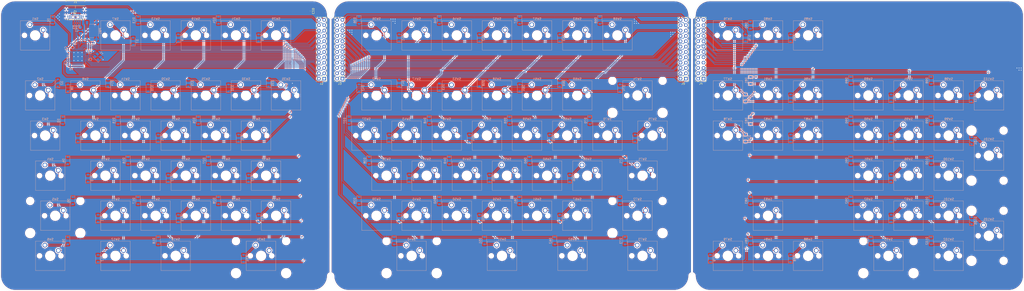
<source format=kicad_pcb>
(kicad_pcb (version 20171130) (host pcbnew "(5.1.7)-1")
  (layers (0 F.Cu signal) (31 B.Cu signal) (34 B.Paste user) (35 F.Paste user) (36 B.SilkS user) (37 F.SilkS user) (38 B.Mask user) (39 F.Mask user) (44 Edge.Cuts user))
  (net 0 "")
  (net 1 "Net-(D1-Pad2)")
  (net 2 +5V)
  (net 3 GND)
  (net 4 RST)
  (net 5 UCAP)
  (net 6 XTAL1)
  (net 7 XTAL2)
  (net 8 Row0)
  (net 9 "Net-(D2-Pad2)")
  (net 10 Row2)
  (net 11 "Net-(D3-Pad2)")
  (net 12 Row4)
  (net 13 "Net-(D4-Pad2)")
  (net 14 Row6)
  (net 15 "Net-(D5-Pad2)")
  (net 16 Row8)
  (net 17 "Net-(D6-Pad2)")
  (net 18 Row10)
  (net 19 "Net-(D7-Pad2)")
  (net 20 "Net-(D8-Pad2)")
  (net 21 "Net-(D9-Pad2)")
  (net 22 "Net-(D10-Pad2)")
  (net 23 "Net-(D11-Pad2)")
  (net 24 "Net-(D12-Pad2)")
  (net 25 "Net-(D13-Pad2)")
  (net 26 "Net-(D14-Pad2)")
  (net 27 "Net-(D15-Pad2)")
  (net 28 "Net-(D16-Pad2)")
  (net 29 "Net-(D17-Pad2)")
  (net 30 "Net-(D18-Pad2)")
  (net 31 "Net-(D19-Pad2)")
  (net 32 "Net-(D20-Pad2)")
  (net 33 "Net-(D21-Pad2)")
  (net 34 "Net-(D22-Pad2)")
  (net 35 "Net-(D23-Pad2)")
  (net 36 "Net-(D24-Pad2)")
  (net 37 "Net-(D25-Pad2)")
  (net 38 "Net-(D26-Pad2)")
  (net 39 "Net-(D27-Pad2)")
  (net 40 "Net-(D28-Pad2)")
  (net 41 "Net-(D29-Pad2)")
  (net 42 "Net-(D30-Pad2)")
  (net 43 "Net-(D31-Pad2)")
  (net 44 "Net-(D32-Pad2)")
  (net 45 "Net-(D33-Pad2)")
  (net 46 "Net-(D34-Pad2)")
  (net 47 "Net-(D35-Pad2)")
  (net 48 "Net-(D36-Pad2)")
  (net 49 "Net-(D37-Pad2)")
  (net 50 "Net-(D38-Pad2)")
  (net 51 "Net-(D39-Pad2)")
  (net 52 "Net-(D40-Pad2)")
  (net 53 "Net-(D41-Pad2)")
  (net 54 "Net-(D42-Pad2)")
  (net 55 "Net-(D43-Pad2)")
  (net 56 "Net-(D44-Pad2)")
  (net 57 "Net-(D45-Pad2)")
  (net 58 "Net-(D46-Pad2)")
  (net 59 "Net-(D47-Pad2)")
  (net 60 "Net-(D48-Pad2)")
  (net 61 "Net-(D49-Pad2)")
  (net 62 "Net-(D50-Pad2)")
  (net 63 "Net-(D51-Pad2)")
  (net 64 "Net-(D52-Pad2)")
  (net 65 "Net-(D53-Pad2)")
  (net 66 "Net-(D54-Pad2)")
  (net 67 "Net-(D55-Pad2)")
  (net 68 "Net-(D56-Pad2)")
  (net 69 "Net-(D57-Pad2)")
  (net 70 "Net-(D58-Pad2)")
  (net 71 "Net-(D59-Pad2)")
  (net 72 "Net-(D60-Pad2)")
  (net 73 "Net-(D61-Pad2)")
  (net 74 "Net-(D62-Pad2)")
  (net 75 "Net-(D63-Pad2)")
  (net 76 "Net-(D64-Pad2)")
  (net 77 "Net-(D65-Pad2)")
  (net 78 "Net-(D66-Pad2)")
  (net 79 "Net-(D67-Pad2)")
  (net 80 "Net-(D68-Pad2)")
  (net 81 "Net-(D69-Pad2)")
  (net 82 "Net-(D70-Pad2)")
  (net 83 "Net-(D71-Pad2)")
  (net 84 "Net-(D72-Pad2)")
  (net 85 "Net-(D73-Pad2)")
  (net 86 "Net-(D74-Pad2)")
  (net 87 "Net-(D75-Pad2)")
  (net 88 "Net-(D76-Pad2)")
  (net 89 "Net-(D77-Pad2)")
  (net 90 "Net-(D78-Pad2)")
  (net 91 "Net-(D79-Pad2)")
  (net 92 "Net-(D80-Pad2)")
  (net 93 "Net-(D81-Pad2)")
  (net 94 "Net-(D82-Pad2)")
  (net 95 "Net-(D83-Pad2)")
  (net 96 "Net-(D84-Pad2)")
  (net 97 "Net-(D85-Pad2)")
  (net 98 "Net-(D86-Pad2)")
  (net 99 "Net-(D87-Pad2)")
  (net 100 "Net-(D88-Pad2)")
  (net 101 "Net-(D89-Pad2)")
  (net 102 "Net-(D90-Pad2)")
  (net 103 "Net-(D91-Pad2)")
  (net 104 "Net-(D92-Pad2)")
  (net 105 "Net-(D93-Pad2)")
  (net 106 "Net-(D94-Pad2)")
  (net 107 "Net-(D95-Pad2)")
  (net 108 "Net-(D96-Pad2)")
  (net 109 "Net-(D97-Pad2)")
  (net 110 "Net-(D98-Pad2)")
  (net 111 "Net-(D99-Pad2)")
  (net 112 "Net-(D100-Pad2)")
  (net 113 "Net-(D101-Pad2)")
  (net 114 "Net-(D102-Pad2)")
  (net 115 "Net-(D103-Pad2)")
  (net 116 HWB)
  (net 117 MCU_D-)
  (net 118 USB_DP)
  (net 119 Col0)
  (net 120 Col1)
  (net 121 Col2)
  (net 122 Col3)
  (net 123 Col4)
  (net 124 Col5)
  (net 125 Col6)
  (net 126 Col8)
  (net 127 Col9)
  (net 128 Col10)
  (net 129 AREF)
  (net 130 "Net-(U1-Pad41)")
  (net 131 "Net-(U1-Pad40)")
  (net 132 "Net-(U1-Pad39)")
  (net 133 "Net-(U1-Pad38)")
  (net 134 VBUS)
  (net 135 MCU_D+)
  (net 136 Row3)
  (net 137 Row5)
  (net 138 Row7)
  (net 139 "Net-(D104-Pad2)")
  (net 140 "Net-(J1-PadA8)")
  (net 141 "Net-(J1-PadB8)")
  (net 142 "Net-(D105-Pad2)")
  (net 143 Col7)
  (net 144 Col11)
  (net 145 USB_DN)
  (net 146 CC1)
  (net 147 CC2)
  (net 148 Row1)
  (net 149 "Net-(J2-Pad22)")
  (net 150 "Net-(J3-Pad22)")
  (net 151 "Net-(J4-Pad22)")
  (net 152 "Net-(J5-Pad22)")
  (net 153 Row11)
  (net 154 Row9)
  (net 155 "Net-(C5-Pad1)")
  (net 156 "Net-(C6-Pad2)")
  (module Button_Switch_Keyboard:SW_Cherry_MX_1.00u_PCB (layer B.Cu) (at 304.64125 147.32 180)
    (fp_text reference SW66 (at -2.54 2.794) (layer B.SilkS) (effects (justify mirror)))
    (fp_text value Apostrophe)
    (pad "" np_thru_hole circle (at 2.54 -5.08 180) (size 1.7 1.7) (drill 1.7) (layers *.Cu *.Mask))
    (pad "" np_thru_hole circle (at -7.62 -5.08 180) (size 1.7 1.7) (drill 1.7) (layers *.Cu *.Mask))
    (pad "" np_thru_hole circle (at -2.54 -5.08 180) (size 4 4) (drill 4) (layers *.Cu *.Mask))
    (pad 2 thru_hole circle (at -6.35 -2.54 180) (size 2.2 2.2) (drill 1.5) (layers *.Cu *.Mask) (net 124 Col5))
    (pad 1 thru_hole circle (at 0 0 180) (size 2.2 2.2) (drill 1.5) (layers *.Cu *.Mask) (net 78 "Net-(D66-Pad2)"))
  )
  (module Button_Switch_Keyboard:SW_Cherry_MX_1.00u_PCB (layer B.Cu) (at 71.27875 128.27 180)
    (fp_text reference SW9 (at -2.54 2.794) (layer B.SilkS) (effects (justify mirror)))
    (fp_text value Q)
    (pad "" np_thru_hole circle (at 2.54 -5.08 180) (size 1.7 1.7) (drill 1.7) (layers *.Cu *.Mask))
    (pad "" np_thru_hole circle (at -7.62 -5.08 180) (size 1.7 1.7) (drill 1.7) (layers *.Cu *.Mask))
    (pad "" np_thru_hole circle (at -2.54 -5.08 180) (size 4 4) (drill 4) (layers *.Cu *.Mask))
    (pad 2 thru_hole circle (at -6.35 -2.54 180) (size 2.2 2.2) (drill 1.5) (layers *.Cu *.Mask) (net 119 Col0))
    (pad 1 thru_hole circle (at 0 0 180) (size 2.2 2.2) (drill 1.5) (layers *.Cu *.Mask) (net 21 "Net-(D9-Pad2)"))
  )
  (module Button_Switch_Keyboard:SW_Cherry_MX_1.00u_PCB (layer B.Cu) (at 157.00375 80.645 180)
    (fp_text reference SW29 (at -2.54 2.794) (layer B.SilkS) (effects (justify mirror)))
    (fp_text value F5)
    (pad "" np_thru_hole circle (at 2.54 -5.08 180) (size 1.7 1.7) (drill 1.7) (layers *.Cu *.Mask))
    (pad "" np_thru_hole circle (at -7.62 -5.08 180) (size 1.7 1.7) (drill 1.7) (layers *.Cu *.Mask))
    (pad "" np_thru_hole circle (at -2.54 -5.08 180) (size 4 4) (drill 4) (layers *.Cu *.Mask))
    (pad 2 thru_hole circle (at -6.35 -2.54 180) (size 2.2 2.2) (drill 1.5) (layers *.Cu *.Mask) (net 121 Col2))
    (pad 1 thru_hole circle (at 0 0 180) (size 2.2 2.2) (drill 1.5) (layers *.Cu *.Mask) (net 41 "Net-(D29-Pad2)"))
  )
  (module Fuse:Fuse_1206_3216Metric (layer B.Cu) (at 66.675 83.34375 270)
    (fp_text reference F1 (at 0 1.82 90) (layer B.SilkS) (effects (justify mirror)))
    (fp_text value Polyfuse_Small)
    (pad 2 smd roundrect (at 1.4 0 270) (size 1.25 1.75) (layers B.Cu B.Paste B.Mask) (roundrect_rratio 0.2) (net 2 +5V))
    (pad 1 smd roundrect (at -1.4 0 270) (size 1.25 1.75) (layers B.Cu B.Paste B.Mask) (roundrect_rratio 0.2) (net 134 VBUS))
  )
  (module Capacitor_SMD:C_0402_1005Metric (layer F.Cu) (at 176.022 74.168 270)
    (fp_text reference C10 (at 0 -1.16 90) (layer F.SilkS))
    (fp_text value 0.01uF)
    (pad 2 smd roundrect (at 0.48 0 270) (size 0.56 0.62) (layers F.Cu F.Paste F.Mask) (net 2 +5V))
    (pad 1 smd roundrect (at -0.48 0 270) (size 0.56 0.62) (layers F.Cu F.Paste F.Mask) (net 3 GND))
  )
  (module Connector_PinHeader_2.54mm:PinHeader_2x12_P2.54mm_Vertical (layer F.Cu) (at 353.94 106.299 180)
    (fp_text reference J5 (at 1.27 -2.33) (layer F.SilkS))
    (fp_text value Conn_01x24_Female)
    (pad 24 thru_hole oval (at 2.54 27.94 180) (size 1.7 1.7) (drill 1) (layers *.Cu *.Mask) (net 3 GND))
    (pad 23 thru_hole oval (at 0 27.94 180) (size 1.7 1.7) (drill 1) (layers *.Cu *.Mask) (net 2 +5V))
    (pad 22 thru_hole oval (at 2.54 25.4 180) (size 1.7 1.7) (drill 1) (layers *.Cu *.Mask) (net 152 "Net-(J5-Pad22)"))
    (pad 21 thru_hole oval (at 0 25.4 180) (size 1.7 1.7) (drill 1) (layers *.Cu *.Mask) (net 8 Row0))
    (pad 20 thru_hole oval (at 2.54 22.86 180) (size 1.7 1.7) (drill 1) (layers *.Cu *.Mask) (net 148 Row1))
    (pad 19 thru_hole oval (at 0 22.86 180) (size 1.7 1.7) (drill 1) (layers *.Cu *.Mask) (net 10 Row2))
    (pad 18 thru_hole oval (at 2.54 20.32 180) (size 1.7 1.7) (drill 1) (layers *.Cu *.Mask) (net 136 Row3))
    (pad 17 thru_hole oval (at 0 20.32 180) (size 1.7 1.7) (drill 1) (layers *.Cu *.Mask) (net 12 Row4))
    (pad 16 thru_hole oval (at 2.54 17.78 180) (size 1.7 1.7) (drill 1) (layers *.Cu *.Mask) (net 137 Row5))
    (pad 15 thru_hole oval (at 0 17.78 180) (size 1.7 1.7) (drill 1) (layers *.Cu *.Mask) (net 14 Row6))
    (pad 14 thru_hole oval (at 2.54 15.24 180) (size 1.7 1.7) (drill 1) (layers *.Cu *.Mask) (net 138 Row7))
    (pad 13 thru_hole oval (at 0 15.24 180) (size 1.7 1.7) (drill 1) (layers *.Cu *.Mask) (net 16 Row8))
    (pad 12 thru_hole oval (at 2.54 12.7 180) (size 1.7 1.7) (drill 1) (layers *.Cu *.Mask) (net 154 Row9))
    (pad 11 thru_hole oval (at 0 12.7 180) (size 1.7 1.7) (drill 1) (layers *.Cu *.Mask) (net 18 Row10))
    (pad 10 thru_hole oval (at 2.54 10.16 180) (size 1.7 1.7) (drill 1) (layers *.Cu *.Mask) (net 153 Row11))
    (pad 9 thru_hole oval (at 0 10.16 180) (size 1.7 1.7) (drill 1) (layers *.Cu *.Mask) (net 122 Col3))
    (pad 8 thru_hole oval (at 2.54 7.62 180) (size 1.7 1.7) (drill 1) (layers *.Cu *.Mask) (net 123 Col4))
    (pad 7 thru_hole oval (at 0 7.62 180) (size 1.7 1.7) (drill 1) (layers *.Cu *.Mask) (net 124 Col5))
    (pad 6 thru_hole oval (at 2.54 5.08 180) (size 1.7 1.7) (drill 1) (layers *.Cu *.Mask) (net 125 Col6))
    (pad 5 thru_hole oval (at 0 5.08 180) (size 1.7 1.7) (drill 1) (layers *.Cu *.Mask) (net 143 Col7))
    (pad 4 thru_hole oval (at 2.54 2.54 180) (size 1.7 1.7) (drill 1) (layers *.Cu *.Mask) (net 126 Col8))
    (pad 3 thru_hole oval (at 0 2.54 180) (size 1.7 1.7) (drill 1) (layers *.Cu *.Mask) (net 127 Col9))
    (pad 2 thru_hole oval (at 2.54 0 180) (size 1.7 1.7) (drill 1) (layers *.Cu *.Mask) (net 128 Col10))
    (pad 1 thru_hole rect (at 0 0 180) (size 1.7 1.7) (drill 1) (layers *.Cu *.Mask) (net 144 Col11))
  )
  (module Connector_PinHeader_2.54mm:PinHeader_2x12_P2.54mm_Vertical (layer F.Cu) (at 362.320001 106.299 180)
    (fp_text reference J4 (at 1.27 -2.33) (layer F.SilkS))
    (fp_text value Conn_01x24_Female)
    (pad 24 thru_hole oval (at 2.54 27.94 180) (size 1.7 1.7) (drill 1) (layers *.Cu *.Mask) (net 3 GND))
    (pad 23 thru_hole oval (at 0 27.94 180) (size 1.7 1.7) (drill 1) (layers *.Cu *.Mask) (net 2 +5V))
    (pad 22 thru_hole oval (at 2.54 25.4 180) (size 1.7 1.7) (drill 1) (layers *.Cu *.Mask) (net 151 "Net-(J4-Pad22)"))
    (pad 21 thru_hole oval (at 0 25.4 180) (size 1.7 1.7) (drill 1) (layers *.Cu *.Mask) (net 8 Row0))
    (pad 20 thru_hole oval (at 2.54 22.86 180) (size 1.7 1.7) (drill 1) (layers *.Cu *.Mask) (net 148 Row1))
    (pad 19 thru_hole oval (at 0 22.86 180) (size 1.7 1.7) (drill 1) (layers *.Cu *.Mask) (net 10 Row2))
    (pad 18 thru_hole oval (at 2.54 20.32 180) (size 1.7 1.7) (drill 1) (layers *.Cu *.Mask) (net 136 Row3))
    (pad 17 thru_hole oval (at 0 20.32 180) (size 1.7 1.7) (drill 1) (layers *.Cu *.Mask) (net 12 Row4))
    (pad 16 thru_hole oval (at 2.54 17.78 180) (size 1.7 1.7) (drill 1) (layers *.Cu *.Mask) (net 137 Row5))
    (pad 15 thru_hole oval (at 0 17.78 180) (size 1.7 1.7) (drill 1) (layers *.Cu *.Mask) (net 14 Row6))
    (pad 14 thru_hole oval (at 2.54 15.24 180) (size 1.7 1.7) (drill 1) (layers *.Cu *.Mask) (net 138 Row7))
    (pad 13 thru_hole oval (at 0 15.24 180) (size 1.7 1.7) (drill 1) (layers *.Cu *.Mask) (net 16 Row8))
    (pad 12 thru_hole oval (at 2.54 12.7 180) (size 1.7 1.7) (drill 1) (layers *.Cu *.Mask) (net 154 Row9))
    (pad 11 thru_hole oval (at 0 12.7 180) (size 1.7 1.7) (drill 1) (layers *.Cu *.Mask) (net 18 Row10))
    (pad 10 thru_hole oval (at 2.54 10.16 180) (size 1.7 1.7) (drill 1) (layers *.Cu *.Mask) (net 153 Row11))
    (pad 9 thru_hole oval (at 0 10.16 180) (size 1.7 1.7) (drill 1) (layers *.Cu *.Mask) (net 122 Col3))
    (pad 8 thru_hole oval (at 2.54 7.62 180) (size 1.7 1.7) (drill 1) (layers *.Cu *.Mask) (net 123 Col4))
    (pad 7 thru_hole oval (at 0 7.62 180) (size 1.7 1.7) (drill 1) (layers *.Cu *.Mask) (net 124 Col5))
    (pad 6 thru_hole oval (at 2.54 5.08 180) (size 1.7 1.7) (drill 1) (layers *.Cu *.Mask) (net 125 Col6))
    (pad 5 thru_hole oval (at 0 5.08 180) (size 1.7 1.7) (drill 1) (layers *.Cu *.Mask) (net 143 Col7))
    (pad 4 thru_hole oval (at 2.54 2.54 180) (size 1.7 1.7) (drill 1) (layers *.Cu *.Mask) (net 126 Col8))
    (pad 3 thru_hole oval (at 0 2.54 180) (size 1.7 1.7) (drill 1) (layers *.Cu *.Mask) (net 127 Col9))
    (pad 2 thru_hole oval (at 2.54 0 180) (size 1.7 1.7) (drill 1) (layers *.Cu *.Mask) (net 128 Col10))
    (pad 1 thru_hole rect (at 0 0 180) (size 1.7 1.7) (drill 1) (layers *.Cu *.Mask) (net 144 Col11))
  )
  (module Connector_PinHeader_2.54mm:PinHeader_2x12_P2.54mm_Vertical (layer F.Cu) (at 191.008 106.299 180)
    (fp_text reference J3 (at 1.27 -2.33) (layer F.SilkS))
    (fp_text value Conn_01x24_Female)
    (pad 24 thru_hole oval (at 2.54 27.94 180) (size 1.7 1.7) (drill 1) (layers *.Cu *.Mask) (net 3 GND))
    (pad 23 thru_hole oval (at 0 27.94 180) (size 1.7 1.7) (drill 1) (layers *.Cu *.Mask) (net 2 +5V))
    (pad 22 thru_hole oval (at 2.54 25.4 180) (size 1.7 1.7) (drill 1) (layers *.Cu *.Mask) (net 150 "Net-(J3-Pad22)"))
    (pad 21 thru_hole oval (at 0 25.4 180) (size 1.7 1.7) (drill 1) (layers *.Cu *.Mask) (net 8 Row0))
    (pad 20 thru_hole oval (at 2.54 22.86 180) (size 1.7 1.7) (drill 1) (layers *.Cu *.Mask) (net 148 Row1))
    (pad 19 thru_hole oval (at 0 22.86 180) (size 1.7 1.7) (drill 1) (layers *.Cu *.Mask) (net 10 Row2))
    (pad 18 thru_hole oval (at 2.54 20.32 180) (size 1.7 1.7) (drill 1) (layers *.Cu *.Mask) (net 136 Row3))
    (pad 17 thru_hole oval (at 0 20.32 180) (size 1.7 1.7) (drill 1) (layers *.Cu *.Mask) (net 12 Row4))
    (pad 16 thru_hole oval (at 2.54 17.78 180) (size 1.7 1.7) (drill 1) (layers *.Cu *.Mask) (net 137 Row5))
    (pad 15 thru_hole oval (at 0 17.78 180) (size 1.7 1.7) (drill 1) (layers *.Cu *.Mask) (net 14 Row6))
    (pad 14 thru_hole oval (at 2.54 15.24 180) (size 1.7 1.7) (drill 1) (layers *.Cu *.Mask) (net 138 Row7))
    (pad 13 thru_hole oval (at 0 15.24 180) (size 1.7 1.7) (drill 1) (layers *.Cu *.Mask) (net 16 Row8))
    (pad 12 thru_hole oval (at 2.54 12.7 180) (size 1.7 1.7) (drill 1) (layers *.Cu *.Mask) (net 154 Row9))
    (pad 11 thru_hole oval (at 0 12.7 180) (size 1.7 1.7) (drill 1) (layers *.Cu *.Mask) (net 18 Row10))
    (pad 10 thru_hole oval (at 2.54 10.16 180) (size 1.7 1.7) (drill 1) (layers *.Cu *.Mask) (net 153 Row11))
    (pad 9 thru_hole oval (at 0 10.16 180) (size 1.7 1.7) (drill 1) (layers *.Cu *.Mask) (net 122 Col3))
    (pad 8 thru_hole oval (at 2.54 7.62 180) (size 1.7 1.7) (drill 1) (layers *.Cu *.Mask) (net 123 Col4))
    (pad 7 thru_hole oval (at 0 7.62 180) (size 1.7 1.7) (drill 1) (layers *.Cu *.Mask) (net 124 Col5))
    (pad 6 thru_hole oval (at 2.54 5.08 180) (size 1.7 1.7) (drill 1) (layers *.Cu *.Mask) (net 125 Col6))
    (pad 5 thru_hole oval (at 0 5.08 180) (size 1.7 1.7) (drill 1) (layers *.Cu *.Mask) (net 143 Col7))
    (pad 4 thru_hole oval (at 2.54 2.54 180) (size 1.7 1.7) (drill 1) (layers *.Cu *.Mask) (net 126 Col8))
    (pad 3 thru_hole oval (at 0 2.54 180) (size 1.7 1.7) (drill 1) (layers *.Cu *.Mask) (net 127 Col9))
    (pad 2 thru_hole oval (at 2.54 0 180) (size 1.7 1.7) (drill 1) (layers *.Cu *.Mask) (net 128 Col10))
    (pad 1 thru_hole rect (at 0 0 180) (size 1.7 1.7) (drill 1) (layers *.Cu *.Mask) (net 144 Col11))
  )
  (module Connector_PinHeader_2.54mm:PinHeader_2x12_P2.54mm_Vertical (layer F.Cu) (at 182.372 106.299 180)
    (fp_text reference J2 (at 1.27 -2.33) (layer F.SilkS))
    (fp_text value Conn_01x24_Female)
    (pad 24 thru_hole oval (at 2.54 27.94 180) (size 1.7 1.7) (drill 1) (layers *.Cu *.Mask) (net 3 GND))
    (pad 23 thru_hole oval (at 0 27.94 180) (size 1.7 1.7) (drill 1) (layers *.Cu *.Mask) (net 2 +5V))
    (pad 22 thru_hole oval (at 2.54 25.4 180) (size 1.7 1.7) (drill 1) (layers *.Cu *.Mask) (net 149 "Net-(J2-Pad22)"))
    (pad 21 thru_hole oval (at 0 25.4 180) (size 1.7 1.7) (drill 1) (layers *.Cu *.Mask) (net 8 Row0))
    (pad 20 thru_hole oval (at 2.54 22.86 180) (size 1.7 1.7) (drill 1) (layers *.Cu *.Mask) (net 148 Row1))
    (pad 19 thru_hole oval (at 0 22.86 180) (size 1.7 1.7) (drill 1) (layers *.Cu *.Mask) (net 10 Row2))
    (pad 18 thru_hole oval (at 2.54 20.32 180) (size 1.7 1.7) (drill 1) (layers *.Cu *.Mask) (net 136 Row3))
    (pad 17 thru_hole oval (at 0 20.32 180) (size 1.7 1.7) (drill 1) (layers *.Cu *.Mask) (net 12 Row4))
    (pad 16 thru_hole oval (at 2.54 17.78 180) (size 1.7 1.7) (drill 1) (layers *.Cu *.Mask) (net 137 Row5))
    (pad 15 thru_hole oval (at 0 17.78 180) (size 1.7 1.7) (drill 1) (layers *.Cu *.Mask) (net 14 Row6))
    (pad 14 thru_hole oval (at 2.54 15.24 180) (size 1.7 1.7) (drill 1) (layers *.Cu *.Mask) (net 138 Row7))
    (pad 13 thru_hole oval (at 0 15.24 180) (size 1.7 1.7) (drill 1) (layers *.Cu *.Mask) (net 16 Row8))
    (pad 12 thru_hole oval (at 2.54 12.7 180) (size 1.7 1.7) (drill 1) (layers *.Cu *.Mask) (net 154 Row9))
    (pad 11 thru_hole oval (at 0 12.7 180) (size 1.7 1.7) (drill 1) (layers *.Cu *.Mask) (net 18 Row10))
    (pad 10 thru_hole oval (at 2.54 10.16 180) (size 1.7 1.7) (drill 1) (layers *.Cu *.Mask) (net 153 Row11))
    (pad 9 thru_hole oval (at 0 10.16 180) (size 1.7 1.7) (drill 1) (layers *.Cu *.Mask) (net 122 Col3))
    (pad 8 thru_hole oval (at 2.54 7.62 180) (size 1.7 1.7) (drill 1) (layers *.Cu *.Mask) (net 123 Col4))
    (pad 7 thru_hole oval (at 0 7.62 180) (size 1.7 1.7) (drill 1) (layers *.Cu *.Mask) (net 124 Col5))
    (pad 6 thru_hole oval (at 2.54 5.08 180) (size 1.7 1.7) (drill 1) (layers *.Cu *.Mask) (net 125 Col6))
    (pad 5 thru_hole oval (at 0 5.08 180) (size 1.7 1.7) (drill 1) (layers *.Cu *.Mask) (net 143 Col7))
    (pad 4 thru_hole oval (at 2.54 2.54 180) (size 1.7 1.7) (drill 1) (layers *.Cu *.Mask) (net 126 Col8))
    (pad 3 thru_hole oval (at 0 2.54 180) (size 1.7 1.7) (drill 1) (layers *.Cu *.Mask) (net 127 Col9))
    (pad 2 thru_hole oval (at 2.54 0 180) (size 1.7 1.7) (drill 1) (layers *.Cu *.Mask) (net 128 Col10))
    (pad 1 thru_hole rect (at 0 0 180) (size 1.7 1.7) (drill 1) (layers *.Cu *.Mask) (net 144 Col11))
  )
  (module Crystal:Crystal_SMD_TXC_7M-4Pin_3.2x2.5mm (layer B.Cu) (at 74.91 95.96 135)
    (fp_text reference Y1 (at 0 2.45 135) (layer B.SilkS) (effects (justify mirror)))
    (fp_text value 16Mhz)
    (pad 4 smd rect (at -1.1 0.85 135) (size 1.4 1.2) (layers B.Cu B.Paste B.Mask) (net 3 GND))
    (pad 3 smd rect (at 1.1 0.85 135) (size 1.4 1.2) (layers B.Cu B.Paste B.Mask) (net 156 "Net-(C6-Pad2)"))
    (pad 2 smd rect (at 1.1 -0.85 135) (size 1.4 1.2) (layers B.Cu B.Paste B.Mask) (net 3 GND))
    (pad 1 smd rect (at -1.1 -0.85 135) (size 1.4 1.2) (layers B.Cu B.Paste B.Mask) (net 155 "Net-(C5-Pad1)"))
  )
  (module Package_DFN_QFN:QFN-44-1EP_7x7mm_P0.5mm_EP5.2x5.2mm (layer B.Cu) (at 65.54 95.82 270)
    (fp_text reference U1 (at 0 4.82 270) (layer B.SilkS) (effects (justify mirror)))
    (fp_text value ATmega32U4-MU)
    (pad 45 smd rect (at 0 0 270) (size 5.2 5.2) (layers B.Cu B.Mask) (net 3 GND))
    (pad 44 smd roundrect (at -2.5 3.3375 270) (size 0.25 1.075) (layers B.Cu B.Paste B.Mask) (net 2 +5V))
    (pad 43 smd roundrect (at -2 3.3375 270) (size 0.25 1.075) (layers B.Cu B.Paste B.Mask) (net 3 GND))
    (pad 42 smd roundrect (at -1.5 3.3375 270) (size 0.25 1.075) (layers B.Cu B.Paste B.Mask) (net 129 AREF))
    (pad 41 smd roundrect (at -1 3.3375 270) (size 0.25 1.075) (layers B.Cu B.Paste B.Mask) (net 130 "Net-(U1-Pad41)"))
    (pad 40 smd roundrect (at -0.5 3.3375 270) (size 0.25 1.075) (layers B.Cu B.Paste B.Mask) (net 131 "Net-(U1-Pad40)"))
    (pad 39 smd roundrect (at 0 3.3375 270) (size 0.25 1.075) (layers B.Cu B.Paste B.Mask) (net 132 "Net-(U1-Pad39)"))
    (pad 38 smd roundrect (at 0.5 3.3375 270) (size 0.25 1.075) (layers B.Cu B.Paste B.Mask) (net 133 "Net-(U1-Pad38)"))
    (pad 37 smd roundrect (at 1 3.3375 270) (size 0.25 1.075) (layers B.Cu B.Paste B.Mask) (net 144 Col11))
    (pad 36 smd roundrect (at 1.5 3.3375 270) (size 0.25 1.075) (layers B.Cu B.Paste B.Mask) (net 128 Col10))
    (pad 35 smd roundrect (at 2 3.3375 270) (size 0.25 1.075) (layers B.Cu B.Paste B.Mask) (net 3 GND))
    (pad 34 smd roundrect (at 2.5 3.3375 270) (size 0.25 1.075) (layers B.Cu B.Paste B.Mask) (net 2 +5V))
    (pad 33 smd roundrect (at 3.3375 2.5 270) (size 1.075 0.25) (layers B.Cu B.Paste B.Mask) (net 116 HWB))
    (pad 32 smd roundrect (at 3.3375 2 270) (size 1.075 0.25) (layers B.Cu B.Paste B.Mask) (net 127 Col9))
    (pad 31 smd roundrect (at 3.3375 1.5 270) (size 1.075 0.25) (layers B.Cu B.Paste B.Mask) (net 126 Col8))
    (pad 30 smd roundrect (at 3.3375 1 270) (size 1.075 0.25) (layers B.Cu B.Paste B.Mask) (net 143 Col7))
    (pad 29 smd roundrect (at 3.3375 0.5 270) (size 1.075 0.25) (layers B.Cu B.Paste B.Mask) (net 125 Col6))
    (pad 28 smd roundrect (at 3.3375 0 270) (size 1.075 0.25) (layers B.Cu B.Paste B.Mask) (net 124 Col5))
    (pad 27 smd roundrect (at 3.3375 -0.5 270) (size 1.075 0.25) (layers B.Cu B.Paste B.Mask) (net 123 Col4))
    (pad 26 smd roundrect (at 3.3375 -1 270) (size 1.075 0.25) (layers B.Cu B.Paste B.Mask) (net 122 Col3))
    (pad 25 smd roundrect (at 3.3375 -1.5 270) (size 1.075 0.25) (layers B.Cu B.Paste B.Mask) (net 153 Row11))
    (pad 24 smd roundrect (at 3.3375 -2 270) (size 1.075 0.25) (layers B.Cu B.Paste B.Mask) (net 2 +5V))
    (pad 23 smd roundrect (at 3.3375 -2.5 270) (size 1.075 0.25) (layers B.Cu B.Paste B.Mask) (net 3 GND))
    (pad 22 smd roundrect (at 2.5 -3.3375 270) (size 0.25 1.075) (layers B.Cu B.Paste B.Mask) (net 18 Row10))
    (pad 21 smd roundrect (at 2 -3.3375 270) (size 0.25 1.075) (layers B.Cu B.Paste B.Mask) (net 154 Row9))
    (pad 20 smd roundrect (at 1.5 -3.3375 270) (size 0.25 1.075) (layers B.Cu B.Paste B.Mask) (net 16 Row8))
    (pad 19 smd roundrect (at 1 -3.3375 270) (size 0.25 1.075) (layers B.Cu B.Paste B.Mask) (net 138 Row7))
    (pad 18 smd roundrect (at 0.5 -3.3375 270) (size 0.25 1.075) (layers B.Cu B.Paste B.Mask) (net 14 Row6))
    (pad 17 smd roundrect (at 0 -3.3375 270) (size 0.25 1.075) (layers B.Cu B.Paste B.Mask) (net 6 XTAL1))
    (pad 16 smd roundrect (at -0.5 -3.3375 270) (size 0.25 1.075) (layers B.Cu B.Paste B.Mask) (net 7 XTAL2))
    (pad 15 smd roundrect (at -1 -3.3375 270) (size 0.25 1.075) (layers B.Cu B.Paste B.Mask) (net 3 GND))
    (pad 14 smd roundrect (at -1.5 -3.3375 270) (size 0.25 1.075) (layers B.Cu B.Paste B.Mask) (net 2 +5V))
    (pad 13 smd roundrect (at -2 -3.3375 270) (size 0.25 1.075) (layers B.Cu B.Paste B.Mask) (net 4 RST))
    (pad 12 smd roundrect (at -2.5 -3.3375 270) (size 0.25 1.075) (layers B.Cu B.Paste B.Mask) (net 137 Row5))
    (pad 11 smd roundrect (at -3.3375 -2.5 270) (size 1.075 0.25) (layers B.Cu B.Paste B.Mask) (net 12 Row4))
    (pad 10 smd roundrect (at -3.3375 -2 270) (size 1.075 0.25) (layers B.Cu B.Paste B.Mask) (net 136 Row3))
    (pad 9 smd roundrect (at -3.3375 -1.5 270) (size 1.075 0.25) (layers B.Cu B.Paste B.Mask) (net 10 Row2))
    (pad 8 smd roundrect (at -3.3375 -1 270) (size 1.075 0.25) (layers B.Cu B.Paste B.Mask) (net 148 Row1))
    (pad 7 smd roundrect (at -3.3375 -0.5 270) (size 1.075 0.25) (layers B.Cu B.Paste B.Mask) (net 2 +5V))
    (pad 6 smd roundrect (at -3.3375 0 270) (size 1.075 0.25) (layers B.Cu B.Paste B.Mask) (net 5 UCAP))
    (pad 5 smd roundrect (at -3.3375 0.5 270) (size 1.075 0.25) (layers B.Cu B.Paste B.Mask) (net 3 GND))
    (pad 4 smd roundrect (at -3.3375 1 270) (size 1.075 0.25) (layers B.Cu B.Paste B.Mask) (net 135 MCU_D+))
    (pad 3 smd roundrect (at -3.3375 1.5 270) (size 1.075 0.25) (layers B.Cu B.Paste B.Mask) (net 117 MCU_D-))
    (pad 2 smd roundrect (at -3.3375 2 270) (size 1.075 0.25) (layers B.Cu B.Paste B.Mask) (net 2 +5V))
    (pad 1 smd roundrect (at -3.3375 2.5 270) (size 1.075 0.25) (layers B.Cu B.Paste B.Mask) (net 8 Row0))
  )
  (module Button_Switch_SMD:SW_Push_1P1T_NO_6x6mm_H9.5mm (layer B.Cu) (at 72.07 83.63 90)
    (fp_text reference PB1 (at 0 4.05 90) (layer B.SilkS) (effects (justify mirror)))
    (fp_text value SW_Push)
    (pad 2 smd rect (at 3.975 -2.25 90) (size 1.55 1.3) (layers B.Cu B.Paste B.Mask) (net 4 RST))
    (pad 1 smd rect (at 3.975 2.25 90) (size 1.55 1.3) (layers B.Cu B.Paste B.Mask) (net 3 GND))
    (pad 1 smd rect (at -3.975 2.25 90) (size 1.55 1.3) (layers B.Cu B.Paste B.Mask) (net 3 GND))
    (pad 2 smd rect (at -3.975 -2.25 90) (size 1.55 1.3) (layers B.Cu B.Paste B.Mask) (net 4 RST))
  )
  (module Resistor_SMD:R_0402_1005Metric (layer B.Cu) (at 64.86 79.9 90)
    (fp_text reference R4 (at -1.86 0.02 90) (layer B.SilkS) (effects (justify mirror)))
    (fp_text value 22R)
    (pad 2 smd roundrect (at 0.51 0 90) (size 0.54 0.64) (layers B.Cu B.Paste B.Mask) (net 118 USB_DP))
    (pad 1 smd roundrect (at -0.51 0 90) (size 0.54 0.64) (layers B.Cu B.Paste B.Mask) (net 135 MCU_D+))
  )
  (module Resistor_SMD:R_0402_1005Metric (layer B.Cu) (at 63.8 79.9 270)
    (fp_text reference R3 (at 1.86 0.18 90) (layer B.SilkS) (effects (justify mirror)))
    (fp_text value 22R)
    (pad 2 smd roundrect (at 0.51 0 270) (size 0.54 0.64) (layers B.Cu B.Paste B.Mask) (net 117 MCU_D-))
    (pad 1 smd roundrect (at -0.51 0 270) (size 0.54 0.64) (layers B.Cu B.Paste B.Mask) (net 145 USB_DN))
  )
  (module Resistor_SMD:R_0402_1005Metric (layer F.Cu) (at 63.08 74.77 270)
    (fp_text reference R2 (at 0 -1.17 270) (layer F.SilkS))
    (fp_text value 5.1K)
    (pad 2 smd roundrect (at 0.51 0 270) (size 0.54 0.64) (layers F.Cu F.Paste F.Mask) (net 147 CC2))
    (pad 1 smd roundrect (at -0.51 0 270) (size 0.54 0.64) (layers F.Cu F.Paste F.Mask) (net 3 GND))
  )
  (module Resistor_SMD:R_0402_1005Metric (layer B.Cu) (at 65.92 79.9 90)
    (fp_text reference R1 (at -1.84 0.32 90) (layer B.SilkS) (effects (justify mirror)))
    (fp_text value 5.1K)
    (pad 2 smd roundrect (at 0.51 0 90) (size 0.54 0.64) (layers B.Cu B.Paste B.Mask) (net 146 CC1))
    (pad 1 smd roundrect (at -0.51 0 90) (size 0.54 0.64) (layers B.Cu B.Paste B.Mask) (net 3 GND))
  )
  (module Resistor_SMD:R_0402_1005Metric (layer B.Cu) (at 62.357 100.61)
    (fp_text reference R6 (at 0 1.17) (layer B.SilkS) (effects (justify mirror)))
    (fp_text value 10K)
    (pad 2 smd roundrect (at 0.51 0) (size 0.54 0.64) (layers B.Cu B.Paste B.Mask) (net 116 HWB))
    (pad 1 smd roundrect (at -0.51 0) (size 0.54 0.64) (layers B.Cu B.Paste B.Mask) (net 3 GND))
  )
  (module Resistor_SMD:R_0402_1005Metric (layer B.Cu) (at 71.92 89.19)
    (fp_text reference R5 (at 0 1.17) (layer B.SilkS) (effects (justify mirror)))
    (fp_text value 10K)
    (pad 2 smd roundrect (at 0.51 0) (size 0.54 0.64) (layers B.Cu B.Paste B.Mask) (net 2 +5V))
    (pad 1 smd roundrect (at -0.51 0) (size 0.54 0.64) (layers B.Cu B.Paste B.Mask) (net 4 RST))
  )
  (module Type-C:USB_C_GCT_USB4085 (layer F.Cu) (at 64.35 71.62 180)
    (fp_text reference J1 (at 0 1.85) (layer F.SilkS))
    (fp_text value USB_C_Receptacle_USB2.0)
    (pad A5 thru_hole circle (at -1.275 -6.1 180) (size 0.65 0.65) (drill 0.4) (layers *.Cu *.Mask) (net 146 CC1))
    (pad A1 thru_hole circle (at -2.975 -6.1 180) (size 0.65 0.65) (drill 0.4) (layers *.Cu *.Mask) (net 3 GND))
    (pad A4 thru_hole circle (at -2.125 -6.1 180) (size 0.65 0.65) (drill 0.4) (layers *.Cu *.Mask) (net 134 VBUS))
    (pad A6 thru_hole circle (at -0.425 -6.1 180) (size 0.65 0.65) (drill 0.4) (layers *.Cu *.Mask) (net 118 USB_DP))
    (pad A7 thru_hole circle (at 0.425 -6.1 180) (size 0.65 0.65) (drill 0.4) (layers *.Cu *.Mask) (net 145 USB_DN))
    (pad A8 thru_hole circle (at 1.275 -6.1 180) (size 0.65 0.65) (drill 0.4) (layers *.Cu *.Mask) (net 140 "Net-(J1-PadA8)"))
    (pad A9 thru_hole circle (at 2.125 -6.1 180) (size 0.65 0.65) (drill 0.4) (layers *.Cu *.Mask) (net 134 VBUS))
    (pad A12 thru_hole circle (at 2.975 -6.1 180) (size 0.65 0.65) (drill 0.4) (layers *.Cu *.Mask) (net 3 GND))
    (pad B12 thru_hole circle (at -2.975 -4.775 180) (size 0.65 0.65) (drill 0.4) (layers *.Cu *.Mask) (net 3 GND))
    (pad B9 thru_hole circle (at -2.12 -4.775 180) (size 0.65 0.65) (drill 0.4) (layers *.Cu *.Mask) (net 134 VBUS))
    (pad B8 thru_hole circle (at -1.27 -4.775 180) (size 0.65 0.65) (drill 0.4) (layers *.Cu *.Mask) (net 141 "Net-(J1-PadB8)"))
    (pad B7 thru_hole circle (at -0.42 -4.775 180) (size 0.65 0.65) (drill 0.4) (layers *.Cu *.Mask) (net 145 USB_DN))
    (pad B6 thru_hole circle (at 0.43 -4.775 180) (size 0.65 0.65) (drill 0.4) (layers *.Cu *.Mask) (net 118 USB_DP))
    (pad B5 thru_hole circle (at 1.28 -4.775 180) (size 0.65 0.65) (drill 0.4) (layers *.Cu *.Mask) (net 147 CC2))
    (pad B4 thru_hole circle (at 2.13 -4.775 180) (size 0.65 0.65) (drill 0.4) (layers *.Cu *.Mask) (net 134 VBUS))
    (pad B1 thru_hole circle (at 2.98 -4.775 180) (size 0.65 0.65) (drill 0.4) (layers *.Cu *.Mask) (net 3 GND))
    (pad S1 thru_hole oval (at -4.325 -5.12 180) (size 0.9 2.4) (drill oval 0.6 2.1) (layers *.Cu *.Mask) (net 3 GND))
    (pad S1 thru_hole oval (at 4.325 -5.12 180) (size 0.9 2.4) (drill oval 0.6 2.1) (layers *.Cu *.Mask) (net 3 GND))
    (pad S1 thru_hole oval (at -4.325 -1.74 180) (size 0.9 1.7) (drill oval 0.6 1.4) (layers *.Cu *.Mask) (net 3 GND))
    (pad S1 thru_hole oval (at 4.325 -1.74 180) (size 0.9 1.7) (drill oval 0.6 1.4) (layers *.Cu *.Mask) (net 3 GND))
  )
  (module Diode_SMD:D_SOD-123 (layer B.Cu) (at 489.5 173.75 90)
    (fp_text reference D105 (at 0 2 90) (layer B.SilkS) (effects (justify mirror)))
    (fp_text value 1N4148W)
    (pad 2 smd rect (at 1.65 0 90) (size 0.9 1.2) (layers B.Cu B.Paste B.Mask) (net 142 "Net-(D105-Pad2)"))
    (pad 1 smd rect (at -1.65 0 90) (size 0.9 1.2) (layers B.Cu B.Paste B.Mask) (net 154 Row9))
  )
  (module Diode_SMD:D_SOD-123 (layer B.Cu) (at 489.5 135.75 90)
    (fp_text reference D104 (at 0 2 90) (layer B.SilkS) (effects (justify mirror)))
    (fp_text value 1N4148W)
    (pad 2 smd rect (at 1.65 0 90) (size 0.9 1.2) (layers B.Cu B.Paste B.Mask) (net 139 "Net-(D104-Pad2)"))
    (pad 1 smd rect (at -1.65 0 90) (size 0.9 1.2) (layers B.Cu B.Paste B.Mask) (net 137 Row5))
  )
  (module Diode_SMD:D_SOD-123 (layer B.Cu) (at 489.346875 115.490625 90)
    (fp_text reference D103 (at 0 2 90) (layer B.SilkS) (effects (justify mirror)))
    (fp_text value 1N4148W)
    (pad 2 smd rect (at 1.65 0 90) (size 0.9 1.2) (layers B.Cu B.Paste B.Mask) (net 115 "Net-(D103-Pad2)"))
    (pad 1 smd rect (at -1.65 0 90) (size 0.9 1.2) (layers B.Cu B.Paste B.Mask) (net 136 Row3))
  )
  (module Diode_SMD:D_SOD-123 (layer B.Cu) (at 470.296875 183.35625 270)
    (fp_text reference D102 (at 0 2 90) (layer B.SilkS) (effects (justify mirror)))
    (fp_text value 1N4148W)
    (pad 2 smd rect (at 1.65 0 270) (size 0.9 1.2) (layers B.Cu B.Paste B.Mask) (net 114 "Net-(D102-Pad2)"))
    (pad 1 smd rect (at -1.65 0 270) (size 0.9 1.2) (layers B.Cu B.Paste B.Mask) (net 18 Row10))
  )
  (module Diode_SMD:D_SOD-123 (layer B.Cu) (at 470.296875 164.30625 270)
    (fp_text reference D101 (at 0 2 90) (layer B.SilkS) (effects (justify mirror)))
    (fp_text value 1N4148W)
    (pad 2 smd rect (at 1.65 0 270) (size 0.9 1.2) (layers B.Cu B.Paste B.Mask) (net 113 "Net-(D101-Pad2)"))
    (pad 1 smd rect (at -1.65 0 270) (size 0.9 1.2) (layers B.Cu B.Paste B.Mask) (net 16 Row8))
  )
  (module Diode_SMD:D_SOD-123 (layer B.Cu) (at 470.296875 145.25625 270)
    (fp_text reference D100 (at 0 2 90) (layer B.SilkS) (effects (justify mirror)))
    (fp_text value 1N4148W)
    (pad 2 smd rect (at 1.65 0 270) (size 0.9 1.2) (layers B.Cu B.Paste B.Mask) (net 112 "Net-(D100-Pad2)"))
    (pad 1 smd rect (at -1.65 0 270) (size 0.9 1.2) (layers B.Cu B.Paste B.Mask) (net 14 Row6))
  )
  (module Diode_SMD:D_SOD-123 (layer B.Cu) (at 470.296875 126.20625 270)
    (fp_text reference D99 (at 0 2 90) (layer B.SilkS) (effects (justify mirror)))
    (fp_text value 1N4148W)
    (pad 2 smd rect (at 1.65 0 270) (size 0.9 1.2) (layers B.Cu B.Paste B.Mask) (net 111 "Net-(D99-Pad2)"))
    (pad 1 smd rect (at -1.65 0 270) (size 0.9 1.2) (layers B.Cu B.Paste B.Mask) (net 12 Row4))
  )
  (module Diode_SMD:D_SOD-123 (layer B.Cu) (at 470.296875 107.15625 270)
    (fp_text reference D98 (at 0 2 90) (layer B.SilkS) (effects (justify mirror)))
    (fp_text value 1N4148W)
    (pad 2 smd rect (at 1.65 0 270) (size 0.9 1.2) (layers B.Cu B.Paste B.Mask) (net 110 "Net-(D98-Pad2)"))
    (pad 1 smd rect (at -1.65 0 270) (size 0.9 1.2) (layers B.Cu B.Paste B.Mask) (net 10 Row2))
  )
  (module Diode_SMD:D_SOD-123 (layer B.Cu) (at 451.246875 172.640625 90)
    (fp_text reference D97 (at 0 2 90) (layer B.SilkS) (effects (justify mirror)))
    (fp_text value 1N4148W)
    (pad 2 smd rect (at 1.65 0 90) (size 0.9 1.2) (layers B.Cu B.Paste B.Mask) (net 109 "Net-(D97-Pad2)"))
    (pad 1 smd rect (at -1.65 0 90) (size 0.9 1.2) (layers B.Cu B.Paste B.Mask) (net 154 Row9))
  )
  (module Diode_SMD:D_SOD-123 (layer B.Cu) (at 451.246875 153.590625 90)
    (fp_text reference D96 (at 0 2 90) (layer B.SilkS) (effects (justify mirror)))
    (fp_text value 1N4148W)
    (pad 2 smd rect (at 1.65 0 90) (size 0.9 1.2) (layers B.Cu B.Paste B.Mask) (net 108 "Net-(D96-Pad2)"))
    (pad 1 smd rect (at -1.65 0 90) (size 0.9 1.2) (layers B.Cu B.Paste B.Mask) (net 138 Row7))
  )
  (module Diode_SMD:D_SOD-123 (layer B.Cu) (at 451.246875 134.540625 90)
    (fp_text reference D95 (at 0 2 90) (layer B.SilkS) (effects (justify mirror)))
    (fp_text value 1N4148W)
    (pad 2 smd rect (at 1.65 0 90) (size 0.9 1.2) (layers B.Cu B.Paste B.Mask) (net 107 "Net-(D95-Pad2)"))
    (pad 1 smd rect (at -1.65 0 90) (size 0.9 1.2) (layers B.Cu B.Paste B.Mask) (net 137 Row5))
  )
  (module Diode_SMD:D_SOD-123 (layer B.Cu) (at 451.246875 115.490625 90)
    (fp_text reference D94 (at 0 2 90) (layer B.SilkS) (effects (justify mirror)))
    (fp_text value 1N4148W)
    (pad 2 smd rect (at 1.65 0 90) (size 0.9 1.2) (layers B.Cu B.Paste B.Mask) (net 106 "Net-(D94-Pad2)"))
    (pad 1 smd rect (at -1.65 0 90) (size 0.9 1.2) (layers B.Cu B.Paste B.Mask) (net 136 Row3))
  )
  (module Diode_SMD:D_SOD-123 (layer B.Cu) (at 441.721875 183.35625 270)
    (fp_text reference D93 (at 0 2 90) (layer B.SilkS) (effects (justify mirror)))
    (fp_text value 1N4148W)
    (pad 2 smd rect (at 1.65 0 270) (size 0.9 1.2) (layers B.Cu B.Paste B.Mask) (net 105 "Net-(D93-Pad2)"))
    (pad 1 smd rect (at -1.65 0 270) (size 0.9 1.2) (layers B.Cu B.Paste B.Mask) (net 18 Row10))
  )
  (module Diode_SMD:D_SOD-123 (layer B.Cu) (at 432.196875 164.30625 270)
    (fp_text reference D92 (at 0 2 90) (layer B.SilkS) (effects (justify mirror)))
    (fp_text value 1N4148W)
    (pad 2 smd rect (at 1.65 0 270) (size 0.9 1.2) (layers B.Cu B.Paste B.Mask) (net 104 "Net-(D92-Pad2)"))
    (pad 1 smd rect (at -1.65 0 270) (size 0.9 1.2) (layers B.Cu B.Paste B.Mask) (net 16 Row8))
  )
  (module Diode_SMD:D_SOD-123 (layer B.Cu) (at 432.196875 145.25625 270)
    (fp_text reference D91 (at 0 2 90) (layer B.SilkS) (effects (justify mirror)))
    (fp_text value 1N4148W)
    (pad 2 smd rect (at 1.65 0 270) (size 0.9 1.2) (layers B.Cu B.Paste B.Mask) (net 103 "Net-(D91-Pad2)"))
    (pad 1 smd rect (at -1.65 0 270) (size 0.9 1.2) (layers B.Cu B.Paste B.Mask) (net 14 Row6))
  )
  (module Diode_SMD:D_SOD-123 (layer B.Cu) (at 432.196875 126.20625 270)
    (fp_text reference D90 (at 0 2 90) (layer B.SilkS) (effects (justify mirror)))
    (fp_text value 1N4148W)
    (pad 2 smd rect (at 1.65 0 270) (size 0.9 1.2) (layers B.Cu B.Paste B.Mask) (net 102 "Net-(D90-Pad2)"))
    (pad 1 smd rect (at -1.65 0 270) (size 0.9 1.2) (layers B.Cu B.Paste B.Mask) (net 12 Row4))
  )
  (module Diode_SMD:D_SOD-123 (layer B.Cu) (at 432.196875 107.15625 270)
    (fp_text reference D89 (at 0 2 90) (layer B.SilkS) (effects (justify mirror)))
    (fp_text value 1N4148W)
    (pad 2 smd rect (at 1.65 0 270) (size 0.9 1.2) (layers B.Cu B.Paste B.Mask) (net 101 "Net-(D89-Pad2)"))
    (pad 1 smd rect (at -1.65 0 270) (size 0.9 1.2) (layers B.Cu B.Paste B.Mask) (net 10 Row2))
  )
  (module Diode_SMD:D_SOD-123 (layer B.Cu) (at 403.621875 191.690625 90)
    (fp_text reference D88 (at 0 2 90) (layer B.SilkS) (effects (justify mirror)))
    (fp_text value 1N4148W)
    (pad 2 smd rect (at 1.65 0 90) (size 0.9 1.2) (layers B.Cu B.Paste B.Mask) (net 100 "Net-(D88-Pad2)"))
    (pad 1 smd rect (at -1.65 0 90) (size 0.9 1.2) (layers B.Cu B.Paste B.Mask) (net 153 Row11))
  )
  (module Diode_SMD:D_SOD-123 (layer B.Cu) (at 403.621875 134.540625 90)
    (fp_text reference D87 (at 0 2 90) (layer B.SilkS) (effects (justify mirror)))
    (fp_text value 1N4148W)
    (pad 2 smd rect (at 1.65 0 90) (size 0.9 1.2) (layers B.Cu B.Paste B.Mask) (net 99 "Net-(D87-Pad2)"))
    (pad 1 smd rect (at -1.65 0 90) (size 0.9 1.2) (layers B.Cu B.Paste B.Mask) (net 137 Row5))
  )
  (module Diode_SMD:D_SOD-123 (layer B.Cu) (at 403.621875 115.490625 90)
    (fp_text reference D86 (at 0 2 90) (layer B.SilkS) (effects (justify mirror)))
    (fp_text value 1N4148W)
    (pad 2 smd rect (at 1.65 0 90) (size 0.9 1.2) (layers B.Cu B.Paste B.Mask) (net 98 "Net-(D86-Pad2)"))
    (pad 1 smd rect (at -1.65 0 90) (size 0.9 1.2) (layers B.Cu B.Paste B.Mask) (net 136 Row3))
  )
  (module Diode_SMD:D_SOD-123 (layer B.Cu) (at 403.621875 86.915625 90)
    (fp_text reference D85 (at 0 2 90) (layer B.SilkS) (effects (justify mirror)))
    (fp_text value 1N4148W)
    (pad 2 smd rect (at 1.65 0 90) (size 0.9 1.2) (layers B.Cu B.Paste B.Mask) (net 97 "Net-(D85-Pad2)"))
    (pad 1 smd rect (at -1.65 0 90) (size 0.9 1.2) (layers B.Cu B.Paste B.Mask) (net 148 Row1))
  )
  (module Diode_SMD:D_SOD-123 (layer B.Cu) (at 384.571875 183.35625 270)
    (fp_text reference D84 (at 0 2 90) (layer B.SilkS) (effects (justify mirror)))
    (fp_text value 1N4148W)
    (pad 2 smd rect (at 1.65 0 270) (size 0.9 1.2) (layers B.Cu B.Paste B.Mask) (net 96 "Net-(D84-Pad2)"))
    (pad 1 smd rect (at -1.65 0 270) (size 0.9 1.2) (layers B.Cu B.Paste B.Mask) (net 18 Row10))
  )
  (module Diode_SMD:D_SOD-123 (layer B.Cu) (at 384.571877 164.30625 270)
    (fp_text reference D83 (at 0 2 90) (layer B.SilkS) (effects (justify mirror)))
    (fp_text value 1N4148W)
    (pad 2 smd rect (at 1.65 0 270) (size 0.9 1.2) (layers B.Cu B.Paste B.Mask) (net 95 "Net-(D83-Pad2)"))
    (pad 1 smd rect (at -1.65 0 270) (size 0.9 1.2) (layers B.Cu B.Paste B.Mask) (net 16 Row8))
  )
  (module Diode_SMD:D_SOD-123 (layer B.Cu) (at 384.571875 126.20625 270)
    (fp_text reference D82 (at 0 2 90) (layer B.SilkS) (effects (justify mirror)))
    (fp_text value 1N4148W)
    (pad 2 smd rect (at 1.65 0 270) (size 0.9 1.2) (layers B.Cu B.Paste B.Mask) (net 94 "Net-(D82-Pad2)"))
    (pad 1 smd rect (at -1.65 0 270) (size 0.9 1.2) (layers B.Cu B.Paste B.Mask) (net 12 Row4))
  )
  (module Diode_SMD:D_SOD-123 (layer B.Cu) (at 384.571875 107.15625 270)
    (fp_text reference D81 (at 0 2 90) (layer B.SilkS) (effects (justify mirror)))
    (fp_text value 1N4148W)
    (pad 2 smd rect (at 1.65 0 270) (size 0.9 1.2) (layers B.Cu B.Paste B.Mask) (net 93 "Net-(D81-Pad2)"))
    (pad 1 smd rect (at -1.65 0 270) (size 0.9 1.2) (layers B.Cu B.Paste B.Mask) (net 10 Row2))
  )
  (module Diode_SMD:D_SOD-123 (layer B.Cu) (at 384.571875 80.9625 270)
    (fp_text reference D80 (at 0 2 90) (layer B.SilkS) (effects (justify mirror)))
    (fp_text value 1N4148W)
    (pad 2 smd rect (at 1.65 0 270) (size 0.9 1.2) (layers B.Cu B.Paste B.Mask) (net 92 "Net-(D80-Pad2)"))
    (pad 1 smd rect (at -1.65 0 270) (size 0.9 1.2) (layers B.Cu B.Paste B.Mask) (net 8 Row0))
  )
  (module Diode_SMD:D_SOD-123 (layer B.Cu) (at 365.521875 191.690625 90)
    (fp_text reference D79 (at 0 2 90) (layer B.SilkS) (effects (justify mirror)))
    (fp_text value 1N4148W)
    (pad 2 smd rect (at 1.65 0 90) (size 0.9 1.2) (layers B.Cu B.Paste B.Mask) (net 91 "Net-(D79-Pad2)"))
    (pad 1 smd rect (at -1.65 0 90) (size 0.9 1.2) (layers B.Cu B.Paste B.Mask) (net 153 Row11))
  )
  (module Diode_SMD:D_SOD-123 (layer B.Cu) (at 382.190625 134.540625 90)
    (fp_text reference D78 (at 0 2 90) (layer B.SilkS) (effects (justify mirror)))
    (fp_text value 1N4148W)
    (pad 2 smd rect (at 1.65 0 90) (size 0.9 1.2) (layers B.Cu B.Paste B.Mask) (net 90 "Net-(D78-Pad2)"))
    (pad 1 smd rect (at -1.65 0 90) (size 0.9 1.2) (layers B.Cu B.Paste B.Mask) (net 137 Row5))
  )
  (module Diode_SMD:D_SOD-123 (layer B.Cu) (at 382.190625 115.490625 90)
    (fp_text reference D77 (at 0 2 90) (layer B.SilkS) (effects (justify mirror)))
    (fp_text value 1N4148W)
    (pad 2 smd rect (at 1.65 0 90) (size 0.9 1.2) (layers B.Cu B.Paste B.Mask) (net 89 "Net-(D77-Pad2)"))
    (pad 1 smd rect (at -1.65 0 90) (size 0.9 1.2) (layers B.Cu B.Paste B.Mask) (net 136 Row3))
  )
  (module Diode_SMD:D_SOD-123 (layer B.Cu) (at 382.190625 86.915625 90)
    (fp_text reference D76 (at 0 2 90) (layer B.SilkS) (effects (justify mirror)))
    (fp_text value 1N4148W)
    (pad 2 smd rect (at 1.65 0 90) (size 0.9 1.2) (layers B.Cu B.Paste B.Mask) (net 88 "Net-(D76-Pad2)"))
    (pad 1 smd rect (at -1.65 0 90) (size 0.9 1.2) (layers B.Cu B.Paste B.Mask) (net 148 Row1))
  )
  (module Diode_SMD:D_SOD-123 (layer B.Cu) (at 329.803125 134.540625 90)
    (fp_text reference D75 (at 0 2 90) (layer B.SilkS) (effects (justify mirror)))
    (fp_text value 1N4148W)
    (pad 2 smd rect (at 1.65 0 90) (size 0.9 1.2) (layers B.Cu B.Paste B.Mask) (net 87 "Net-(D75-Pad2)"))
    (pad 1 smd rect (at -1.65 0 90) (size 0.9 1.2) (layers B.Cu B.Paste B.Mask) (net 137 Row5))
  )
  (module Diode_SMD:D_SOD-123 (layer B.Cu) (at 322.659375 110.728125 90)
    (fp_text reference D74 (at 0 2 90) (layer B.SilkS) (effects (justify mirror)))
    (fp_text value 1N4148W)
    (pad 2 smd rect (at 1.65 0 90) (size 0.9 1.2) (layers B.Cu B.Paste B.Mask) (net 86 "Net-(D74-Pad2)"))
    (pad 1 smd rect (at -1.65 0 90) (size 0.9 1.2) (layers B.Cu B.Paste B.Mask) (net 136 Row3))
  )
  (module Diode_SMD:D_SOD-123 (layer B.Cu) (at 322.659375 164.30625 270)
    (fp_text reference D72 (at 0 2 90) (layer B.SilkS) (effects (justify mirror)))
    (fp_text value 1N4148W)
    (pad 2 smd rect (at 1.65 0 270) (size 0.9 1.2) (layers B.Cu B.Paste B.Mask) (net 84 "Net-(D72-Pad2)"))
    (pad 1 smd rect (at -1.65 0 270) (size 0.9 1.2) (layers B.Cu B.Paste B.Mask) (net 16 Row8))
  )
  (module Diode_SMD:D_SOD-123 (layer B.Cu) (at 325.040625 145.25625 270)
    (fp_text reference D71 (at 0 2 90) (layer B.SilkS) (effects (justify mirror)))
    (fp_text value 1N4148W)
    (pad 2 smd rect (at 1.65 0 270) (size 0.9 1.2) (layers B.Cu B.Paste B.Mask) (net 83 "Net-(D71-Pad2)"))
    (pad 1 smd rect (at -1.65 0 270) (size 0.9 1.2) (layers B.Cu B.Paste B.Mask) (net 14 Row6))
  )
  (module Diode_SMD:D_SOD-123 (layer B.Cu) (at 308.371875 126.20625 270)
    (fp_text reference D70 (at 0 2 90) (layer B.SilkS) (effects (justify mirror)))
    (fp_text value 1N4148W)
    (pad 2 smd rect (at 1.65 0 270) (size 0.9 1.2) (layers B.Cu B.Paste B.Mask) (net 82 "Net-(D70-Pad2)"))
    (pad 1 smd rect (at -1.65 0 270) (size 0.9 1.2) (layers B.Cu B.Paste B.Mask) (net 12 Row4))
  )
  (module Diode_SMD:D_SOD-123 (layer B.Cu) (at 294.084375 108.346875 90)
    (fp_text reference D69 (at 0 2 90) (layer B.SilkS) (effects (justify mirror)))
    (fp_text value 1N4148W)
    (pad 2 smd rect (at 1.65 0 90) (size 0.9 1.2) (layers B.Cu B.Paste B.Mask) (net 81 "Net-(D69-Pad2)"))
    (pad 1 smd rect (at -1.65 0 90) (size 0.9 1.2) (layers B.Cu B.Paste B.Mask) (net 10 Row2))
  )
  (module Diode_SMD:D_SOD-123 (layer B.Cu) (at 313.134375 78.58125 270)
    (fp_text reference D68 (at 0 2 90) (layer B.SilkS) (effects (justify mirror)))
    (fp_text value 1N4148W)
    (pad 2 smd rect (at 1.65 0 270) (size 0.9 1.2) (layers B.Cu B.Paste B.Mask) (net 80 "Net-(D68-Pad2)"))
    (pad 1 smd rect (at -1.65 0 270) (size 0.9 1.2) (layers B.Cu B.Paste B.Mask) (net 8 Row0))
  )
  (module Diode_SMD:D_SOD-123 (layer B.Cu) (at 325.040625 183.35625 270)
    (fp_text reference D73 (at 0 2 90) (layer B.SilkS) (effects (justify mirror)))
    (fp_text value 1N4148W)
    (pad 2 smd rect (at 1.65 0 270) (size 0.9 1.2) (layers B.Cu B.Paste B.Mask) (net 85 "Net-(D73-Pad2)"))
    (pad 1 smd rect (at -1.65 0 270) (size 0.9 1.2) (layers B.Cu B.Paste B.Mask) (net 18 Row10))
  )
  (module Diode_SMD:D_SOD-123 (layer B.Cu) (at 294.084375 172.640625 90)
    (fp_text reference D67 (at 0 2 90) (layer B.SilkS) (effects (justify mirror)))
    (fp_text value 1N4148W)
    (pad 2 smd rect (at 1.65 0 90) (size 0.9 1.2) (layers B.Cu B.Paste B.Mask) (net 79 "Net-(D67-Pad2)"))
    (pad 1 smd rect (at -1.65 0 90) (size 0.9 1.2) (layers B.Cu B.Paste B.Mask) (net 154 Row9))
  )
  (module Diode_SMD:D_SOD-123 (layer B.Cu) (at 298.846875 153.590625 90)
    (fp_text reference D66 (at 0 2 90) (layer B.SilkS) (effects (justify mirror)))
    (fp_text value 1N4148W)
    (pad 2 smd rect (at 1.65 0 90) (size 0.9 1.2) (layers B.Cu B.Paste B.Mask) (net 78 "Net-(D66-Pad2)"))
    (pad 1 smd rect (at -1.65 0 90) (size 0.9 1.2) (layers B.Cu B.Paste B.Mask) (net 138 Row7))
  )
  (module Diode_SMD:D_SOD-123 (layer B.Cu) (at 289.321875 134.540625 90)
    (fp_text reference D65 (at 0 2 90) (layer B.SilkS) (effects (justify mirror)))
    (fp_text value 1N4148W)
    (pad 2 smd rect (at 1.65 0 90) (size 0.9 1.2) (layers B.Cu B.Paste B.Mask) (net 77 "Net-(D65-Pad2)"))
    (pad 1 smd rect (at -1.65 0 90) (size 0.9 1.2) (layers B.Cu B.Paste B.Mask) (net 137 Row5))
  )
  (module Diode_SMD:D_SOD-123 (layer B.Cu) (at 275.034375 110.728125 90)
    (fp_text reference D64 (at 0 2 90) (layer B.SilkS) (effects (justify mirror)))
    (fp_text value 1N4148W)
    (pad 2 smd rect (at 1.65 0 90) (size 0.9 1.2) (layers B.Cu B.Paste B.Mask) (net 76 "Net-(D64-Pad2)"))
    (pad 1 smd rect (at -1.65 0 90) (size 0.9 1.2) (layers B.Cu B.Paste B.Mask) (net 136 Row3))
  )
  (module Diode_SMD:D_SOD-123 (layer B.Cu) (at 294.084375 86.915625 90)
    (fp_text reference D63 (at 0 2 90) (layer B.SilkS) (effects (justify mirror)))
    (fp_text value 1N4148W)
    (pad 2 smd rect (at 1.65 0 90) (size 0.9 1.2) (layers B.Cu B.Paste B.Mask) (net 75 "Net-(D63-Pad2)"))
    (pad 1 smd rect (at -1.65 0 90) (size 0.9 1.2) (layers B.Cu B.Paste B.Mask) (net 148 Row1))
  )
  (module Diode_SMD:D_SOD-123 (layer B.Cu) (at 275.034375 164.30625 270)
    (fp_text reference D61 (at 0 2 90) (layer B.SilkS) (effects (justify mirror)))
    (fp_text value 1N4148W)
    (pad 2 smd rect (at 1.65 0 270) (size 0.9 1.2) (layers B.Cu B.Paste B.Mask) (net 73 "Net-(D61-Pad2)"))
    (pad 1 smd rect (at -1.65 0 270) (size 0.9 1.2) (layers B.Cu B.Paste B.Mask) (net 16 Row8))
  )
  (module Diode_SMD:D_SOD-123 (layer B.Cu) (at 279.796875 145.25625 270)
    (fp_text reference D60 (at 0 2 90) (layer B.SilkS) (effects (justify mirror)))
    (fp_text value 1N4148W)
    (pad 2 smd rect (at 1.65 0 270) (size 0.9 1.2) (layers B.Cu B.Paste B.Mask) (net 72 "Net-(D60-Pad2)"))
    (pad 1 smd rect (at -1.65 0 270) (size 0.9 1.2) (layers B.Cu B.Paste B.Mask) (net 14 Row6))
  )
  (module Diode_SMD:D_SOD-123 (layer B.Cu) (at 270.271875 126.20625 270)
    (fp_text reference D59 (at 0 2 90) (layer B.SilkS) (effects (justify mirror)))
    (fp_text value 1N4148W)
    (pad 2 smd rect (at 1.65 0 270) (size 0.9 1.2) (layers B.Cu B.Paste B.Mask) (net 71 "Net-(D59-Pad2)"))
    (pad 1 smd rect (at -1.65 0 270) (size 0.9 1.2) (layers B.Cu B.Paste B.Mask) (net 12 Row4))
  )
  (module Diode_SMD:D_SOD-123 (layer B.Cu) (at 255.984375 108.346875 90)
    (fp_text reference D58 (at 0 2 90) (layer B.SilkS) (effects (justify mirror)))
    (fp_text value 1N4148W)
    (pad 2 smd rect (at 1.65 0 90) (size 0.9 1.2) (layers B.Cu B.Paste B.Mask) (net 70 "Net-(D58-Pad2)"))
    (pad 1 smd rect (at -1.65 0 90) (size 0.9 1.2) (layers B.Cu B.Paste B.Mask) (net 10 Row2))
  )
  (module Diode_SMD:D_SOD-123 (layer B.Cu) (at 275.034375 78.58125 270)
    (fp_text reference D57 (at 0 2 90) (layer B.SilkS) (effects (justify mirror)))
    (fp_text value 1N4148W)
    (pad 2 smd rect (at 1.65 0 270) (size 0.9 1.2) (layers B.Cu B.Paste B.Mask) (net 69 "Net-(D57-Pad2)"))
    (pad 1 smd rect (at -1.65 0 270) (size 0.9 1.2) (layers B.Cu B.Paste B.Mask) (net 8 Row0))
  )
  (module Diode_SMD:D_SOD-123 (layer B.Cu) (at 291.703125 183.35625 270)
    (fp_text reference D62 (at 0 2 90) (layer B.SilkS) (effects (justify mirror)))
    (fp_text value 1N4148W)
    (pad 2 smd rect (at 1.65 0 270) (size 0.9 1.2) (layers B.Cu B.Paste B.Mask) (net 74 "Net-(D62-Pad2)"))
    (pad 1 smd rect (at -1.65 0 270) (size 0.9 1.2) (layers B.Cu B.Paste B.Mask) (net 18 Row10))
  )
  (module Diode_SMD:D_SOD-123 (layer B.Cu) (at 255.984375 172.640625 90)
    (fp_text reference D56 (at 0 2 90) (layer B.SilkS) (effects (justify mirror)))
    (fp_text value 1N4148W)
    (pad 2 smd rect (at 1.65 0 90) (size 0.9 1.2) (layers B.Cu B.Paste B.Mask) (net 68 "Net-(D56-Pad2)"))
    (pad 1 smd rect (at -1.65 0 90) (size 0.9 1.2) (layers B.Cu B.Paste B.Mask) (net 154 Row9))
  )
  (module Diode_SMD:D_SOD-123 (layer B.Cu) (at 260.746875 153.590625 90)
    (fp_text reference D55 (at 0 2 90) (layer B.SilkS) (effects (justify mirror)))
    (fp_text value 1N4148W)
    (pad 2 smd rect (at 1.65 0 90) (size 0.9 1.2) (layers B.Cu B.Paste B.Mask) (net 67 "Net-(D55-Pad2)"))
    (pad 1 smd rect (at -1.65 0 90) (size 0.9 1.2) (layers B.Cu B.Paste B.Mask) (net 138 Row7))
  )
  (module Diode_SMD:D_SOD-123 (layer B.Cu) (at 251.221875 134.540625 90)
    (fp_text reference D54 (at 0 2 90) (layer B.SilkS) (effects (justify mirror)))
    (fp_text value 1N4148W)
    (pad 2 smd rect (at 1.65 0 90) (size 0.9 1.2) (layers B.Cu B.Paste B.Mask) (net 66 "Net-(D54-Pad2)"))
    (pad 1 smd rect (at -1.65 0 90) (size 0.9 1.2) (layers B.Cu B.Paste B.Mask) (net 137 Row5))
  )
  (module Diode_SMD:D_SOD-123 (layer B.Cu) (at 236.934377 110.268749 90)
    (fp_text reference D53 (at 0 2 90) (layer B.SilkS) (effects (justify mirror)))
    (fp_text value 1N4148W)
    (pad 2 smd rect (at 1.65 0 90) (size 0.9 1.2) (layers B.Cu B.Paste B.Mask) (net 65 "Net-(D53-Pad2)"))
    (pad 1 smd rect (at -1.65 0 90) (size 0.9 1.2) (layers B.Cu B.Paste B.Mask) (net 136 Row3))
  )
  (module Diode_SMD:D_SOD-123 (layer B.Cu) (at 255.984375 86.915625 90)
    (fp_text reference D52 (at 0 2 90) (layer B.SilkS) (effects (justify mirror)))
    (fp_text value 1N4148W)
    (pad 2 smd rect (at 1.65 0 90) (size 0.9 1.2) (layers B.Cu B.Paste B.Mask) (net 64 "Net-(D52-Pad2)"))
    (pad 1 smd rect (at -1.65 0 90) (size 0.9 1.2) (layers B.Cu B.Paste B.Mask) (net 148 Row1))
  )
  (module Diode_SMD:D_SOD-123 (layer B.Cu) (at 236.934375 164.30625 270)
    (fp_text reference D50 (at 0 2 90) (layer B.SilkS) (effects (justify mirror)))
    (fp_text value 1N4148W)
    (pad 2 smd rect (at 1.65 0 270) (size 0.9 1.2) (layers B.Cu B.Paste B.Mask) (net 62 "Net-(D50-Pad2)"))
    (pad 1 smd rect (at -1.65 0 270) (size 0.9 1.2) (layers B.Cu B.Paste B.Mask) (net 16 Row8))
  )
  (module Diode_SMD:D_SOD-123 (layer B.Cu) (at 241.696875 145.25625 270)
    (fp_text reference D49 (at 0 2 90) (layer B.SilkS) (effects (justify mirror)))
    (fp_text value 1N4148W)
    (pad 2 smd rect (at 1.65 0 270) (size 0.9 1.2) (layers B.Cu B.Paste B.Mask) (net 61 "Net-(D49-Pad2)"))
    (pad 1 smd rect (at -1.65 0 270) (size 0.9 1.2) (layers B.Cu B.Paste B.Mask) (net 14 Row6))
  )
  (module Diode_SMD:D_SOD-123 (layer B.Cu) (at 232.171875 126.20625 270)
    (fp_text reference D48 (at 0 2 90) (layer B.SilkS) (effects (justify mirror)))
    (fp_text value 1N4148W)
    (pad 2 smd rect (at 1.65 0 270) (size 0.9 1.2) (layers B.Cu B.Paste B.Mask) (net 60 "Net-(D48-Pad2)"))
    (pad 1 smd rect (at -1.65 0 270) (size 0.9 1.2) (layers B.Cu B.Paste B.Mask) (net 12 Row4))
  )
  (module Diode_SMD:D_SOD-123 (layer B.Cu) (at 217.884375 108.346875 90)
    (fp_text reference D47 (at 0 2 90) (layer B.SilkS) (effects (justify mirror)))
    (fp_text value 1N4148W)
    (pad 2 smd rect (at 1.65 0 90) (size 0.9 1.2) (layers B.Cu B.Paste B.Mask) (net 59 "Net-(D47-Pad2)"))
    (pad 1 smd rect (at -1.65 0 90) (size 0.9 1.2) (layers B.Cu B.Paste B.Mask) (net 10 Row2))
  )
  (module Diode_SMD:D_SOD-123 (layer B.Cu) (at 236.934375 78.58125 270)
    (fp_text reference D46 (at 0 2 90) (layer B.SilkS) (effects (justify mirror)))
    (fp_text value 1N4148W)
    (pad 2 smd rect (at 1.65 0 270) (size 0.9 1.2) (layers B.Cu B.Paste B.Mask) (net 58 "Net-(D46-Pad2)"))
    (pad 1 smd rect (at -1.65 0 270) (size 0.9 1.2) (layers B.Cu B.Paste B.Mask) (net 8 Row0))
  )
  (module Diode_SMD:D_SOD-123 (layer B.Cu) (at 258.365625 183.35625 270)
    (fp_text reference D51 (at 0 2 90) (layer B.SilkS) (effects (justify mirror)))
    (fp_text value 1N4148W)
    (pad 2 smd rect (at 1.65 0 270) (size 0.9 1.2) (layers B.Cu B.Paste B.Mask) (net 63 "Net-(D51-Pad2)"))
    (pad 1 smd rect (at -1.65 0 270) (size 0.9 1.2) (layers B.Cu B.Paste B.Mask) (net 18 Row10))
  )
  (module Diode_SMD:D_SOD-123 (layer B.Cu) (at 217.884375 172.640625 90)
    (fp_text reference D45 (at 0 2 90) (layer B.SilkS) (effects (justify mirror)))
    (fp_text value 1N4148W)
    (pad 2 smd rect (at 1.65 0 90) (size 0.9 1.2) (layers B.Cu B.Paste B.Mask) (net 57 "Net-(D45-Pad2)"))
    (pad 1 smd rect (at -1.65 0 90) (size 0.9 1.2) (layers B.Cu B.Paste B.Mask) (net 154 Row9))
  )
  (module Diode_SMD:D_SOD-123 (layer B.Cu) (at 222.646875 153.590625 90)
    (fp_text reference D44 (at 0 2 90) (layer B.SilkS) (effects (justify mirror)))
    (fp_text value 1N4148W)
    (pad 2 smd rect (at 1.65 0 90) (size 0.9 1.2) (layers B.Cu B.Paste B.Mask) (net 56 "Net-(D44-Pad2)"))
    (pad 1 smd rect (at -1.65 0 90) (size 0.9 1.2) (layers B.Cu B.Paste B.Mask) (net 138 Row7))
  )
  (module Diode_SMD:D_SOD-123 (layer B.Cu) (at 213.121875 134.540625 90)
    (fp_text reference D43 (at 0 2 90) (layer B.SilkS) (effects (justify mirror)))
    (fp_text value 1N4148W)
    (pad 2 smd rect (at 1.65 0 90) (size 0.9 1.2) (layers B.Cu B.Paste B.Mask) (net 55 "Net-(D43-Pad2)"))
    (pad 1 smd rect (at -1.65 0 90) (size 0.9 1.2) (layers B.Cu B.Paste B.Mask) (net 137 Row5))
  )
  (module Diode_SMD:D_SOD-123 (layer B.Cu) (at 198.834375 110.728125 90)
    (fp_text reference D42 (at 0 2 90) (layer B.SilkS) (effects (justify mirror)))
    (fp_text value 1N4148W)
    (pad 2 smd rect (at 1.65 0 90) (size 0.9 1.2) (layers B.Cu B.Paste B.Mask) (net 54 "Net-(D42-Pad2)"))
    (pad 1 smd rect (at -1.65 0 90) (size 0.9 1.2) (layers B.Cu B.Paste B.Mask) (net 136 Row3))
  )
  (module Diode_SMD:D_SOD-123 (layer B.Cu) (at 217.884375 86.915625 90)
    (fp_text reference D41 (at 0 2 90) (layer B.SilkS) (effects (justify mirror)))
    (fp_text value 1N4148W)
    (pad 2 smd rect (at 1.65 0 90) (size 0.9 1.2) (layers B.Cu B.Paste B.Mask) (net 53 "Net-(D41-Pad2)"))
    (pad 1 smd rect (at -1.65 0 90) (size 0.9 1.2) (layers B.Cu B.Paste B.Mask) (net 148 Row1))
  )
  (module Diode_SMD:D_SOD-123 (layer B.Cu) (at 215.503125 183.35625 270)
    (fp_text reference D40 (at 0 2 90) (layer B.SilkS) (effects (justify mirror)))
    (fp_text value 1N4148W)
    (pad 2 smd rect (at 1.65 0 270) (size 0.9 1.2) (layers B.Cu B.Paste B.Mask) (net 52 "Net-(D40-Pad2)"))
    (pad 1 smd rect (at -1.65 0 270) (size 0.9 1.2) (layers B.Cu B.Paste B.Mask) (net 18 Row10))
  )
  (module Diode_SMD:D_SOD-123 (layer B.Cu) (at 198.834375 164.30625 270)
    (fp_text reference D39 (at 0 2 90) (layer B.SilkS) (effects (justify mirror)))
    (fp_text value 1N4148W)
    (pad 2 smd rect (at 1.65 0 270) (size 0.9 1.2) (layers B.Cu B.Paste B.Mask) (net 51 "Net-(D39-Pad2)"))
    (pad 1 smd rect (at -1.65 0 270) (size 0.9 1.2) (layers B.Cu B.Paste B.Mask) (net 16 Row8))
  )
  (module Diode_SMD:D_SOD-123 (layer B.Cu) (at 203.596875 145.25625 270)
    (fp_text reference D38 (at 0 2 90) (layer B.SilkS) (effects (justify mirror)))
    (fp_text value 1N4148W)
    (pad 2 smd rect (at 1.65 0 270) (size 0.9 1.2) (layers B.Cu B.Paste B.Mask) (net 50 "Net-(D38-Pad2)"))
    (pad 1 smd rect (at -1.65 0 270) (size 0.9 1.2) (layers B.Cu B.Paste B.Mask) (net 14 Row6))
  )
  (module Diode_SMD:D_SOD-123 (layer B.Cu) (at 194.071875 126.20625 270)
    (fp_text reference D37 (at 0 2 90) (layer B.SilkS) (effects (justify mirror)))
    (fp_text value 1N4148W)
    (pad 2 smd rect (at 1.65 0 270) (size 0.9 1.2) (layers B.Cu B.Paste B.Mask) (net 49 "Net-(D37-Pad2)"))
    (pad 1 smd rect (at -1.65 0 270) (size 0.9 1.2) (layers B.Cu B.Paste B.Mask) (net 12 Row4))
  )
  (module Diode_SMD:D_SOD-123 (layer B.Cu) (at 198.834375 78.58125 270)
    (fp_text reference D36 (at 0 2 90) (layer B.SilkS) (effects (justify mirror)))
    (fp_text value 1N4148W)
    (pad 2 smd rect (at 1.65 0 270) (size 0.9 1.2) (layers B.Cu B.Paste B.Mask) (net 48 "Net-(D36-Pad2)"))
    (pad 1 smd rect (at -1.65 0 270) (size 0.9 1.2) (layers B.Cu B.Paste B.Mask) (net 8 Row0))
  )
  (module Diode_SMD:D_SOD-123 (layer B.Cu) (at 155.971875 108.346875 90)
    (fp_text reference D35 (at 0 2 90) (layer B.SilkS) (effects (justify mirror)))
    (fp_text value 1N4148W)
    (pad 2 smd rect (at 1.65 0 90) (size 0.9 1.2) (layers B.Cu B.Paste B.Mask) (net 47 "Net-(D35-Pad2)"))
    (pad 1 smd rect (at -1.65 0 90) (size 0.9 1.2) (layers B.Cu B.Paste B.Mask) (net 10 Row2))
  )
  (module Diode_SMD:D_SOD-123 (layer B.Cu) (at 144.065625 191.690625 90)
    (fp_text reference D34 (at 0 2 90) (layer B.SilkS) (effects (justify mirror)))
    (fp_text value 1N4148W)
    (pad 2 smd rect (at 1.65 0 90) (size 0.9 1.2) (layers B.Cu B.Paste B.Mask) (net 46 "Net-(D34-Pad2)"))
    (pad 1 smd rect (at -1.65 0 90) (size 0.9 1.2) (layers B.Cu B.Paste B.Mask) (net 153 Row11))
  )
  (module Diode_SMD:D_SOD-123 (layer B.Cu) (at 151.209375 172.640625 90)
    (fp_text reference D33 (at 0 2 90) (layer B.SilkS) (effects (justify mirror)))
    (fp_text value 1N4148W)
    (pad 2 smd rect (at 1.65 0 90) (size 0.9 1.2) (layers B.Cu B.Paste B.Mask) (net 45 "Net-(D33-Pad2)"))
    (pad 1 smd rect (at -1.65 0 90) (size 0.9 1.2) (layers B.Cu B.Paste B.Mask) (net 154 Row9))
  )
  (module Diode_SMD:D_SOD-123 (layer B.Cu) (at 146.446875 153.590625 90)
    (fp_text reference D32 (at 0 2 90) (layer B.SilkS) (effects (justify mirror)))
    (fp_text value 1N4148W)
    (pad 2 smd rect (at 1.65 0 90) (size 0.9 1.2) (layers B.Cu B.Paste B.Mask) (net 44 "Net-(D32-Pad2)"))
    (pad 1 smd rect (at -1.65 0 90) (size 0.9 1.2) (layers B.Cu B.Paste B.Mask) (net 138 Row7))
  )
  (module Diode_SMD:D_SOD-123 (layer B.Cu) (at 141.684375 134.540625 90)
    (fp_text reference D31 (at 0 2 90) (layer B.SilkS) (effects (justify mirror)))
    (fp_text value 1N4148W)
    (pad 2 smd rect (at 1.65 0 90) (size 0.9 1.2) (layers B.Cu B.Paste B.Mask) (net 43 "Net-(D31-Pad2)"))
    (pad 1 smd rect (at -1.65 0 90) (size 0.9 1.2) (layers B.Cu B.Paste B.Mask) (net 137 Row5))
  )
  (module Diode_SMD:D_SOD-123 (layer B.Cu) (at 136.921875 110.728125 90)
    (fp_text reference D30 (at 0 2 90) (layer B.SilkS) (effects (justify mirror)))
    (fp_text value 1N4148W)
    (pad 2 smd rect (at 1.65 0 90) (size 0.9 1.2) (layers B.Cu B.Paste B.Mask) (net 42 "Net-(D30-Pad2)"))
    (pad 1 smd rect (at -1.65 0 90) (size 0.9 1.2) (layers B.Cu B.Paste B.Mask) (net 136 Row3))
  )
  (module Diode_SMD:D_SOD-123 (layer B.Cu) (at 151.209375 86.915625 90)
    (fp_text reference D29 (at 0 2 90) (layer B.SilkS) (effects (justify mirror)))
    (fp_text value 1N4148W)
    (pad 2 smd rect (at 1.65 0 90) (size 0.9 1.2) (layers B.Cu B.Paste B.Mask) (net 41 "Net-(D29-Pad2)"))
    (pad 1 smd rect (at -1.65 0 90) (size 0.9 1.2) (layers B.Cu B.Paste B.Mask) (net 148 Row1))
  )
  (module Diode_SMD:D_SOD-123 (layer B.Cu) (at 132.159375 164.30625 270)
    (fp_text reference D28 (at 0 2 90) (layer B.SilkS) (effects (justify mirror)))
    (fp_text value 1N4148W)
    (pad 2 smd rect (at 1.65 0 270) (size 0.9 1.2) (layers B.Cu B.Paste B.Mask) (net 40 "Net-(D28-Pad2)"))
    (pad 1 smd rect (at -1.65 0 270) (size 0.9 1.2) (layers B.Cu B.Paste B.Mask) (net 16 Row8))
  )
  (module Diode_SMD:D_SOD-123 (layer B.Cu) (at 127.396875 145.25625 270)
    (fp_text reference D27 (at 0 2 90) (layer B.SilkS) (effects (justify mirror)))
    (fp_text value 1N4148W)
    (pad 2 smd rect (at 1.65 0 270) (size 0.9 1.2) (layers B.Cu B.Paste B.Mask) (net 39 "Net-(D27-Pad2)"))
    (pad 1 smd rect (at -1.65 0 270) (size 0.9 1.2) (layers B.Cu B.Paste B.Mask) (net 14 Row6))
  )
  (module Diode_SMD:D_SOD-123 (layer B.Cu) (at 122.634375 126.20625 270)
    (fp_text reference D26 (at 0 2 90) (layer B.SilkS) (effects (justify mirror)))
    (fp_text value 1N4148W)
    (pad 2 smd rect (at 1.65 0 270) (size 0.9 1.2) (layers B.Cu B.Paste B.Mask) (net 38 "Net-(D26-Pad2)"))
    (pad 1 smd rect (at -1.65 0 270) (size 0.9 1.2) (layers B.Cu B.Paste B.Mask) (net 12 Row4))
  )
  (module Diode_SMD:D_SOD-123 (layer B.Cu) (at 117.871875 108.346875 90)
    (fp_text reference D25 (at 0 2 90) (layer B.SilkS) (effects (justify mirror)))
    (fp_text value 1N4148W)
    (pad 2 smd rect (at 1.65 0 90) (size 0.9 1.2) (layers B.Cu B.Paste B.Mask) (net 37 "Net-(D25-Pad2)"))
    (pad 1 smd rect (at -1.65 0 90) (size 0.9 1.2) (layers B.Cu B.Paste B.Mask) (net 10 Row2))
  )
  (module Diode_SMD:D_SOD-123 (layer B.Cu) (at 132.159375 78.58125 270)
    (fp_text reference D24 (at 0 2 90) (layer B.SilkS) (effects (justify mirror)))
    (fp_text value 1N4148W)
    (pad 2 smd rect (at 1.65 0 270) (size 0.9 1.2) (layers B.Cu B.Paste B.Mask) (net 36 "Net-(D24-Pad2)"))
    (pad 1 smd rect (at -1.65 0 270) (size 0.9 1.2) (layers B.Cu B.Paste B.Mask) (net 8 Row0))
  )
  (module Diode_SMD:D_SOD-123 (layer B.Cu) (at 113.109375 172.640625 90)
    (fp_text reference D23 (at 0 2 90) (layer B.SilkS) (effects (justify mirror)))
    (fp_text value 1N4148W)
    (pad 2 smd rect (at 1.65 0 90) (size 0.9 1.2) (layers B.Cu B.Paste B.Mask) (net 35 "Net-(D23-Pad2)"))
    (pad 1 smd rect (at -1.65 0 90) (size 0.9 1.2) (layers B.Cu B.Paste B.Mask) (net 154 Row9))
  )
  (module Diode_SMD:D_SOD-123 (layer B.Cu) (at 108.346875 153.590625 90)
    (fp_text reference D22 (at 0 2 90) (layer B.SilkS) (effects (justify mirror)))
    (fp_text value 1N4148W)
    (pad 2 smd rect (at 1.65 0 90) (size 0.9 1.2) (layers B.Cu B.Paste B.Mask) (net 34 "Net-(D22-Pad2)"))
    (pad 1 smd rect (at -1.65 0 90) (size 0.9 1.2) (layers B.Cu B.Paste B.Mask) (net 138 Row7))
  )
  (module Diode_SMD:D_SOD-123 (layer B.Cu) (at 103.584375 134.540625 90)
    (fp_text reference D21 (at 0 2 90) (layer B.SilkS) (effects (justify mirror)))
    (fp_text value 1N4148W)
    (pad 2 smd rect (at 1.65 0 90) (size 0.9 1.2) (layers B.Cu B.Paste B.Mask) (net 33 "Net-(D21-Pad2)"))
    (pad 1 smd rect (at -1.65 0 90) (size 0.9 1.2) (layers B.Cu B.Paste B.Mask) (net 137 Row5))
  )
  (module Diode_SMD:D_SOD-123 (layer B.Cu) (at 98.821875 110.728125 90)
    (fp_text reference D20 (at 0 2 90) (layer B.SilkS) (effects (justify mirror)))
    (fp_text value 1N4148W)
    (pad 2 smd rect (at 1.65 0 90) (size 0.9 1.2) (layers B.Cu B.Paste B.Mask) (net 32 "Net-(D20-Pad2)"))
    (pad 1 smd rect (at -1.65 0 90) (size 0.9 1.2) (layers B.Cu B.Paste B.Mask) (net 136 Row3))
  )
  (module Diode_SMD:D_SOD-123 (layer B.Cu) (at 113.109375 86.915625 90)
    (fp_text reference D19 (at 0 2 90) (layer B.SilkS) (effects (justify mirror)))
    (fp_text value 1N4148W)
    (pad 2 smd rect (at 1.65 0 90) (size 0.9 1.2) (layers B.Cu B.Paste B.Mask) (net 31 "Net-(D19-Pad2)"))
    (pad 1 smd rect (at -1.65 0 90) (size 0.9 1.2) (layers B.Cu B.Paste B.Mask) (net 148 Row1))
  )
  (module Diode_SMD:D_SOD-123 (layer B.Cu) (at 103.584375 183.35625 270)
    (fp_text reference D18 (at 0 2 90) (layer B.SilkS) (effects (justify mirror)))
    (fp_text value 1N4148W)
    (pad 2 smd rect (at 1.65 0 270) (size 0.9 1.2) (layers B.Cu B.Paste B.Mask) (net 30 "Net-(D18-Pad2)"))
    (pad 1 smd rect (at -1.65 0 270) (size 0.9 1.2) (layers B.Cu B.Paste B.Mask) (net 18 Row10))
  )
  (module Diode_SMD:D_SOD-123 (layer B.Cu) (at 94.059375 164.30625 270)
    (fp_text reference D17 (at 0 2 90) (layer B.SilkS) (effects (justify mirror)))
    (fp_text value 1N4148W)
    (pad 2 smd rect (at 1.65 0 270) (size 0.9 1.2) (layers B.Cu B.Paste B.Mask) (net 29 "Net-(D17-Pad2)"))
    (pad 1 smd rect (at -1.65 0 270) (size 0.9 1.2) (layers B.Cu B.Paste B.Mask) (net 16 Row8))
  )
  (module Diode_SMD:D_SOD-123 (layer B.Cu) (at 89.296875 145.25625 270)
    (fp_text reference D16 (at 0 2 90) (layer B.SilkS) (effects (justify mirror)))
    (fp_text value 1N4148W)
    (pad 2 smd rect (at 1.65 0 270) (size 0.9 1.2) (layers B.Cu B.Paste B.Mask) (net 28 "Net-(D16-Pad2)"))
    (pad 1 smd rect (at -1.65 0 270) (size 0.9 1.2) (layers B.Cu B.Paste B.Mask) (net 14 Row6))
  )
  (module Diode_SMD:D_SOD-123 (layer B.Cu) (at 84.534375 126.20625 270)
    (fp_text reference D15 (at 0 2 90) (layer B.SilkS) (effects (justify mirror)))
    (fp_text value 1N4148W)
    (pad 2 smd rect (at 1.65 0 270) (size 0.9 1.2) (layers B.Cu B.Paste B.Mask) (net 27 "Net-(D15-Pad2)"))
    (pad 1 smd rect (at -1.65 0 270) (size 0.9 1.2) (layers B.Cu B.Paste B.Mask) (net 12 Row4))
  )
  (module Diode_SMD:D_SOD-123 (layer B.Cu) (at 79.771875 108.346875 90)
    (fp_text reference D14 (at 0 2 90) (layer B.SilkS) (effects (justify mirror)))
    (fp_text value 1N4148W)
    (pad 2 smd rect (at 1.65 0 90) (size 0.9 1.2) (layers B.Cu B.Paste B.Mask) (net 26 "Net-(D14-Pad2)"))
    (pad 1 smd rect (at -1.65 0 90) (size 0.9 1.2) (layers B.Cu B.Paste B.Mask) (net 10 Row2))
  )
  (module Diode_SMD:D_SOD-123 (layer B.Cu) (at 94.059375 78.58125 270)
    (fp_text reference D13 (at 0 2 90) (layer B.SilkS) (effects (justify mirror)))
    (fp_text value 1N4148W)
    (pad 1 smd rect (at -1.65 0 270) (size 0.9 1.2) (layers B.Cu B.Paste B.Mask) (net 8 Row0))
    (pad 2 smd rect (at 1.65 0 270) (size 0.9 1.2) (layers B.Cu B.Paste B.Mask) (net 25 "Net-(D13-Pad2)"))
  )
  (module Diode_SMD:D_SOD-123 (layer B.Cu) (at 75.009375 191.690625 90)
    (fp_text reference D12 (at 0 2 90) (layer B.SilkS) (effects (justify mirror)))
    (fp_text value 1N4148W)
    (pad 2 smd rect (at 1.65 0 90) (size 0.9 1.2) (layers B.Cu B.Paste B.Mask) (net 24 "Net-(D12-Pad2)"))
    (pad 1 smd rect (at -1.65 0 90) (size 0.9 1.2) (layers B.Cu B.Paste B.Mask) (net 153 Row11))
  )
  (module Diode_SMD:D_SOD-123 (layer B.Cu) (at 75.009375 172.640625 90)
    (fp_text reference D11 (at 0 2 90) (layer B.SilkS) (effects (justify mirror)))
    (fp_text value 1N4148W)
    (pad 2 smd rect (at 1.65 0 90) (size 0.9 1.2) (layers B.Cu B.Paste B.Mask) (net 23 "Net-(D11-Pad2)"))
    (pad 1 smd rect (at -1.65 0 90) (size 0.9 1.2) (layers B.Cu B.Paste B.Mask) (net 154 Row9))
  )
  (module Diode_SMD:D_SOD-123 (layer B.Cu) (at 70.246875 153.590625 90)
    (fp_text reference D10 (at 0 2 90) (layer B.SilkS) (effects (justify mirror)))
    (fp_text value 1N4148W)
    (pad 2 smd rect (at 1.65 0 90) (size 0.9 1.2) (layers B.Cu B.Paste B.Mask) (net 22 "Net-(D10-Pad2)"))
    (pad 1 smd rect (at -1.65 0 90) (size 0.9 1.2) (layers B.Cu B.Paste B.Mask) (net 138 Row7))
  )
  (module Diode_SMD:D_SOD-123 (layer B.Cu) (at 65.484375 134.540625 90)
    (fp_text reference D9 (at 0 2 90) (layer B.SilkS) (effects (justify mirror)))
    (fp_text value 1N4148W)
    (pad 2 smd rect (at 1.65 0 90) (size 0.9 1.2) (layers B.Cu B.Paste B.Mask) (net 21 "Net-(D9-Pad2)"))
    (pad 1 smd rect (at -1.65 0 90) (size 0.9 1.2) (layers B.Cu B.Paste B.Mask) (net 137 Row5))
  )
  (module Diode_SMD:D_SOD-123 (layer B.Cu) (at 60.721875 110.728125 90)
    (fp_text reference D8 (at 0 2 90) (layer B.SilkS) (effects (justify mirror)))
    (fp_text value 1N4148W)
    (pad 2 smd rect (at 1.65 0 90) (size 0.9 1.2) (layers B.Cu B.Paste B.Mask) (net 20 "Net-(D8-Pad2)"))
    (pad 1 smd rect (at -1.65 0 90) (size 0.9 1.2) (layers B.Cu B.Paste B.Mask) (net 136 Row3))
  )
  (module Diode_SMD:D_SOD-123 (layer B.Cu) (at 91.75 88.5 90)
    (fp_text reference D7 (at 0 2 90) (layer B.SilkS) (effects (justify mirror)))
    (fp_text value 1N4148W)
    (pad 2 smd rect (at 1.65 0 90) (size 0.9 1.2) (layers B.Cu B.Paste B.Mask) (net 19 "Net-(D7-Pad2)"))
    (pad 1 smd rect (at -1.65 0 90) (size 0.9 1.2) (layers B.Cu B.Paste B.Mask) (net 148 Row1))
  )
  (module Diode_SMD:D_SOD-123 (layer B.Cu) (at 60.721875 183.35625 270)
    (fp_text reference D6 (at 0 2 90) (layer B.SilkS) (effects (justify mirror)))
    (fp_text value 1N4148W)
    (pad 2 smd rect (at 1.65 0 270) (size 0.9 1.2) (layers B.Cu B.Paste B.Mask) (net 17 "Net-(D6-Pad2)"))
    (pad 1 smd rect (at -1.65 0 270) (size 0.9 1.2) (layers B.Cu B.Paste B.Mask) (net 18 Row10))
  )
  (module Diode_SMD:D_SOD-123 (layer B.Cu) (at 63.103125 164.30625 270)
    (fp_text reference D5 (at 0 2 90) (layer B.SilkS) (effects (justify mirror)))
    (fp_text value 1N4148W)
    (pad 2 smd rect (at 1.65 0 270) (size 0.9 1.2) (layers B.Cu B.Paste B.Mask) (net 15 "Net-(D5-Pad2)"))
    (pad 1 smd rect (at -1.65 0 270) (size 0.9 1.2) (layers B.Cu B.Paste B.Mask) (net 16 Row8))
  )
  (module Diode_SMD:D_SOD-123 (layer B.Cu) (at 60.721875 145.25625 270)
    (fp_text reference D4 (at 0 2 90) (layer B.SilkS) (effects (justify mirror)))
    (fp_text value 1N4148W)
    (pad 2 smd rect (at 1.65 0 270) (size 0.9 1.2) (layers B.Cu B.Paste B.Mask) (net 13 "Net-(D4-Pad2)"))
    (pad 1 smd rect (at -1.65 0 270) (size 0.9 1.2) (layers B.Cu B.Paste B.Mask) (net 14 Row6))
  )
  (module Diode_SMD:D_SOD-123 (layer B.Cu) (at 58.340625 126.20625 270)
    (fp_text reference D3 (at 0 2 90) (layer B.SilkS) (effects (justify mirror)))
    (fp_text value 1N4148W)
    (pad 2 smd rect (at 1.65 0 270) (size 0.9 1.2) (layers B.Cu B.Paste B.Mask) (net 11 "Net-(D3-Pad2)"))
    (pad 1 smd rect (at -1.65 0 270) (size 0.9 1.2) (layers B.Cu B.Paste B.Mask) (net 12 Row4))
  )
  (module Diode_SMD:D_SOD-123 (layer B.Cu) (at 55.959375 108.346875 90)
    (fp_text reference D2 (at 0 2 90) (layer B.SilkS) (effects (justify mirror)))
    (fp_text value 1N4148W)
    (pad 2 smd rect (at 1.65 0 90) (size 0.9 1.2) (layers B.Cu B.Paste B.Mask) (net 9 "Net-(D2-Pad2)"))
    (pad 1 smd rect (at -1.65 0 90) (size 0.9 1.2) (layers B.Cu B.Paste B.Mask) (net 10 Row2))
  )
  (module Diode_SMD:D_SOD-123 (layer B.Cu) (at 53.578125 78.58125 270)
    (fp_text reference D1 (at 0 2 90) (layer B.SilkS) (effects (justify mirror)))
    (fp_text value 1N4148W)
    (pad 2 smd rect (at 1.65 0 270) (size 0.9 1.2) (layers B.Cu B.Paste B.Mask) (net 1 "Net-(D1-Pad2)"))
    (pad 1 smd rect (at -1.65 0 270) (size 0.9 1.2) (layers B.Cu B.Paste B.Mask) (net 8 Row0))
  )
  (module Capacitor_SMD:C_0402_1005Metric (layer B.Cu) (at 71.19 95.02)
    (fp_text reference C6 (at 0.02 -1.07) (layer B.SilkS) (effects (justify mirror)))
    (fp_text value 22R)
    (pad 2 smd roundrect (at 0.48 0) (size 0.56 0.62) (layers B.Cu B.Paste B.Mask) (net 156 "Net-(C6-Pad2)"))
    (pad 1 smd roundrect (at -0.48 0) (size 0.56 0.62) (layers B.Cu B.Paste B.Mask) (net 7 XTAL2))
  )
  (module Capacitor_SMD:C_0402_1005Metric (layer B.Cu) (at 71.19 96.06 180)
    (fp_text reference C5 (at -0.1 -1.11) (layer B.SilkS) (effects (justify mirror)))
    (fp_text value 22R)
    (pad 2 smd roundrect (at 0.48 0 180) (size 0.56 0.62) (layers B.Cu B.Paste B.Mask) (net 6 XTAL1))
    (pad 1 smd roundrect (at -0.48 0 180) (size 0.56 0.62) (layers B.Cu B.Paste B.Mask) (net 155 "Net-(C5-Pad1)"))
  )
  (module Capacitor_SMD:C_0402_1005Metric (layer B.Cu) (at 65.57 89.35 270)
    (fp_text reference C9 (at 0 1.16 90) (layer B.SilkS) (effects (justify mirror)))
    (fp_text value 1uF)
    (pad 2 smd roundrect (at 0.48 0 270) (size 0.56 0.62) (layers B.Cu B.Paste B.Mask) (net 5 UCAP))
    (pad 1 smd roundrect (at -0.48 0 270) (size 0.56 0.62) (layers B.Cu B.Paste B.Mask) (net 3 GND))
  )
  (module Capacitor_SMD:C_0402_1005Metric (layer B.Cu) (at 69.13 89.18 180)
    (fp_text reference C8 (at 0 1.16) (layer B.SilkS) (effects (justify mirror)))
    (fp_text value 0.01uF)
    (pad 2 smd roundrect (at 0.48 0 180) (size 0.56 0.62) (layers B.Cu B.Paste B.Mask) (net 3 GND))
    (pad 1 smd roundrect (at -0.48 0 180) (size 0.56 0.62) (layers B.Cu B.Paste B.Mask) (net 4 RST))
  )
  (module Capacitor_SMD:C_0402_1005Metric (layer B.Cu) (at 60.77 98.6 270)
    (fp_text reference C7 (at 0 1.16 90) (layer B.SilkS) (effects (justify mirror)))
    (fp_text value 0.01uF)
    (pad 2 smd roundrect (at 0.48 0 270) (size 0.56 0.62) (layers B.Cu B.Paste B.Mask) (net 2 +5V))
    (pad 1 smd roundrect (at -0.48 0 270) (size 0.56 0.62) (layers B.Cu B.Paste B.Mask) (net 3 GND))
  )
  (module Capacitor_SMD:C_0402_1005Metric (layer B.Cu) (at 60.85 91.97 270)
    (fp_text reference C4 (at 0 1.16 90) (layer B.SilkS) (effects (justify mirror)))
    (fp_text value 0.01uF)
    (pad 2 smd roundrect (at 0.48 0 270) (size 0.56 0.62) (layers B.Cu B.Paste B.Mask) (net 2 +5V))
    (pad 1 smd roundrect (at -0.48 0 270) (size 0.56 0.62) (layers B.Cu B.Paste B.Mask) (net 3 GND))
  )
  (module Capacitor_SMD:C_0402_1005Metric (layer B.Cu) (at 62.91 90.49)
    (fp_text reference C3 (at 0 1.16) (layer B.SilkS) (effects (justify mirror)))
    (fp_text value 0.01uF)
    (pad 2 smd roundrect (at 0.48 0) (size 0.56 0.62) (layers B.Cu B.Paste B.Mask) (net 2 +5V))
    (pad 1 smd roundrect (at -0.48 0) (size 0.56 0.62) (layers B.Cu B.Paste B.Mask) (net 3 GND))
  )
  (module Capacitor_SMD:C_0402_1005Metric (layer B.Cu) (at 71.18 93.97 180)
    (fp_text reference C2 (at 0 1.16) (layer B.SilkS) (effects (justify mirror)))
    (fp_text value 0.01uF)
    (pad 2 smd roundrect (at 0.48 0 180) (size 0.56 0.62) (layers B.Cu B.Paste B.Mask) (net 2 +5V))
    (pad 1 smd roundrect (at -0.48 0 180) (size 0.56 0.62) (layers B.Cu B.Paste B.Mask) (net 3 GND))
  )
  (module Capacitor_SMD:C_0402_1005Metric (layer B.Cu) (at 67.1 89.14 180)
    (fp_text reference C1 (at 0 1.16) (layer B.SilkS) (effects (justify mirror)))
    (fp_text value 10uf)
    (pad 2 smd roundrect (at 0.48 0 180) (size 0.56 0.62) (layers B.Cu B.Paste B.Mask) (net 2 +5V))
    (pad 1 smd roundrect (at -0.48 0 180) (size 0.56 0.62) (layers B.Cu B.Paste B.Mask) (net 3 GND))
  )
  (module Button_Switch_Keyboard:SW_Cherry_MX_1.00u_PCB (layer B.Cu) (at 476.09125 185.42 180)
    (fp_text reference SW102 (at -2.54 2.794) (layer B.SilkS) (effects (justify mirror)))
    (fp_text value "Num Period")
    (pad "" np_thru_hole circle (at 2.54 -5.08 180) (size 1.7 1.7) (drill 1.7) (layers *.Cu *.Mask))
    (pad "" np_thru_hole circle (at -7.62 -5.08 180) (size 1.7 1.7) (drill 1.7) (layers *.Cu *.Mask))
    (pad "" np_thru_hole circle (at -2.54 -5.08 180) (size 4 4) (drill 4) (layers *.Cu *.Mask))
    (pad 2 thru_hole circle (at -6.35 -2.54 180) (size 2.2 2.2) (drill 1.5) (layers *.Cu *.Mask) (net 127 Col9))
    (pad 1 thru_hole circle (at 0 0 180) (size 2.2 2.2) (drill 1.5) (layers *.Cu *.Mask) (net 114 "Net-(D102-Pad2)"))
  )
  (module Button_Switch_Keyboard:SW_Cherry_MX_2.00u_Vertical_PCB (layer B.Cu) (at 495.14125 175.895 180)
    (fp_text reference SW105 (at -2.54 2.794) (layer B.SilkS) (effects (justify mirror)))
    (fp_text value "Num Enter")
    (pad "" np_thru_hole circle (at -9.54 6.82 180) (size 3.05 3.05) (drill 3.05) (layers *.Cu *.Mask))
    (pad "" np_thru_hole circle (at -9.54 -16.98 180) (size 3.05 3.05) (drill 3.05) (layers *.Cu *.Mask))
    (pad "" np_thru_hole circle (at 5.7 -16.98 180) (size 4 4) (drill 4) (layers *.Cu *.Mask))
    (pad "" np_thru_hole circle (at 5.7 6.82 180) (size 4 4) (drill 4) (layers *.Cu *.Mask))
    (pad "" np_thru_hole circle (at 2.54 -5.08 180) (size 1.7 1.7) (drill 1.7) (layers *.Cu *.Mask))
    (pad "" np_thru_hole circle (at -7.62 -5.08 180) (size 1.7 1.7) (drill 1.7) (layers *.Cu *.Mask))
    (pad "" np_thru_hole circle (at -2.54 -5.08 180) (size 4 4) (drill 4) (layers *.Cu *.Mask))
    (pad 2 thru_hole circle (at -6.35 -2.54 180) (size 2.2 2.2) (drill 1.5) (layers *.Cu *.Mask) (net 128 Col10))
    (pad 1 thru_hole circle (at 0 0 180) (size 2.2 2.2) (drill 1.5) (layers *.Cu *.Mask) (net 142 "Net-(D105-Pad2)"))
  )
  (module Button_Switch_Keyboard:SW_Cherry_MX_2.00u_Vertical_PCB (layer B.Cu) (at 495.14125 137.795 180)
    (fp_text reference SW104 (at -2.54 2.794) (layer B.SilkS) (effects (justify mirror)))
    (fp_text value "Num +")
    (pad "" np_thru_hole circle (at -9.54 6.82 180) (size 3.05 3.05) (drill 3.05) (layers *.Cu *.Mask))
    (pad "" np_thru_hole circle (at -9.54 -16.98 180) (size 3.05 3.05) (drill 3.05) (layers *.Cu *.Mask))
    (pad "" np_thru_hole circle (at 5.7 -16.98 180) (size 4 4) (drill 4) (layers *.Cu *.Mask))
    (pad "" np_thru_hole circle (at 5.7 6.82 180) (size 4 4) (drill 4) (layers *.Cu *.Mask))
    (pad "" np_thru_hole circle (at 2.54 -5.08 180) (size 1.7 1.7) (drill 1.7) (layers *.Cu *.Mask))
    (pad "" np_thru_hole circle (at -7.62 -5.08 180) (size 1.7 1.7) (drill 1.7) (layers *.Cu *.Mask))
    (pad "" np_thru_hole circle (at -2.54 -5.08 180) (size 4 4) (drill 4) (layers *.Cu *.Mask))
    (pad 2 thru_hole circle (at -6.35 -2.54 180) (size 2.2 2.2) (drill 1.5) (layers *.Cu *.Mask) (net 128 Col10))
    (pad 1 thru_hole circle (at 0 0 180) (size 2.2 2.2) (drill 1.5) (layers *.Cu *.Mask) (net 139 "Net-(D104-Pad2)"))
  )
  (module Button_Switch_Keyboard:SW_Cherry_MX_2.00u_PCB (layer B.Cu) (at 447.51625 185.42 180)
    (fp_text reference SW93 (at -2.54 2.794) (layer B.SilkS) (effects (justify mirror)))
    (fp_text value "Num 0")
    (pad "" np_thru_hole circle (at 9.36 1.92 180) (size 3.05 3.05) (drill 3.05) (layers *.Cu *.Mask))
    (pad "" np_thru_hole circle (at -14.44 1.92 180) (size 3.05 3.05) (drill 3.05) (layers *.Cu *.Mask))
    (pad "" np_thru_hole circle (at -14.44 -13.32 180) (size 4 4) (drill 4) (layers *.Cu *.Mask))
    (pad "" np_thru_hole circle (at 9.36 -13.32 180) (size 4 4) (drill 4) (layers *.Cu *.Mask))
    (pad "" np_thru_hole circle (at 2.54 -5.08 180) (size 1.7 1.7) (drill 1.7) (layers *.Cu *.Mask))
    (pad "" np_thru_hole circle (at -7.62 -5.08 180) (size 1.7 1.7) (drill 1.7) (layers *.Cu *.Mask))
    (pad "" np_thru_hole circle (at -2.54 -5.08 180) (size 4 4) (drill 4) (layers *.Cu *.Mask))
    (pad 2 thru_hole circle (at -6.35 -2.54 180) (size 2.2 2.2) (drill 1.5) (layers *.Cu *.Mask) (net 126 Col8))
    (pad 1 thru_hole circle (at 0 0 180) (size 2.2 2.2) (drill 1.5) (layers *.Cu *.Mask) (net 105 "Net-(D93-Pad2)"))
  )
  (module Button_Switch_Keyboard:SW_Cherry_MX_2.75u_PCB (layer B.Cu) (at 149.86 185.42 180)
    (fp_text reference SW34 (at -2.54 2.794) (layer B.SilkS) (effects (justify mirror)))
    (fp_text value Space1)
    (pad "" np_thru_hole circle (at 9.36 1.92 180) (size 3.05 3.05) (drill 3.05) (layers *.Cu *.Mask))
    (pad "" np_thru_hole circle (at -14.44 1.92 180) (size 3.05 3.05) (drill 3.05) (layers *.Cu *.Mask))
    (pad "" np_thru_hole circle (at -14.44 -13.32 180) (size 4 4) (drill 4) (layers *.Cu *.Mask))
    (pad "" np_thru_hole circle (at 9.36 -13.32 180) (size 4 4) (drill 4) (layers *.Cu *.Mask))
    (pad "" np_thru_hole circle (at 2.54 -5.08 180) (size 1.7 1.7) (drill 1.7) (layers *.Cu *.Mask))
    (pad "" np_thru_hole circle (at -7.62 -5.08 180) (size 1.7 1.7) (drill 1.7) (layers *.Cu *.Mask))
    (pad "" np_thru_hole circle (at -2.54 -5.08 180) (size 4 4) (drill 4) (layers *.Cu *.Mask))
    (pad 2 thru_hole circle (at -6.35 -2.54 180) (size 2.2 2.2) (drill 1.5) (layers *.Cu *.Mask) (net 121 Col2))
    (pad 1 thru_hole circle (at 0 0 180) (size 2.2 2.2) (drill 1.5) (layers *.Cu *.Mask) (net 46 "Net-(D34-Pad2)"))
  )
  (module Button_Switch_Keyboard:SW_Cherry_MX_1.50u_PCB (layer B.Cu) (at 109.37875 185.42 180)
    (fp_text reference SW18 (at -2.54 2.794) (layer B.SilkS) (effects (justify mirror)))
    (fp_text value "Left Alt")
    (pad "" np_thru_hole circle (at 2.54 -5.08 180) (size 1.7 1.7) (drill 1.7) (layers *.Cu *.Mask))
    (pad "" np_thru_hole circle (at -7.62 -5.08 180) (size 1.7 1.7) (drill 1.7) (layers *.Cu *.Mask))
    (pad "" np_thru_hole circle (at -2.54 -5.08 180) (size 4 4) (drill 4) (layers *.Cu *.Mask))
    (pad 2 thru_hole circle (at -6.35 -2.54 180) (size 2.2 2.2) (drill 1.5) (layers *.Cu *.Mask) (net 120 Col1))
    (pad 1 thru_hole circle (at 0 0 180) (size 2.2 2.2) (drill 1.5) (layers *.Cu *.Mask) (net 30 "Net-(D18-Pad2)"))
  )
  (module Button_Switch_Keyboard:SW_Cherry_MX_1.50u_PCB (layer B.Cu) (at 80.80375 185.42 180)
    (fp_text reference SW12 (at -2.54 2.794) (layer B.SilkS) (effects (justify mirror)))
    (fp_text value Win)
    (pad "" np_thru_hole circle (at 2.54 -5.08 180) (size 1.7 1.7) (drill 1.7) (layers *.Cu *.Mask))
    (pad "" np_thru_hole circle (at -7.62 -5.08 180) (size 1.7 1.7) (drill 1.7) (layers *.Cu *.Mask))
    (pad "" np_thru_hole circle (at -2.54 -5.08 180) (size 4 4) (drill 4) (layers *.Cu *.Mask))
    (pad 2 thru_hole circle (at -6.35 -2.54 180) (size 2.2 2.2) (drill 1.5) (layers *.Cu *.Mask) (net 119 Col0))
    (pad 1 thru_hole circle (at 0 0 180) (size 2.2 2.2) (drill 1.5) (layers *.Cu *.Mask) (net 24 "Net-(D12-Pad2)"))
  )
  (module Button_Switch_Keyboard:SW_Cherry_MX_1.75u_PCB (layer B.Cu) (at 49.8475 147.32 180)
    (fp_text reference SW4 (at -2.54 2.794) (layer B.SilkS) (effects (justify mirror)))
    (fp_text value "Caps Lock")
    (pad "" np_thru_hole circle (at 2.54 -5.08 180) (size 1.7 1.7) (drill 1.7) (layers *.Cu *.Mask))
    (pad "" np_thru_hole circle (at -7.62 -5.08 180) (size 1.7 1.7) (drill 1.7) (layers *.Cu *.Mask))
    (pad "" np_thru_hole circle (at -2.54 -5.08 180) (size 4 4) (drill 4) (layers *.Cu *.Mask))
    (pad 2 thru_hole circle (at -6.35 -2.54 180) (size 2.2 2.2) (drill 1.5) (layers *.Cu *.Mask) (net 119 Col0))
    (pad 1 thru_hole circle (at 0 0 180) (size 2.2 2.2) (drill 1.5) (layers *.Cu *.Mask) (net 13 "Net-(D4-Pad2)"))
  )
  (module Button_Switch_Keyboard:SW_Cherry_MX_1.50u_PCB (layer B.Cu) (at 47.46625 128.27 180)
    (fp_text reference SW3 (at -2.54 2.794) (layer B.SilkS) (effects (justify mirror)))
    (fp_text value Tab)
    (pad "" np_thru_hole circle (at 2.54 -5.08 180) (size 1.7 1.7) (drill 1.7) (layers *.Cu *.Mask))
    (pad "" np_thru_hole circle (at -7.62 -5.08 180) (size 1.7 1.7) (drill 1.7) (layers *.Cu *.Mask))
    (pad "" np_thru_hole circle (at -2.54 -5.08 180) (size 4 4) (drill 4) (layers *.Cu *.Mask))
    (pad 2 thru_hole circle (at -6.35 -2.54 180) (size 2.2 2.2) (drill 1.5) (layers *.Cu *.Mask) (net 119 Col0))
    (pad 1 thru_hole circle (at 0 0 180) (size 2.2 2.2) (drill 1.5) (layers *.Cu *.Mask) (net 11 "Net-(D3-Pad2)"))
  )
  (module Button_Switch_Keyboard:SW_Cherry_MX_1.75u_PCB (layer B.Cu) (at 264.16 185.42 180)
    (fp_text reference SW51 (at -2.54 2.794) (layer B.SilkS) (effects (justify mirror)))
    (fp_text value "Right Alt")
    (pad "" np_thru_hole circle (at 2.54 -5.08 180) (size 1.7 1.7) (drill 1.7) (layers *.Cu *.Mask))
    (pad "" np_thru_hole circle (at -7.62 -5.08 180) (size 1.7 1.7) (drill 1.7) (layers *.Cu *.Mask))
    (pad "" np_thru_hole circle (at -2.54 -5.08 180) (size 4 4) (drill 4) (layers *.Cu *.Mask))
    (pad 2 thru_hole circle (at -6.35 -2.54 180) (size 2.2 2.2) (drill 1.5) (layers *.Cu *.Mask) (net 123 Col4))
    (pad 1 thru_hole circle (at 0 0 180) (size 2.2 2.2) (drill 1.5) (layers *.Cu *.Mask) (net 63 "Net-(D51-Pad2)"))
  )
  (module Button_Switch_Keyboard:SW_Cherry_MX_2.00u_PCB (layer B.Cu) (at 328.45375 166.37 180)
    (fp_text reference SW72 (at -2.54 2.794) (layer B.SilkS) (effects (justify mirror)))
    (fp_text value "Right Shift")
    (pad "" np_thru_hole circle (at 9.36 1.92 180) (size 3.05 3.05) (drill 3.05) (layers *.Cu *.Mask))
    (pad "" np_thru_hole circle (at -14.44 1.92 180) (size 3.05 3.05) (drill 3.05) (layers *.Cu *.Mask))
    (pad "" np_thru_hole circle (at -14.44 -13.32 180) (size 4 4) (drill 4) (layers *.Cu *.Mask))
    (pad "" np_thru_hole circle (at 9.36 -13.32 180) (size 4 4) (drill 4) (layers *.Cu *.Mask))
    (pad "" np_thru_hole circle (at 2.54 -5.08 180) (size 1.7 1.7) (drill 1.7) (layers *.Cu *.Mask))
    (pad "" np_thru_hole circle (at -7.62 -5.08 180) (size 1.7 1.7) (drill 1.7) (layers *.Cu *.Mask))
    (pad "" np_thru_hole circle (at -2.54 -5.08 180) (size 4 4) (drill 4) (layers *.Cu *.Mask))
    (pad 2 thru_hole circle (at -6.35 -2.54 180) (size 2.2 2.2) (drill 1.5) (layers *.Cu *.Mask) (net 125 Col6))
    (pad 1 thru_hole circle (at 0 0 180) (size 2.2 2.2) (drill 1.5) (layers *.Cu *.Mask) (net 84 "Net-(D72-Pad2)"))
  )
  (module Button_Switch_Keyboard:SW_Cherry_MX_1.75u_PCB (layer B.Cu) (at 330.835 185.42 180)
    (fp_text reference SW73 (at -2.54 2.794) (layer B.SilkS) (effects (justify mirror)))
    (fp_text value "Right Control")
    (pad "" np_thru_hole circle (at 2.54 -5.08 180) (size 1.7 1.7) (drill 1.7) (layers *.Cu *.Mask))
    (pad "" np_thru_hole circle (at -7.62 -5.08 180) (size 1.7 1.7) (drill 1.7) (layers *.Cu *.Mask))
    (pad "" np_thru_hole circle (at -2.54 -5.08 180) (size 4 4) (drill 4) (layers *.Cu *.Mask))
    (pad 2 thru_hole circle (at -6.35 -2.54 180) (size 2.2 2.2) (drill 1.5) (layers *.Cu *.Mask) (net 125 Col6))
    (pad 1 thru_hole circle (at 0 0 180) (size 2.2 2.2) (drill 1.5) (layers *.Cu *.Mask) (net 85 "Net-(D73-Pad2)"))
  )
  (module Button_Switch_Keyboard:SW_Cherry_MX_1.75u_PCB (layer B.Cu) (at 297.65625 185.42 180)
    (fp_text reference SW62 (at -2.54 2.794) (layer B.SilkS) (effects (justify mirror)))
    (fp_text value Menu)
    (pad "" np_thru_hole circle (at 2.54 -5.08 180) (size 1.7 1.7) (drill 1.7) (layers *.Cu *.Mask))
    (pad "" np_thru_hole circle (at -7.62 -5.08 180) (size 1.7 1.7) (drill 1.7) (layers *.Cu *.Mask))
    (pad "" np_thru_hole circle (at -2.54 -5.08 180) (size 4 4) (drill 4) (layers *.Cu *.Mask))
    (pad 2 thru_hole circle (at -6.35 -2.54 180) (size 2.2 2.2) (drill 1.5) (layers *.Cu *.Mask) (net 124 Col5))
    (pad 1 thru_hole circle (at 0 0 180) (size 2.2 2.2) (drill 1.5) (layers *.Cu *.Mask) (net 74 "Net-(D62-Pad2)"))
  )
  (module Button_Switch_Keyboard:SW_Cherry_MX_2.75u_PCB (layer B.Cu) (at 221.2975 185.42 180)
    (fp_text reference SW40 (at -2.54 2.794) (layer B.SilkS) (effects (justify mirror)))
    (fp_text value Space2)
    (pad "" np_thru_hole circle (at 9.36 1.92 180) (size 3.05 3.05) (drill 3.05) (layers *.Cu *.Mask))
    (pad "" np_thru_hole circle (at -14.44 1.92 180) (size 3.05 3.05) (drill 3.05) (layers *.Cu *.Mask))
    (pad "" np_thru_hole circle (at -14.44 -13.32 180) (size 4 4) (drill 4) (layers *.Cu *.Mask))
    (pad "" np_thru_hole circle (at 9.36 -13.32 180) (size 4 4) (drill 4) (layers *.Cu *.Mask))
    (pad "" np_thru_hole circle (at 2.54 -5.08 180) (size 1.7 1.7) (drill 1.7) (layers *.Cu *.Mask))
    (pad "" np_thru_hole circle (at -7.62 -5.08 180) (size 1.7 1.7) (drill 1.7) (layers *.Cu *.Mask))
    (pad "" np_thru_hole circle (at -2.54 -5.08 180) (size 4 4) (drill 4) (layers *.Cu *.Mask))
    (pad 2 thru_hole circle (at -6.35 -2.54 180) (size 2.2 2.2) (drill 1.5) (layers *.Cu *.Mask) (net 122 Col3))
    (pad 1 thru_hole circle (at 0 0 180) (size 2.2 2.2) (drill 1.5) (layers *.Cu *.Mask) (net 52 "Net-(D40-Pad2)"))
  )
  (module Button_Switch_Keyboard:SW_Cherry_MX_1.75u_PCB (layer B.Cu) (at 330.835 147.32 180)
    (fp_text reference SW71 (at -2.54 2.794) (layer B.SilkS) (effects (justify mirror)))
    (fp_text value Enter)
    (pad "" np_thru_hole circle (at 2.54 -5.08 180) (size 1.7 1.7) (drill 1.7) (layers *.Cu *.Mask))
    (pad "" np_thru_hole circle (at -7.62 -5.08 180) (size 1.7 1.7) (drill 1.7) (layers *.Cu *.Mask))
    (pad "" np_thru_hole circle (at -2.54 -5.08 180) (size 4 4) (drill 4) (layers *.Cu *.Mask))
    (pad 2 thru_hole circle (at -6.35 -2.54 180) (size 2.2 2.2) (drill 1.5) (layers *.Cu *.Mask) (net 125 Col6))
    (pad 1 thru_hole circle (at 0 0 180) (size 2.2 2.2) (drill 1.5) (layers *.Cu *.Mask) (net 83 "Net-(D71-Pad2)"))
  )
  (module Button_Switch_Keyboard:SW_Cherry_MX_1.25u_PCB (layer B.Cu) (at 335.5975 128.27 180)
    (fp_text reference SW75 (at -2.54 2.794) (layer B.SilkS) (effects (justify mirror)))
    (fp_text value \)
    (pad "" np_thru_hole circle (at 2.54 -5.08 180) (size 1.7 1.7) (drill 1.7) (layers *.Cu *.Mask))
    (pad "" np_thru_hole circle (at -7.62 -5.08 180) (size 1.7 1.7) (drill 1.7) (layers *.Cu *.Mask))
    (pad "" np_thru_hole circle (at -2.54 -5.08 180) (size 4 4) (drill 4) (layers *.Cu *.Mask))
    (pad 2 thru_hole circle (at -6.35 -2.54 180) (size 2.2 2.2) (drill 1.5) (layers *.Cu *.Mask) (net 125 Col6))
    (pad 1 thru_hole circle (at 0 0 180) (size 2.2 2.2) (drill 1.5) (layers *.Cu *.Mask) (net 87 "Net-(D75-Pad2)"))
  )
  (module Button_Switch_Keyboard:SW_Cherry_MX_2.00u_PCB (layer B.Cu) (at 328.45375 109.22 180)
    (fp_text reference SW74 (at -2.54 2.794) (layer B.SilkS) (effects (justify mirror)))
    (fp_text value Backspace)
    (pad "" np_thru_hole circle (at 9.36 1.92 180) (size 3.05 3.05) (drill 3.05) (layers *.Cu *.Mask))
    (pad "" np_thru_hole circle (at -14.44 1.92 180) (size 3.05 3.05) (drill 3.05) (layers *.Cu *.Mask))
    (pad "" np_thru_hole circle (at -14.44 -13.32 180) (size 4 4) (drill 4) (layers *.Cu *.Mask))
    (pad "" np_thru_hole circle (at 9.36 -13.32 180) (size 4 4) (drill 4) (layers *.Cu *.Mask))
    (pad "" np_thru_hole circle (at 2.54 -5.08 180) (size 1.7 1.7) (drill 1.7) (layers *.Cu *.Mask))
    (pad "" np_thru_hole circle (at -7.62 -5.08 180) (size 1.7 1.7) (drill 1.7) (layers *.Cu *.Mask))
    (pad "" np_thru_hole circle (at -2.54 -5.08 180) (size 4 4) (drill 4) (layers *.Cu *.Mask))
    (pad 2 thru_hole circle (at -6.35 -2.54 180) (size 2.2 2.2) (drill 1.5) (layers *.Cu *.Mask) (net 125 Col6))
    (pad 1 thru_hole circle (at 0 0 180) (size 2.2 2.2) (drill 1.5) (layers *.Cu *.Mask) (net 86 "Net-(D74-Pad2)"))
  )
  (module Button_Switch_Keyboard:SW_Cherry_MX_1.00u_PCB (layer B.Cu) (at 318.92875 80.645 180)
    (fp_text reference SW68 (at -2.54 2.794) (layer B.SilkS) (effects (justify mirror)))
    (fp_text value F12)
    (pad "" np_thru_hole circle (at 2.54 -5.08 180) (size 1.7 1.7) (drill 1.7) (layers *.Cu *.Mask))
    (pad "" np_thru_hole circle (at -7.62 -5.08 180) (size 1.7 1.7) (drill 1.7) (layers *.Cu *.Mask))
    (pad "" np_thru_hole circle (at -2.54 -5.08 180) (size 4 4) (drill 4) (layers *.Cu *.Mask))
    (pad 2 thru_hole circle (at -6.35 -2.54 180) (size 2.2 2.2) (drill 1.5) (layers *.Cu *.Mask) (net 125 Col6))
    (pad 1 thru_hole circle (at 0 0 180) (size 2.2 2.2) (drill 1.5) (layers *.Cu *.Mask) (net 80 "Net-(D68-Pad2)"))
  )
  (module Button_Switch_Keyboard:SW_Cherry_MX_1.00u_PCB (layer B.Cu) (at 223.67875 166.37 180)
    (fp_text reference SW45 (at -2.54 2.794) (layer B.SilkS) (effects (justify mirror)))
    (fp_text value N)
    (pad "" np_thru_hole circle (at 2.54 -5.08 180) (size 1.7 1.7) (drill 1.7) (layers *.Cu *.Mask))
    (pad "" np_thru_hole circle (at -7.62 -5.08 180) (size 1.7 1.7) (drill 1.7) (layers *.Cu *.Mask))
    (pad "" np_thru_hole circle (at -2.54 -5.08 180) (size 4 4) (drill 4) (layers *.Cu *.Mask))
    (pad 2 thru_hole circle (at -6.35 -2.54 180) (size 2.2 2.2) (drill 1.5) (layers *.Cu *.Mask) (net 122 Col3))
    (pad 1 thru_hole circle (at 0 0 180) (size 2.2 2.2) (drill 1.5) (layers *.Cu *.Mask) (net 57 "Net-(D45-Pad2)"))
  )
  (module Button_Switch_Keyboard:SW_Cherry_MX_1.75u_PCB (layer B.Cu) (at 49.8475 185.42 180)
    (fp_text reference SW6 (at -2.54 2.794) (layer B.SilkS) (effects (justify mirror)))
    (fp_text value "Left Control")
    (pad "" np_thru_hole circle (at 2.54 -5.08 180) (size 1.7 1.7) (drill 1.7) (layers *.Cu *.Mask))
    (pad "" np_thru_hole circle (at -7.62 -5.08 180) (size 1.7 1.7) (drill 1.7) (layers *.Cu *.Mask))
    (pad "" np_thru_hole circle (at -2.54 -5.08 180) (size 4 4) (drill 4) (layers *.Cu *.Mask))
    (pad 2 thru_hole circle (at -6.35 -2.54 180) (size 2.2 2.2) (drill 1.5) (layers *.Cu *.Mask) (net 119 Col0))
    (pad 1 thru_hole circle (at 0 0 180) (size 2.2 2.2) (drill 1.5) (layers *.Cu *.Mask) (net 17 "Net-(D6-Pad2)"))
  )
  (module Button_Switch_Keyboard:SW_Cherry_MX_2.00u_PCB (layer B.Cu) (at 52.22875 166.37 180)
    (fp_text reference SW5 (at -2.54 2.794) (layer B.SilkS) (effects (justify mirror)))
    (fp_text value "Left Shift")
    (pad "" np_thru_hole circle (at 9.36 1.92 180) (size 3.05 3.05) (drill 3.05) (layers *.Cu *.Mask))
    (pad "" np_thru_hole circle (at -14.44 1.92 180) (size 3.05 3.05) (drill 3.05) (layers *.Cu *.Mask))
    (pad "" np_thru_hole circle (at -14.44 -13.32 180) (size 4 4) (drill 4) (layers *.Cu *.Mask))
    (pad "" np_thru_hole circle (at 9.36 -13.32 180) (size 4 4) (drill 4) (layers *.Cu *.Mask))
    (pad "" np_thru_hole circle (at 2.54 -5.08 180) (size 1.7 1.7) (drill 1.7) (layers *.Cu *.Mask))
    (pad "" np_thru_hole circle (at -7.62 -5.08 180) (size 1.7 1.7) (drill 1.7) (layers *.Cu *.Mask))
    (pad "" np_thru_hole circle (at -2.54 -5.08 180) (size 4 4) (drill 4) (layers *.Cu *.Mask))
    (pad 2 thru_hole circle (at -6.35 -2.54 180) (size 2.2 2.2) (drill 1.5) (layers *.Cu *.Mask) (net 119 Col0))
    (pad 1 thru_hole circle (at 0 0 180) (size 2.2 2.2) (drill 1.5) (layers *.Cu *.Mask) (net 15 "Net-(D5-Pad2)"))
  )
  (module Button_Switch_Keyboard:SW_Cherry_MX_1.25u_PCB (layer B.Cu) (at 45.085 109.22 180)
    (fp_text reference SW2 (at -2.54 2.794) (layer B.SilkS) (effects (justify mirror)))
    (fp_text value `)
    (pad "" np_thru_hole circle (at 2.54 -5.08 180) (size 1.7 1.7) (drill 1.7) (layers *.Cu *.Mask))
    (pad "" np_thru_hole circle (at -7.62 -5.08 180) (size 1.7 1.7) (drill 1.7) (layers *.Cu *.Mask))
    (pad "" np_thru_hole circle (at -2.54 -5.08 180) (size 4 4) (drill 4) (layers *.Cu *.Mask))
    (pad 2 thru_hole circle (at -6.35 -2.54 180) (size 2.2 2.2) (drill 1.5) (layers *.Cu *.Mask) (net 119 Col0))
    (pad 1 thru_hole circle (at 0 0 180) (size 2.2 2.2) (drill 1.5) (layers *.Cu *.Mask) (net 9 "Net-(D2-Pad2)"))
  )
  (module Button_Switch_Keyboard:SW_Cherry_MX_1.00u_PCB (layer B.Cu) (at 495.14125 109.22 180)
    (fp_text reference SW103 (at -2.54 2.794) (layer B.SilkS) (effects (justify mirror)))
    (fp_text value "Num -")
    (pad "" np_thru_hole circle (at 2.54 -5.08 180) (size 1.7 1.7) (drill 1.7) (layers *.Cu *.Mask))
    (pad "" np_thru_hole circle (at -7.62 -5.08 180) (size 1.7 1.7) (drill 1.7) (layers *.Cu *.Mask))
    (pad "" np_thru_hole circle (at -2.54 -5.08 180) (size 4 4) (drill 4) (layers *.Cu *.Mask))
    (pad 2 thru_hole circle (at -6.35 -2.54 180) (size 2.2 2.2) (drill 1.5) (layers *.Cu *.Mask) (net 128 Col10))
    (pad 1 thru_hole circle (at 0 0 180) (size 2.2 2.2) (drill 1.5) (layers *.Cu *.Mask) (net 115 "Net-(D103-Pad2)"))
  )
  (module Button_Switch_Keyboard:SW_Cherry_MX_1.00u_PCB (layer B.Cu) (at 476.09125 166.37 180)
    (fp_text reference SW101 (at -2.54 2.794) (layer B.SilkS) (effects (justify mirror)))
    (fp_text value "Num 3")
    (pad "" np_thru_hole circle (at 2.54 -5.08 180) (size 1.7 1.7) (drill 1.7) (layers *.Cu *.Mask))
    (pad "" np_thru_hole circle (at -7.62 -5.08 180) (size 1.7 1.7) (drill 1.7) (layers *.Cu *.Mask))
    (pad "" np_thru_hole circle (at -2.54 -5.08 180) (size 4 4) (drill 4) (layers *.Cu *.Mask))
    (pad 2 thru_hole circle (at -6.35 -2.54 180) (size 2.2 2.2) (drill 1.5) (layers *.Cu *.Mask) (net 127 Col9))
    (pad 1 thru_hole circle (at 0 0 180) (size 2.2 2.2) (drill 1.5) (layers *.Cu *.Mask) (net 113 "Net-(D101-Pad2)"))
  )
  (module Button_Switch_Keyboard:SW_Cherry_MX_1.00u_PCB (layer B.Cu) (at 476.09125 147.32 180)
    (fp_text reference SW100 (at -2.54 2.794) (layer B.SilkS) (effects (justify mirror)))
    (fp_text value "Num 6")
    (pad "" np_thru_hole circle (at 2.54 -5.08 180) (size 1.7 1.7) (drill 1.7) (layers *.Cu *.Mask))
    (pad "" np_thru_hole circle (at -7.62 -5.08 180) (size 1.7 1.7) (drill 1.7) (layers *.Cu *.Mask))
    (pad "" np_thru_hole circle (at -2.54 -5.08 180) (size 4 4) (drill 4) (layers *.Cu *.Mask))
    (pad 2 thru_hole circle (at -6.35 -2.54 180) (size 2.2 2.2) (drill 1.5) (layers *.Cu *.Mask) (net 127 Col9))
    (pad 1 thru_hole circle (at 0 0 180) (size 2.2 2.2) (drill 1.5) (layers *.Cu *.Mask) (net 112 "Net-(D100-Pad2)"))
  )
  (module Button_Switch_Keyboard:SW_Cherry_MX_1.00u_PCB (layer B.Cu) (at 476.09125 128.27 180)
    (fp_text reference SW99 (at -2.54 2.794) (layer B.SilkS) (effects (justify mirror)))
    (fp_text value "Num 9")
    (pad "" np_thru_hole circle (at 2.54 -5.08 180) (size 1.7 1.7) (drill 1.7) (layers *.Cu *.Mask))
    (pad "" np_thru_hole circle (at -7.62 -5.08 180) (size 1.7 1.7) (drill 1.7) (layers *.Cu *.Mask))
    (pad "" np_thru_hole circle (at -2.54 -5.08 180) (size 4 4) (drill 4) (layers *.Cu *.Mask))
    (pad 2 thru_hole circle (at -6.35 -2.54 180) (size 2.2 2.2) (drill 1.5) (layers *.Cu *.Mask) (net 127 Col9))
    (pad 1 thru_hole circle (at 0 0 180) (size 2.2 2.2) (drill 1.5) (layers *.Cu *.Mask) (net 111 "Net-(D99-Pad2)"))
  )
  (module Button_Switch_Keyboard:SW_Cherry_MX_1.00u_PCB (layer B.Cu) (at 476.09125 109.22 180)
    (fp_text reference SW98 (at -2.54 2.794) (layer B.SilkS) (effects (justify mirror)))
    (fp_text value "Num *")
    (pad "" np_thru_hole circle (at 2.54 -5.08 180) (size 1.7 1.7) (drill 1.7) (layers *.Cu *.Mask))
    (pad "" np_thru_hole circle (at -7.62 -5.08 180) (size 1.7 1.7) (drill 1.7) (layers *.Cu *.Mask))
    (pad "" np_thru_hole circle (at -2.54 -5.08 180) (size 4 4) (drill 4) (layers *.Cu *.Mask))
    (pad 2 thru_hole circle (at -6.35 -2.54 180) (size 2.2 2.2) (drill 1.5) (layers *.Cu *.Mask) (net 127 Col9))
    (pad 1 thru_hole circle (at 0 0 180) (size 2.2 2.2) (drill 1.5) (layers *.Cu *.Mask) (net 110 "Net-(D98-Pad2)"))
  )
  (module Button_Switch_Keyboard:SW_Cherry_MX_1.00u_PCB (layer B.Cu) (at 457.04125 166.37 180)
    (fp_text reference SW97 (at -2.54 2.794) (layer B.SilkS) (effects (justify mirror)))
    (fp_text value "Num 2")
    (pad "" np_thru_hole circle (at 2.54 -5.08 180) (size 1.7 1.7) (drill 1.7) (layers *.Cu *.Mask))
    (pad "" np_thru_hole circle (at -7.62 -5.08 180) (size 1.7 1.7) (drill 1.7) (layers *.Cu *.Mask))
    (pad "" np_thru_hole circle (at -2.54 -5.08 180) (size 4 4) (drill 4) (layers *.Cu *.Mask))
    (pad 2 thru_hole circle (at -6.35 -2.54 180) (size 2.2 2.2) (drill 1.5) (layers *.Cu *.Mask) (net 127 Col9))
    (pad 1 thru_hole circle (at 0 0 180) (size 2.2 2.2) (drill 1.5) (layers *.Cu *.Mask) (net 109 "Net-(D97-Pad2)"))
  )
  (module Button_Switch_Keyboard:SW_Cherry_MX_1.00u_PCB (layer B.Cu) (at 457.04125 147.32 180)
    (fp_text reference SW96 (at -2.54 2.794) (layer B.SilkS) (effects (justify mirror)))
    (fp_text value "Num 5")
    (pad "" np_thru_hole circle (at 2.54 -5.08 180) (size 1.7 1.7) (drill 1.7) (layers *.Cu *.Mask))
    (pad "" np_thru_hole circle (at -7.62 -5.08 180) (size 1.7 1.7) (drill 1.7) (layers *.Cu *.Mask))
    (pad "" np_thru_hole circle (at -2.54 -5.08 180) (size 4 4) (drill 4) (layers *.Cu *.Mask))
    (pad 2 thru_hole circle (at -6.35 -2.54 180) (size 2.2 2.2) (drill 1.5) (layers *.Cu *.Mask) (net 127 Col9))
    (pad 1 thru_hole circle (at 0 0 180) (size 2.2 2.2) (drill 1.5) (layers *.Cu *.Mask) (net 108 "Net-(D96-Pad2)"))
  )
  (module Button_Switch_Keyboard:SW_Cherry_MX_1.00u_PCB (layer B.Cu) (at 457.04125 128.27 180)
    (fp_text reference SW95 (at -2.54 2.794) (layer B.SilkS) (effects (justify mirror)))
    (fp_text value "Num 8")
    (pad "" np_thru_hole circle (at 2.54 -5.08 180) (size 1.7 1.7) (drill 1.7) (layers *.Cu *.Mask))
    (pad "" np_thru_hole circle (at -7.62 -5.08 180) (size 1.7 1.7) (drill 1.7) (layers *.Cu *.Mask))
    (pad "" np_thru_hole circle (at -2.54 -5.08 180) (size 4 4) (drill 4) (layers *.Cu *.Mask))
    (pad 2 thru_hole circle (at -6.35 -2.54 180) (size 2.2 2.2) (drill 1.5) (layers *.Cu *.Mask) (net 127 Col9))
    (pad 1 thru_hole circle (at 0 0 180) (size 2.2 2.2) (drill 1.5) (layers *.Cu *.Mask) (net 107 "Net-(D95-Pad2)"))
  )
  (module Button_Switch_Keyboard:SW_Cherry_MX_1.00u_PCB (layer B.Cu) (at 457.04125 109.22 180)
    (fp_text reference SW94 (at -2.54 2.794) (layer B.SilkS) (effects (justify mirror)))
    (fp_text value "Num /")
    (pad "" np_thru_hole circle (at 2.54 -5.08 180) (size 1.7 1.7) (drill 1.7) (layers *.Cu *.Mask))
    (pad "" np_thru_hole circle (at -7.62 -5.08 180) (size 1.7 1.7) (drill 1.7) (layers *.Cu *.Mask))
    (pad "" np_thru_hole circle (at -2.54 -5.08 180) (size 4 4) (drill 4) (layers *.Cu *.Mask))
    (pad 2 thru_hole circle (at -6.35 -2.54 180) (size 2.2 2.2) (drill 1.5) (layers *.Cu *.Mask) (net 127 Col9))
    (pad 1 thru_hole circle (at 0 0 180) (size 2.2 2.2) (drill 1.5) (layers *.Cu *.Mask) (net 106 "Net-(D94-Pad2)"))
  )
  (module Button_Switch_Keyboard:SW_Cherry_MX_1.00u_PCB (layer B.Cu) (at 437.99125 166.37 180)
    (fp_text reference SW92 (at -2.54 2.794) (layer B.SilkS) (effects (justify mirror)))
    (fp_text value "Num 1")
    (pad "" np_thru_hole circle (at 2.54 -5.08 180) (size 1.7 1.7) (drill 1.7) (layers *.Cu *.Mask))
    (pad "" np_thru_hole circle (at -7.62 -5.08 180) (size 1.7 1.7) (drill 1.7) (layers *.Cu *.Mask))
    (pad "" np_thru_hole circle (at -2.54 -5.08 180) (size 4 4) (drill 4) (layers *.Cu *.Mask))
    (pad 2 thru_hole circle (at -6.35 -2.54 180) (size 2.2 2.2) (drill 1.5) (layers *.Cu *.Mask) (net 126 Col8))
    (pad 1 thru_hole circle (at 0 0 180) (size 2.2 2.2) (drill 1.5) (layers *.Cu *.Mask) (net 104 "Net-(D92-Pad2)"))
  )
  (module Button_Switch_Keyboard:SW_Cherry_MX_1.00u_PCB (layer B.Cu) (at 437.99125 147.32 180)
    (fp_text reference SW91 (at -2.54 2.794) (layer B.SilkS) (effects (justify mirror)))
    (fp_text value "Num 4")
    (pad "" np_thru_hole circle (at 2.54 -5.08 180) (size 1.7 1.7) (drill 1.7) (layers *.Cu *.Mask))
    (pad "" np_thru_hole circle (at -7.62 -5.08 180) (size 1.7 1.7) (drill 1.7) (layers *.Cu *.Mask))
    (pad "" np_thru_hole circle (at -2.54 -5.08 180) (size 4 4) (drill 4) (layers *.Cu *.Mask))
    (pad 2 thru_hole circle (at -6.35 -2.54 180) (size 2.2 2.2) (drill 1.5) (layers *.Cu *.Mask) (net 126 Col8))
    (pad 1 thru_hole circle (at 0 0 180) (size 2.2 2.2) (drill 1.5) (layers *.Cu *.Mask) (net 103 "Net-(D91-Pad2)"))
  )
  (module Button_Switch_Keyboard:SW_Cherry_MX_1.00u_PCB (layer B.Cu) (at 437.99125 128.27 180)
    (fp_text reference SW90 (at -2.54 2.794) (layer B.SilkS) (effects (justify mirror)))
    (fp_text value "Num 7")
    (pad "" np_thru_hole circle (at 2.54 -5.08 180) (size 1.7 1.7) (drill 1.7) (layers *.Cu *.Mask))
    (pad "" np_thru_hole circle (at -7.62 -5.08 180) (size 1.7 1.7) (drill 1.7) (layers *.Cu *.Mask))
    (pad "" np_thru_hole circle (at -2.54 -5.08 180) (size 4 4) (drill 4) (layers *.Cu *.Mask))
    (pad 2 thru_hole circle (at -6.35 -2.54 180) (size 2.2 2.2) (drill 1.5) (layers *.Cu *.Mask) (net 126 Col8))
    (pad 1 thru_hole circle (at 0 0 180) (size 2.2 2.2) (drill 1.5) (layers *.Cu *.Mask) (net 102 "Net-(D90-Pad2)"))
  )
  (module Button_Switch_Keyboard:SW_Cherry_MX_1.00u_PCB (layer B.Cu) (at 437.99125 109.22 180)
    (fp_text reference SW89 (at -2.54 2.794) (layer B.SilkS) (effects (justify mirror)))
    (fp_text value "Num Lock")
    (pad "" np_thru_hole circle (at 2.54 -5.08 180) (size 1.7 1.7) (drill 1.7) (layers *.Cu *.Mask))
    (pad "" np_thru_hole circle (at -7.62 -5.08 180) (size 1.7 1.7) (drill 1.7) (layers *.Cu *.Mask))
    (pad "" np_thru_hole circle (at -2.54 -5.08 180) (size 4 4) (drill 4) (layers *.Cu *.Mask))
    (pad 2 thru_hole circle (at -6.35 -2.54 180) (size 2.2 2.2) (drill 1.5) (layers *.Cu *.Mask) (net 126 Col8))
    (pad 1 thru_hole circle (at 0 0 180) (size 2.2 2.2) (drill 1.5) (layers *.Cu *.Mask) (net 101 "Net-(D89-Pad2)"))
  )
  (module Button_Switch_Keyboard:SW_Cherry_MX_1.00u_PCB (layer B.Cu) (at 409.41625 185.42 180)
    (fp_text reference SW88 (at -2.54 2.794) (layer B.SilkS) (effects (justify mirror)))
    (fp_text value Right)
    (pad "" np_thru_hole circle (at 2.54 -5.08 180) (size 1.7 1.7) (drill 1.7) (layers *.Cu *.Mask))
    (pad "" np_thru_hole circle (at -7.62 -5.08 180) (size 1.7 1.7) (drill 1.7) (layers *.Cu *.Mask))
    (pad "" np_thru_hole circle (at -2.54 -5.08 180) (size 4 4) (drill 4) (layers *.Cu *.Mask))
    (pad 2 thru_hole circle (at -6.35 -2.54 180) (size 2.2 2.2) (drill 1.5) (layers *.Cu *.Mask) (net 126 Col8))
    (pad 1 thru_hole circle (at 0 0 180) (size 2.2 2.2) (drill 1.5) (layers *.Cu *.Mask) (net 100 "Net-(D88-Pad2)"))
  )
  (module Button_Switch_Keyboard:SW_Cherry_MX_1.00u_PCB (layer B.Cu) (at 409.41625 128.27 180)
    (fp_text reference SW87 (at -2.54 2.794) (layer B.SilkS) (effects (justify mirror)))
    (fp_text value "Page Down")
    (pad "" np_thru_hole circle (at 2.54 -5.08 180) (size 1.7 1.7) (drill 1.7) (layers *.Cu *.Mask))
    (pad "" np_thru_hole circle (at -7.62 -5.08 180) (size 1.7 1.7) (drill 1.7) (layers *.Cu *.Mask))
    (pad "" np_thru_hole circle (at -2.54 -5.08 180) (size 4 4) (drill 4) (layers *.Cu *.Mask))
    (pad 2 thru_hole circle (at -6.35 -2.54 180) (size 2.2 2.2) (drill 1.5) (layers *.Cu *.Mask) (net 126 Col8))
    (pad 1 thru_hole circle (at 0 0 180) (size 2.2 2.2) (drill 1.5) (layers *.Cu *.Mask) (net 99 "Net-(D87-Pad2)"))
  )
  (module Button_Switch_Keyboard:SW_Cherry_MX_1.00u_PCB (layer B.Cu) (at 409.41625 109.22 180)
    (fp_text reference SW86 (at -2.54 2.794) (layer B.SilkS) (effects (justify mirror)))
    (fp_text value "Page Up")
    (pad "" np_thru_hole circle (at 2.54 -5.08 180) (size 1.7 1.7) (drill 1.7) (layers *.Cu *.Mask))
    (pad "" np_thru_hole circle (at -7.62 -5.08 180) (size 1.7 1.7) (drill 1.7) (layers *.Cu *.Mask))
    (pad "" np_thru_hole circle (at -2.54 -5.08 180) (size 4 4) (drill 4) (layers *.Cu *.Mask))
    (pad 2 thru_hole circle (at -6.35 -2.54 180) (size 2.2 2.2) (drill 1.5) (layers *.Cu *.Mask) (net 126 Col8))
    (pad 1 thru_hole circle (at 0 0 180) (size 2.2 2.2) (drill 1.5) (layers *.Cu *.Mask) (net 98 "Net-(D86-Pad2)"))
  )
  (module Button_Switch_Keyboard:SW_Cherry_MX_1.00u_PCB (layer B.Cu) (at 409.41625 80.645 180)
    (fp_text reference SW85 (at -2.54 2.794) (layer B.SilkS) (effects (justify mirror)))
    (fp_text value Pause)
    (pad "" np_thru_hole circle (at 2.54 -5.08 180) (size 1.7 1.7) (drill 1.7) (layers *.Cu *.Mask))
    (pad "" np_thru_hole circle (at -7.62 -5.08 180) (size 1.7 1.7) (drill 1.7) (layers *.Cu *.Mask))
    (pad "" np_thru_hole circle (at -2.54 -5.08 180) (size 4 4) (drill 4) (layers *.Cu *.Mask))
    (pad 2 thru_hole circle (at -6.35 -2.54 180) (size 2.2 2.2) (drill 1.5) (layers *.Cu *.Mask) (net 126 Col8))
    (pad 1 thru_hole circle (at 0 0 180) (size 2.2 2.2) (drill 1.5) (layers *.Cu *.Mask) (net 97 "Net-(D85-Pad2)"))
  )
  (module Button_Switch_Keyboard:SW_Cherry_MX_1.00u_PCB (layer B.Cu) (at 390.36625 185.42 180)
    (fp_text reference SW84 (at -2.54 2.794) (layer B.SilkS) (effects (justify mirror)))
    (fp_text value Down)
    (pad "" np_thru_hole circle (at 2.54 -5.08 180) (size 1.7 1.7) (drill 1.7) (layers *.Cu *.Mask))
    (pad "" np_thru_hole circle (at -7.62 -5.08 180) (size 1.7 1.7) (drill 1.7) (layers *.Cu *.Mask))
    (pad "" np_thru_hole circle (at -2.54 -5.08 180) (size 4 4) (drill 4) (layers *.Cu *.Mask))
    (pad 2 thru_hole circle (at -6.35 -2.54 180) (size 2.2 2.2) (drill 1.5) (layers *.Cu *.Mask) (net 143 Col7))
    (pad 1 thru_hole circle (at 0 0 180) (size 2.2 2.2) (drill 1.5) (layers *.Cu *.Mask) (net 96 "Net-(D84-Pad2)"))
  )
  (module Button_Switch_Keyboard:SW_Cherry_MX_1.00u_PCB (layer B.Cu) (at 390.36625 166.37 180)
    (fp_text reference SW83 (at -2.54 2.794) (layer B.SilkS) (effects (justify mirror)))
    (fp_text value Up)
    (pad "" np_thru_hole circle (at 2.54 -5.08 180) (size 1.7 1.7) (drill 1.7) (layers *.Cu *.Mask))
    (pad "" np_thru_hole circle (at -7.62 -5.08 180) (size 1.7 1.7) (drill 1.7) (layers *.Cu *.Mask))
    (pad "" np_thru_hole circle (at -2.54 -5.08 180) (size 4 4) (drill 4) (layers *.Cu *.Mask))
    (pad 2 thru_hole circle (at -6.35 -2.54 180) (size 2.2 2.2) (drill 1.5) (layers *.Cu *.Mask) (net 143 Col7))
    (pad 1 thru_hole circle (at 0 0 180) (size 2.2 2.2) (drill 1.5) (layers *.Cu *.Mask) (net 95 "Net-(D83-Pad2)"))
  )
  (module Button_Switch_Keyboard:SW_Cherry_MX_1.00u_PCB (layer B.Cu) (at 390.36625 128.27 180)
    (fp_text reference SW82 (at -2.54 2.794) (layer B.SilkS) (effects (justify mirror)))
    (fp_text value End)
    (pad "" np_thru_hole circle (at 2.54 -5.08 180) (size 1.7 1.7) (drill 1.7) (layers *.Cu *.Mask))
    (pad "" np_thru_hole circle (at -7.62 -5.08 180) (size 1.7 1.7) (drill 1.7) (layers *.Cu *.Mask))
    (pad "" np_thru_hole circle (at -2.54 -5.08 180) (size 4 4) (drill 4) (layers *.Cu *.Mask))
    (pad 2 thru_hole circle (at -6.35 -2.54 180) (size 2.2 2.2) (drill 1.5) (layers *.Cu *.Mask) (net 143 Col7))
    (pad 1 thru_hole circle (at 0 0 180) (size 2.2 2.2) (drill 1.5) (layers *.Cu *.Mask) (net 94 "Net-(D82-Pad2)"))
  )
  (module Button_Switch_Keyboard:SW_Cherry_MX_1.00u_PCB (layer B.Cu) (at 390.36625 109.22 180)
    (fp_text reference SW81 (at -2.54 2.794) (layer B.SilkS) (effects (justify mirror)))
    (fp_text value Home)
    (pad "" np_thru_hole circle (at 2.54 -5.08 180) (size 1.7 1.7) (drill 1.7) (layers *.Cu *.Mask))
    (pad "" np_thru_hole circle (at -7.62 -5.08 180) (size 1.7 1.7) (drill 1.7) (layers *.Cu *.Mask))
    (pad "" np_thru_hole circle (at -2.54 -5.08 180) (size 4 4) (drill 4) (layers *.Cu *.Mask))
    (pad 2 thru_hole circle (at -6.35 -2.54 180) (size 2.2 2.2) (drill 1.5) (layers *.Cu *.Mask) (net 143 Col7))
    (pad 1 thru_hole circle (at 0 0 180) (size 2.2 2.2) (drill 1.5) (layers *.Cu *.Mask) (net 93 "Net-(D81-Pad2)"))
  )
  (module Button_Switch_Keyboard:SW_Cherry_MX_1.00u_PCB (layer B.Cu) (at 390.36625 80.645 180)
    (fp_text reference SW80 (at -2.54 2.794) (layer B.SilkS) (effects (justify mirror)))
    (fp_text value "Scroll Lock")
    (pad "" np_thru_hole circle (at 2.54 -5.08 180) (size 1.7 1.7) (drill 1.7) (layers *.Cu *.Mask))
    (pad "" np_thru_hole circle (at -7.62 -5.08 180) (size 1.7 1.7) (drill 1.7) (layers *.Cu *.Mask))
    (pad "" np_thru_hole circle (at -2.54 -5.08 180) (size 4 4) (drill 4) (layers *.Cu *.Mask))
    (pad 2 thru_hole circle (at -6.35 -2.54 180) (size 2.2 2.2) (drill 1.5) (layers *.Cu *.Mask) (net 143 Col7))
    (pad 1 thru_hole circle (at 0 0 180) (size 2.2 2.2) (drill 1.5) (layers *.Cu *.Mask) (net 92 "Net-(D80-Pad2)"))
  )
  (module Button_Switch_Keyboard:SW_Cherry_MX_1.00u_PCB (layer B.Cu) (at 371.31625 185.42 180)
    (fp_text reference SW79 (at -2.54 2.794) (layer B.SilkS) (effects (justify mirror)))
    (fp_text value Left)
    (pad "" np_thru_hole circle (at 2.54 -5.08 180) (size 1.7 1.7) (drill 1.7) (layers *.Cu *.Mask))
    (pad "" np_thru_hole circle (at -7.62 -5.08 180) (size 1.7 1.7) (drill 1.7) (layers *.Cu *.Mask))
    (pad "" np_thru_hole circle (at -2.54 -5.08 180) (size 4 4) (drill 4) (layers *.Cu *.Mask))
    (pad 2 thru_hole circle (at -6.35 -2.54 180) (size 2.2 2.2) (drill 1.5) (layers *.Cu *.Mask) (net 143 Col7))
    (pad 1 thru_hole circle (at 0 0 180) (size 2.2 2.2) (drill 1.5) (layers *.Cu *.Mask) (net 91 "Net-(D79-Pad2)"))
  )
  (module Button_Switch_Keyboard:SW_Cherry_MX_1.00u_PCB (layer B.Cu) (at 371.31625 128.27 180)
    (fp_text reference SW78 (at -2.54 2.794) (layer B.SilkS) (effects (justify mirror)))
    (fp_text value Delete)
    (pad "" np_thru_hole circle (at 2.54 -5.08 180) (size 1.7 1.7) (drill 1.7) (layers *.Cu *.Mask))
    (pad "" np_thru_hole circle (at -7.62 -5.08 180) (size 1.7 1.7) (drill 1.7) (layers *.Cu *.Mask))
    (pad "" np_thru_hole circle (at -2.54 -5.08 180) (size 4 4) (drill 4) (layers *.Cu *.Mask))
    (pad 2 thru_hole circle (at -6.35 -2.54 180) (size 2.2 2.2) (drill 1.5) (layers *.Cu *.Mask) (net 143 Col7))
    (pad 1 thru_hole circle (at 0 0 180) (size 2.2 2.2) (drill 1.5) (layers *.Cu *.Mask) (net 90 "Net-(D78-Pad2)"))
  )
  (module Button_Switch_Keyboard:SW_Cherry_MX_1.00u_PCB (layer B.Cu) (at 371.31625 109.22 180)
    (fp_text reference SW77 (at -2.54 2.794) (layer B.SilkS) (effects (justify mirror)))
    (fp_text value Insert)
    (pad "" np_thru_hole circle (at 2.54 -5.08 180) (size 1.7 1.7) (drill 1.7) (layers *.Cu *.Mask))
    (pad "" np_thru_hole circle (at -7.62 -5.08 180) (size 1.7 1.7) (drill 1.7) (layers *.Cu *.Mask))
    (pad "" np_thru_hole circle (at -2.54 -5.08 180) (size 4 4) (drill 4) (layers *.Cu *.Mask))
    (pad 2 thru_hole circle (at -6.35 -2.54 180) (size 2.2 2.2) (drill 1.5) (layers *.Cu *.Mask) (net 143 Col7))
    (pad 1 thru_hole circle (at 0 0 180) (size 2.2 2.2) (drill 1.5) (layers *.Cu *.Mask) (net 89 "Net-(D77-Pad2)"))
  )
  (module Button_Switch_Keyboard:SW_Cherry_MX_1.00u_PCB (layer B.Cu) (at 371.31625 80.645 180)
    (fp_text reference SW76 (at -2.54 2.794) (layer B.SilkS) (effects (justify mirror)))
    (fp_text value "Print Screen")
    (pad "" np_thru_hole circle (at 2.54 -5.08 180) (size 1.7 1.7) (drill 1.7) (layers *.Cu *.Mask))
    (pad "" np_thru_hole circle (at -7.62 -5.08 180) (size 1.7 1.7) (drill 1.7) (layers *.Cu *.Mask))
    (pad "" np_thru_hole circle (at -2.54 -5.08 180) (size 4 4) (drill 4) (layers *.Cu *.Mask))
    (pad 2 thru_hole circle (at -6.35 -2.54 180) (size 2.2 2.2) (drill 1.5) (layers *.Cu *.Mask) (net 143 Col7))
    (pad 1 thru_hole circle (at 0 0 180) (size 2.2 2.2) (drill 1.5) (layers *.Cu *.Mask) (net 88 "Net-(D76-Pad2)"))
  )
  (module Button_Switch_Keyboard:SW_Cherry_MX_1.00u_PCB (layer B.Cu) (at 314.16625 128.27 180)
    (fp_text reference SW70 (at -2.54 2.794) (layer B.SilkS) (effects (justify mirror)))
    (fp_text value ])
    (pad "" np_thru_hole circle (at 2.54 -5.08 180) (size 1.7 1.7) (drill 1.7) (layers *.Cu *.Mask))
    (pad "" np_thru_hole circle (at -7.62 -5.08 180) (size 1.7 1.7) (drill 1.7) (layers *.Cu *.Mask))
    (pad "" np_thru_hole circle (at -2.54 -5.08 180) (size 4 4) (drill 4) (layers *.Cu *.Mask))
    (pad 2 thru_hole circle (at -6.35 -2.54 180) (size 2.2 2.2) (drill 1.5) (layers *.Cu *.Mask) (net 125 Col6))
    (pad 1 thru_hole circle (at 0 0 180) (size 2.2 2.2) (drill 1.5) (layers *.Cu *.Mask) (net 82 "Net-(D70-Pad2)"))
  )
  (module Button_Switch_Keyboard:SW_Cherry_MX_1.00u_PCB (layer B.Cu) (at 299.87875 109.22 180)
    (fp_text reference SW69 (at -2.54 2.794) (layer B.SilkS) (effects (justify mirror)))
    (fp_text value =)
    (pad "" np_thru_hole circle (at 2.54 -5.08 180) (size 1.7 1.7) (drill 1.7) (layers *.Cu *.Mask))
    (pad "" np_thru_hole circle (at -7.62 -5.08 180) (size 1.7 1.7) (drill 1.7) (layers *.Cu *.Mask))
    (pad "" np_thru_hole circle (at -2.54 -5.08 180) (size 4 4) (drill 4) (layers *.Cu *.Mask))
    (pad 2 thru_hole circle (at -6.35 -2.54 180) (size 2.2 2.2) (drill 1.5) (layers *.Cu *.Mask) (net 125 Col6))
    (pad 1 thru_hole circle (at 0 0 180) (size 2.2 2.2) (drill 1.5) (layers *.Cu *.Mask) (net 81 "Net-(D69-Pad2)"))
  )
  (module Button_Switch_Keyboard:SW_Cherry_MX_1.00u_PCB (layer B.Cu) (at 295.11625 128.27 180)
    (fp_text reference SW65 (at -2.54 2.794) (layer B.SilkS) (effects (justify mirror)))
    (fp_text value [)
    (pad "" np_thru_hole circle (at 2.54 -5.08 180) (size 1.7 1.7) (drill 1.7) (layers *.Cu *.Mask))
    (pad "" np_thru_hole circle (at -7.62 -5.08 180) (size 1.7 1.7) (drill 1.7) (layers *.Cu *.Mask))
    (pad "" np_thru_hole circle (at -2.54 -5.08 180) (size 4 4) (drill 4) (layers *.Cu *.Mask))
    (pad 2 thru_hole circle (at -6.35 -2.54 180) (size 2.2 2.2) (drill 1.5) (layers *.Cu *.Mask) (net 124 Col5))
    (pad 1 thru_hole circle (at 0 0 180) (size 2.2 2.2) (drill 1.5) (layers *.Cu *.Mask) (net 77 "Net-(D65-Pad2)"))
  )
  (module Button_Switch_Keyboard:SW_Cherry_MX_1.00u_PCB (layer B.Cu) (at 280.82875 109.22 180)
    (fp_text reference SW64 (at -2.54 2.794) (layer B.SilkS) (effects (justify mirror)))
    (fp_text value -)
    (pad "" np_thru_hole circle (at 2.54 -5.08 180) (size 1.7 1.7) (drill 1.7) (layers *.Cu *.Mask))
    (pad "" np_thru_hole circle (at -7.62 -5.08 180) (size 1.7 1.7) (drill 1.7) (layers *.Cu *.Mask))
    (pad "" np_thru_hole circle (at -2.54 -5.08 180) (size 4 4) (drill 4) (layers *.Cu *.Mask))
    (pad 2 thru_hole circle (at -6.35 -2.54 180) (size 2.2 2.2) (drill 1.5) (layers *.Cu *.Mask) (net 124 Col5))
    (pad 1 thru_hole circle (at 0 0 180) (size 2.2 2.2) (drill 1.5) (layers *.Cu *.Mask) (net 76 "Net-(D64-Pad2)"))
  )
  (module Button_Switch_Keyboard:SW_Cherry_MX_1.00u_PCB (layer B.Cu) (at 299.87875 80.645 180)
    (fp_text reference SW63 (at -2.54 2.794) (layer B.SilkS) (effects (justify mirror)))
    (fp_text value F11)
    (pad "" np_thru_hole circle (at 2.54 -5.08 180) (size 1.7 1.7) (drill 1.7) (layers *.Cu *.Mask))
    (pad "" np_thru_hole circle (at -7.62 -5.08 180) (size 1.7 1.7) (drill 1.7) (layers *.Cu *.Mask))
    (pad "" np_thru_hole circle (at -2.54 -5.08 180) (size 4 4) (drill 4) (layers *.Cu *.Mask))
    (pad 2 thru_hole circle (at -6.35 -2.54 180) (size 2.2 2.2) (drill 1.5) (layers *.Cu *.Mask) (net 124 Col5))
    (pad 1 thru_hole circle (at 0 0 180) (size 2.2 2.2) (drill 1.5) (layers *.Cu *.Mask) (net 75 "Net-(D63-Pad2)"))
  )
  (module Button_Switch_Keyboard:SW_Cherry_MX_1.00u_PCB (layer B.Cu) (at 299.87875 166.37 180)
    (fp_text reference SW67 (at -2.54 2.794) (layer B.SilkS) (effects (justify mirror)))
    (fp_text value /)
    (pad "" np_thru_hole circle (at 2.54 -5.08 180) (size 1.7 1.7) (drill 1.7) (layers *.Cu *.Mask))
    (pad "" np_thru_hole circle (at -7.62 -5.08 180) (size 1.7 1.7) (drill 1.7) (layers *.Cu *.Mask))
    (pad "" np_thru_hole circle (at -2.54 -5.08 180) (size 4 4) (drill 4) (layers *.Cu *.Mask))
    (pad 2 thru_hole circle (at -6.35 -2.54 180) (size 2.2 2.2) (drill 1.5) (layers *.Cu *.Mask) (net 124 Col5))
    (pad 1 thru_hole circle (at 0 0 180) (size 2.2 2.2) (drill 1.5) (layers *.Cu *.Mask) (net 79 "Net-(D67-Pad2)"))
  )
  (module Button_Switch_Keyboard:SW_Cherry_MX_1.00u_PCB (layer B.Cu) (at 285.59125 147.32 180)
    (fp_text reference SW60 (at -2.54 2.794) (layer B.SilkS) (effects (justify mirror)))
    (fp_text value Semicolon)
    (pad "" np_thru_hole circle (at 2.54 -5.08 180) (size 1.7 1.7) (drill 1.7) (layers *.Cu *.Mask))
    (pad "" np_thru_hole circle (at -7.62 -5.08 180) (size 1.7 1.7) (drill 1.7) (layers *.Cu *.Mask))
    (pad "" np_thru_hole circle (at -2.54 -5.08 180) (size 4 4) (drill 4) (layers *.Cu *.Mask))
    (pad 2 thru_hole circle (at -6.35 -2.54 180) (size 2.2 2.2) (drill 1.5) (layers *.Cu *.Mask) (net 124 Col5))
    (pad 1 thru_hole circle (at 0 0 180) (size 2.2 2.2) (drill 1.5) (layers *.Cu *.Mask) (net 72 "Net-(D60-Pad2)"))
  )
  (module Button_Switch_Keyboard:SW_Cherry_MX_1.00u_PCB (layer B.Cu) (at 276.06625 128.27 180)
    (fp_text reference SW59 (at -2.54 2.794) (layer B.SilkS) (effects (justify mirror)))
    (fp_text value P)
    (pad "" np_thru_hole circle (at 2.54 -5.08 180) (size 1.7 1.7) (drill 1.7) (layers *.Cu *.Mask))
    (pad "" np_thru_hole circle (at -7.62 -5.08 180) (size 1.7 1.7) (drill 1.7) (layers *.Cu *.Mask))
    (pad "" np_thru_hole circle (at -2.54 -5.08 180) (size 4 4) (drill 4) (layers *.Cu *.Mask))
    (pad 2 thru_hole circle (at -6.35 -2.54 180) (size 2.2 2.2) (drill 1.5) (layers *.Cu *.Mask) (net 124 Col5))
    (pad 1 thru_hole circle (at 0 0 180) (size 2.2 2.2) (drill 1.5) (layers *.Cu *.Mask) (net 71 "Net-(D59-Pad2)"))
  )
  (module Button_Switch_Keyboard:SW_Cherry_MX_1.00u_PCB (layer B.Cu) (at 261.77875 109.22 180)
    (fp_text reference SW58 (at -2.54 2.794) (layer B.SilkS) (effects (justify mirror)))
    (fp_text value 0)
    (pad "" np_thru_hole circle (at 2.54 -5.08 180) (size 1.7 1.7) (drill 1.7) (layers *.Cu *.Mask))
    (pad "" np_thru_hole circle (at -7.62 -5.08 180) (size 1.7 1.7) (drill 1.7) (layers *.Cu *.Mask))
    (pad "" np_thru_hole circle (at -2.54 -5.08 180) (size 4 4) (drill 4) (layers *.Cu *.Mask))
    (pad 2 thru_hole circle (at -6.35 -2.54 180) (size 2.2 2.2) (drill 1.5) (layers *.Cu *.Mask) (net 124 Col5))
    (pad 1 thru_hole circle (at 0 0 180) (size 2.2 2.2) (drill 1.5) (layers *.Cu *.Mask) (net 70 "Net-(D58-Pad2)"))
  )
  (module Button_Switch_Keyboard:SW_Cherry_MX_1.00u_PCB (layer B.Cu) (at 280.82875 80.645 180)
    (fp_text reference SW57 (at -2.54 2.794) (layer B.SilkS) (effects (justify mirror)))
    (fp_text value F10)
    (pad "" np_thru_hole circle (at 2.54 -5.08 180) (size 1.7 1.7) (drill 1.7) (layers *.Cu *.Mask))
    (pad "" np_thru_hole circle (at -7.62 -5.08 180) (size 1.7 1.7) (drill 1.7) (layers *.Cu *.Mask))
    (pad "" np_thru_hole circle (at -2.54 -5.08 180) (size 4 4) (drill 4) (layers *.Cu *.Mask))
    (pad 2 thru_hole circle (at -6.35 -2.54 180) (size 2.2 2.2) (drill 1.5) (layers *.Cu *.Mask) (net 124 Col5))
    (pad 1 thru_hole circle (at 0 0 180) (size 2.2 2.2) (drill 1.5) (layers *.Cu *.Mask) (net 69 "Net-(D57-Pad2)"))
  )
  (module Button_Switch_Keyboard:SW_Cherry_MX_1.00u_PCB (layer B.Cu) (at 280.82875 166.37 180)
    (fp_text reference SW61 (at -2.54 2.794) (layer B.SilkS) (effects (justify mirror)))
    (fp_text value Period)
    (pad "" np_thru_hole circle (at 2.54 -5.08 180) (size 1.7 1.7) (drill 1.7) (layers *.Cu *.Mask))
    (pad "" np_thru_hole circle (at -7.62 -5.08 180) (size 1.7 1.7) (drill 1.7) (layers *.Cu *.Mask))
    (pad "" np_thru_hole circle (at -2.54 -5.08 180) (size 4 4) (drill 4) (layers *.Cu *.Mask))
    (pad 2 thru_hole circle (at -6.35 -2.54 180) (size 2.2 2.2) (drill 1.5) (layers *.Cu *.Mask) (net 124 Col5))
    (pad 1 thru_hole circle (at 0 0 180) (size 2.2 2.2) (drill 1.5) (layers *.Cu *.Mask) (net 73 "Net-(D61-Pad2)"))
  )
  (module Button_Switch_Keyboard:SW_Cherry_MX_1.00u_PCB (layer B.Cu) (at 266.54125 147.32 180)
    (fp_text reference SW55 (at -2.54 2.794) (layer B.SilkS) (effects (justify mirror)))
    (fp_text value L)
    (pad "" np_thru_hole circle (at 2.54 -5.08 180) (size 1.7 1.7) (drill 1.7) (layers *.Cu *.Mask))
    (pad "" np_thru_hole circle (at -7.62 -5.08 180) (size 1.7 1.7) (drill 1.7) (layers *.Cu *.Mask))
    (pad "" np_thru_hole circle (at -2.54 -5.08 180) (size 4 4) (drill 4) (layers *.Cu *.Mask))
    (pad 2 thru_hole circle (at -6.35 -2.54 180) (size 2.2 2.2) (drill 1.5) (layers *.Cu *.Mask) (net 123 Col4))
    (pad 1 thru_hole circle (at 0 0 180) (size 2.2 2.2) (drill 1.5) (layers *.Cu *.Mask) (net 67 "Net-(D55-Pad2)"))
  )
  (module Button_Switch_Keyboard:SW_Cherry_MX_1.00u_PCB (layer B.Cu) (at 257.01625 128.27 180)
    (fp_text reference SW54 (at -2.54 2.794) (layer B.SilkS) (effects (justify mirror)))
    (fp_text value O)
    (pad "" np_thru_hole circle (at 2.54 -5.08 180) (size 1.7 1.7) (drill 1.7) (layers *.Cu *.Mask))
    (pad "" np_thru_hole circle (at -7.62 -5.08 180) (size 1.7 1.7) (drill 1.7) (layers *.Cu *.Mask))
    (pad "" np_thru_hole circle (at -2.54 -5.08 180) (size 4 4) (drill 4) (layers *.Cu *.Mask))
    (pad 2 thru_hole circle (at -6.35 -2.54 180) (size 2.2 2.2) (drill 1.5) (layers *.Cu *.Mask) (net 123 Col4))
    (pad 1 thru_hole circle (at 0 0 180) (size 2.2 2.2) (drill 1.5) (layers *.Cu *.Mask) (net 66 "Net-(D54-Pad2)"))
  )
  (module Button_Switch_Keyboard:SW_Cherry_MX_1.00u_PCB (layer B.Cu) (at 242.72875 109.22 180)
    (fp_text reference SW53 (at -2.54 2.794) (layer B.SilkS) (effects (justify mirror)))
    (fp_text value 9)
    (pad "" np_thru_hole circle (at 2.54 -5.08 180) (size 1.7 1.7) (drill 1.7) (layers *.Cu *.Mask))
    (pad "" np_thru_hole circle (at -7.62 -5.08 180) (size 1.7 1.7) (drill 1.7) (layers *.Cu *.Mask))
    (pad "" np_thru_hole circle (at -2.54 -5.08 180) (size 4 4) (drill 4) (layers *.Cu *.Mask))
    (pad 2 thru_hole circle (at -6.35 -2.54 180) (size 2.2 2.2) (drill 1.5) (layers *.Cu *.Mask) (net 123 Col4))
    (pad 1 thru_hole circle (at 0 0 180) (size 2.2 2.2) (drill 1.5) (layers *.Cu *.Mask) (net 65 "Net-(D53-Pad2)"))
  )
  (module Button_Switch_Keyboard:SW_Cherry_MX_1.00u_PCB (layer B.Cu) (at 261.77875 80.645 180)
    (fp_text reference SW52 (at -2.54 2.794) (layer B.SilkS) (effects (justify mirror)))
    (fp_text value F9)
    (pad "" np_thru_hole circle (at 2.54 -5.08 180) (size 1.7 1.7) (drill 1.7) (layers *.Cu *.Mask))
    (pad "" np_thru_hole circle (at -7.62 -5.08 180) (size 1.7 1.7) (drill 1.7) (layers *.Cu *.Mask))
    (pad "" np_thru_hole circle (at -2.54 -5.08 180) (size 4 4) (drill 4) (layers *.Cu *.Mask))
    (pad 2 thru_hole circle (at -6.35 -2.54 180) (size 2.2 2.2) (drill 1.5) (layers *.Cu *.Mask) (net 123 Col4))
    (pad 1 thru_hole circle (at 0 0 180) (size 2.2 2.2) (drill 1.5) (layers *.Cu *.Mask) (net 64 "Net-(D52-Pad2)"))
  )
  (module Button_Switch_Keyboard:SW_Cherry_MX_1.00u_PCB (layer B.Cu) (at 261.77875 166.37 180)
    (fp_text reference SW56 (at -2.54 2.794) (layer B.SilkS) (effects (justify mirror)))
    (fp_text value Comma)
    (pad "" np_thru_hole circle (at 2.54 -5.08 180) (size 1.7 1.7) (drill 1.7) (layers *.Cu *.Mask))
    (pad "" np_thru_hole circle (at -7.62 -5.08 180) (size 1.7 1.7) (drill 1.7) (layers *.Cu *.Mask))
    (pad "" np_thru_hole circle (at -2.54 -5.08 180) (size 4 4) (drill 4) (layers *.Cu *.Mask))
    (pad 2 thru_hole circle (at -6.35 -2.54 180) (size 2.2 2.2) (drill 1.5) (layers *.Cu *.Mask) (net 123 Col4))
    (pad 1 thru_hole circle (at 0 0 180) (size 2.2 2.2) (drill 1.5) (layers *.Cu *.Mask) (net 68 "Net-(D56-Pad2)"))
  )
  (module Button_Switch_Keyboard:SW_Cherry_MX_1.00u_PCB (layer B.Cu) (at 247.49125 147.32 180)
    (fp_text reference SW49 (at -2.54 2.794) (layer B.SilkS) (effects (justify mirror)))
    (fp_text value K)
    (pad "" np_thru_hole circle (at 2.54 -5.08 180) (size 1.7 1.7) (drill 1.7) (layers *.Cu *.Mask))
    (pad "" np_thru_hole circle (at -7.62 -5.08 180) (size 1.7 1.7) (drill 1.7) (layers *.Cu *.Mask))
    (pad "" np_thru_hole circle (at -2.54 -5.08 180) (size 4 4) (drill 4) (layers *.Cu *.Mask))
    (pad 2 thru_hole circle (at -6.35 -2.54 180) (size 2.2 2.2) (drill 1.5) (layers *.Cu *.Mask) (net 123 Col4))
    (pad 1 thru_hole circle (at 0 0 180) (size 2.2 2.2) (drill 1.5) (layers *.Cu *.Mask) (net 61 "Net-(D49-Pad2)"))
  )
  (module Button_Switch_Keyboard:SW_Cherry_MX_1.00u_PCB (layer B.Cu) (at 237.96625 128.27 180)
    (fp_text reference SW48 (at -2.54 2.794) (layer B.SilkS) (effects (justify mirror)))
    (fp_text value I)
    (pad "" np_thru_hole circle (at 2.54 -5.08 180) (size 1.7 1.7) (drill 1.7) (layers *.Cu *.Mask))
    (pad "" np_thru_hole circle (at -7.62 -5.08 180) (size 1.7 1.7) (drill 1.7) (layers *.Cu *.Mask))
    (pad "" np_thru_hole circle (at -2.54 -5.08 180) (size 4 4) (drill 4) (layers *.Cu *.Mask))
    (pad 2 thru_hole circle (at -6.35 -2.54 180) (size 2.2 2.2) (drill 1.5) (layers *.Cu *.Mask) (net 123 Col4))
    (pad 1 thru_hole circle (at 0 0 180) (size 2.2 2.2) (drill 1.5) (layers *.Cu *.Mask) (net 60 "Net-(D48-Pad2)"))
  )
  (module Button_Switch_Keyboard:SW_Cherry_MX_1.00u_PCB (layer B.Cu) (at 223.67875 109.22 180)
    (fp_text reference SW47 (at -2.54 2.794) (layer B.SilkS) (effects (justify mirror)))
    (fp_text value 8)
    (pad "" np_thru_hole circle (at 2.54 -5.08 180) (size 1.7 1.7) (drill 1.7) (layers *.Cu *.Mask))
    (pad "" np_thru_hole circle (at -7.62 -5.08 180) (size 1.7 1.7) (drill 1.7) (layers *.Cu *.Mask))
    (pad "" np_thru_hole circle (at -2.54 -5.08 180) (size 4 4) (drill 4) (layers *.Cu *.Mask))
    (pad 2 thru_hole circle (at -6.35 -2.54 180) (size 2.2 2.2) (drill 1.5) (layers *.Cu *.Mask) (net 123 Col4))
    (pad 1 thru_hole circle (at 0 0 180) (size 2.2 2.2) (drill 1.5) (layers *.Cu *.Mask) (net 59 "Net-(D47-Pad2)"))
  )
  (module Button_Switch_Keyboard:SW_Cherry_MX_1.00u_PCB (layer B.Cu) (at 242.72875 80.645 180)
    (fp_text reference SW46 (at -2.54 2.794) (layer B.SilkS) (effects (justify mirror)))
    (fp_text value F8)
    (pad "" np_thru_hole circle (at 2.54 -5.08 180) (size 1.7 1.7) (drill 1.7) (layers *.Cu *.Mask))
    (pad "" np_thru_hole circle (at -7.62 -5.08 180) (size 1.7 1.7) (drill 1.7) (layers *.Cu *.Mask))
    (pad "" np_thru_hole circle (at -2.54 -5.08 180) (size 4 4) (drill 4) (layers *.Cu *.Mask))
    (pad 2 thru_hole circle (at -6.35 -2.54 180) (size 2.2 2.2) (drill 1.5) (layers *.Cu *.Mask) (net 123 Col4))
    (pad 1 thru_hole circle (at 0 0 180) (size 2.2 2.2) (drill 1.5) (layers *.Cu *.Mask) (net 58 "Net-(D46-Pad2)"))
  )
  (module Button_Switch_Keyboard:SW_Cherry_MX_1.00u_PCB (layer B.Cu) (at 242.72875 166.37 180)
    (fp_text reference SW50 (at -2.54 2.794) (layer B.SilkS) (effects (justify mirror)))
    (fp_text value M)
    (pad "" np_thru_hole circle (at 2.54 -5.08 180) (size 1.7 1.7) (drill 1.7) (layers *.Cu *.Mask))
    (pad "" np_thru_hole circle (at -7.62 -5.08 180) (size 1.7 1.7) (drill 1.7) (layers *.Cu *.Mask))
    (pad "" np_thru_hole circle (at -2.54 -5.08 180) (size 4 4) (drill 4) (layers *.Cu *.Mask))
    (pad 2 thru_hole circle (at -6.35 -2.54 180) (size 2.2 2.2) (drill 1.5) (layers *.Cu *.Mask) (net 123 Col4))
    (pad 1 thru_hole circle (at 0 0 180) (size 2.2 2.2) (drill 1.5) (layers *.Cu *.Mask) (net 62 "Net-(D50-Pad2)"))
  )
  (module Button_Switch_Keyboard:SW_Cherry_MX_1.00u_PCB (layer B.Cu) (at 228.44125 147.32 180)
    (fp_text reference SW44 (at -2.54 2.794) (layer B.SilkS) (effects (justify mirror)))
    (fp_text value J)
    (pad "" np_thru_hole circle (at 2.54 -5.08 180) (size 1.7 1.7) (drill 1.7) (layers *.Cu *.Mask))
    (pad "" np_thru_hole circle (at -7.62 -5.08 180) (size 1.7 1.7) (drill 1.7) (layers *.Cu *.Mask))
    (pad "" np_thru_hole circle (at -2.54 -5.08 180) (size 4 4) (drill 4) (layers *.Cu *.Mask))
    (pad 2 thru_hole circle (at -6.35 -2.54 180) (size 2.2 2.2) (drill 1.5) (layers *.Cu *.Mask) (net 122 Col3))
    (pad 1 thru_hole circle (at 0 0 180) (size 2.2 2.2) (drill 1.5) (layers *.Cu *.Mask) (net 56 "Net-(D44-Pad2)"))
  )
  (module Button_Switch_Keyboard:SW_Cherry_MX_1.00u_PCB (layer B.Cu) (at 218.91625 128.27 180)
    (fp_text reference SW43 (at -2.54 2.794) (layer B.SilkS) (effects (justify mirror)))
    (fp_text value U)
    (pad "" np_thru_hole circle (at 2.54 -5.08 180) (size 1.7 1.7) (drill 1.7) (layers *.Cu *.Mask))
    (pad "" np_thru_hole circle (at -7.62 -5.08 180) (size 1.7 1.7) (drill 1.7) (layers *.Cu *.Mask))
    (pad "" np_thru_hole circle (at -2.54 -5.08 180) (size 4 4) (drill 4) (layers *.Cu *.Mask))
    (pad 2 thru_hole circle (at -6.35 -2.54 180) (size 2.2 2.2) (drill 1.5) (layers *.Cu *.Mask) (net 122 Col3))
    (pad 1 thru_hole circle (at 0 0 180) (size 2.2 2.2) (drill 1.5) (layers *.Cu *.Mask) (net 55 "Net-(D43-Pad2)"))
  )
  (module Button_Switch_Keyboard:SW_Cherry_MX_1.00u_PCB (layer B.Cu) (at 204.62875 109.22 180)
    (fp_text reference SW42 (at -2.54 2.794) (layer B.SilkS) (effects (justify mirror)))
    (fp_text value 7)
    (pad "" np_thru_hole circle (at 2.54 -5.08 180) (size 1.7 1.7) (drill 1.7) (layers *.Cu *.Mask))
    (pad "" np_thru_hole circle (at -7.62 -5.08 180) (size 1.7 1.7) (drill 1.7) (layers *.Cu *.Mask))
    (pad "" np_thru_hole circle (at -2.54 -5.08 180) (size 4 4) (drill 4) (layers *.Cu *.Mask))
    (pad 2 thru_hole circle (at -6.35 -2.54 180) (size 2.2 2.2) (drill 1.5) (layers *.Cu *.Mask) (net 122 Col3))
    (pad 1 thru_hole circle (at 0 0 180) (size 2.2 2.2) (drill 1.5) (layers *.Cu *.Mask) (net 54 "Net-(D42-Pad2)"))
  )
  (module Button_Switch_Keyboard:SW_Cherry_MX_1.00u_PCB (layer B.Cu) (at 223.67875 80.645 180)
    (fp_text reference SW41 (at -2.54 2.794) (layer B.SilkS) (effects (justify mirror)))
    (fp_text value F7)
    (pad "" np_thru_hole circle (at 2.54 -5.08 180) (size 1.7 1.7) (drill 1.7) (layers *.Cu *.Mask))
    (pad "" np_thru_hole circle (at -7.62 -5.08 180) (size 1.7 1.7) (drill 1.7) (layers *.Cu *.Mask))
    (pad "" np_thru_hole circle (at -2.54 -5.08 180) (size 4 4) (drill 4) (layers *.Cu *.Mask))
    (pad 2 thru_hole circle (at -6.35 -2.54 180) (size 2.2 2.2) (drill 1.5) (layers *.Cu *.Mask) (net 122 Col3))
    (pad 1 thru_hole circle (at 0 0 180) (size 2.2 2.2) (drill 1.5) (layers *.Cu *.Mask) (net 53 "Net-(D41-Pad2)"))
  )
  (module Button_Switch_Keyboard:SW_Cherry_MX_1.00u_PCB (layer B.Cu) (at 204.62875 166.37 180)
    (fp_text reference SW39 (at -2.54 2.794) (layer B.SilkS) (effects (justify mirror)))
    (fp_text value Function)
    (pad "" np_thru_hole circle (at 2.54 -5.08 180) (size 1.7 1.7) (drill 1.7) (layers *.Cu *.Mask))
    (pad "" np_thru_hole circle (at -7.62 -5.08 180) (size 1.7 1.7) (drill 1.7) (layers *.Cu *.Mask))
    (pad "" np_thru_hole circle (at -2.54 -5.08 180) (size 4 4) (drill 4) (layers *.Cu *.Mask))
    (pad 2 thru_hole circle (at -6.35 -2.54 180) (size 2.2 2.2) (drill 1.5) (layers *.Cu *.Mask) (net 122 Col3))
    (pad 1 thru_hole circle (at 0 0 180) (size 2.2 2.2) (drill 1.5) (layers *.Cu *.Mask) (net 51 "Net-(D39-Pad2)"))
  )
  (module Button_Switch_Keyboard:SW_Cherry_MX_1.00u_PCB (layer B.Cu) (at 209.39125 147.32 180)
    (fp_text reference SW38 (at -2.54 2.794) (layer B.SilkS) (effects (justify mirror)))
    (fp_text value H)
    (pad "" np_thru_hole circle (at 2.54 -5.08 180) (size 1.7 1.7) (drill 1.7) (layers *.Cu *.Mask))
    (pad "" np_thru_hole circle (at -7.62 -5.08 180) (size 1.7 1.7) (drill 1.7) (layers *.Cu *.Mask))
    (pad "" np_thru_hole circle (at -2.54 -5.08 180) (size 4 4) (drill 4) (layers *.Cu *.Mask))
    (pad 2 thru_hole circle (at -6.35 -2.54 180) (size 2.2 2.2) (drill 1.5) (layers *.Cu *.Mask) (net 122 Col3))
    (pad 1 thru_hole circle (at 0 0 180) (size 2.2 2.2) (drill 1.5) (layers *.Cu *.Mask) (net 50 "Net-(D38-Pad2)"))
  )
  (module Button_Switch_Keyboard:SW_Cherry_MX_1.00u_PCB (layer B.Cu) (at 199.86625 128.27 180)
    (fp_text reference SW37 (at -2.54 2.794) (layer B.SilkS) (effects (justify mirror)))
    (fp_text value Y)
    (pad "" np_thru_hole circle (at 2.54 -5.08 180) (size 1.7 1.7) (drill 1.7) (layers *.Cu *.Mask))
    (pad "" np_thru_hole circle (at -7.62 -5.08 180) (size 1.7 1.7) (drill 1.7) (layers *.Cu *.Mask))
    (pad "" np_thru_hole circle (at -2.54 -5.08 180) (size 4 4) (drill 4) (layers *.Cu *.Mask))
    (pad 2 thru_hole circle (at -6.35 -2.54 180) (size 2.2 2.2) (drill 1.5) (layers *.Cu *.Mask) (net 122 Col3))
    (pad 1 thru_hole circle (at 0 0 180) (size 2.2 2.2) (drill 1.5) (layers *.Cu *.Mask) (net 49 "Net-(D37-Pad2)"))
  )
  (module Button_Switch_Keyboard:SW_Cherry_MX_1.00u_PCB (layer B.Cu) (at 204.62875 80.645 180)
    (fp_text reference SW36 (at -2.54 2.794) (layer B.SilkS) (effects (justify mirror)))
    (fp_text value F6)
    (pad "" np_thru_hole circle (at 2.54 -5.08 180) (size 1.7 1.7) (drill 1.7) (layers *.Cu *.Mask))
    (pad "" np_thru_hole circle (at -7.62 -5.08 180) (size 1.7 1.7) (drill 1.7) (layers *.Cu *.Mask))
    (pad "" np_thru_hole circle (at -2.54 -5.08 180) (size 4 4) (drill 4) (layers *.Cu *.Mask))
    (pad 2 thru_hole circle (at -6.35 -2.54 180) (size 2.2 2.2) (drill 1.5) (layers *.Cu *.Mask) (net 122 Col3))
    (pad 1 thru_hole circle (at 0 0 180) (size 2.2 2.2) (drill 1.5) (layers *.Cu *.Mask) (net 48 "Net-(D36-Pad2)"))
  )
  (module Button_Switch_Keyboard:SW_Cherry_MX_1.00u_PCB (layer B.Cu) (at 161.76625 109.22 180)
    (fp_text reference SW35 (at -2.54 2.794) (layer B.SilkS) (effects (justify mirror)))
    (fp_text value 6)
    (pad "" np_thru_hole circle (at 2.54 -5.08 180) (size 1.7 1.7) (drill 1.7) (layers *.Cu *.Mask))
    (pad "" np_thru_hole circle (at -7.62 -5.08 180) (size 1.7 1.7) (drill 1.7) (layers *.Cu *.Mask))
    (pad "" np_thru_hole circle (at -2.54 -5.08 180) (size 4 4) (drill 4) (layers *.Cu *.Mask))
    (pad 2 thru_hole circle (at -6.35 -2.54 180) (size 2.2 2.2) (drill 1.5) (layers *.Cu *.Mask) (net 122 Col3))
    (pad 1 thru_hole circle (at 0 0 180) (size 2.2 2.2) (drill 1.5) (layers *.Cu *.Mask) (net 47 "Net-(D35-Pad2)"))
  )
  (module Button_Switch_Keyboard:SW_Cherry_MX_1.00u_PCB (layer B.Cu) (at 157.00375 166.37 180)
    (fp_text reference SW33 (at -2.54 2.794) (layer B.SilkS) (effects (justify mirror)))
    (fp_text value B)
    (pad "" np_thru_hole circle (at 2.54 -5.08 180) (size 1.7 1.7) (drill 1.7) (layers *.Cu *.Mask))
    (pad "" np_thru_hole circle (at -7.62 -5.08 180) (size 1.7 1.7) (drill 1.7) (layers *.Cu *.Mask))
    (pad "" np_thru_hole circle (at -2.54 -5.08 180) (size 4 4) (drill 4) (layers *.Cu *.Mask))
    (pad 2 thru_hole circle (at -6.35 -2.54 180) (size 2.2 2.2) (drill 1.5) (layers *.Cu *.Mask) (net 121 Col2))
    (pad 1 thru_hole circle (at 0 0 180) (size 2.2 2.2) (drill 1.5) (layers *.Cu *.Mask) (net 45 "Net-(D33-Pad2)"))
  )
  (module Button_Switch_Keyboard:SW_Cherry_MX_1.00u_PCB (layer B.Cu) (at 152.24125 147.32 180)
    (fp_text reference SW32 (at -2.54 2.794) (layer B.SilkS) (effects (justify mirror)))
    (fp_text value G)
    (pad "" np_thru_hole circle (at 2.54 -5.08 180) (size 1.7 1.7) (drill 1.7) (layers *.Cu *.Mask))
    (pad "" np_thru_hole circle (at -7.62 -5.08 180) (size 1.7 1.7) (drill 1.7) (layers *.Cu *.Mask))
    (pad "" np_thru_hole circle (at -2.54 -5.08 180) (size 4 4) (drill 4) (layers *.Cu *.Mask))
    (pad 2 thru_hole circle (at -6.35 -2.54 180) (size 2.2 2.2) (drill 1.5) (layers *.Cu *.Mask) (net 121 Col2))
    (pad 1 thru_hole circle (at 0 0 180) (size 2.2 2.2) (drill 1.5) (layers *.Cu *.Mask) (net 44 "Net-(D32-Pad2)"))
  )
  (module Button_Switch_Keyboard:SW_Cherry_MX_1.00u_PCB (layer B.Cu) (at 147.47875 128.27 180)
    (fp_text reference SW31 (at -2.54 2.794) (layer B.SilkS) (effects (justify mirror)))
    (fp_text value T)
    (pad "" np_thru_hole circle (at 2.54 -5.08 180) (size 1.7 1.7) (drill 1.7) (layers *.Cu *.Mask))
    (pad "" np_thru_hole circle (at -7.62 -5.08 180) (size 1.7 1.7) (drill 1.7) (layers *.Cu *.Mask))
    (pad "" np_thru_hole circle (at -2.54 -5.08 180) (size 4 4) (drill 4) (layers *.Cu *.Mask))
    (pad 2 thru_hole circle (at -6.35 -2.54 180) (size 2.2 2.2) (drill 1.5) (layers *.Cu *.Mask) (net 121 Col2))
    (pad 1 thru_hole circle (at 0 0 180) (size 2.2 2.2) (drill 1.5) (layers *.Cu *.Mask) (net 43 "Net-(D31-Pad2)"))
  )
  (module Button_Switch_Keyboard:SW_Cherry_MX_1.00u_PCB (layer B.Cu) (at 142.71625 109.22 180)
    (fp_text reference SW30 (at -2.54 2.794) (layer B.SilkS) (effects (justify mirror)))
    (fp_text value 5)
    (pad "" np_thru_hole circle (at 2.54 -5.08 180) (size 1.7 1.7) (drill 1.7) (layers *.Cu *.Mask))
    (pad "" np_thru_hole circle (at -7.62 -5.08 180) (size 1.7 1.7) (drill 1.7) (layers *.Cu *.Mask))
    (pad "" np_thru_hole circle (at -2.54 -5.08 180) (size 4 4) (drill 4) (layers *.Cu *.Mask))
    (pad 2 thru_hole circle (at -6.35 -2.54 180) (size 2.2 2.2) (drill 1.5) (layers *.Cu *.Mask) (net 121 Col2))
    (pad 1 thru_hole circle (at 0 0 180) (size 2.2 2.2) (drill 1.5) (layers *.Cu *.Mask) (net 42 "Net-(D30-Pad2)"))
  )
  (module Button_Switch_Keyboard:SW_Cherry_MX_1.00u_PCB (layer B.Cu) (at 137.95375 166.37 180)
    (fp_text reference SW28 (at -2.54 2.794) (layer B.SilkS) (effects (justify mirror)))
    (fp_text value V)
    (pad "" np_thru_hole circle (at 2.54 -5.08 180) (size 1.7 1.7) (drill 1.7) (layers *.Cu *.Mask))
    (pad "" np_thru_hole circle (at -7.62 -5.08 180) (size 1.7 1.7) (drill 1.7) (layers *.Cu *.Mask))
    (pad "" np_thru_hole circle (at -2.54 -5.08 180) (size 4 4) (drill 4) (layers *.Cu *.Mask))
    (pad 2 thru_hole circle (at -6.35 -2.54 180) (size 2.2 2.2) (drill 1.5) (layers *.Cu *.Mask) (net 121 Col2))
    (pad 1 thru_hole circle (at 0 0 180) (size 2.2 2.2) (drill 1.5) (layers *.Cu *.Mask) (net 40 "Net-(D28-Pad2)"))
  )
  (module Button_Switch_Keyboard:SW_Cherry_MX_1.00u_PCB (layer B.Cu) (at 133.19125 147.32 180)
    (fp_text reference SW27 (at -2.54 2.794) (layer B.SilkS) (effects (justify mirror)))
    (fp_text value F)
    (pad "" np_thru_hole circle (at 2.54 -5.08 180) (size 1.7 1.7) (drill 1.7) (layers *.Cu *.Mask))
    (pad "" np_thru_hole circle (at -7.62 -5.08 180) (size 1.7 1.7) (drill 1.7) (layers *.Cu *.Mask))
    (pad "" np_thru_hole circle (at -2.54 -5.08 180) (size 4 4) (drill 4) (layers *.Cu *.Mask))
    (pad 2 thru_hole circle (at -6.35 -2.54 180) (size 2.2 2.2) (drill 1.5) (layers *.Cu *.Mask) (net 121 Col2))
    (pad 1 thru_hole circle (at 0 0 180) (size 2.2 2.2) (drill 1.5) (layers *.Cu *.Mask) (net 39 "Net-(D27-Pad2)"))
  )
  (module Button_Switch_Keyboard:SW_Cherry_MX_1.00u_PCB (layer B.Cu) (at 128.42875 128.27 180)
    (fp_text reference SW26 (at -2.54 2.794) (layer B.SilkS) (effects (justify mirror)))
    (fp_text value R)
    (pad "" np_thru_hole circle (at 2.54 -5.08 180) (size 1.7 1.7) (drill 1.7) (layers *.Cu *.Mask))
    (pad "" np_thru_hole circle (at -7.62 -5.08 180) (size 1.7 1.7) (drill 1.7) (layers *.Cu *.Mask))
    (pad "" np_thru_hole circle (at -2.54 -5.08 180) (size 4 4) (drill 4) (layers *.Cu *.Mask))
    (pad 2 thru_hole circle (at -6.35 -2.54 180) (size 2.2 2.2) (drill 1.5) (layers *.Cu *.Mask) (net 121 Col2))
    (pad 1 thru_hole circle (at 0 0 180) (size 2.2 2.2) (drill 1.5) (layers *.Cu *.Mask) (net 38 "Net-(D26-Pad2)"))
  )
  (module Button_Switch_Keyboard:SW_Cherry_MX_1.00u_PCB (layer B.Cu) (at 123.66625 109.22 180)
    (fp_text reference SW25 (at -2.54 2.794) (layer B.SilkS) (effects (justify mirror)))
    (fp_text value 4)
    (pad "" np_thru_hole circle (at 2.54 -5.08 180) (size 1.7 1.7) (drill 1.7) (layers *.Cu *.Mask))
    (pad "" np_thru_hole circle (at -7.62 -5.08 180) (size 1.7 1.7) (drill 1.7) (layers *.Cu *.Mask))
    (pad "" np_thru_hole circle (at -2.54 -5.08 180) (size 4 4) (drill 4) (layers *.Cu *.Mask))
    (pad 2 thru_hole circle (at -6.35 -2.54 180) (size 2.2 2.2) (drill 1.5) (layers *.Cu *.Mask) (net 121 Col2))
    (pad 1 thru_hole circle (at 0 0 180) (size 2.2 2.2) (drill 1.5) (layers *.Cu *.Mask) (net 37 "Net-(D25-Pad2)"))
  )
  (module Button_Switch_Keyboard:SW_Cherry_MX_1.00u_PCB (layer B.Cu) (at 118.90375 166.37 180)
    (fp_text reference SW23 (at -2.54 2.794) (layer B.SilkS) (effects (justify mirror)))
    (fp_text value C)
    (pad "" np_thru_hole circle (at 2.54 -5.08 180) (size 1.7 1.7) (drill 1.7) (layers *.Cu *.Mask))
    (pad "" np_thru_hole circle (at -7.62 -5.08 180) (size 1.7 1.7) (drill 1.7) (layers *.Cu *.Mask))
    (pad "" np_thru_hole circle (at -2.54 -5.08 180) (size 4 4) (drill 4) (layers *.Cu *.Mask))
    (pad 2 thru_hole circle (at -6.35 -2.54 180) (size 2.2 2.2) (drill 1.5) (layers *.Cu *.Mask) (net 120 Col1))
    (pad 1 thru_hole circle (at 0 0 180) (size 2.2 2.2) (drill 1.5) (layers *.Cu *.Mask) (net 35 "Net-(D23-Pad2)"))
  )
  (module Button_Switch_Keyboard:SW_Cherry_MX_1.00u_PCB (layer B.Cu) (at 114.14125 147.32 180)
    (fp_text reference SW22 (at -2.54 2.794) (layer B.SilkS) (effects (justify mirror)))
    (fp_text value D)
    (pad "" np_thru_hole circle (at 2.54 -5.08 180) (size 1.7 1.7) (drill 1.7) (layers *.Cu *.Mask))
    (pad "" np_thru_hole circle (at -7.62 -5.08 180) (size 1.7 1.7) (drill 1.7) (layers *.Cu *.Mask))
    (pad "" np_thru_hole circle (at -2.54 -5.08 180) (size 4 4) (drill 4) (layers *.Cu *.Mask))
    (pad 2 thru_hole circle (at -6.35 -2.54 180) (size 2.2 2.2) (drill 1.5) (layers *.Cu *.Mask) (net 120 Col1))
    (pad 1 thru_hole circle (at 0 0 180) (size 2.2 2.2) (drill 1.5) (layers *.Cu *.Mask) (net 34 "Net-(D22-Pad2)"))
  )
  (module Button_Switch_Keyboard:SW_Cherry_MX_1.00u_PCB (layer B.Cu) (at 109.37875 128.27 180)
    (fp_text reference SW21 (at -2.54 2.794) (layer B.SilkS) (effects (justify mirror)))
    (fp_text value E)
    (pad "" np_thru_hole circle (at 2.54 -5.08 180) (size 1.7 1.7) (drill 1.7) (layers *.Cu *.Mask))
    (pad "" np_thru_hole circle (at -7.62 -5.08 180) (size 1.7 1.7) (drill 1.7) (layers *.Cu *.Mask))
    (pad "" np_thru_hole circle (at -2.54 -5.08 180) (size 4 4) (drill 4) (layers *.Cu *.Mask))
    (pad 2 thru_hole circle (at -6.35 -2.54 180) (size 2.2 2.2) (drill 1.5) (layers *.Cu *.Mask) (net 120 Col1))
    (pad 1 thru_hole circle (at 0 0 180) (size 2.2 2.2) (drill 1.5) (layers *.Cu *.Mask) (net 33 "Net-(D21-Pad2)"))
  )
  (module Button_Switch_Keyboard:SW_Cherry_MX_1.00u_PCB (layer B.Cu) (at 104.61625 109.22 180)
    (fp_text reference SW20 (at -2.54 2.794) (layer B.SilkS) (effects (justify mirror)))
    (fp_text value 3)
    (pad "" np_thru_hole circle (at 2.54 -5.08 180) (size 1.7 1.7) (drill 1.7) (layers *.Cu *.Mask))
    (pad "" np_thru_hole circle (at -7.62 -5.08 180) (size 1.7 1.7) (drill 1.7) (layers *.Cu *.Mask))
    (pad "" np_thru_hole circle (at -2.54 -5.08 180) (size 4 4) (drill 4) (layers *.Cu *.Mask))
    (pad 2 thru_hole circle (at -6.35 -2.54 180) (size 2.2 2.2) (drill 1.5) (layers *.Cu *.Mask) (net 120 Col1))
    (pad 1 thru_hole circle (at 0 0 180) (size 2.2 2.2) (drill 1.5) (layers *.Cu *.Mask) (net 32 "Net-(D20-Pad2)"))
  )
  (module Button_Switch_Keyboard:SW_Cherry_MX_1.00u_PCB (layer B.Cu) (at 99.85375 166.37 180)
    (fp_text reference SW17 (at -2.54 2.794) (layer B.SilkS) (effects (justify mirror)))
    (fp_text value X)
    (pad "" np_thru_hole circle (at 2.54 -5.08 180) (size 1.7 1.7) (drill 1.7) (layers *.Cu *.Mask))
    (pad "" np_thru_hole circle (at -7.62 -5.08 180) (size 1.7 1.7) (drill 1.7) (layers *.Cu *.Mask))
    (pad "" np_thru_hole circle (at -2.54 -5.08 180) (size 4 4) (drill 4) (layers *.Cu *.Mask))
    (pad 2 thru_hole circle (at -6.35 -2.54 180) (size 2.2 2.2) (drill 1.5) (layers *.Cu *.Mask) (net 120 Col1))
    (pad 1 thru_hole circle (at 0 0 180) (size 2.2 2.2) (drill 1.5) (layers *.Cu *.Mask) (net 29 "Net-(D17-Pad2)"))
  )
  (module Button_Switch_Keyboard:SW_Cherry_MX_1.00u_PCB (layer B.Cu) (at 95.09125 147.32 180)
    (fp_text reference SW16 (at -2.54 2.794) (layer B.SilkS) (effects (justify mirror)))
    (fp_text value S)
    (pad "" np_thru_hole circle (at 2.54 -5.08 180) (size 1.7 1.7) (drill 1.7) (layers *.Cu *.Mask))
    (pad "" np_thru_hole circle (at -7.62 -5.08 180) (size 1.7 1.7) (drill 1.7) (layers *.Cu *.Mask))
    (pad "" np_thru_hole circle (at -2.54 -5.08 180) (size 4 4) (drill 4) (layers *.Cu *.Mask))
    (pad 2 thru_hole circle (at -6.35 -2.54 180) (size 2.2 2.2) (drill 1.5) (layers *.Cu *.Mask) (net 120 Col1))
    (pad 1 thru_hole circle (at 0 0 180) (size 2.2 2.2) (drill 1.5) (layers *.Cu *.Mask) (net 28 "Net-(D16-Pad2)"))
  )
  (module Button_Switch_Keyboard:SW_Cherry_MX_1.00u_PCB (layer B.Cu) (at 90.32875 128.27 180)
    (fp_text reference SW15 (at -2.54 2.794) (layer B.SilkS) (effects (justify mirror)))
    (fp_text value W)
    (pad "" np_thru_hole circle (at 2.54 -5.08 180) (size 1.7 1.7) (drill 1.7) (layers *.Cu *.Mask))
    (pad "" np_thru_hole circle (at -7.62 -5.08 180) (size 1.7 1.7) (drill 1.7) (layers *.Cu *.Mask))
    (pad "" np_thru_hole circle (at -2.54 -5.08 180) (size 4 4) (drill 4) (layers *.Cu *.Mask))
    (pad 2 thru_hole circle (at -6.35 -2.54 180) (size 2.2 2.2) (drill 1.5) (layers *.Cu *.Mask) (net 120 Col1))
    (pad 1 thru_hole circle (at 0 0 180) (size 2.2 2.2) (drill 1.5) (layers *.Cu *.Mask) (net 27 "Net-(D15-Pad2)"))
  )
  (module Button_Switch_Keyboard:SW_Cherry_MX_1.00u_PCB (layer B.Cu) (at 85.56625 109.22 180)
    (fp_text reference SW14 (at -2.54 2.794) (layer B.SilkS) (effects (justify mirror)))
    (fp_text value 2)
    (pad "" np_thru_hole circle (at 2.54 -5.08 180) (size 1.7 1.7) (drill 1.7) (layers *.Cu *.Mask))
    (pad "" np_thru_hole circle (at -7.62 -5.08 180) (size 1.7 1.7) (drill 1.7) (layers *.Cu *.Mask))
    (pad "" np_thru_hole circle (at -2.54 -5.08 180) (size 4 4) (drill 4) (layers *.Cu *.Mask))
    (pad 2 thru_hole circle (at -6.35 -2.54 180) (size 2.2 2.2) (drill 1.5) (layers *.Cu *.Mask) (net 120 Col1))
    (pad 1 thru_hole circle (at 0 0 180) (size 2.2 2.2) (drill 1.5) (layers *.Cu *.Mask) (net 26 "Net-(D14-Pad2)"))
  )
  (module Button_Switch_Keyboard:SW_Cherry_MX_1.00u_PCB (layer B.Cu) (at 80.80375 166.37 180)
    (fp_text reference SW11 (at -2.54 2.794) (layer B.SilkS) (effects (justify mirror)))
    (fp_text value Z)
    (pad "" np_thru_hole circle (at 2.54 -5.08 180) (size 1.7 1.7) (drill 1.7) (layers *.Cu *.Mask))
    (pad "" np_thru_hole circle (at -7.62 -5.08 180) (size 1.7 1.7) (drill 1.7) (layers *.Cu *.Mask))
    (pad "" np_thru_hole circle (at -2.54 -5.08 180) (size 4 4) (drill 4) (layers *.Cu *.Mask))
    (pad 2 thru_hole circle (at -6.35 -2.54 180) (size 2.2 2.2) (drill 1.5) (layers *.Cu *.Mask) (net 119 Col0))
    (pad 1 thru_hole circle (at 0 0 180) (size 2.2 2.2) (drill 1.5) (layers *.Cu *.Mask) (net 23 "Net-(D11-Pad2)"))
  )
  (module Button_Switch_Keyboard:SW_Cherry_MX_1.00u_PCB (layer B.Cu) (at 76.04125 147.32 180)
    (fp_text reference SW10 (at -2.54 2.794) (layer B.SilkS) (effects (justify mirror)))
    (fp_text value A)
    (pad "" np_thru_hole circle (at 2.54 -5.08 180) (size 1.7 1.7) (drill 1.7) (layers *.Cu *.Mask))
    (pad "" np_thru_hole circle (at -7.62 -5.08 180) (size 1.7 1.7) (drill 1.7) (layers *.Cu *.Mask))
    (pad "" np_thru_hole circle (at -2.54 -5.08 180) (size 4 4) (drill 4) (layers *.Cu *.Mask))
    (pad 2 thru_hole circle (at -6.35 -2.54 180) (size 2.2 2.2) (drill 1.5) (layers *.Cu *.Mask) (net 119 Col0))
    (pad 1 thru_hole circle (at 0 0 180) (size 2.2 2.2) (drill 1.5) (layers *.Cu *.Mask) (net 22 "Net-(D10-Pad2)"))
  )
  (module Button_Switch_Keyboard:SW_Cherry_MX_1.00u_PCB (layer B.Cu) (at 66.51625 109.22 180)
    (fp_text reference SW8 (at -2.54 2.794) (layer B.SilkS) (effects (justify mirror)))
    (fp_text value 1)
    (pad "" np_thru_hole circle (at 2.54 -5.08 180) (size 1.7 1.7) (drill 1.7) (layers *.Cu *.Mask))
    (pad "" np_thru_hole circle (at -7.62 -5.08 180) (size 1.7 1.7) (drill 1.7) (layers *.Cu *.Mask))
    (pad "" np_thru_hole circle (at -2.54 -5.08 180) (size 4 4) (drill 4) (layers *.Cu *.Mask))
    (pad 2 thru_hole circle (at -6.35 -2.54 180) (size 2.2 2.2) (drill 1.5) (layers *.Cu *.Mask) (net 119 Col0))
    (pad 1 thru_hole circle (at 0 0 180) (size 2.2 2.2) (drill 1.5) (layers *.Cu *.Mask) (net 20 "Net-(D8-Pad2)"))
  )
  (module Button_Switch_Keyboard:SW_Cherry_MX_1.00u_PCB (layer B.Cu) (at 137.95375 80.645 180)
    (fp_text reference SW24 (at -2.54 2.794) (layer B.SilkS) (effects (justify mirror)))
    (fp_text value F4)
    (pad "" np_thru_hole circle (at 2.54 -5.08 180) (size 1.7 1.7) (drill 1.7) (layers *.Cu *.Mask))
    (pad "" np_thru_hole circle (at -7.62 -5.08 180) (size 1.7 1.7) (drill 1.7) (layers *.Cu *.Mask))
    (pad "" np_thru_hole circle (at -2.54 -5.08 180) (size 4 4) (drill 4) (layers *.Cu *.Mask))
    (pad 2 thru_hole circle (at -6.35 -2.54 180) (size 2.2 2.2) (drill 1.5) (layers *.Cu *.Mask) (net 121 Col2))
    (pad 1 thru_hole circle (at 0 0 180) (size 2.2 2.2) (drill 1.5) (layers *.Cu *.Mask) (net 36 "Net-(D24-Pad2)"))
  )
  (module Button_Switch_Keyboard:SW_Cherry_MX_1.00u_PCB (layer B.Cu) (at 118.90375 80.645 180)
    (fp_text reference SW19 (at -2.54 2.794) (layer B.SilkS) (effects (justify mirror)))
    (fp_text value F3)
    (pad "" np_thru_hole circle (at 2.54 -5.08 180) (size 1.7 1.7) (drill 1.7) (layers *.Cu *.Mask))
    (pad "" np_thru_hole circle (at -7.62 -5.08 180) (size 1.7 1.7) (drill 1.7) (layers *.Cu *.Mask))
    (pad "" np_thru_hole circle (at -2.54 -5.08 180) (size 4 4) (drill 4) (layers *.Cu *.Mask))
    (pad 2 thru_hole circle (at -6.35 -2.54 180) (size 2.2 2.2) (drill 1.5) (layers *.Cu *.Mask) (net 120 Col1))
    (pad 1 thru_hole circle (at 0 0 180) (size 2.2 2.2) (drill 1.5) (layers *.Cu *.Mask) (net 31 "Net-(D19-Pad2)"))
  )
  (module Button_Switch_Keyboard:SW_Cherry_MX_1.00u_PCB (layer B.Cu) (at 99.85375 80.645 180)
    (fp_text reference SW13 (at -2.54 2.794) (layer B.SilkS) (effects (justify mirror)))
    (fp_text value F2)
    (pad "" np_thru_hole circle (at 2.54 -5.08 180) (size 1.7 1.7) (drill 1.7) (layers *.Cu *.Mask))
    (pad "" np_thru_hole circle (at -7.62 -5.08 180) (size 1.7 1.7) (drill 1.7) (layers *.Cu *.Mask))
    (pad "" np_thru_hole circle (at -2.54 -5.08 180) (size 4 4) (drill 4) (layers *.Cu *.Mask))
    (pad 2 thru_hole circle (at -6.35 -2.54 180) (size 2.2 2.2) (drill 1.5) (layers *.Cu *.Mask) (net 120 Col1))
    (pad 1 thru_hole circle (at 0 0 180) (size 2.2 2.2) (drill 1.5) (layers *.Cu *.Mask) (net 25 "Net-(D13-Pad2)"))
  )
  (module Button_Switch_Keyboard:SW_Cherry_MX_1.00u_PCB (layer B.Cu) (at 80.80375 80.645 180)
    (fp_text reference SW7 (at -2.54 2.794) (layer B.SilkS) (effects (justify mirror)))
    (fp_text value F1)
    (pad "" np_thru_hole circle (at 2.54 -5.08 180) (size 1.7 1.7) (drill 1.7) (layers *.Cu *.Mask))
    (pad "" np_thru_hole circle (at -7.62 -5.08 180) (size 1.7 1.7) (drill 1.7) (layers *.Cu *.Mask))
    (pad "" np_thru_hole circle (at -2.54 -5.08 180) (size 4 4) (drill 4) (layers *.Cu *.Mask))
    (pad 2 thru_hole circle (at -6.35 -2.54 180) (size 2.2 2.2) (drill 1.5) (layers *.Cu *.Mask) (net 119 Col0))
    (pad 1 thru_hole circle (at 0 0 180) (size 2.2 2.2) (drill 1.5) (layers *.Cu *.Mask) (net 19 "Net-(D7-Pad2)"))
  )
  (module Button_Switch_Keyboard:SW_Cherry_MX_1.00u_PCB (layer B.Cu) (at 42.70375 80.645 180)
    (fp_text reference SW1 (at -2.54 2.794) (layer B.SilkS) (effects (justify mirror)))
    (fp_text value ESC)
    (pad "" np_thru_hole circle (at 2.54 -5.08 180) (size 1.7 1.7) (drill 1.7) (layers *.Cu *.Mask))
    (pad "" np_thru_hole circle (at -7.62 -5.08 180) (size 1.7 1.7) (drill 1.7) (layers *.Cu *.Mask))
    (pad "" np_thru_hole circle (at -2.54 -5.08 180) (size 4 4) (drill 4) (layers *.Cu *.Mask))
    (pad 2 thru_hole circle (at -6.35 -2.54 180) (size 2.2 2.2) (drill 1.5) (layers *.Cu *.Mask) (net 119 Col0))
    (pad 1 thru_hole circle (at 0 0 180) (size 2.2 2.2) (drill 1.5) (layers *.Cu *.Mask) (net 1 "Net-(D1-Pad2)"))
  )
  (gr_arc (start 356.87 76.2) (end 355.6 76.2) (angle -180) (layer Edge.Cuts) (width 0.05))
  (gr_arc (start 356.87 200.025) (end 358.14 200.025) (angle -180) (layer Edge.Cuts) (width 0.05))
  (gr_arc (start 185.42 200.025) (end 186.69 200.025) (angle -180) (layer Edge.Cuts) (width 0.05))
  (gr_arc (start 185.42 76.2) (end 184.15 76.2) (angle -180) (layer Edge.Cuts) (width 0.05))
  (gr_arc (start 177.00625 76.2) (end 184.15 76.2) (angle -90) (layer Edge.Cuts) (width 0.05))
  (gr_arc (start 35.71875 200.025) (end 28.575 200.025) (angle -90) (layer Edge.Cuts) (width 0.05))
  (gr_arc (start 35.71875 76.2) (end 35.71875 69.05625) (angle -90) (layer Edge.Cuts) (width 0.05))
  (gr_arc (start 177.00625 200.025) (end 177.00625 207.16875) (angle -90) (layer Edge.Cuts) (width 0.05))
  (gr_arc (start 193.83375 200.025) (end 186.69 200.025) (angle -90) (layer Edge.Cuts) (width 0.05))
  (gr_arc (start 193.83375 76.2) (end 193.83375 69.05625) (angle -90) (layer Edge.Cuts) (width 0.05))
  (gr_arc (start 507.20625 200.025) (end 507.20625 207.16875) (angle -90) (layer Edge.Cuts) (width 0.05))
  (gr_arc (start 348.45625 200.025) (end 348.45625 207.16875) (angle -90) (layer Edge.Cuts) (width 0.05))
  (gr_arc (start 365.28375 200.025) (end 358.14 200.025) (angle -90) (layer Edge.Cuts) (width 0.05))
  (gr_arc (start 348.45625 76.2) (end 355.6 76.2) (angle -90) (layer Edge.Cuts) (width 0.05))
  (gr_arc (start 365.28375 76.2) (end 365.28375 69.05625) (angle -90) (layer Edge.Cuts) (width 0.05))
  (gr_arc (start 507.20625 76.2) (end 514.35 76.2) (angle -90) (layer Edge.Cuts) (width 0.05))
  (gr_line (start 507.20625 69.05625) (end 365.28375 69.05625) (layer Edge.Cuts) (width 0.05))
  (gr_line (start 514.35 200.025) (end 514.35 76.2) (layer Edge.Cuts) (width 0.05))
  (gr_line (start 365.28375 207.16875) (end 507.20625 207.16875) (layer Edge.Cuts) (width 0.05))
  (gr_line (start 348.45625 207.16875) (end 193.83375 207.16875) (layer Edge.Cuts) (width 0.05))
  (gr_line (start 193.83375 69.05625) (end 348.45625 69.05625) (layer Edge.Cuts) (width 0.05))
  (gr_line (start 35.71875 207.16875) (end 177.00625 207.16875) (layer Edge.Cuts) (width 0.05))
  (gr_line (start 28.575 76.2) (end 28.575 200.025) (layer Edge.Cuts) (width 0.05))
  (gr_line (start 177.00625 69.05625) (end 35.71875 69.05625) (layer Edge.Cuts) (width 0.05))
  (via (at 166.5 91.75) (size 0.8) (drill 0.4) (layers F.Cu B.Cu) (net 137))
  (segment (start 43.1175 80.23125) (end 42.70375 80.645) (width 0.45) (layer B.Cu) (net 1))
  (segment (start 53.578125 80.23125) (end 43.1175 80.23125) (width 0.45) (layer B.Cu) (net 1))
  (via (at 65.57 95.82) (size 0.8) (drill 0.4) (layers F.Cu B.Cu) (net 3))
  (via (at 65.54 97.72) (size 0.8) (drill 0.4) (layers F.Cu B.Cu) (net 3))
  (via (at 65.54 93.92) (size 0.8) (drill 0.4) (layers F.Cu B.Cu) (net 3))
  (via (at 67.44 95.82) (size 0.8) (drill 0.4) (layers F.Cu B.Cu) (net 3))
  (via (at 63.64 95.82) (size 0.8) (drill 0.4) (layers F.Cu B.Cu) (net 3))
  (via (at 63.64 97.72) (size 0.8) (drill 0.4) (layers F.Cu B.Cu) (net 3))
  (via (at 67.44 97.72) (size 0.8) (drill 0.4) (layers F.Cu B.Cu) (net 3))
  (via (at 67.44 93.92) (size 0.8) (drill 0.4) (layers F.Cu B.Cu) (net 3))
  (via (at 63.64 93.92) (size 0.8) (drill 0.4) (layers F.Cu B.Cu) (net 3))
  (segment (start 65.04 93.42) (end 65.54 93.92) (width 0.25) (layer B.Cu) (net 3))
  (segment (start 65.04 92.4825) (end 65.04 93.42) (width 0.25) (layer B.Cu) (net 3))
  (segment (start 63.54 93.82) (end 63.64 93.92) (width 0.25) (layer B.Cu) (net 3))
  (segment (start 62.2025 93.82) (end 63.54 93.82) (width 0.25) (layer B.Cu) (net 3))
  (segment (start 67.44 94.485685) (end 67.44 93.92) (width 0.25) (layer B.Cu) (net 3))
  (segment (start 67.774315 94.82) (end 67.44 94.485685) (width 0.25) (layer B.Cu) (net 3))
  (segment (start 68.8775 94.82) (end 67.774315 94.82) (width 0.25) (layer B.Cu) (net 3))
  (segment (start 68.01499 98.29499) (end 67.44 97.72) (width 0.25) (layer B.Cu) (net 3))
  (segment (start 68.01499 99.13249) (end 68.01499 98.29499) (width 0.25) (layer B.Cu) (net 3))
  (segment (start 68.04 99.1575) (end 68.01499 99.13249) (width 0.25) (layer B.Cu) (net 3))
  (segment (start 61.375 76.4) (end 61.37 76.395) (width 0.5) (layer B.Cu) (net 3))
  (segment (start 61.37 77.715) (end 61.375 77.72) (width 0.45) (layer B.Cu) (net 3))
  (segment (start 61.37 76.395) (end 61.37 77.715) (width 0.45) (layer B.Cu) (net 3))
  (segment (start 67.325 76.395) (end 67.325 77.72) (width 0.45) (layer B.Cu) (net 3))
  (segment (start 65.54 89.86) (end 65.57 89.83) (width 0.25) (layer B.Cu) (net 5))
  (segment (start 65.54 92.4825) (end 65.54 89.86) (width 0.25) (layer B.Cu) (net 5))
  (segment (start 70.47 95.82) (end 70.71 96.06) (width 0.25) (layer B.Cu) (net 6))
  (segment (start 68.8775 95.82) (end 70.47 95.82) (width 0.25) (layer B.Cu) (net 6))
  (segment (start 72.948858 97.338858) (end 75.086777 97.338858) (width 0.25) (layer B.Cu) (net 155))
  (segment (start 71.67 96.06) (end 72.948858 97.338858) (width 0.25) (layer B.Cu) (net 155))
  (segment (start 70.41 95.32) (end 70.71 95.02) (width 0.25) (layer B.Cu) (net 7))
  (segment (start 68.8775 95.32) (end 70.41 95.32) (width 0.25) (layer B.Cu) (net 7))
  (segment (start 64.77 76.507002) (end 64.77 76.395) (width 0.25) (layer B.Cu) (net 145))
  (segment (start 63.92 76.507002) (end 63.92 76.395) (width 0.25) (layer F.Cu) (net 118))
  (segment (start 64.775 77.72) (end 64.76 77.72) (width 0.25) (layer F.Cu) (net 118))
  (segment (start 64.775 79.335) (end 64.83 79.39) (width 0.25) (layer B.Cu) (net 118))
  (segment (start 64.775 77.465) (end 64.775 77.72) (width 0.45) (layer F.Cu) (net 118))
  (segment (start 63.92 76.61) (end 64.775 77.465) (width 0.45) (layer F.Cu) (net 118))
  (segment (start 63.92 76.395) (end 63.92 76.61) (width 0.45) (layer F.Cu) (net 118))
  (segment (start 64.775 79.305) (end 64.86 79.39) (width 0.45) (layer B.Cu) (net 118))
  (segment (start 64.775 77.72) (end 64.775 79.305) (width 0.45) (layer B.Cu) (net 118))
  (segment (start 66.475 76.4) (end 66.47 76.395) (width 0.5) (layer B.Cu) (net 134))
  (via (at 66.675 87.6275) (size 0.8) (drill 0.4) (layers F.Cu B.Cu) (net 2))
  (segment (start 66.62 89.92) (end 66.62 89.14) (width 0.25) (layer B.Cu) (net 2))
  (segment (start 66.04 90.5) (end 66.62 89.92) (width 0.25) (layer B.Cu) (net 2))
  (segment (start 66.04 92.4825) (end 66.04 90.5) (width 0.25) (layer B.Cu) (net 2))
  (segment (start 70.35 94.32) (end 70.7 93.97) (width 0.25) (layer B.Cu) (net 2))
  (segment (start 68.8775 94.32) (end 70.35 94.32) (width 0.25) (layer B.Cu) (net 2))
  (segment (start 63.54 92.4825) (end 63.54 90.64) (width 0.25) (layer B.Cu) (net 2))
  (segment (start 62.2025 93.32) (end 60.96 93.32) (width 0.25) (layer B.Cu) (net 2))
  (segment (start 60.96 93.32) (end 60.96 93.32) (width 0.25) (layer B.Cu) (net 2))
  (via (at 60.96 93.32) (size 0.8) (drill 0.4) (layers F.Cu B.Cu) (net 2))
  (segment (start 60.96 92.56) (end 60.85 92.45) (width 0.25) (layer B.Cu) (net 2))
  (segment (start 60.96 93.32) (end 60.96 92.56) (width 0.25) (layer B.Cu) (net 2))
  (segment (start 62.2025 98.32) (end 61.537626 98.32) (width 0.25) (layer B.Cu) (net 2))
  (segment (start 63.54 90.64) (end 63.39 90.49) (width 0.25) (layer B.Cu) (net 2))
  (segment (start 63.39 89.56501) (end 63.31499 89.49) (width 0.25) (layer B.Cu) (net 2))
  (via (at 63.31499 89.49) (size 0.8) (drill 0.4) (layers F.Cu B.Cu) (net 2))
  (segment (start 63.39 90.49) (end 63.39 89.56501) (width 0.25) (layer B.Cu) (net 2))
  (segment (start 66.675 87.6275) (end 65.17749 87.6275) (width 0.45) (layer F.Cu) (net 2))
  (segment (start 60.96 93.32) (end 60.96 91.84499) (width 0.45) (layer F.Cu) (net 2))
  (segment (start 65.17749 87.6275) (end 63.31499 89.49) (width 0.45) (layer F.Cu) (net 2))
  (segment (start 60.96 91.84499) (end 63.31499 89.49) (width 0.45) (layer F.Cu) (net 2))
  (segment (start 66.62 87.6825) (end 66.675 87.6275) (width 0.45) (layer B.Cu) (net 2))
  (segment (start 66.62 89.14) (end 66.62 87.6825) (width 0.45) (layer B.Cu) (net 2))
  (segment (start 66.48 76.395) (end 66.574999 76.300001) (width 0.45) (layer F.Cu) (net 134))
  (segment (start 66.47 76.395) (end 66.48 76.395) (width 0.45) (layer F.Cu) (net 134))
  (segment (start 351.637249 76.056249) (end 353.94 78.359) (width 0.45) (layer B.Cu) (net 2))
  (segment (start 193.310751 76.056249) (end 351.637249 76.056249) (width 0.45) (layer B.Cu) (net 2))
  (segment (start 191.008 78.359) (end 193.310751 76.056249) (width 0.45) (layer B.Cu) (net 2))
  (segment (start 178.64801 74.63501) (end 182.372 78.359) (width 0.45) (layer F.Cu) (net 2))
  (segment (start 66.675 84.74375) (end 66.675 87.6275) (width 0.45) (layer B.Cu) (net 2))
  (segment (start 66.675 86.915625) (end 78.955615 74.63501) (width 0.45) (layer F.Cu) (net 2))
  (segment (start 66.675 87.6275) (end 66.675 86.915625) (width 0.45) (layer F.Cu) (net 2))
  (segment (start 78.955615 74.63501) (end 178.64801 74.63501) (width 0.45) (layer F.Cu) (net 2))
  (segment (start 74.32 87.605) (end 74.32 79.655) (width 0.45) (layer B.Cu) (net 3))
  (via (at 193.5 83.25) (size 0.8) (drill 0.4) (layers F.Cu B.Cu) (net 3))
  (via (at 194.5 83.25) (size 0.8) (drill 0.4) (layers F.Cu B.Cu) (net 3))
  (via (at 195.5 83.25) (size 0.8) (drill 0.4) (layers F.Cu B.Cu) (net 3))
  (via (at 195.5 84.25) (size 0.8) (drill 0.4) (layers F.Cu B.Cu) (net 3))
  (via (at 195.5 85.25) (size 0.8) (drill 0.4) (layers F.Cu B.Cu) (net 3))
  (via (at 216 78) (size 0.8) (drill 0.4) (layers F.Cu B.Cu) (net 3))
  (via (at 216 79) (size 0.8) (drill 0.4) (layers F.Cu B.Cu) (net 3))
  (via (at 216 80) (size 0.8) (drill 0.4) (layers F.Cu B.Cu) (net 3))
  (via (at 215 78) (size 0.8) (drill 0.4) (layers F.Cu B.Cu) (net 3))
  (via (at 214 78) (size 0.8) (drill 0.4) (layers F.Cu B.Cu) (net 3))
  (via (at 215 79) (size 0.8) (drill 0.4) (layers F.Cu B.Cu) (net 3))
  (via (at 194.5 84.25) (size 0.8) (drill 0.4) (layers F.Cu B.Cu) (net 3))
  (via (at 348.75 84.25) (size 0.8) (drill 0.4) (layers F.Cu B.Cu) (net 3))
  (via (at 347.75 84.25) (size 0.8) (drill 0.4) (layers F.Cu B.Cu) (net 3))
  (via (at 346.75 84.25) (size 0.8) (drill 0.4) (layers F.Cu B.Cu) (net 3))
  (via (at 346.75 85.25) (size 0.8) (drill 0.4) (layers F.Cu B.Cu) (net 3))
  (via (at 346.75 86.25) (size 0.8) (drill 0.4) (layers F.Cu B.Cu) (net 3))
  (via (at 347.75 85.25) (size 0.8) (drill 0.4) (layers F.Cu B.Cu) (net 3))
  (via (at 329.5 78) (size 0.8) (drill 0.4) (layers F.Cu B.Cu) (net 3))
  (via (at 329.5 79) (size 0.8) (drill 0.4) (layers F.Cu B.Cu) (net 3))
  (via (at 329.5 80) (size 0.8) (drill 0.4) (layers F.Cu B.Cu) (net 3))
  (via (at 330.5 80) (size 0.8) (drill 0.4) (layers F.Cu B.Cu) (net 3))
  (via (at 331.5 80) (size 0.8) (drill 0.4) (layers F.Cu B.Cu) (net 3))
  (via (at 330.5 79) (size 0.8) (drill 0.4) (layers F.Cu B.Cu) (net 3))
  (via (at 513 101.25) (size 0.8) (drill 0.4) (layers F.Cu B.Cu) (net 3))
  (via (at 512 101.25) (size 0.8) (drill 0.4) (layers F.Cu B.Cu) (net 3))
  (via (at 511 101.25) (size 0.8) (drill 0.4) (layers F.Cu B.Cu) (net 3))
  (via (at 512 102.25) (size 0.8) (drill 0.4) (layers F.Cu B.Cu) (net 3))
  (via (at 513 102.25) (size 0.8) (drill 0.4) (layers F.Cu B.Cu) (net 3))
  (via (at 77.47 97.282) (size 0.8) (drill 0.4) (layers F.Cu B.Cu) (net 3))
  (via (at 72.898 93.472) (size 0.8) (drill 0.4) (layers F.Cu B.Cu) (net 3))
  (segment (start 75.977472 95.825391) (end 76.288858 96.136777) (width 0.25) (layer B.Cu) (net 3))
  (segment (start 73.57331 95.825391) (end 75.977472 95.825391) (width 0.25) (layer B.Cu) (net 3))
  (segment (start 73.531142 95.783223) (end 73.57331 95.825391) (width 0.25) (layer B.Cu) (net 3))
  (via (at 193.5 116) (size 0.8) (drill 0.4) (layers F.Cu B.Cu) (net 10))
  (segment (start 210.632873 109.996875) (end 217.884375 109.996875) (width 0.25) (layer B.Cu) (net 10))
  (segment (start 198.424001 111.075999) (end 209.553749 111.075999) (width 0.25) (layer B.Cu) (net 10))
  (segment (start 209.553749 111.075999) (end 210.632873 109.996875) (width 0.25) (layer B.Cu) (net 10))
  (segment (start 193.5 116) (end 198.424001 111.075999) (width 0.25) (layer B.Cu) (net 10))
  (via (at 193 117) (size 0.8) (drill 0.4) (layers F.Cu B.Cu) (net 136))
  (via (at 192.5 118) (size 0.8) (drill 0.4) (layers F.Cu B.Cu) (net 12))
  (via (at 192 119) (size 0.8) (drill 0.4) (layers F.Cu B.Cu) (net 137))
  (via (at 191.5 120) (size 0.8) (drill 0.4) (layers F.Cu B.Cu) (net 14))
  (via (at 190.5 122) (size 0.8) (drill 0.4) (layers F.Cu B.Cu) (net 16))
  (via (at 190 123) (size 0.8) (drill 0.4) (layers F.Cu B.Cu) (net 154))
  (via (at 203.5 96) (size 0.8) (drill 0.4) (layers F.Cu B.Cu) (net 10))
  (segment (start 69.82 87.605) (end 69.82 79.655) (width 0.45) (layer B.Cu) (net 4))
  (via (at 70.52 89.16) (size 0.8) (drill 0.4) (layers F.Cu B.Cu) (net 4))
  (segment (start 70.52 88.305) (end 69.82 87.605) (width 0.25) (layer B.Cu) (net 4))
  (segment (start 70.52 89.16) (end 70.52 88.305) (width 0.25) (layer B.Cu) (net 4))
  (segment (start 71.38 89.16) (end 71.41 89.19) (width 0.25) (layer B.Cu) (net 4))
  (segment (start 70.52 89.16) (end 71.38 89.16) (width 0.25) (layer B.Cu) (net 4))
  (segment (start 69.63 89.16) (end 69.61 89.18) (width 0.25) (layer B.Cu) (net 4))
  (segment (start 70.52 89.16) (end 69.63 89.16) (width 0.25) (layer B.Cu) (net 4))
  (segment (start 71.67 95.02) (end 72.566528 95.02) (width 0.25) (layer B.Cu) (net 156))
  (segment (start 74.238248 94.086167) (end 74.733223 94.581142) (width 0.25) (layer B.Cu) (net 156))
  (segment (start 72.566528 95.02) (end 73.500361 94.086167) (width 0.25) (layer B.Cu) (net 156))
  (segment (start 73.500361 94.086167) (end 74.238248 94.086167) (width 0.25) (layer B.Cu) (net 156))
  (segment (start 61.48501 90.92751) (end 63.04 92.4825) (width 0.25) (layer B.Cu) (net 8))
  (segment (start 61.48501 84.838135) (end 61.48501 90.92751) (width 0.25) (layer B.Cu) (net 8))
  (segment (start 53.578125 76.93125) (end 61.48501 84.838135) (width 0.25) (layer B.Cu) (net 8))
  (segment (start 194.97575 76.93125) (end 215.503125 76.93125) (width 0.25) (layer B.Cu) (net 8))
  (segment (start 191.008 80.899) (end 194.97575 76.93125) (width 0.25) (layer B.Cu) (net 8))
  (segment (start 215.503125 76.93125) (end 253.603125 76.93125) (width 0.25) (layer B.Cu) (net 8))
  (segment (start 253.603125 76.93125) (end 291.703125 76.93125) (width 0.25) (layer B.Cu) (net 8))
  (segment (start 291.703125 76.93125) (end 329.803125 76.93125) (width 0.25) (layer B.Cu) (net 8))
  (segment (start 352.575001 79.534001) (end 353.94 80.899) (width 0.25) (layer B.Cu) (net 8))
  (segment (start 332.405876 79.534001) (end 352.575001 79.534001) (width 0.25) (layer B.Cu) (net 8))
  (segment (start 329.803125 76.93125) (end 332.405876 79.534001) (width 0.25) (layer B.Cu) (net 8))
  (segment (start 181.196999 79.723999) (end 182.372 80.899) (width 0.25) (layer B.Cu) (net 8))
  (segment (start 179.457997 79.723999) (end 181.196999 79.723999) (width 0.25) (layer B.Cu) (net 8))
  (segment (start 176.665248 76.93125) (end 179.457997 79.723999) (width 0.25) (layer B.Cu) (net 8))
  (segment (start 94.059375 76.93125) (end 176.665248 76.93125) (width 0.25) (layer B.Cu) (net 8))
  (segment (start 89.313115 72.18499) (end 94.059375 76.93125) (width 0.25) (layer B.Cu) (net 8))
  (segment (start 58.324385 72.18499) (end 89.313115 72.18499) (width 0.25) (layer B.Cu) (net 8))
  (segment (start 53.578125 76.93125) (end 58.324385 72.18499) (width 0.25) (layer B.Cu) (net 8))
  (segment (start 384.479374 79.219999) (end 384.571875 79.3125) (width 0.25) (layer B.Cu) (net 8))
  (segment (start 363.999002 79.219999) (end 384.479374 79.219999) (width 0.25) (layer B.Cu) (net 8))
  (segment (start 362.320001 80.899) (end 363.999002 79.219999) (width 0.25) (layer B.Cu) (net 8))
  (segment (start 53.43625 109.22) (end 55.959375 106.696875) (width 0.25) (layer B.Cu) (net 9))
  (segment (start 45.085 109.22) (end 53.43625 109.22) (width 0.25) (layer B.Cu) (net 9))
  (segment (start 109.889123 110.728125) (end 110.348498 110.26875) (width 0.25) (layer B.Cu) (net 10))
  (segment (start 104.015373 110.728125) (end 109.889123 110.728125) (width 0.25) (layer B.Cu) (net 10))
  (segment (start 110.348498 110.26875) (end 117.871875 110.26875) (width 0.25) (layer B.Cu) (net 10))
  (segment (start 103.622247 110.334999) (end 104.015373 110.728125) (width 0.25) (layer B.Cu) (net 10))
  (segment (start 91.232249 110.334999) (end 103.622247 110.334999) (width 0.25) (layer B.Cu) (net 10))
  (segment (start 90.922247 110.645001) (end 91.232249 110.334999) (width 0.25) (layer B.Cu) (net 10))
  (segment (start 79.771875 110.26875) (end 80.148126 110.645001) (width 0.25) (layer B.Cu) (net 10))
  (segment (start 147.989123 110.728125) (end 148.720373 109.996875) (width 0.25) (layer B.Cu) (net 10))
  (segment (start 141.722247 110.334999) (end 142.115373 110.728125) (width 0.25) (layer B.Cu) (net 10))
  (segment (start 129.332249 110.334999) (end 141.722247 110.334999) (width 0.25) (layer B.Cu) (net 10))
  (segment (start 142.115373 110.728125) (end 147.989123 110.728125) (width 0.25) (layer B.Cu) (net 10))
  (segment (start 129.022247 110.645001) (end 129.332249 110.334999) (width 0.25) (layer B.Cu) (net 10))
  (segment (start 148.720373 109.996875) (end 155.971875 109.996875) (width 0.25) (layer B.Cu) (net 10))
  (segment (start 118.520001 110.645001) (end 129.022247 110.645001) (width 0.25) (layer B.Cu) (net 10))
  (segment (start 117.871875 109.996875) (end 118.520001 110.645001) (width 0.25) (layer B.Cu) (net 10))
  (segment (start 192.210081 83.439) (end 203.5 94.728919) (width 0.25) (layer B.Cu) (net 10))
  (segment (start 191.008 83.439) (end 192.210081 83.439) (width 0.25) (layer B.Cu) (net 10))
  (segment (start 203.5 94.728919) (end 203.5 96) (width 0.25) (layer B.Cu) (net 10))
  (segment (start 203.5 96) (end 338.5 96) (width 0.25) (layer B.Cu) (net 10))
  (segment (start 352.575001 84.803999) (end 353.94 83.439) (width 0.25) (layer B.Cu) (net 10))
  (segment (start 349.696001 84.803999) (end 352.575001 84.803999) (width 0.25) (layer B.Cu) (net 10))
  (segment (start 338.5 96) (end 349.696001 84.803999) (width 0.25) (layer B.Cu) (net 10))
  (segment (start 248.001623 110.728125) (end 248.732873 109.996875) (width 0.25) (layer B.Cu) (net 10))
  (segment (start 248.732873 109.996875) (end 255.984375 109.996875) (width 0.25) (layer B.Cu) (net 10))
  (segment (start 242.127873 110.728125) (end 248.001623 110.728125) (width 0.25) (layer B.Cu) (net 10))
  (segment (start 241.734747 110.334999) (end 242.127873 110.728125) (width 0.25) (layer B.Cu) (net 10))
  (segment (start 229.344749 110.334999) (end 241.734747 110.334999) (width 0.25) (layer B.Cu) (net 10))
  (segment (start 229.034747 110.645001) (end 229.344749 110.334999) (width 0.25) (layer B.Cu) (net 10))
  (segment (start 218.532501 110.645001) (end 229.034747 110.645001) (width 0.25) (layer B.Cu) (net 10))
  (segment (start 217.884375 109.996875) (end 218.532501 110.645001) (width 0.25) (layer B.Cu) (net 10))
  (segment (start 286.832873 109.996875) (end 294.084375 109.996875) (width 0.25) (layer B.Cu) (net 10))
  (segment (start 286.184747 110.645001) (end 286.832873 109.996875) (width 0.25) (layer B.Cu) (net 10))
  (segment (start 280.144749 110.645001) (end 286.184747 110.645001) (width 0.25) (layer B.Cu) (net 10))
  (segment (start 279.834747 110.334999) (end 280.144749 110.645001) (width 0.25) (layer B.Cu) (net 10))
  (segment (start 267.444749 110.334999) (end 279.834747 110.334999) (width 0.25) (layer B.Cu) (net 10))
  (segment (start 267.134747 110.645001) (end 267.444749 110.334999) (width 0.25) (layer B.Cu) (net 10))
  (segment (start 256.632501 110.645001) (end 267.134747 110.645001) (width 0.25) (layer B.Cu) (net 10))
  (segment (start 255.984375 109.996875) (end 256.632501 110.645001) (width 0.25) (layer B.Cu) (net 10))
  (segment (start 90.922247 110.645001) (end 80.148126 110.645001) (width 0.25) (layer B.Cu) (net 10))
  (segment (start 72.520373 109.996875) (end 79.771875 109.996875) (width 0.25) (layer B.Cu) (net 10))
  (segment (start 56.607501 110.645001) (end 71.872247 110.645001) (width 0.25) (layer B.Cu) (net 10))
  (segment (start 71.872247 110.645001) (end 72.520373 109.996875) (width 0.25) (layer B.Cu) (net 10))
  (segment (start 55.959375 109.996875) (end 56.607501 110.645001) (width 0.25) (layer B.Cu) (net 10))
  (segment (start 203.5 101.3) (end 203.5 96) (width 0.25) (layer F.Cu) (net 10))
  (segment (start 193.5 111.3) (end 203.5 101.3) (width 0.25) (layer F.Cu) (net 10))
  (segment (start 193.5 116) (end 193.5 111.3) (width 0.25) (layer F.Cu) (net 10))
  (segment (start 46.84625 127.65) (end 47.46625 128.27) (width 0.45) (layer B.Cu) (net 11))
  (segment (start 47.0525 127.85625) (end 47.46625 128.27) (width 0.25) (layer B.Cu) (net 11))
  (segment (start 47.88 127.85625) (end 47.46625 128.27) (width 0.25) (layer B.Cu) (net 11))
  (segment (start 58.340625 127.85625) (end 47.88 127.85625) (width 0.25) (layer B.Cu) (net 11))
  (segment (start 201.5 94.934315) (end 201.5 97) (width 0.25) (layer B.Cu) (net 12))
  (segment (start 192.544685 85.979) (end 201.5 94.934315) (width 0.25) (layer B.Cu) (net 12))
  (segment (start 191.008 85.979) (end 192.544685 85.979) (width 0.25) (layer B.Cu) (net 12))
  (via (at 201.5 97) (size 0.8) (drill 0.4) (layers F.Cu B.Cu) (net 12))
  (segment (start 202 97.5) (end 201.5 97) (width 0.25) (layer B.Cu) (net 12))
  (segment (start 340.679998 97.5) (end 202 97.5) (width 0.25) (layer B.Cu) (net 12))
  (segment (start 352.764999 87.154001) (end 351.025997 87.154001) (width 0.25) (layer B.Cu) (net 12))
  (segment (start 351.025997 87.154001) (end 340.679998 97.5) (width 0.25) (layer B.Cu) (net 12))
  (segment (start 353.94 85.979) (end 352.764999 87.154001) (width 0.25) (layer B.Cu) (net 12))
  (segment (start 84.534375 124.55625) (end 122.634375 124.55625) (width 0.25) (layer B.Cu) (net 12))
  (segment (start 270.271875 124.55625) (end 308.371875 124.55625) (width 0.25) (layer B.Cu) (net 12))
  (segment (start 194.071875 119.571875) (end 194.071875 124.55625) (width 0.25) (layer B.Cu) (net 12))
  (segment (start 192.5 118) (end 194.071875 119.571875) (width 0.25) (layer B.Cu) (net 12))
  (segment (start 194.071875 124.55625) (end 232.171875 124.55625) (width 0.25) (layer B.Cu) (net 12))
  (segment (start 232.171875 124.55625) (end 270.271875 124.55625) (width 0.25) (layer B.Cu) (net 12))
  (segment (start 201.5 101.910462) (end 201.5 97) (width 0.25) (layer F.Cu) (net 12))
  (segment (start 192.274999 111.135463) (end 201.5 101.910462) (width 0.25) (layer F.Cu) (net 12))
  (segment (start 192.274999 117.774999) (end 192.274999 111.135463) (width 0.25) (layer F.Cu) (net 12))
  (segment (start 192.5 118) (end 192.274999 117.774999) (width 0.25) (layer F.Cu) (net 12))
  (segment (start 58.340625 124.55625) (end 84.534375 124.55625) (width 0.25) (layer B.Cu) (net 12))
  (segment (start 49.43375 146.90625) (end 49.8475 147.32) (width 0.25) (layer B.Cu) (net 13))
  (segment (start 60.308125 147.32) (end 60.721875 146.90625) (width 0.25) (layer B.Cu) (net 13))
  (segment (start 49.8475 147.32) (end 60.308125 147.32) (width 0.25) (layer B.Cu) (net 13))
  (via (at 199.5 98) (size 0.8) (drill 0.4) (layers F.Cu B.Cu) (net 14))
  (segment (start 191.008 88.519) (end 192.584687 88.519) (width 0.25) (layer B.Cu) (net 14))
  (segment (start 351.025997 89.694001) (end 342.129994 98.590004) (width 0.25) (layer B.Cu) (net 14))
  (segment (start 192.584687 88.519) (end 199.5 95.434313) (width 0.25) (layer B.Cu) (net 14))
  (segment (start 353.94 88.519) (end 352.764999 89.694001) (width 0.25) (layer B.Cu) (net 14))
  (segment (start 352.764999 89.694001) (end 351.025997 89.694001) (width 0.25) (layer B.Cu) (net 14))
  (segment (start 342.129994 98.590004) (end 200.090004 98.590004) (width 0.25) (layer B.Cu) (net 14))
  (segment (start 200.090004 98.590004) (end 199.5 98) (width 0.25) (layer B.Cu) (net 14))
  (segment (start 199.5 95.434313) (end 199.5 98) (width 0.25) (layer B.Cu) (net 14))
  (segment (start 89.25625 143.60625) (end 89.5 143.85) (width 0.45) (layer B.Cu) (net 14))
  (segment (start 127.153125 143.85) (end 127.396875 143.60625) (width 0.45) (layer B.Cu) (net 14))
  (segment (start 89.296875 143.60625) (end 127.396875 143.60625) (width 0.25) (layer B.Cu) (net 14))
  (segment (start 203.596875 143.60625) (end 241.696875 143.60625) (width 0.25) (layer B.Cu) (net 14))
  (segment (start 241.696875 143.60625) (end 279.796875 143.60625) (width 0.25) (layer B.Cu) (net 14))
  (segment (start 325.040625 143.60625) (end 279.796875 143.60625) (width 0.25) (layer B.Cu) (net 14))
  (segment (start 192.00002 120.50002) (end 191.5 120) (width 0.25) (layer B.Cu) (net 14))
  (segment (start 192.00002 132.009395) (end 192.00002 120.50002) (width 0.25) (layer B.Cu) (net 14))
  (segment (start 203.596875 143.60625) (end 192.00002 132.009395) (width 0.25) (layer B.Cu) (net 14))
  (segment (start 199.5 102.637642) (end 199.5 98) (width 0.25) (layer F.Cu) (net 14))
  (segment (start 191.274999 110.862643) (end 199.5 102.637642) (width 0.25) (layer F.Cu) (net 14))
  (segment (start 191.274999 119.348001) (end 191.274999 110.862643) (width 0.25) (layer F.Cu) (net 14))
  (segment (start 191.5 119.573002) (end 191.274999 119.348001) (width 0.25) (layer F.Cu) (net 14))
  (segment (start 191.5 120) (end 191.5 119.573002) (width 0.25) (layer F.Cu) (net 14))
  (segment (start 60.721875 143.60625) (end 89.296875 143.60625) (width 0.25) (layer B.Cu) (net 14))
  (segment (start 51.815 165.95625) (end 52.22875 166.37) (width 0.25) (layer B.Cu) (net 15))
  (segment (start 62.689375 166.37) (end 63.103125 165.95625) (width 0.25) (layer B.Cu) (net 15))
  (segment (start 52.22875 166.37) (end 62.689375 166.37) (width 0.25) (layer B.Cu) (net 15))
  (segment (start 191.008 91.318) (end 191.008 91.059) (width 0.25) (layer B.Cu) (net 16))
  (via (at 197.5 99) (size 0.8) (drill 0.4) (layers F.Cu B.Cu) (net 16))
  (segment (start 350.835999 92.423999) (end 343.762261 99.497737) (width 0.25) (layer B.Cu) (net 16))
  (segment (start 353.94 91.059) (end 352.575001 92.423999) (width 0.25) (layer B.Cu) (net 16))
  (segment (start 352.575001 92.423999) (end 350.835999 92.423999) (width 0.25) (layer B.Cu) (net 16))
  (segment (start 343.762261 99.497737) (end 197.997737 99.497737) (width 0.25) (layer B.Cu) (net 16))
  (segment (start 197.997737 99.497737) (end 197.5 99) (width 0.25) (layer B.Cu) (net 16))
  (segment (start 197.5 96) (end 197.5 99) (width 0.25) (layer B.Cu) (net 16))
  (segment (start 192.559 91.059) (end 197.5 96) (width 0.25) (layer B.Cu) (net 16))
  (segment (start 191.008 91.059) (end 192.559 91.059) (width 0.25) (layer B.Cu) (net 16))
  (segment (start 322.503124 162.499999) (end 322.659375 162.65625) (width 0.45) (layer B.Cu) (net 16))
  (segment (start 275.034375 162.65625) (end 275.190626 162.499999) (width 0.45) (layer B.Cu) (net 16))
  (segment (start 190.899999 154.721874) (end 198.834375 162.65625) (width 0.25) (layer B.Cu) (net 16))
  (segment (start 190.899999 122.399999) (end 190.899999 154.721874) (width 0.25) (layer B.Cu) (net 16))
  (segment (start 190.5 122) (end 190.899999 122.399999) (width 0.25) (layer B.Cu) (net 16))
  (segment (start 275.090626 162.599999) (end 275.034375 162.65625) (width 0.25) (layer B.Cu) (net 16))
  (segment (start 319.981751 162.599999) (end 275.090626 162.599999) (width 0.25) (layer B.Cu) (net 16))
  (segment (start 320.038002 162.65625) (end 319.981751 162.599999) (width 0.25) (layer B.Cu) (net 16))
  (segment (start 322.659375 162.65625) (end 320.038002 162.65625) (width 0.25) (layer B.Cu) (net 16))
  (segment (start 275.034375 162.65625) (end 236.934375 162.65625) (width 0.25) (layer B.Cu) (net 16))
  (segment (start 198.834375 162.65625) (end 236.934375 162.65625) (width 0.25) (layer B.Cu) (net 16))
  (segment (start 197.5 103.364822) (end 197.5 99) (width 0.25) (layer F.Cu) (net 16))
  (segment (start 190.100001 110.764821) (end 197.5 103.364822) (width 0.25) (layer F.Cu) (net 16))
  (segment (start 190.100001 121.600001) (end 190.100001 110.764821) (width 0.25) (layer F.Cu) (net 16))
  (segment (start 190.5 122) (end 190.100001 121.600001) (width 0.25) (layer F.Cu) (net 16))
  (segment (start 94.059375 162.65625) (end 132.159375 162.65625) (width 0.25) (layer B.Cu) (net 16))
  (segment (start 94.003124 162.599999) (end 94.059375 162.65625) (width 0.25) (layer B.Cu) (net 16))
  (segment (start 63.159376 162.599999) (end 94.003124 162.599999) (width 0.25) (layer B.Cu) (net 16))
  (segment (start 63.103125 162.65625) (end 63.159376 162.599999) (width 0.25) (layer B.Cu) (net 16))
  (segment (start 60.308125 185.42) (end 60.721875 185.00625) (width 0.25) (layer B.Cu) (net 17))
  (segment (start 49.8475 185.42) (end 60.308125 185.42) (width 0.25) (layer B.Cu) (net 17))
  (segment (start 350.835999 94.963999) (end 345.399999 100.399999) (width 0.25) (layer B.Cu) (net 18))
  (segment (start 353.94 93.599) (end 352.575001 94.963999) (width 0.25) (layer B.Cu) (net 18))
  (segment (start 345.399999 100.399999) (end 195.899999 100.399999) (width 0.25) (layer B.Cu) (net 18))
  (segment (start 352.575001 94.963999) (end 350.835999 94.963999) (width 0.25) (layer B.Cu) (net 18))
  (segment (start 195.899999 100.399999) (end 195.5 100) (width 0.25) (layer B.Cu) (net 18))
  (segment (start 195.5 97.25) (end 195.5 100) (width 0.25) (layer B.Cu) (net 18))
  (segment (start 191.849 93.599) (end 195.5 97.25) (width 0.25) (layer B.Cu) (net 18))
  (segment (start 191.008 93.599) (end 191.849 93.599) (width 0.25) (layer B.Cu) (net 18))
  (segment (start 258.209374 181.549999) (end 258.365625 181.70625) (width 0.45) (layer B.Cu) (net 18))
  (segment (start 258.309374 181.649999) (end 258.365625 181.70625) (width 0.25) (layer B.Cu) (net 18))
  (segment (start 215.559376 181.649999) (end 258.309374 181.649999) (width 0.25) (layer B.Cu) (net 18))
  (segment (start 215.503125 181.70625) (end 215.559376 181.649999) (width 0.25) (layer B.Cu) (net 18))
  (segment (start 258.365625 181.70625) (end 291.703125 181.70625) (width 0.25) (layer B.Cu) (net 18))
  (segment (start 324.731874 182.015001) (end 325.040625 181.70625) (width 0.25) (layer B.Cu) (net 18))
  (segment (start 292.011876 182.015001) (end 324.731874 182.015001) (width 0.25) (layer B.Cu) (net 18))
  (segment (start 291.703125 181.70625) (end 292.011876 182.015001) (width 0.25) (layer B.Cu) (net 18))
  (via (at 189.5 124) (size 0.8) (drill 0.4) (layers F.Cu B.Cu) (net 18))
  (via (at 195.5 100) (size 0.8) (drill 0.4) (layers F.Cu B.Cu) (net 18))
  (segment (start 209.913337 181.649999) (end 215.446874 181.649999) (width 0.25) (layer B.Cu) (net 18))
  (segment (start 189.5 161.236662) (end 209.913337 181.649999) (width 0.25) (layer B.Cu) (net 18))
  (segment (start 215.446874 181.649999) (end 215.503125 181.70625) (width 0.25) (layer B.Cu) (net 18))
  (segment (start 189.5 124) (end 189.5 161.236662) (width 0.25) (layer B.Cu) (net 18))
  (segment (start 195.5 104.092002) (end 195.5 100) (width 0.25) (layer F.Cu) (net 18))
  (segment (start 189.100001 110.492001) (end 195.5 104.092002) (width 0.25) (layer F.Cu) (net 18))
  (segment (start 189.100001 123.600001) (end 189.100001 110.492001) (width 0.25) (layer F.Cu) (net 18))
  (segment (start 189.5 124) (end 189.100001 123.600001) (width 0.25) (layer F.Cu) (net 18))
  (segment (start 103.275624 182.015001) (end 103.584375 181.70625) (width 0.25) (layer B.Cu) (net 18))
  (segment (start 61.030626 182.015001) (end 103.275624 182.015001) (width 0.25) (layer B.Cu) (net 18))
  (segment (start 60.721875 181.70625) (end 61.030626 182.015001) (width 0.25) (layer B.Cu) (net 18))
  (segment (start 80.503125 80.945625) (end 80.80375 80.645) (width 0.25) (layer B.Cu) (net 19))
  (segment (start 66.374375 109.078125) (end 66.51625 109.22) (width 0.25) (layer B.Cu) (net 20))
  (segment (start 60.721875 109.078125) (end 66.374375 109.078125) (width 0.25) (layer B.Cu) (net 20))
  (segment (start 66.658125 132.890625) (end 71.27875 128.27) (width 0.25) (layer B.Cu) (net 21))
  (segment (start 65.484375 132.890625) (end 66.658125 132.890625) (width 0.25) (layer B.Cu) (net 21))
  (segment (start 71.420625 151.940625) (end 76.04125 147.32) (width 0.25) (layer B.Cu) (net 22))
  (segment (start 70.246875 151.940625) (end 71.420625 151.940625) (width 0.25) (layer B.Cu) (net 22))
  (segment (start 76.183125 170.990625) (end 80.80375 166.37) (width 0.25) (layer B.Cu) (net 23))
  (segment (start 75.009375 170.990625) (end 76.183125 170.990625) (width 0.25) (layer B.Cu) (net 23))
  (segment (start 76.183125 190.040625) (end 80.80375 185.42) (width 0.25) (layer B.Cu) (net 24))
  (segment (start 75.009375 190.040625) (end 76.183125 190.040625) (width 0.25) (layer B.Cu) (net 24))
  (segment (start 99.44 80.23125) (end 99.85375 80.645) (width 0.25) (layer B.Cu) (net 25))
  (segment (start 94.059375 80.23125) (end 99.44 80.23125) (width 0.25) (layer B.Cu) (net 25))
  (segment (start 83.043125 106.696875) (end 85.56625 109.22) (width 0.25) (layer B.Cu) (net 26))
  (segment (start 79.771875 106.696875) (end 83.043125 106.696875) (width 0.25) (layer B.Cu) (net 26))
  (segment (start 94.92125 147.15) (end 95.09125 147.32) (width 0.45) (layer B.Cu) (net 28))
  (segment (start 94.6775 146.90625) (end 95.09125 147.32) (width 0.25) (layer B.Cu) (net 28))
  (segment (start 89.296875 146.90625) (end 94.6775 146.90625) (width 0.25) (layer B.Cu) (net 28))
  (segment (start 99.44 165.95625) (end 99.85375 166.37) (width 0.25) (layer B.Cu) (net 29))
  (segment (start 94.059375 165.95625) (end 99.44 165.95625) (width 0.25) (layer B.Cu) (net 29))
  (segment (start 108.965 185.00625) (end 109.37875 185.42) (width 0.25) (layer B.Cu) (net 30))
  (segment (start 103.584375 185.00625) (end 108.965 185.00625) (width 0.25) (layer B.Cu) (net 30))
  (segment (start 119.80375 80.645) (end 118.90375 80.645) (width 0.25) (layer B.Cu) (net 31))
  (segment (start 114.283125 85.265625) (end 118.90375 80.645) (width 0.25) (layer B.Cu) (net 31))
  (segment (start 113.109375 85.265625) (end 114.283125 85.265625) (width 0.25) (layer B.Cu) (net 31))
  (segment (start 104.758125 132.890625) (end 109.37875 128.27) (width 0.25) (layer B.Cu) (net 33))
  (segment (start 103.584375 132.890625) (end 104.758125 132.890625) (width 0.25) (layer B.Cu) (net 33))
  (segment (start 109.520625 151.940625) (end 114.14125 147.32) (width 0.25) (layer B.Cu) (net 34))
  (segment (start 108.346875 151.940625) (end 109.520625 151.940625) (width 0.25) (layer B.Cu) (net 34))
  (segment (start 114.283125 170.990625) (end 118.90375 166.37) (width 0.25) (layer B.Cu) (net 35))
  (segment (start 113.109375 170.990625) (end 114.283125 170.990625) (width 0.25) (layer B.Cu) (net 35))
  (segment (start 138.3675 80.23125) (end 137.95375 80.645) (width 0.25) (layer B.Cu) (net 36))
  (segment (start 121.143125 106.696875) (end 123.66625 109.22) (width 0.25) (layer B.Cu) (net 37))
  (segment (start 117.871875 106.696875) (end 121.143125 106.696875) (width 0.25) (layer B.Cu) (net 37))
  (segment (start 128.015 127.85625) (end 128.42875 128.27) (width 0.25) (layer B.Cu) (net 38))
  (segment (start 122.634375 127.85625) (end 128.015 127.85625) (width 0.25) (layer B.Cu) (net 38))
  (segment (start 132.7775 146.90625) (end 133.19125 147.32) (width 0.25) (layer B.Cu) (net 39))
  (segment (start 127.396875 146.90625) (end 132.7775 146.90625) (width 0.25) (layer B.Cu) (net 39))
  (segment (start 137.54 165.95625) (end 137.95375 166.37) (width 0.25) (layer B.Cu) (net 40))
  (segment (start 132.159375 165.95625) (end 137.54 165.95625) (width 0.25) (layer B.Cu) (net 40))
  (segment (start 152.383125 85.265625) (end 157.00375 80.645) (width 0.25) (layer B.Cu) (net 41))
  (segment (start 151.209375 85.265625) (end 152.383125 85.265625) (width 0.25) (layer B.Cu) (net 41))
  (segment (start 142.574375 109.078125) (end 142.71625 109.22) (width 0.25) (layer B.Cu) (net 42))
  (segment (start 136.921875 109.078125) (end 142.574375 109.078125) (width 0.25) (layer B.Cu) (net 42))
  (segment (start 142.858125 132.890625) (end 147.47875 128.27) (width 0.25) (layer B.Cu) (net 43))
  (segment (start 141.684375 132.890625) (end 142.858125 132.890625) (width 0.25) (layer B.Cu) (net 43))
  (segment (start 147.620625 151.940625) (end 152.24125 147.32) (width 0.25) (layer B.Cu) (net 44))
  (segment (start 146.446875 151.940625) (end 147.620625 151.940625) (width 0.25) (layer B.Cu) (net 44))
  (segment (start 152.383125 170.990625) (end 157.00375 166.37) (width 0.25) (layer B.Cu) (net 45))
  (segment (start 151.209375 170.990625) (end 152.383125 170.990625) (width 0.25) (layer B.Cu) (net 45))
  (segment (start 145.239375 190.040625) (end 149.86 185.42) (width 0.25) (layer B.Cu) (net 46))
  (segment (start 144.065625 190.040625) (end 145.239375 190.040625) (width 0.25) (layer B.Cu) (net 46))
  (segment (start 159.243125 106.696875) (end 161.76625 109.22) (width 0.25) (layer B.Cu) (net 47))
  (segment (start 155.971875 106.696875) (end 159.243125 106.696875) (width 0.25) (layer B.Cu) (net 47))
  (segment (start 205.0425 80.23125) (end 204.62875 80.645) (width 0.25) (layer B.Cu) (net 48))
  (segment (start 204.215 80.23125) (end 204.62875 80.645) (width 0.25) (layer B.Cu) (net 48))
  (segment (start 198.834375 80.23125) (end 204.215 80.23125) (width 0.25) (layer B.Cu) (net 48))
  (segment (start 199.4525 127.85625) (end 199.86625 128.27) (width 0.25) (layer B.Cu) (net 49))
  (segment (start 194.071875 127.85625) (end 199.4525 127.85625) (width 0.25) (layer B.Cu) (net 49))
  (segment (start 208.9775 146.90625) (end 209.39125 147.32) (width 0.25) (layer B.Cu) (net 50))
  (segment (start 203.596875 146.90625) (end 208.9775 146.90625) (width 0.25) (layer B.Cu) (net 50))
  (segment (start 204.215 165.95625) (end 204.62875 166.37) (width 0.25) (layer B.Cu) (net 51))
  (segment (start 198.834375 165.95625) (end 204.215 165.95625) (width 0.25) (layer B.Cu) (net 51))
  (segment (start 220.88375 185.00625) (end 221.2975 185.42) (width 0.25) (layer B.Cu) (net 52))
  (segment (start 215.503125 185.00625) (end 220.88375 185.00625) (width 0.25) (layer B.Cu) (net 52))
  (segment (start 224.57875 80.645) (end 223.67875 80.645) (width 0.25) (layer B.Cu) (net 53))
  (segment (start 219.058125 85.265625) (end 223.67875 80.645) (width 0.25) (layer B.Cu) (net 53))
  (segment (start 217.884375 85.265625) (end 219.058125 85.265625) (width 0.25) (layer B.Cu) (net 53))
  (segment (start 204.486875 109.078125) (end 204.62875 109.22) (width 0.25) (layer B.Cu) (net 54))
  (segment (start 198.834375 109.078125) (end 204.486875 109.078125) (width 0.25) (layer B.Cu) (net 54))
  (segment (start 214.295625 132.890625) (end 218.91625 128.27) (width 0.25) (layer B.Cu) (net 55))
  (segment (start 213.121875 132.890625) (end 214.295625 132.890625) (width 0.25) (layer B.Cu) (net 55))
  (segment (start 223.820625 151.940625) (end 228.44125 147.32) (width 0.25) (layer B.Cu) (net 56))
  (segment (start 222.646875 151.940625) (end 223.820625 151.940625) (width 0.25) (layer B.Cu) (net 56))
  (segment (start 219.058125 170.990625) (end 223.67875 166.37) (width 0.25) (layer B.Cu) (net 57))
  (segment (start 217.884375 170.990625) (end 219.058125 170.990625) (width 0.25) (layer B.Cu) (net 57))
  (segment (start 243.1425 80.23125) (end 242.72875 80.645) (width 0.25) (layer B.Cu) (net 58))
  (segment (start 242.315 80.23125) (end 242.72875 80.645) (width 0.25) (layer B.Cu) (net 58))
  (segment (start 236.934375 80.23125) (end 242.315 80.23125) (width 0.25) (layer B.Cu) (net 58))
  (segment (start 221.155625 106.696875) (end 223.67875 109.22) (width 0.25) (layer B.Cu) (net 59))
  (segment (start 217.884375 106.696875) (end 221.155625 106.696875) (width 0.25) (layer B.Cu) (net 59))
  (segment (start 237.5525 127.85625) (end 237.96625 128.27) (width 0.25) (layer B.Cu) (net 60))
  (segment (start 232.171875 127.85625) (end 237.5525 127.85625) (width 0.25) (layer B.Cu) (net 60))
  (segment (start 247.0775 146.90625) (end 247.49125 147.32) (width 0.25) (layer B.Cu) (net 61))
  (segment (start 241.696875 146.90625) (end 247.0775 146.90625) (width 0.25) (layer B.Cu) (net 61))
  (segment (start 242.315 165.95625) (end 242.72875 166.37) (width 0.25) (layer B.Cu) (net 62))
  (segment (start 236.934375 165.95625) (end 242.315 165.95625) (width 0.25) (layer B.Cu) (net 62))
  (segment (start 263.74625 185.00625) (end 264.16 185.42) (width 0.25) (layer B.Cu) (net 63))
  (segment (start 258.365625 185.00625) (end 263.74625 185.00625) (width 0.25) (layer B.Cu) (net 63))
  (segment (start 262.679752 80.645) (end 261.77875 80.645) (width 0.25) (layer B.Cu) (net 64))
  (segment (start 257.158125 85.265625) (end 261.77875 80.645) (width 0.25) (layer B.Cu) (net 64))
  (segment (start 255.984375 85.265625) (end 257.158125 85.265625) (width 0.25) (layer B.Cu) (net 64))
  (segment (start 242.127499 108.618749) (end 242.72875 109.22) (width 0.25) (layer B.Cu) (net 65))
  (segment (start 236.934377 108.618749) (end 242.127499 108.618749) (width 0.25) (layer B.Cu) (net 65))
  (segment (start 252.395625 132.890625) (end 257.01625 128.27) (width 0.25) (layer B.Cu) (net 66))
  (segment (start 251.221875 132.890625) (end 252.395625 132.890625) (width 0.25) (layer B.Cu) (net 66))
  (segment (start 261.920625 151.940625) (end 266.54125 147.32) (width 0.25) (layer B.Cu) (net 67))
  (segment (start 260.746875 151.940625) (end 261.920625 151.940625) (width 0.25) (layer B.Cu) (net 67))
  (segment (start 257.158125 170.990625) (end 261.77875 166.37) (width 0.25) (layer B.Cu) (net 68))
  (segment (start 255.984375 170.990625) (end 257.158125 170.990625) (width 0.25) (layer B.Cu) (net 68))
  (segment (start 281.2425 80.23125) (end 280.82875 80.645) (width 0.25) (layer B.Cu) (net 69))
  (segment (start 280.415 80.23125) (end 280.82875 80.645) (width 0.25) (layer B.Cu) (net 69))
  (segment (start 275.034375 80.23125) (end 280.415 80.23125) (width 0.25) (layer B.Cu) (net 69))
  (segment (start 259.255625 106.696875) (end 261.77875 109.22) (width 0.25) (layer B.Cu) (net 70))
  (segment (start 255.984375 106.696875) (end 259.255625 106.696875) (width 0.25) (layer B.Cu) (net 70))
  (segment (start 275.6525 127.85625) (end 276.06625 128.27) (width 0.25) (layer B.Cu) (net 71))
  (segment (start 270.271875 127.85625) (end 275.6525 127.85625) (width 0.25) (layer B.Cu) (net 71))
  (segment (start 285.1775 146.90625) (end 285.59125 147.32) (width 0.25) (layer B.Cu) (net 72))
  (segment (start 279.796875 146.90625) (end 285.1775 146.90625) (width 0.25) (layer B.Cu) (net 72))
  (segment (start 280.415 165.95625) (end 280.82875 166.37) (width 0.25) (layer B.Cu) (net 73))
  (segment (start 275.034375 165.95625) (end 280.415 165.95625) (width 0.25) (layer B.Cu) (net 73))
  (segment (start 297.2425 185.00625) (end 297.65625 185.42) (width 0.25) (layer B.Cu) (net 74))
  (segment (start 291.703125 185.00625) (end 297.2425 185.00625) (width 0.25) (layer B.Cu) (net 74))
  (segment (start 295.258125 85.265625) (end 299.87875 80.645) (width 0.25) (layer B.Cu) (net 75))
  (segment (start 294.084375 85.265625) (end 295.258125 85.265625) (width 0.25) (layer B.Cu) (net 75))
  (segment (start 280.686875 109.078125) (end 280.82875 109.22) (width 0.25) (layer B.Cu) (net 76))
  (segment (start 275.034375 109.078125) (end 280.686875 109.078125) (width 0.25) (layer B.Cu) (net 76))
  (segment (start 290.495625 132.890625) (end 295.11625 128.27) (width 0.25) (layer B.Cu) (net 77))
  (segment (start 289.321875 132.890625) (end 290.495625 132.890625) (width 0.25) (layer B.Cu) (net 77))
  (segment (start 300.020625 151.940625) (end 304.64125 147.32) (width 0.25) (layer B.Cu) (net 78))
  (segment (start 298.846875 151.940625) (end 300.020625 151.940625) (width 0.25) (layer B.Cu) (net 78))
  (segment (start 295.258125 170.990625) (end 299.87875 166.37) (width 0.25) (layer B.Cu) (net 79))
  (segment (start 294.084375 170.990625) (end 295.258125 170.990625) (width 0.25) (layer B.Cu) (net 79))
  (segment (start 318.515 80.23125) (end 318.92875 80.645) (width 0.25) (layer B.Cu) (net 80))
  (segment (start 313.134375 80.23125) (end 318.515 80.23125) (width 0.25) (layer B.Cu) (net 80))
  (segment (start 297.355625 106.696875) (end 299.87875 109.22) (width 0.25) (layer B.Cu) (net 81))
  (segment (start 294.084375 106.696875) (end 297.355625 106.696875) (width 0.25) (layer B.Cu) (net 81))
  (segment (start 313.7525 127.85625) (end 314.16625 128.27) (width 0.25) (layer B.Cu) (net 82))
  (segment (start 308.371875 127.85625) (end 313.7525 127.85625) (width 0.25) (layer B.Cu) (net 82))
  (segment (start 330.42125 146.90625) (end 330.835 147.32) (width 0.25) (layer B.Cu) (net 83))
  (segment (start 325.040625 146.90625) (end 330.42125 146.90625) (width 0.25) (layer B.Cu) (net 83))
  (segment (start 328.04 165.95625) (end 328.45375 166.37) (width 0.25) (layer B.Cu) (net 84))
  (segment (start 322.659375 165.95625) (end 328.04 165.95625) (width 0.25) (layer B.Cu) (net 84))
  (segment (start 328.311875 109.078125) (end 328.45375 109.22) (width 0.25) (layer B.Cu) (net 86))
  (segment (start 322.659375 109.078125) (end 328.311875 109.078125) (width 0.25) (layer B.Cu) (net 86))
  (segment (start 330.976875 132.890625) (end 335.5975 128.27) (width 0.25) (layer B.Cu) (net 87))
  (segment (start 329.803125 132.890625) (end 330.976875 132.890625) (width 0.25) (layer B.Cu) (net 87))
  (segment (start 382.190625 85.265625) (end 382.190625 83.34375) (width 0.25) (layer B.Cu) (net 88))
  (segment (start 379.491875 80.645) (end 371.31625 80.645) (width 0.25) (layer B.Cu) (net 88))
  (segment (start 382.190625 83.34375) (end 379.491875 80.645) (width 0.25) (layer B.Cu) (net 88))
  (segment (start 388.39875 82.6125) (end 390.36625 80.645) (width 0.25) (layer B.Cu) (net 92))
  (segment (start 384.571875 82.6125) (end 388.39875 82.6125) (width 0.25) (layer B.Cu) (net 92))
  (segment (start 404.795625 85.265625) (end 409.41625 80.645) (width 0.25) (layer B.Cu) (net 97))
  (segment (start 403.621875 85.265625) (end 404.795625 85.265625) (width 0.25) (layer B.Cu) (net 97))
  (segment (start 67.54 99.1575) (end 67.54 99.925) (width 0.25) (layer B.Cu) (net 2))
  (segment (start 67.54 99.925) (end 68.072 100.457) (width 0.25) (layer B.Cu) (net 2))
  (via (at 68.072 100.457) (size 0.8) (drill 0.4) (layers F.Cu B.Cu) (net 2))
  (via (at 379.25 135.5) (size 0.8) (drill 0.4) (layers F.Cu B.Cu) (net 3))
  (via (at 379.25 128.5) (size 0.8) (drill 0.4) (layers F.Cu B.Cu) (net 3))
  (via (at 379.25 116) (size 0.8) (drill 0.4) (layers F.Cu B.Cu) (net 3))
  (via (at 379.25 186.25) (size 0.8) (drill 0.4) (layers F.Cu B.Cu) (net 3))
  (via (at 167.25 108.5) (size 0.8) (drill 0.4) (layers F.Cu B.Cu) (net 3))
  (segment (start 70.208502 87.6275) (end 71.5 88.918998) (width 0.45) (layer F.Cu) (net 2))
  (segment (start 66.675 87.6275) (end 70.208502 87.6275) (width 0.45) (layer F.Cu) (net 2))
  (via (at 73.25 89.25) (size 0.8) (drill 0.4) (layers F.Cu B.Cu) (net 2))
  (segment (start 72.918998 88.918998) (end 73.25 89.25) (width 0.45) (layer F.Cu) (net 2))
  (segment (start 71.5 88.918998) (end 72.918998 88.918998) (width 0.45) (layer F.Cu) (net 2))
  (segment (start 73.19 89.19) (end 73.25 89.25) (width 0.45) (layer B.Cu) (net 2))
  (segment (start 72.43 89.19) (end 73.19 89.19) (width 0.45) (layer B.Cu) (net 2))
  (via (at 60.75 100) (size 0.8) (drill 0.4) (layers F.Cu B.Cu) (net 2))
  (segment (start 60.96 93.32) (end 60.96 99.79) (width 0.45) (layer F.Cu) (net 2))
  (segment (start 68.072 100.457) (end 61.207 100.457) (width 0.45) (layer F.Cu) (net 2))
  (segment (start 60.96 99.79) (end 60.75 100) (width 0.45) (layer F.Cu) (net 2))
  (segment (start 61.207 100.457) (end 60.75 100) (width 0.45) (layer F.Cu) (net 2))
  (segment (start 60.77 99.98) (end 60.75 100) (width 0.45) (layer B.Cu) (net 2))
  (segment (start 60.77 99.08) (end 60.77 99.98) (width 0.45) (layer B.Cu) (net 2))
  (segment (start 60.777626 99.08) (end 60.77 99.08) (width 0.25) (layer B.Cu) (net 2))
  (segment (start 61.537626 98.32) (end 60.777626 99.08) (width 0.25) (layer B.Cu) (net 2))
  (via (at 71.5 92.74999) (size 0.8) (drill 0.4) (layers F.Cu B.Cu) (net 2))
  (segment (start 71.5 88.918998) (end 71.5 92.74999) (width 0.45) (layer F.Cu) (net 2))
  (segment (start 70.7 93.54999) (end 71.5 92.74999) (width 0.45) (layer B.Cu) (net 2))
  (segment (start 70.7 93.97) (end 70.7 93.54999) (width 0.45) (layer B.Cu) (net 2))
  (via (at 65.5 86.5) (size 0.8) (drill 0.4) (layers F.Cu B.Cu) (net 3))
  (via (at 55.25 77) (size 0.8) (drill 0.4) (layers F.Cu B.Cu) (net 3))
  (via (at 56 76.25) (size 0.8) (drill 0.4) (layers F.Cu B.Cu) (net 3))
  (via (at 56 77.75) (size 0.8) (drill 0.4) (layers F.Cu B.Cu) (net 3))
  (via (at 56.75 77) (size 0.8) (drill 0.4) (layers F.Cu B.Cu) (net 3))
  (via (at 56.75 75.5) (size 0.8) (drill 0.4) (layers F.Cu B.Cu) (net 3))
  (via (at 56.75 78.5) (size 0.8) (drill 0.4) (layers F.Cu B.Cu) (net 3))
  (via (at 62.25 89.25) (size 0.8) (drill 0.4) (layers F.Cu B.Cu) (net 3))
  (segment (start 62.43 89.43) (end 62.25 89.25) (width 0.45) (layer B.Cu) (net 3))
  (segment (start 62.43 90.49) (end 62.43 89.43) (width 0.45) (layer B.Cu) (net 3))
  (segment (start 72.4 93.97) (end 72.898 93.472) (width 0.45) (layer B.Cu) (net 3))
  (segment (start 71.66 93.97) (end 72.4 93.97) (width 0.45) (layer B.Cu) (net 3))
  (segment (start 65.100001 86.100001) (end 65.5 86.5) (width 0.45) (layer B.Cu) (net 3))
  (segment (start 65.100001 81.564137) (end 65.100001 86.100001) (width 0.45) (layer B.Cu) (net 3))
  (segment (start 65.92 80.744138) (end 65.100001 81.564137) (width 0.45) (layer B.Cu) (net 3))
  (segment (start 65.92 80.41) (end 65.92 80.744138) (width 0.45) (layer B.Cu) (net 3))
  (via (at 59.75 99.75) (size 0.8) (drill 0.4) (layers F.Cu B.Cu) (net 3))
  (segment (start 63.54 97.82) (end 62.2025 97.82) (width 0.25) (layer B.Cu) (net 3))
  (segment (start 63.64 97.72) (end 63.54 97.82) (width 0.25) (layer B.Cu) (net 3))
  (segment (start 61.07 97.82) (end 62.2025 97.82) (width 0.25) (layer B.Cu) (net 3))
  (segment (start 60.77 98.12) (end 61.07 97.82) (width 0.25) (layer B.Cu) (net 3))
  (segment (start 60.46 98.12) (end 60.77 98.12) (width 0.25) (layer B.Cu) (net 3))
  (segment (start 59.75 98.83) (end 60.46 98.12) (width 0.25) (layer B.Cu) (net 3))
  (segment (start 59.75 99.75) (end 59.75 98.83) (width 0.25) (layer B.Cu) (net 3))
  (segment (start 70.52 89.16) (end 70.52 92.566254) (width 0.45) (layer F.Cu) (net 4))
  (segment (start 70.52 92.566254) (end 70.076291 93.009963) (width 0.45) (layer F.Cu) (net 4))
  (segment (start 69.896687 93.82) (end 70.076291 93.640396) (width 0.25) (layer B.Cu) (net 4))
  (segment (start 70.076291 93.640396) (end 70.076291 93.009963) (width 0.25) (layer B.Cu) (net 4))
  (segment (start 68.8775 93.82) (end 69.896687 93.82) (width 0.25) (layer B.Cu) (net 4))
  (via (at 70.076291 93.009963) (size 0.8) (drill 0.4) (layers F.Cu B.Cu) (net 4))
  (via (at 170.5 94.75) (size 0.8) (drill 0.4) (layers F.Cu B.Cu) (net 154))
  (via (at 171.25 95.5) (size 0.8) (drill 0.4) (layers F.Cu B.Cu) (net 18))
  (via (at 172 96.25) (size 0.8) (drill 0.4) (layers F.Cu B.Cu) (net 153))
  (via (at 165.75 91) (size 0.8) (drill 0.4) (layers F.Cu B.Cu) (net 12))
  (via (at 165 90.25) (size 0.8) (drill 0.4) (layers F.Cu B.Cu) (net 136))
  (via (at 382 97.5) (size 0.8) (drill 0.4) (layers F.Cu B.Cu) (net 154))
  (via (at 384.25 94.5) (size 0.8) (drill 0.4) (layers F.Cu B.Cu) (net 14))
  (via (at 383.5 95.5) (size 0.8) (drill 0.4) (layers F.Cu B.Cu) (net 138))
  (via (at 387.25 105.5) (size 0.8) (drill 0.4) (layers F.Cu B.Cu) (net 10))
  (via (at 386.5 113) (size 0.8) (drill 0.4) (layers F.Cu B.Cu) (net 136))
  (via (at 385.75 123) (size 0.8) (drill 0.4) (layers F.Cu B.Cu) (net 12))
  (via (at 385 135) (size 0.8) (drill 0.4) (layers F.Cu B.Cu) (net 137))
  (segment (start 432.196875 105.50625) (end 470.296875 105.50625) (width 0.25) (layer B.Cu) (net 10))
  (segment (start 387.24375 105.50625) (end 387.25 105.5) (width 0.25) (layer B.Cu) (net 10))
  (segment (start 384.571875 105.50625) (end 387.24375 105.50625) (width 0.25) (layer B.Cu) (net 10))
  (via (at 387.25 90.5) (size 0.8) (drill 0.4) (layers F.Cu B.Cu) (net 10))
  (segment (start 363.689 83.439) (end 370.75 90.5) (width 0.25) (layer B.Cu) (net 10))
  (segment (start 387.25 105.5) (end 387.25 90.5) (width 0.25) (layer F.Cu) (net 10))
  (segment (start 362.320001 83.439) (end 363.689 83.439) (width 0.25) (layer B.Cu) (net 10))
  (segment (start 370.75 90.5) (end 387.25 90.5) (width 0.25) (layer B.Cu) (net 10))
  (segment (start 179.291999 84.614001) (end 174.406 89.5) (width 0.25) (layer B.Cu) (net 10))
  (segment (start 181.196999 84.614001) (end 179.291999 84.614001) (width 0.25) (layer B.Cu) (net 10))
  (segment (start 174.406 89.5) (end 164.25 89.5) (width 0.25) (layer B.Cu) (net 10))
  (segment (start 182.372 83.439) (end 181.196999 84.614001) (width 0.25) (layer B.Cu) (net 10))
  (via (at 164.25 89.5) (size 0.8) (drill 0.4) (layers F.Cu B.Cu) (net 10))
  (via (at 164.23734 109.23734) (size 0.8) (drill 0.4) (layers F.Cu B.Cu) (net 10))
  (segment (start 162.829679 110.645001) (end 164.23734 109.23734) (width 0.25) (layer B.Cu) (net 10))
  (segment (start 164.25 109.22468) (end 164.23734 109.23734) (width 0.25) (layer F.Cu) (net 10))
  (segment (start 164.25 89.5) (end 164.25 109.22468) (width 0.25) (layer F.Cu) (net 10))
  (segment (start 156.620001 110.645001) (end 162.829679 110.645001) (width 0.25) (layer B.Cu) (net 10))
  (segment (start 155.971875 109.996875) (end 156.620001 110.645001) (width 0.25) (layer B.Cu) (net 10))
  (segment (start 67.04 92.4825) (end 67.04 91.760569) (width 0.25) (layer B.Cu) (net 10))
  (segment (start 74.163556 90.549966) (end 74.578555 90.964965) (width 0.25) (layer B.Cu) (net 10))
  (segment (start 162.785035 90.964965) (end 163.850001 89.899999) (width 0.25) (layer B.Cu) (net 10))
  (segment (start 163.850001 89.899999) (end 164.25 89.5) (width 0.25) (layer B.Cu) (net 10))
  (segment (start 67.04 91.760569) (end 68.250603 90.549966) (width 0.25) (layer B.Cu) (net 10))
  (segment (start 68.250603 90.549966) (end 74.163556 90.549966) (width 0.25) (layer B.Cu) (net 10))
  (segment (start 74.578555 90.964965) (end 162.785035 90.964965) (width 0.25) (layer B.Cu) (net 10))
  (segment (start 432.190625 105.5) (end 432.196875 105.50625) (width 0.25) (layer B.Cu) (net 10))
  (segment (start 387.25 105.5) (end 432.190625 105.5) (width 0.25) (layer B.Cu) (net 10))
  (segment (start 432.196875 124.55625) (end 470.296875 124.55625) (width 0.25) (layer B.Cu) (net 12))
  (segment (start 384.571875 124.178125) (end 385.75 123) (width 0.25) (layer B.Cu) (net 12))
  (segment (start 384.571875 124.55625) (end 384.571875 124.178125) (width 0.25) (layer B.Cu) (net 12))
  (via (at 385.75 92.5) (size 0.8) (drill 0.4) (layers F.Cu B.Cu) (net 12))
  (segment (start 385.75 123) (end 385.75 92.5) (width 0.25) (layer F.Cu) (net 12))
  (segment (start 368.841001 92.5) (end 385.75 92.5) (width 0.25) (layer B.Cu) (net 12))
  (segment (start 362.320001 85.979) (end 368.841001 92.5) (width 0.25) (layer B.Cu) (net 12))
  (segment (start 432.196875 124.55625) (end 384.571875 124.55625) (width 0.25) (layer B.Cu) (net 12))
  (segment (start 181.196999 87.154001) (end 182.372 85.979) (width 0.25) (layer B.Cu) (net 12))
  (segment (start 179.293409 87.154001) (end 181.196999 87.154001) (width 0.25) (layer B.Cu) (net 12))
  (segment (start 175.44741 91) (end 179.293409 87.154001) (width 0.25) (layer B.Cu) (net 12))
  (segment (start 165.75 91) (end 175.44741 91) (width 0.25) (layer B.Cu) (net 12))
  (segment (start 166.631251 121.868749) (end 166.25 122.25) (width 0.25) (layer F.Cu) (net 12))
  (segment (start 166.631251 113.183999) (end 166.631251 121.868749) (width 0.25) (layer F.Cu) (net 12))
  (segment (start 165.75 112.302748) (end 166.631251 113.183999) (width 0.25) (layer F.Cu) (net 12))
  (segment (start 165.75 91) (end 165.75 112.302748) (width 0.25) (layer F.Cu) (net 12))
  (segment (start 163.94375 124.55625) (end 166.25 122.25) (width 0.25) (layer B.Cu) (net 12))
  (segment (start 122.634375 124.55625) (end 163.94375 124.55625) (width 0.25) (layer B.Cu) (net 12))
  (via (at 166.25 122.25) (size 0.8) (drill 0.4) (layers F.Cu B.Cu) (net 12))
  (segment (start 74.340768 92) (end 73.790756 91.449988) (width 0.25) (layer B.Cu) (net 12))
  (segment (start 165.75 91) (end 164.75 92) (width 0.25) (layer B.Cu) (net 12))
  (segment (start 73.790756 91.449988) (end 69.072512 91.449988) (width 0.25) (layer B.Cu) (net 12))
  (segment (start 69.072512 91.449988) (end 68.04 92.4825) (width 0.25) (layer B.Cu) (net 12))
  (segment (start 164.75 92) (end 74.340768 92) (width 0.25) (layer B.Cu) (net 12))
  (segment (start 432.196875 143.60625) (end 470.296875 143.60625) (width 0.25) (layer B.Cu) (net 14))
  (segment (start 368.301001 94.5) (end 384.25 94.5) (width 0.25) (layer B.Cu) (net 14))
  (segment (start 362.320001 88.519) (end 368.301001 94.5) (width 0.25) (layer B.Cu) (net 14))
  (segment (start 384.25 141.75) (end 384.25 141.75) (width 0.25) (layer F.Cu) (net 14))
  (via (at 384.25 142.75) (size 0.8) (drill 0.4) (layers F.Cu B.Cu) (net 14))
  (segment (start 384.25 94.5) (end 384.25 142.75) (width 0.25) (layer F.Cu) (net 14))
  (segment (start 432.196875 143.60625) (end 385.10625 143.60625) (width 0.25) (layer B.Cu) (net 14))
  (segment (start 385.10625 143.60625) (end 384.25 142.75) (width 0.25) (layer B.Cu) (net 14))
  (segment (start 181.196999 89.694001) (end 182.372 88.519) (width 0.25) (layer B.Cu) (net 14))
  (segment (start 179.5 89.694001) (end 181.196999 89.694001) (width 0.25) (layer B.Cu) (net 14))
  (segment (start 181.196999 89.694001) (end 179.457997 89.694001) (width 0.25) (layer B.Cu) (net 14))
  (via (at 168.25 92.5) (size 0.8) (drill 0.4) (layers F.Cu B.Cu) (net 14))
  (segment (start 68.8775 96.32) (end 70.002377 96.32) (width 0.25) (layer B.Cu) (net 14))
  (segment (start 176.651998 92.5) (end 168.25 92.5) (width 0.25) (layer B.Cu) (net 14))
  (segment (start 179.457997 89.694001) (end 176.651998 92.5) (width 0.25) (layer B.Cu) (net 14))
  (segment (start 70.002377 96.32) (end 72.265478 98.583101) (width 0.25) (layer B.Cu) (net 14))
  (segment (start 72.265478 98.583101) (end 79.963387 98.583101) (width 0.25) (layer B.Cu) (net 14))
  (segment (start 79.963387 98.583101) (end 85.546488 93) (width 0.25) (layer B.Cu) (net 14))
  (segment (start 85.546488 93) (end 167.75 93) (width 0.25) (layer B.Cu) (net 14))
  (segment (start 167.75 93) (end 168.25 92.5) (width 0.25) (layer B.Cu) (net 14))
  (via (at 170.25 142.999994) (size 0.8) (drill 0.4) (layers F.Cu B.Cu) (net 14))
  (segment (start 127.396875 143.60625) (end 169.643744 143.60625) (width 0.25) (layer B.Cu) (net 14))
  (segment (start 168.25 97.25) (end 170.649999 99.649999) (width 0.25) (layer F.Cu) (net 14))
  (segment (start 169.643744 143.60625) (end 170.25 142.999994) (width 0.25) (layer B.Cu) (net 14))
  (segment (start 170.649999 142.599995) (end 170.25 142.999994) (width 0.25) (layer F.Cu) (net 14))
  (segment (start 168.25 92.5) (end 168.25 97.25) (width 0.25) (layer F.Cu) (net 14))
  (segment (start 170.649999 99.649999) (end 170.649999 142.599995) (width 0.25) (layer F.Cu) (net 14))
  (via (at 384.225005 160.572678) (size 0.8) (drill 0.4) (layers F.Cu B.Cu) (net 16))
  (segment (start 384.571877 162.65625) (end 384.571877 160.91955) (width 0.25) (layer B.Cu) (net 16))
  (segment (start 384.571877 160.91955) (end 384.225005 160.572678) (width 0.25) (layer B.Cu) (net 16))
  (via (at 382.75 96.5) (size 0.8) (drill 0.4) (layers F.Cu B.Cu) (net 16))
  (segment (start 367.761001 96.5) (end 382.75 96.5) (width 0.25) (layer B.Cu) (net 16))
  (segment (start 362.320001 91.059) (end 367.761001 96.5) (width 0.25) (layer B.Cu) (net 16))
  (segment (start 382.75 153.176996) (end 382.75 96.5) (width 0.25) (layer F.Cu) (net 16))
  (segment (start 382.75 159.097673) (end 382.75 153.176996) (width 0.25) (layer F.Cu) (net 16))
  (segment (start 384.225005 160.572678) (end 382.75 159.097673) (width 0.25) (layer F.Cu) (net 16))
  (segment (start 181.196999 92.234001) (end 182.372 91.059) (width 0.25) (layer B.Cu) (net 16))
  (segment (start 179.515999 92.234001) (end 181.196999 92.234001) (width 0.25) (layer B.Cu) (net 16))
  (segment (start 179.5 92.25) (end 179.515999 92.234001) (width 0.25) (layer B.Cu) (net 16))
  (via (at 169.75 94) (size 0.8) (drill 0.4) (layers F.Cu B.Cu) (net 16))
  (segment (start 179.457997 92.234001) (end 181.196999 92.234001) (width 0.25) (layer B.Cu) (net 16))
  (segment (start 177.691998 94) (end 179.457997 92.234001) (width 0.25) (layer B.Cu) (net 16))
  (segment (start 169.75 94) (end 177.691998 94) (width 0.25) (layer B.Cu) (net 16))
  (segment (start 169.184315 94) (end 169.75 94) (width 0.25) (layer B.Cu) (net 16))
  (segment (start 85.819307 94) (end 169.184315 94) (width 0.25) (layer B.Cu) (net 16))
  (segment (start 80.336184 99.483123) (end 85.819307 94) (width 0.25) (layer B.Cu) (net 16))
  (segment (start 69.729557 97.32) (end 71.89268 99.483123) (width 0.25) (layer B.Cu) (net 16))
  (segment (start 68.8775 97.32) (end 69.729557 97.32) (width 0.25) (layer B.Cu) (net 16))
  (segment (start 71.89268 99.483123) (end 80.336184 99.483123) (width 0.25) (layer B.Cu) (net 16))
  (via (at 171.00001 162) (size 0.8) (drill 0.4) (layers F.Cu B.Cu) (net 16))
  (segment (start 169.75 97.47718) (end 171.550019 99.277199) (width 0.25) (layer F.Cu) (net 16))
  (segment (start 169.75 94) (end 169.75 97.47718) (width 0.25) (layer F.Cu) (net 16))
  (segment (start 171.550019 99.277199) (end 171.550019 161.449991) (width 0.25) (layer F.Cu) (net 16))
  (segment (start 171.550019 161.449991) (end 171.00001 162) (width 0.25) (layer F.Cu) (net 16))
  (segment (start 132.159375 162.65625) (end 170.34376 162.65625) (width 0.25) (layer B.Cu) (net 16))
  (segment (start 170.34376 162.65625) (end 171.00001 162) (width 0.25) (layer B.Cu) (net 16))
  (segment (start 470.296875 162.65625) (end 432.196875 162.65625) (width 0.25) (layer B.Cu) (net 16))
  (segment (start 432.196875 162.65625) (end 384.571877 162.65625) (width 0.25) (layer B.Cu) (net 16))
  (segment (start 470.240624 181.649999) (end 470.296875 181.70625) (width 0.25) (layer B.Cu) (net 18))
  (segment (start 461.068249 181.649999) (end 470.240624 181.649999) (width 0.25) (layer B.Cu) (net 18))
  (segment (start 461.011998 181.70625) (end 461.068249 181.649999) (width 0.25) (layer B.Cu) (net 18))
  (segment (start 441.721875 181.70625) (end 461.011998 181.70625) (width 0.25) (layer B.Cu) (net 18))
  (segment (start 383.47501 181.47501) (end 383.47501 180.218259) (width 0.25) (layer B.Cu) (net 18))
  (segment (start 384.571875 181.70625) (end 383.70625 181.70625) (width 0.25) (layer B.Cu) (net 18))
  (via (at 383.47501 180.218259) (size 0.8) (drill 0.4) (layers F.Cu B.Cu) (net 18))
  (segment (start 383.70625 181.70625) (end 383.47501 181.47501) (width 0.25) (layer B.Cu) (net 18))
  (via (at 381.25 98.500004) (size 0.8) (drill 0.4) (layers F.Cu B.Cu) (net 18))
  (segment (start 367.221005 98.500004) (end 381.25 98.500004) (width 0.25) (layer B.Cu) (net 18))
  (segment (start 362.320001 93.599) (end 367.221005 98.500004) (width 0.25) (layer B.Cu) (net 18))
  (segment (start 381.25 177.993249) (end 381.25 98.500004) (width 0.25) (layer F.Cu) (net 18))
  (segment (start 383.47501 180.218259) (end 381.25 177.993249) (width 0.25) (layer F.Cu) (net 18))
  (segment (start 181.196999 94.774001) (end 182.372 93.599) (width 0.25) (layer B.Cu) (net 18))
  (segment (start 179.457997 94.774001) (end 181.196999 94.774001) (width 0.25) (layer B.Cu) (net 18))
  (segment (start 178.731998 95.5) (end 179.457997 94.774001) (width 0.25) (layer B.Cu) (net 18))
  (segment (start 171.25 95.5) (end 178.731998 95.5) (width 0.25) (layer B.Cu) (net 18))
  (segment (start 179.5 94.774001) (end 181.196999 94.774001) (width 0.25) (layer B.Cu) (net 18))
  (segment (start 68.8775 98.32) (end 70.940645 100.383145) (width 0.25) (layer B.Cu) (net 18))
  (segment (start 70.940645 100.383145) (end 80.708982 100.383145) (width 0.25) (layer B.Cu) (net 18))
  (segment (start 80.708982 100.383145) (end 85.592127 95.5) (width 0.25) (layer B.Cu) (net 18))
  (segment (start 170.684315 95.5) (end 171.25 95.5) (width 0.25) (layer B.Cu) (net 18))
  (segment (start 85.592127 95.5) (end 170.684315 95.5) (width 0.25) (layer B.Cu) (net 18))
  (segment (start 171.25 97.70436) (end 172.450039 98.904399) (width 0.25) (layer F.Cu) (net 18))
  (segment (start 171.25 95.5) (end 171.25 97.70436) (width 0.25) (layer F.Cu) (net 18))
  (segment (start 172.450039 177.049961) (end 172.5 177) (width 0.25) (layer F.Cu) (net 18))
  (segment (start 172.450039 98.904399) (end 172.450039 177.049961) (width 0.25) (layer F.Cu) (net 18))
  (via (at 171.75 181.500002) (size 0.8) (drill 0.4) (layers F.Cu B.Cu) (net 18))
  (segment (start 104.640623 181.500002) (end 171.75 181.500002) (width 0.25) (layer B.Cu) (net 18))
  (segment (start 172.450039 177.049961) (end 172.450039 180.799963) (width 0.25) (layer F.Cu) (net 18))
  (segment (start 172.450039 180.799963) (end 171.75 181.500002) (width 0.25) (layer F.Cu) (net 18))
  (segment (start 103.584375 181.70625) (end 104.434375 181.70625) (width 0.25) (layer B.Cu) (net 18))
  (segment (start 104.434375 181.70625) (end 104.640623 181.500002) (width 0.25) (layer B.Cu) (net 18))
  (segment (start 441.665624 181.649999) (end 441.721875 181.70625) (width 0.25) (layer B.Cu) (net 18))
  (segment (start 437.268249 181.649999) (end 441.665624 181.649999) (width 0.25) (layer B.Cu) (net 18))
  (segment (start 437.211998 181.70625) (end 437.268249 181.649999) (width 0.25) (layer B.Cu) (net 18))
  (segment (start 384.571875 181.70625) (end 437.211998 181.70625) (width 0.25) (layer B.Cu) (net 18))
  (segment (start 87.900001 86.900001) (end 81.645 80.645) (width 0.25) (layer B.Cu) (net 19))
  (segment (start 81.645 80.645) (end 80.80375 80.645) (width 0.25) (layer B.Cu) (net 19))
  (segment (start 91.699999 86.900001) (end 87.900001 86.900001) (width 0.25) (layer B.Cu) (net 19))
  (segment (start 91.75 86.85) (end 91.699999 86.900001) (width 0.25) (layer B.Cu) (net 19))
  (segment (start 89.915 127.85625) (end 90.32875 128.27) (width 0.25) (layer B.Cu) (net 27))
  (segment (start 84.534375 127.85625) (end 89.915 127.85625) (width 0.25) (layer B.Cu) (net 27))
  (segment (start 104.474375 109.078125) (end 104.61625 109.22) (width 0.25) (layer B.Cu) (net 32))
  (segment (start 98.821875 109.078125) (end 104.474375 109.078125) (width 0.25) (layer B.Cu) (net 32))
  (segment (start 137.54 80.23125) (end 137.95375 80.645) (width 0.25) (layer B.Cu) (net 36))
  (segment (start 132.159375 80.23125) (end 137.54 80.23125) (width 0.25) (layer B.Cu) (net 36))
  (segment (start 330.42125 185.00625) (end 330.835 185.42) (width 0.25) (layer B.Cu) (net 85))
  (segment (start 325.040625 185.00625) (end 330.42125 185.00625) (width 0.25) (layer B.Cu) (net 85))
  (segment (start 381.855877 113.840625) (end 382.190625 113.840625) (width 0.25) (layer B.Cu) (net 89))
  (segment (start 377.235252 109.22) (end 381.855877 113.840625) (width 0.25) (layer B.Cu) (net 89))
  (segment (start 371.31625 109.22) (end 377.235252 109.22) (width 0.25) (layer B.Cu) (net 89))
  (segment (start 377.57 128.27) (end 382.190625 132.890625) (width 0.25) (layer B.Cu) (net 90))
  (segment (start 371.31625 128.27) (end 377.57 128.27) (width 0.25) (layer B.Cu) (net 90))
  (segment (start 366.695625 190.040625) (end 371.31625 185.42) (width 0.25) (layer B.Cu) (net 91))
  (segment (start 365.521875 190.040625) (end 366.695625 190.040625) (width 0.25) (layer B.Cu) (net 91))
  (segment (start 389.9525 108.80625) (end 390.36625 109.22) (width 0.25) (layer B.Cu) (net 93))
  (segment (start 384.571875 108.80625) (end 389.9525 108.80625) (width 0.25) (layer B.Cu) (net 93))
  (segment (start 389.9525 127.85625) (end 390.36625 128.27) (width 0.25) (layer B.Cu) (net 94))
  (segment (start 384.571875 127.85625) (end 389.9525 127.85625) (width 0.25) (layer B.Cu) (net 94))
  (segment (start 389.9525 165.95625) (end 390.36625 166.37) (width 0.25) (layer B.Cu) (net 95))
  (segment (start 384.571877 165.95625) (end 389.9525 165.95625) (width 0.25) (layer B.Cu) (net 95))
  (segment (start 389.9525 185.00625) (end 390.36625 185.42) (width 0.25) (layer B.Cu) (net 96))
  (segment (start 384.571875 185.00625) (end 389.9525 185.00625) (width 0.25) (layer B.Cu) (net 96))
  (segment (start 404.795625 113.840625) (end 409.41625 109.22) (width 0.25) (layer B.Cu) (net 98))
  (segment (start 403.621875 113.840625) (end 404.795625 113.840625) (width 0.25) (layer B.Cu) (net 98))
  (segment (start 404.795625 132.890625) (end 409.41625 128.27) (width 0.25) (layer B.Cu) (net 99))
  (segment (start 403.621875 132.890625) (end 404.795625 132.890625) (width 0.25) (layer B.Cu) (net 99))
  (segment (start 404.795625 190.040625) (end 409.41625 185.42) (width 0.25) (layer B.Cu) (net 100))
  (segment (start 403.621875 190.040625) (end 404.795625 190.040625) (width 0.25) (layer B.Cu) (net 100))
  (segment (start 437.5775 108.80625) (end 437.99125 109.22) (width 0.25) (layer B.Cu) (net 101))
  (segment (start 432.196875 108.80625) (end 437.5775 108.80625) (width 0.25) (layer B.Cu) (net 101))
  (segment (start 437.5775 127.85625) (end 437.99125 128.27) (width 0.25) (layer B.Cu) (net 102))
  (segment (start 432.196875 127.85625) (end 437.5775 127.85625) (width 0.25) (layer B.Cu) (net 102))
  (segment (start 437.5775 146.90625) (end 437.99125 147.32) (width 0.25) (layer B.Cu) (net 103))
  (segment (start 432.196875 146.90625) (end 437.5775 146.90625) (width 0.25) (layer B.Cu) (net 103))
  (segment (start 437.5775 165.95625) (end 437.99125 166.37) (width 0.25) (layer B.Cu) (net 104))
  (segment (start 432.196875 165.95625) (end 437.5775 165.95625) (width 0.25) (layer B.Cu) (net 104))
  (segment (start 447.1025 185.00625) (end 447.51625 185.42) (width 0.25) (layer B.Cu) (net 105))
  (segment (start 441.721875 185.00625) (end 447.1025 185.00625) (width 0.25) (layer B.Cu) (net 105))
  (segment (start 452.420625 113.840625) (end 457.04125 109.22) (width 0.25) (layer B.Cu) (net 106))
  (segment (start 451.246875 113.840625) (end 452.420625 113.840625) (width 0.25) (layer B.Cu) (net 106))
  (segment (start 452.420625 132.890625) (end 457.04125 128.27) (width 0.25) (layer B.Cu) (net 107))
  (segment (start 451.246875 132.890625) (end 452.420625 132.890625) (width 0.25) (layer B.Cu) (net 107))
  (segment (start 452.420625 151.940625) (end 457.04125 147.32) (width 0.25) (layer B.Cu) (net 108))
  (segment (start 451.246875 151.940625) (end 452.420625 151.940625) (width 0.25) (layer B.Cu) (net 108))
  (segment (start 452.420625 170.990625) (end 457.04125 166.37) (width 0.25) (layer B.Cu) (net 109))
  (segment (start 451.246875 170.990625) (end 452.420625 170.990625) (width 0.25) (layer B.Cu) (net 109))
  (segment (start 475.6775 108.80625) (end 476.09125 109.22) (width 0.25) (layer B.Cu) (net 110))
  (segment (start 470.296875 108.80625) (end 475.6775 108.80625) (width 0.25) (layer B.Cu) (net 110))
  (segment (start 475.6775 127.85625) (end 476.09125 128.27) (width 0.25) (layer B.Cu) (net 111))
  (segment (start 470.296875 127.85625) (end 475.6775 127.85625) (width 0.25) (layer B.Cu) (net 111))
  (segment (start 475.6775 146.90625) (end 476.09125 147.32) (width 0.25) (layer B.Cu) (net 112))
  (segment (start 470.296875 146.90625) (end 475.6775 146.90625) (width 0.25) (layer B.Cu) (net 112))
  (segment (start 475.6775 165.95625) (end 476.09125 166.37) (width 0.25) (layer B.Cu) (net 113))
  (segment (start 470.296875 165.95625) (end 475.6775 165.95625) (width 0.25) (layer B.Cu) (net 113))
  (segment (start 475.6775 185.00625) (end 476.09125 185.42) (width 0.25) (layer B.Cu) (net 114))
  (segment (start 470.296875 185.00625) (end 475.6775 185.00625) (width 0.25) (layer B.Cu) (net 114))
  (segment (start 490.520625 113.840625) (end 495.14125 109.22) (width 0.25) (layer B.Cu) (net 115))
  (segment (start 489.346875 113.840625) (end 490.520625 113.840625) (width 0.25) (layer B.Cu) (net 115))
  (segment (start 63.04 100.437) (end 62.867 100.61) (width 0.25) (layer B.Cu) (net 116))
  (segment (start 63.04 99.1575) (end 63.04 100.437) (width 0.25) (layer B.Cu) (net 116))
  (segment (start 64.04 92.4825) (end 64.04 80.65) (width 0.25) (layer B.Cu) (net 117))
  (segment (start 64.04 80.65) (end 63.8 80.41) (width 0.25) (layer B.Cu) (net 117))
  (segment (start 87.15375 83.185) (end 87.148749 83.190001) (width 0.45) (layer F.Cu) (net 119))
  (segment (start 49.05375 109.37875) (end 51.435 111.76) (width 0.25) (layer F.Cu) (net 119))
  (segment (start 49.05375 83.185) (end 49.05375 109.37875) (width 0.25) (layer F.Cu) (net 119))
  (segment (start 51.435 128.42875) (end 53.81625 130.81) (width 0.25) (layer F.Cu) (net 119))
  (segment (start 51.435 111.76) (end 51.435 128.42875) (width 0.25) (layer F.Cu) (net 119))
  (segment (start 53.81625 147.47875) (end 56.1975 149.86) (width 0.25) (layer F.Cu) (net 119))
  (segment (start 53.81625 130.81) (end 53.81625 147.47875) (width 0.25) (layer F.Cu) (net 119))
  (segment (start 56.1975 166.52875) (end 58.57875 168.91) (width 0.25) (layer F.Cu) (net 119))
  (segment (start 56.1975 149.86) (end 56.1975 166.52875) (width 0.25) (layer F.Cu) (net 119))
  (segment (start 58.57875 185.57875) (end 56.1975 187.96) (width 0.25) (layer F.Cu) (net 119))
  (segment (start 58.57875 168.91) (end 58.57875 185.57875) (width 0.25) (layer F.Cu) (net 119))
  (segment (start 56.1975 187.96) (end 87.15375 187.96) (width 0.25) (layer F.Cu) (net 119))
  (segment (start 87.15375 187.96) (end 87.15375 168.91) (width 0.25) (layer F.Cu) (net 119))
  (segment (start 82.39125 164.1475) (end 82.39125 149.86) (width 0.25) (layer F.Cu) (net 119))
  (segment (start 87.15375 168.91) (end 82.39125 164.1475) (width 0.25) (layer F.Cu) (net 119))
  (segment (start 77.62875 145.0975) (end 77.62875 130.81) (width 0.25) (layer F.Cu) (net 119))
  (segment (start 82.39125 149.86) (end 77.62875 145.0975) (width 0.25) (layer F.Cu) (net 119))
  (segment (start 72.86625 126.0475) (end 72.86625 111.76) (width 0.25) (layer F.Cu) (net 119))
  (segment (start 77.62875 130.81) (end 72.86625 126.0475) (width 0.25) (layer F.Cu) (net 119))
  (segment (start 87.15375 97.4725) (end 87.15375 83.185) (width 0.25) (layer F.Cu) (net 119))
  (segment (start 72.86625 111.76) (end 87.15375 97.4725) (width 0.25) (layer F.Cu) (net 119))
  (segment (start 106.20375 97.4725) (end 91.91625 111.76) (width 0.25) (layer F.Cu) (net 120))
  (segment (start 106.20375 83.185) (end 106.20375 97.4725) (width 0.25) (layer F.Cu) (net 120))
  (segment (start 91.91625 126.0475) (end 96.67875 130.81) (width 0.25) (layer F.Cu) (net 120))
  (segment (start 91.91625 111.76) (end 91.91625 126.0475) (width 0.25) (layer F.Cu) (net 120))
  (segment (start 96.67875 145.0975) (end 101.44125 149.86) (width 0.25) (layer F.Cu) (net 120))
  (segment (start 96.67875 130.81) (end 96.67875 145.0975) (width 0.25) (layer F.Cu) (net 120))
  (segment (start 101.44125 164.1475) (end 106.20375 168.91) (width 0.25) (layer F.Cu) (net 120))
  (segment (start 101.44125 149.86) (end 101.44125 164.1475) (width 0.25) (layer F.Cu) (net 120))
  (segment (start 105.103751 177.335001) (end 115.72875 187.96) (width 0.25) (layer F.Cu) (net 120))
  (segment (start 105.103751 170.009999) (end 105.103751 177.335001) (width 0.25) (layer F.Cu) (net 120))
  (segment (start 106.20375 168.91) (end 105.103751 170.009999) (width 0.25) (layer F.Cu) (net 120))
  (segment (start 125.25375 178.435) (end 125.25375 168.91) (width 0.25) (layer F.Cu) (net 120))
  (segment (start 115.72875 187.96) (end 125.25375 178.435) (width 0.25) (layer F.Cu) (net 120))
  (segment (start 120.49125 164.1475) (end 120.49125 149.86) (width 0.25) (layer F.Cu) (net 120))
  (segment (start 125.25375 168.91) (end 120.49125 164.1475) (width 0.25) (layer F.Cu) (net 120))
  (segment (start 115.72875 145.0975) (end 115.72875 130.81) (width 0.25) (layer F.Cu) (net 120))
  (segment (start 120.49125 149.86) (end 115.72875 145.0975) (width 0.25) (layer F.Cu) (net 120))
  (segment (start 110.96625 126.0475) (end 110.96625 111.76) (width 0.25) (layer F.Cu) (net 120))
  (segment (start 115.72875 130.81) (end 110.96625 126.0475) (width 0.25) (layer F.Cu) (net 120))
  (segment (start 125.25375 97.4725) (end 125.25375 83.185) (width 0.25) (layer F.Cu) (net 120))
  (segment (start 110.96625 111.76) (end 125.25375 97.4725) (width 0.25) (layer F.Cu) (net 120))
  (segment (start 144.30375 97.4725) (end 130.01625 111.76) (width 0.25) (layer F.Cu) (net 121))
  (segment (start 144.30375 83.185) (end 144.30375 97.4725) (width 0.25) (layer F.Cu) (net 121))
  (segment (start 130.01625 126.0475) (end 134.77875 130.81) (width 0.25) (layer F.Cu) (net 121))
  (segment (start 130.01625 111.76) (end 130.01625 126.0475) (width 0.25) (layer F.Cu) (net 121))
  (segment (start 134.77875 145.0975) (end 139.54125 149.86) (width 0.25) (layer F.Cu) (net 121))
  (segment (start 134.77875 130.81) (end 134.77875 145.0975) (width 0.25) (layer F.Cu) (net 121))
  (segment (start 139.54125 164.1475) (end 144.30375 168.91) (width 0.25) (layer F.Cu) (net 121))
  (segment (start 139.54125 149.86) (end 139.54125 164.1475) (width 0.25) (layer F.Cu) (net 121))
  (segment (start 156.21 179.260616) (end 156.21 187.96) (width 0.25) (layer F.Cu) (net 121))
  (segment (start 145.859384 168.91) (end 156.21 179.260616) (width 0.25) (layer F.Cu) (net 121))
  (segment (start 144.30375 168.91) (end 145.859384 168.91) (width 0.25) (layer F.Cu) (net 121))
  (segment (start 163.35375 180.81625) (end 163.35375 168.91) (width 0.25) (layer F.Cu) (net 121))
  (segment (start 156.21 187.96) (end 163.35375 180.81625) (width 0.25) (layer F.Cu) (net 121))
  (segment (start 158.59125 164.1475) (end 158.59125 149.86) (width 0.25) (layer F.Cu) (net 121))
  (segment (start 163.35375 168.91) (end 158.59125 164.1475) (width 0.25) (layer F.Cu) (net 121))
  (segment (start 153.82875 145.0975) (end 153.82875 130.81) (width 0.25) (layer F.Cu) (net 121))
  (segment (start 158.59125 149.86) (end 153.82875 145.0975) (width 0.25) (layer F.Cu) (net 121))
  (segment (start 149.06625 126.0475) (end 149.06625 111.76) (width 0.25) (layer F.Cu) (net 121))
  (segment (start 153.82875 130.81) (end 149.06625 126.0475) (width 0.25) (layer F.Cu) (net 121))
  (segment (start 163.35375 97.4725) (end 163.35375 83.185) (width 0.25) (layer F.Cu) (net 121))
  (segment (start 149.06625 111.76) (end 163.35375 97.4725) (width 0.25) (layer F.Cu) (net 121))
  (segment (start 210.97875 126.0475) (end 206.21625 130.81) (width 0.25) (layer F.Cu) (net 122))
  (segment (start 210.97875 111.76) (end 210.97875 126.0475) (width 0.25) (layer F.Cu) (net 122))
  (segment (start 206.21625 140.335) (end 215.74125 149.86) (width 0.25) (layer F.Cu) (net 122))
  (segment (start 206.21625 130.81) (end 206.21625 140.335) (width 0.25) (layer F.Cu) (net 122))
  (segment (start 215.74125 164.1475) (end 210.97875 168.91) (width 0.25) (layer F.Cu) (net 122))
  (segment (start 215.74125 149.86) (end 215.74125 164.1475) (width 0.25) (layer F.Cu) (net 122))
  (segment (start 227.6475 184.023116) (end 227.6475 187.96) (width 0.25) (layer F.Cu) (net 122))
  (segment (start 212.534384 168.91) (end 227.6475 184.023116) (width 0.25) (layer F.Cu) (net 122))
  (segment (start 210.97875 168.91) (end 212.534384 168.91) (width 0.25) (layer F.Cu) (net 122))
  (segment (start 228.747499 170.191251) (end 230.02875 168.91) (width 0.25) (layer F.Cu) (net 122))
  (segment (start 234.79125 164.1475) (end 234.79125 149.86) (width 0.25) (layer F.Cu) (net 122))
  (segment (start 230.02875 168.91) (end 234.79125 164.1475) (width 0.25) (layer F.Cu) (net 122))
  (segment (start 225.26625 140.335) (end 225.26625 130.81) (width 0.25) (layer F.Cu) (net 122))
  (segment (start 234.79125 149.86) (end 225.26625 140.335) (width 0.25) (layer F.Cu) (net 122))
  (segment (start 222.253749 93.131003) (end 230.02875 85.356002) (width 0.25) (layer F.Cu) (net 122))
  (segment (start 222.253749 111.543999) (end 222.253749 93.131003) (width 0.25) (layer F.Cu) (net 122))
  (segment (start 230.02875 85.356002) (end 230.02875 83.185) (width 0.25) (layer F.Cu) (net 122))
  (segment (start 223.893749 113.183999) (end 222.253749 111.543999) (width 0.25) (layer F.Cu) (net 122))
  (segment (start 223.893749 129.437499) (end 223.893749 113.183999) (width 0.25) (layer F.Cu) (net 122))
  (segment (start 225.26625 130.81) (end 223.893749 129.437499) (width 0.25) (layer F.Cu) (net 122))
  (segment (start 227.6475 187.96) (end 228.747499 186.860001) (width 0.25) (layer F.Cu) (net 122))
  (segment (start 228.747499 186.860001) (end 228.747499 170.191251) (width 0.25) (layer F.Cu) (net 122))
  (via (at 206.89 101.6) (size 0.8) (drill 0.4) (layers F.Cu B.Cu) (net 122))
  (segment (start 210.97875 83.185) (end 210.97875 97.51125) (width 0.25) (layer F.Cu) (net 122))
  (segment (start 210.97875 97.51125) (end 206.89 101.6) (width 0.25) (layer F.Cu) (net 122))
  (segment (start 206.89 107.67125) (end 206.89 101.6) (width 0.25) (layer F.Cu) (net 122))
  (segment (start 210.97875 111.76) (end 206.89 107.67125) (width 0.25) (layer F.Cu) (net 122))
  (segment (start 194.324987 98.324987) (end 194.324987 100.534402) (width 0.25) (layer B.Cu) (net 122))
  (segment (start 192.139 96.139) (end 194.324987 98.324987) (width 0.25) (layer B.Cu) (net 122))
  (segment (start 191.008 96.139) (end 192.139 96.139) (width 0.25) (layer B.Cu) (net 122))
  (segment (start 195.390584 101.6) (end 195.270292 101.479708) (width 0.25) (layer B.Cu) (net 122))
  (segment (start 206.89 101.6) (end 195.390584 101.6) (width 0.25) (layer B.Cu) (net 122))
  (segment (start 194.324987 100.534402) (end 195.270292 101.479708) (width 0.25) (layer B.Cu) (net 122))
  (segment (start 352.575001 97.503999) (end 350.746001 97.503999) (width 0.25) (layer B.Cu) (net 122))
  (segment (start 237.581911 101.740009) (end 206.89 101.740009) (width 0.25) (layer B.Cu) (net 122))
  (segment (start 346.650078 101.599922) (end 237.721998 101.599922) (width 0.25) (layer B.Cu) (net 122))
  (segment (start 350.746001 97.503999) (end 346.650078 101.599922) (width 0.25) (layer B.Cu) (net 122))
  (segment (start 353.94 96.139) (end 352.575001 97.503999) (width 0.25) (layer B.Cu) (net 122))
  (segment (start 237.721998 101.599922) (end 237.581911 101.740009) (width 0.25) (layer B.Cu) (net 122))
  (segment (start 67.410599 101.632012) (end 80.732934 101.632012) (width 0.25) (layer B.Cu) (net 122))
  (via (at 167.25 96.974946) (size 0.8) (drill 0.4) (layers F.Cu B.Cu) (net 122))
  (segment (start 66.54 100.761413) (end 67.410599 101.632012) (width 0.25) (layer B.Cu) (net 122))
  (segment (start 80.732934 101.632012) (end 85.39 96.974946) (width 0.25) (layer B.Cu) (net 122))
  (segment (start 181.011 97.5) (end 179.289411 97.5) (width 0.25) (layer B.Cu) (net 122))
  (segment (start 179.289411 97.5) (end 178.789411 97) (width 0.25) (layer B.Cu) (net 122))
  (segment (start 167.275054 97) (end 167.25 96.974946) (width 0.25) (layer B.Cu) (net 122))
  (segment (start 66.54 99.1575) (end 66.54 100.761413) (width 0.25) (layer B.Cu) (net 122))
  (segment (start 85.39 96.974946) (end 167.25 96.974946) (width 0.25) (layer B.Cu) (net 122))
  (segment (start 182.372 96.139) (end 181.011 97.5) (width 0.25) (layer B.Cu) (net 122))
  (segment (start 178.789411 97) (end 167.275054 97) (width 0.25) (layer B.Cu) (net 122))
  (segment (start 168 97.724946) (end 167.25 96.974946) (width 0.25) (layer F.Cu) (net 122))
  (segment (start 168 111.64375) (end 168 97.724946) (width 0.25) (layer F.Cu) (net 122))
  (segment (start 168.11625 111.76) (end 168 111.64375) (width 0.25) (layer F.Cu) (net 122))
  (segment (start 230.02875 116.5225) (end 244.31625 130.81) (width 0.25) (layer F.Cu) (net 123))
  (segment (start 230.02875 111.76) (end 230.02875 116.5225) (width 0.25) (layer F.Cu) (net 123))
  (segment (start 253.84125 139.865998) (end 253.84125 149.86) (width 0.25) (layer F.Cu) (net 123))
  (segment (start 245.885251 131.909999) (end 253.84125 139.865998) (width 0.25) (layer F.Cu) (net 123))
  (segment (start 245.416249 131.909999) (end 245.885251 131.909999) (width 0.25) (layer F.Cu) (net 123))
  (segment (start 244.31625 130.81) (end 245.416249 131.909999) (width 0.25) (layer F.Cu) (net 123))
  (segment (start 253.84125 164.1475) (end 249.07875 168.91) (width 0.25) (layer F.Cu) (net 123))
  (segment (start 253.84125 149.86) (end 253.84125 164.1475) (width 0.25) (layer F.Cu) (net 123))
  (segment (start 271.406251 165.632499) (end 271.406251 151.344999) (width 0.25) (layer F.Cu) (net 123))
  (segment (start 271.406251 151.344999) (end 272.89125 149.86) (width 0.25) (layer F.Cu) (net 123))
  (segment (start 268.12875 168.91) (end 271.406251 165.632499) (width 0.25) (layer F.Cu) (net 123))
  (segment (start 263.36625 140.335) (end 263.36625 130.81) (width 0.25) (layer F.Cu) (net 123))
  (segment (start 272.89125 149.86) (end 263.36625 140.335) (width 0.25) (layer F.Cu) (net 123))
  (segment (start 249.07875 114.966866) (end 249.07875 111.76) (width 0.25) (layer F.Cu) (net 123))
  (segment (start 263.36625 129.254366) (end 249.07875 114.966866) (width 0.25) (layer F.Cu) (net 123))
  (segment (start 263.36625 130.81) (end 263.36625 129.254366) (width 0.25) (layer F.Cu) (net 123))
  (segment (start 268.12875 92.71) (end 268.12875 83.185) (width 0.25) (layer F.Cu) (net 123))
  (segment (start 249.07875 111.76) (end 268.12875 92.71) (width 0.25) (layer F.Cu) (net 123))
  (segment (start 250.634384 168.91) (end 269.684384 187.96) (width 0.25) (layer F.Cu) (net 123))
  (segment (start 269.684384 187.96) (end 270.51 187.96) (width 0.25) (layer F.Cu) (net 123))
  (segment (start 249.07875 168.91) (end 250.634384 168.91) (width 0.25) (layer F.Cu) (net 123))
  (segment (start 271.609999 170.835615) (end 269.684384 168.91) (width 0.25) (layer F.Cu) (net 123))
  (segment (start 271.609999 186.860001) (end 271.609999 170.835615) (width 0.25) (layer F.Cu) (net 123))
  (segment (start 269.684384 168.91) (end 268.12875 168.91) (width 0.25) (layer F.Cu) (net 123))
  (segment (start 270.51 187.96) (end 271.609999 186.860001) (width 0.25) (layer F.Cu) (net 123))
  (segment (start 249.07875 83.185) (end 249.07875 91.316174) (width 0.25) (layer F.Cu) (net 123))
  (via (at 238.07 102.324924) (size 0.8) (drill 0.4) (layers F.Cu B.Cu) (net 123))
  (segment (start 249.07875 91.316174) (end 238.07 102.324924) (width 0.25) (layer F.Cu) (net 123))
  (segment (start 230.02875 111.76) (end 238.07 103.71875) (width 0.25) (layer F.Cu) (net 123))
  (segment (start 238.07 103.71875) (end 238.07 102.324924) (width 0.25) (layer F.Cu) (net 123))
  (segment (start 188.468 98.679) (end 189.643001 97.503999) (width 0.25) (layer B.Cu) (net 123))
  (segment (start 189.643001 97.503999) (end 191.572001 97.503999) (width 0.25) (layer B.Cu) (net 123))
  (segment (start 193.874976 99.806974) (end 193.874976 100.720802) (width 0.25) (layer B.Cu) (net 123))
  (segment (start 193.874976 100.720802) (end 195.529184 102.37501) (width 0.25) (layer B.Cu) (net 123))
  (segment (start 191.572001 97.503999) (end 193.874976 99.806974) (width 0.25) (layer B.Cu) (net 123))
  (segment (start 195.529184 102.37501) (end 238.019914 102.37501) (width 0.25) (layer B.Cu) (net 123))
  (segment (start 348.029067 102.049933) (end 238.344991 102.049933) (width 0.25) (layer B.Cu) (net 123))
  (segment (start 238.019914 102.37501) (end 238.07 102.324924) (width 0.25) (layer B.Cu) (net 123))
  (segment (start 238.344991 102.049933) (end 238.07 102.324924) (width 0.25) (layer B.Cu) (net 123))
  (segment (start 351.4 98.679) (end 348.029067 102.049933) (width 0.25) (layer B.Cu) (net 123))
  (segment (start 66.04 100.897824) (end 67.224199 102.082023) (width 0.25) (layer B.Cu) (net 123))
  (segment (start 85.3014 97.699956) (end 178.852956 97.699956) (width 0.25) (layer B.Cu) (net 123))
  (segment (start 178.982001 97.829001) (end 179.832 98.679) (width 0.25) (layer B.Cu) (net 123))
  (segment (start 178.852956 97.699956) (end 178.982001 97.829001) (width 0.25) (layer B.Cu) (net 123))
  (segment (start 80.919334 102.082023) (end 85.3014 97.699956) (width 0.25) (layer B.Cu) (net 123))
  (segment (start 67.224199 102.082023) (end 80.919334 102.082023) (width 0.25) (layer B.Cu) (net 123))
  (segment (start 66.04 99.1575) (end 66.04 100.897824) (width 0.25) (layer B.Cu) (net 123))
  (segment (start 269.684384 111.76) (end 282.41625 124.491866) (width 0.25) (layer F.Cu) (net 124))
  (segment (start 282.41625 124.491866) (end 282.41625 130.81) (width 0.25) (layer F.Cu) (net 124))
  (segment (start 268.12875 111.76) (end 269.684384 111.76) (width 0.25) (layer F.Cu) (net 124))
  (segment (start 291.94125 138.779366) (end 291.94125 149.86) (width 0.25) (layer F.Cu) (net 124))
  (segment (start 283.971884 130.81) (end 291.94125 138.779366) (width 0.25) (layer F.Cu) (net 124))
  (segment (start 282.41625 130.81) (end 283.971884 130.81) (width 0.25) (layer F.Cu) (net 124))
  (segment (start 291.94125 164.1475) (end 287.17875 168.91) (width 0.25) (layer F.Cu) (net 124))
  (segment (start 291.94125 149.86) (end 291.94125 164.1475) (width 0.25) (layer F.Cu) (net 124))
  (segment (start 304.00625 184.181866) (end 304.00625 187.96) (width 0.25) (layer F.Cu) (net 124))
  (segment (start 288.734384 168.91) (end 304.00625 184.181866) (width 0.25) (layer F.Cu) (net 124))
  (segment (start 287.17875 168.91) (end 288.734384 168.91) (width 0.25) (layer F.Cu) (net 124))
  (segment (start 306.22875 185.7375) (end 306.22875 168.91) (width 0.25) (layer F.Cu) (net 124))
  (segment (start 304.00625 187.96) (end 306.22875 185.7375) (width 0.25) (layer F.Cu) (net 124))
  (segment (start 309.506251 151.344999) (end 310.99125 149.86) (width 0.25) (layer F.Cu) (net 124))
  (segment (start 309.506251 165.632499) (end 309.506251 151.344999) (width 0.25) (layer F.Cu) (net 124))
  (segment (start 306.22875 168.91) (end 309.506251 165.632499) (width 0.25) (layer F.Cu) (net 124))
  (segment (start 301.46625 140.335) (end 301.46625 130.81) (width 0.25) (layer F.Cu) (net 124))
  (segment (start 310.99125 149.86) (end 301.46625 140.335) (width 0.25) (layer F.Cu) (net 124))
  (segment (start 287.17875 116.5225) (end 287.17875 111.76) (width 0.25) (layer F.Cu) (net 124))
  (segment (start 301.46625 130.81) (end 287.17875 116.5225) (width 0.25) (layer F.Cu) (net 124))
  (segment (start 306.22875 92.71) (end 306.22875 83.185) (width 0.25) (layer F.Cu) (net 124))
  (segment (start 287.17875 111.76) (end 306.22875 92.71) (width 0.25) (layer F.Cu) (net 124))
  (via (at 277.72 102.774935) (size 0.8) (drill 0.4) (layers F.Cu B.Cu) (net 124))
  (segment (start 352.575001 100.043999) (end 350.671413 100.043999) (width 0.25) (layer B.Cu) (net 124))
  (segment (start 353.94 98.679) (end 352.575001 100.043999) (width 0.25) (layer B.Cu) (net 124))
  (segment (start 277.994991 102.499944) (end 277.72 102.774935) (width 0.25) (layer B.Cu) (net 124))
  (segment (start 237.382001 102.850013) (end 237.58192 103.049934) (width 0.25) (layer B.Cu) (net 124))
  (segment (start 268.12875 111.76) (end 277.113815 102.774935) (width 0.25) (layer F.Cu) (net 124))
  (segment (start 287.17875 83.185) (end 287.17875 93.316185) (width 0.25) (layer F.Cu) (net 124))
  (segment (start 287.17875 93.316185) (end 277.72 102.774935) (width 0.25) (layer F.Cu) (net 124))
  (segment (start 277.113815 102.774935) (end 277.72 102.774935) (width 0.25) (layer F.Cu) (net 124))
  (segment (start 191.008 98.679) (end 195.179013 102.850013) (width 0.25) (layer B.Cu) (net 124))
  (segment (start 237.58192 103.049934) (end 277.445001 103.049934) (width 0.25) (layer B.Cu) (net 124))
  (segment (start 195.179013 102.850013) (end 237.382001 102.850013) (width 0.25) (layer B.Cu) (net 124))
  (segment (start 277.445001 103.049934) (end 277.72 102.774935) (width 0.25) (layer B.Cu) (net 124))
  (segment (start 348.215468 102.499944) (end 277.994991 102.499944) (width 0.25) (layer B.Cu) (net 124))
  (segment (start 350.671413 100.043999) (end 348.215468 102.499944) (width 0.25) (layer B.Cu) (net 124))
  (segment (start 177.589375 98.149967) (end 179.293409 99.854001) (width 0.25) (layer B.Cu) (net 124))
  (segment (start 65.54 99.1575) (end 65.54 101.034235) (width 0.25) (layer B.Cu) (net 124))
  (segment (start 81.105734 102.532034) (end 85.4878 98.149967) (width 0.25) (layer B.Cu) (net 124))
  (segment (start 65.54 101.034235) (end 67.037799 102.532034) (width 0.25) (layer B.Cu) (net 124))
  (segment (start 181.196999 99.854001) (end 182.372 98.679) (width 0.25) (layer B.Cu) (net 124))
  (segment (start 179.293409 99.854001) (end 181.196999 99.854001) (width 0.25) (layer B.Cu) (net 124))
  (segment (start 85.4878 98.149967) (end 177.589375 98.149967) (width 0.25) (layer B.Cu) (net 124))
  (segment (start 67.037799 102.532034) (end 81.105734 102.532034) (width 0.25) (layer B.Cu) (net 124))
  (segment (start 316.768749 127.062499) (end 320.51625 130.81) (width 0.25) (layer F.Cu) (net 125))
  (segment (start 316.768749 120.744365) (end 316.768749 127.062499) (width 0.25) (layer F.Cu) (net 125))
  (segment (start 307.784384 111.76) (end 316.768749 120.744365) (width 0.25) (layer F.Cu) (net 125))
  (segment (start 306.22875 111.76) (end 307.784384 111.76) (width 0.25) (layer F.Cu) (net 125))
  (segment (start 331.265998 149.86) (end 337.185 149.86) (width 0.25) (layer F.Cu) (net 125))
  (segment (start 320.51625 139.110252) (end 331.265998 149.86) (width 0.25) (layer F.Cu) (net 125))
  (segment (start 320.51625 130.81) (end 320.51625 139.110252) (width 0.25) (layer F.Cu) (net 125))
  (segment (start 341.9475 145.0975) (end 341.9475 130.81) (width 0.25) (layer F.Cu) (net 125))
  (segment (start 337.185 149.86) (end 341.9475 145.0975) (width 0.25) (layer F.Cu) (net 125))
  (segment (start 334.898749 111.854999) (end 334.80375 111.76) (width 0.25) (layer F.Cu) (net 125))
  (segment (start 334.898749 123.761249) (end 334.898749 111.854999) (width 0.25) (layer F.Cu) (net 125))
  (segment (start 341.9475 130.81) (end 334.898749 123.761249) (width 0.25) (layer F.Cu) (net 125))
  (segment (start 334.80375 154.560252) (end 334.80375 168.91) (width 0.45) (layer F.Cu) (net 125))
  (segment (start 337.185 152.179002) (end 334.80375 154.560252) (width 0.45) (layer F.Cu) (net 125))
  (segment (start 337.185 149.86) (end 337.185 152.179002) (width 0.45) (layer F.Cu) (net 125))
  (segment (start 333.703751 184.478751) (end 337.185 187.96) (width 0.45) (layer F.Cu) (net 125))
  (segment (start 333.703751 170.009999) (end 333.703751 184.478751) (width 0.45) (layer F.Cu) (net 125))
  (segment (start 334.80375 168.91) (end 333.703751 170.009999) (width 0.45) (layer F.Cu) (net 125))
  (via (at 315.539375 103.224946) (size 0.8) (drill 0.4) (layers F.Cu B.Cu) (net 125))
  (segment (start 315.264376 103.499945) (end 315.539375 103.224946) (width 0.25) (layer B.Cu) (net 125))
  (segment (start 325.27875 93.485571) (end 315.539375 103.224946) (width 0.25) (layer F.Cu) (net 125))
  (segment (start 237.195599 103.300023) (end 237.39552 103.499945) (width 0.25) (layer B.Cu) (net 125))
  (segment (start 315.674288 103.090033) (end 315.539375 103.224946) (width 0.25) (layer B.Cu) (net 125))
  (segment (start 237.39552 103.499945) (end 315.264376 103.499945) (width 0.25) (layer B.Cu) (net 125))
  (segment (start 194.828025 103.300023) (end 237.195599 103.300023) (width 0.25) (layer B.Cu) (net 125))
  (segment (start 191.572001 100.043999) (end 194.828025 103.300023) (width 0.25) (layer B.Cu) (net 125))
  (segment (start 189.643001 100.043999) (end 191.572001 100.043999) (width 0.25) (layer B.Cu) (net 125))
  (segment (start 188.468 101.219) (end 189.643001 100.043999) (width 0.25) (layer B.Cu) (net 125))
  (segment (start 314.763804 103.224946) (end 315.539375 103.224946) (width 0.25) (layer F.Cu) (net 125))
  (segment (start 306.22875 111.76) (end 314.763804 103.224946) (width 0.25) (layer F.Cu) (net 125))
  (segment (start 325.27875 83.185) (end 325.27875 93.485571) (width 0.25) (layer F.Cu) (net 125))
  (segment (start 349.528967 103.090033) (end 315.674288 103.090033) (width 0.25) (layer B.Cu) (net 125))
  (segment (start 351.4 101.219) (end 349.528967 103.090033) (width 0.25) (layer B.Cu) (net 125))
  (segment (start 65.04 99.1575) (end 65.04 101.170646) (width 0.25) (layer B.Cu) (net 125))
  (segment (start 65.04 101.170646) (end 66.851399 102.982045) (width 0.25) (layer B.Cu) (net 125))
  (segment (start 66.851399 102.982045) (end 81.292134 102.982045) (width 0.25) (layer B.Cu) (net 125))
  (segment (start 81.292134 102.982045) (end 85.6742 98.599978) (width 0.25) (layer B.Cu) (net 125))
  (segment (start 85.6742 98.599978) (end 177.212978 98.599978) (width 0.25) (layer B.Cu) (net 125))
  (segment (start 177.212978 98.599978) (end 179.832 101.219) (width 0.25) (layer B.Cu) (net 125))
  (segment (start 415.76625 111.76) (end 415.76625 130.81) (width 0.25) (layer F.Cu) (net 126))
  (segment (start 415.76625 130.81) (end 415.76625 187.96) (width 0.25) (layer F.Cu) (net 126))
  (segment (start 415.76625 187.96) (end 453.86625 187.96) (width 0.25) (layer F.Cu) (net 126))
  (segment (start 444.34125 178.435) (end 444.34125 168.91) (width 0.25) (layer F.Cu) (net 126))
  (segment (start 453.86625 187.96) (end 444.34125 178.435) (width 0.25) (layer F.Cu) (net 126))
  (segment (start 444.34125 168.91) (end 444.34125 149.86) (width 0.25) (layer F.Cu) (net 126))
  (segment (start 444.34125 149.86) (end 444.34125 130.81) (width 0.25) (layer F.Cu) (net 126))
  (segment (start 444.34125 130.81) (end 444.34125 111.76) (width 0.25) (layer F.Cu) (net 126))
  (via (at 414.25 101.750002) (size 0.8) (drill 0.4) (layers F.Cu B.Cu) (net 126))
  (segment (start 415.76625 83.185) (end 415.76625 100.233752) (width 0.25) (layer F.Cu) (net 126))
  (segment (start 414.25 110.24375) (end 414.25 101.750002) (width 0.25) (layer F.Cu) (net 126))
  (segment (start 415.76625 100.233752) (end 414.25 101.750002) (width 0.25) (layer F.Cu) (net 126))
  (segment (start 415.76625 111.76) (end 414.25 110.24375) (width 0.25) (layer F.Cu) (net 126))
  (segment (start 414.000002 102) (end 414.25 101.750002) (width 0.25) (layer B.Cu) (net 126))
  (segment (start 362.884002 102.394001) (end 363.278003 102) (width 0.25) (layer B.Cu) (net 126))
  (segment (start 361.756 102.394001) (end 362.884002 102.394001) (width 0.25) (layer B.Cu) (net 126))
  (segment (start 361.4505 102.088501) (end 361.756 102.394001) (width 0.25) (layer B.Cu) (net 126))
  (segment (start 363.278003 102) (end 414.000002 102) (width 0.25) (layer B.Cu) (net 126))
  (segment (start 359.780001 103.759) (end 361.4505 102.088501) (width 0.25) (layer B.Cu) (net 126))
  (segment (start 189.643001 102.583999) (end 191.572001 102.583999) (width 0.25) (layer B.Cu) (net 126))
  (segment (start 191.572001 102.583999) (end 193.188047 104.200045) (width 0.25) (layer B.Cu) (net 126))
  (segment (start 237.022721 104.399967) (end 316.213855 104.399967) (width 0.25) (layer B.Cu) (net 126))
  (segment (start 193.188047 104.200045) (end 236.822799 104.200045) (width 0.25) (layer B.Cu) (net 126))
  (segment (start 351.168945 103.990055) (end 351.4 103.759) (width 0.25) (layer B.Cu) (net 126))
  (segment (start 188.468 103.759) (end 189.643001 102.583999) (width 0.25) (layer B.Cu) (net 126))
  (segment (start 316.623767 103.990055) (end 351.168945 103.990055) (width 0.25) (layer B.Cu) (net 126))
  (segment (start 316.213855 104.399967) (end 316.623767 103.990055) (width 0.25) (layer B.Cu) (net 126))
  (segment (start 236.822799 104.200045) (end 237.022721 104.399967) (width 0.25) (layer B.Cu) (net 126))
  (segment (start 179.451 103.759) (end 179.832 103.759) (width 0.25) (layer B.Cu) (net 126))
  (segment (start 66.478599 103.882067) (end 81.664933 103.882067) (width 0.25) (layer B.Cu) (net 126))
  (segment (start 81.664933 103.882067) (end 86.047 99.5) (width 0.25) (layer B.Cu) (net 126))
  (segment (start 64.04 101.443468) (end 66.478599 103.882067) (width 0.25) (layer B.Cu) (net 126))
  (segment (start 64.04 99.1575) (end 64.04 101.443468) (width 0.25) (layer B.Cu) (net 126))
  (segment (start 86.047 99.5) (end 175.192 99.5) (width 0.25) (layer B.Cu) (net 126))
  (segment (start 175.192 99.5) (end 179.451 103.759) (width 0.25) (layer B.Cu) (net 126))
  (segment (start 463.39125 111.76) (end 463.39125 130.81) (width 0.25) (layer F.Cu) (net 127))
  (segment (start 463.39125 130.81) (end 463.39125 149.86) (width 0.25) (layer F.Cu) (net 127))
  (segment (start 463.39125 149.86) (end 463.39125 168.91) (width 0.25) (layer F.Cu) (net 127))
  (segment (start 482.44125 186.404366) (end 482.44125 187.96) (width 0.25) (layer F.Cu) (net 127))
  (segment (start 464.946884 168.91) (end 482.44125 186.404366) (width 0.25) (layer F.Cu) (net 127))
  (segment (start 463.39125 168.91) (end 464.946884 168.91) (width 0.25) (layer F.Cu) (net 127))
  (segment (start 482.44125 187.96) (end 482.44125 168.91) (width 0.25) (layer F.Cu) (net 127))
  (segment (start 482.44125 168.91) (end 482.44125 149.86) (width 0.25) (layer F.Cu) (net 127))
  (segment (start 482.44125 149.86) (end 482.44125 130.81) (width 0.25) (layer F.Cu) (net 127))
  (segment (start 482.44125 130.81) (end 482.44125 111.76) (width 0.25) (layer F.Cu) (net 127))
  (via (at 460 102.5) (size 0.8) (drill 0.4) (layers F.Cu B.Cu) (net 127))
  (segment (start 460 108.36875) (end 460 102.5) (width 0.25) (layer F.Cu) (net 127))
  (segment (start 463.39125 111.76) (end 460 108.36875) (width 0.25) (layer F.Cu) (net 127))
  (segment (start 363.579001 102.5) (end 460 102.5) (width 0.25) (layer B.Cu) (net 127))
  (segment (start 362.320001 103.759) (end 363.579001 102.5) (width 0.25) (layer B.Cu) (net 127))
  (segment (start 352.764999 104.934001) (end 353.94 103.759) (width 0.25) (layer B.Cu) (net 127))
  (segment (start 316.810167 104.440066) (end 350.177477 104.440066) (width 0.25) (layer B.Cu) (net 127))
  (segment (start 191.008 103.759) (end 191.899056 104.650056) (width 0.25) (layer B.Cu) (net 127))
  (segment (start 191.899056 104.650056) (end 236.636399 104.650056) (width 0.25) (layer B.Cu) (net 127))
  (segment (start 350.671411 104.934001) (end 352.764999 104.934001) (width 0.25) (layer B.Cu) (net 127))
  (segment (start 350.177477 104.440066) (end 350.671411 104.934001) (width 0.25) (layer B.Cu) (net 127))
  (segment (start 316.400255 104.849978) (end 316.810167 104.440066) (width 0.25) (layer B.Cu) (net 127))
  (segment (start 236.836321 104.849978) (end 316.400255 104.849978) (width 0.25) (layer B.Cu) (net 127))
  (segment (start 236.636399 104.650056) (end 236.836321 104.849978) (width 0.25) (layer B.Cu) (net 127))
  (segment (start 497.5 103.225001) (end 497.5 103.225001) (width 0.25) (layer B.Cu) (net 128))
  (via (at 497.5 103.225001) (size 0.8) (drill 0.4) (layers F.Cu B.Cu) (net 128))
  (segment (start 459.651999 103.225001) (end 497.5 103.225001) (width 0.25) (layer B.Cu) (net 128))
  (segment (start 365.024999 103.225001) (end 459.651999 103.225001) (width 0.25) (layer B.Cu) (net 128))
  (segment (start 363.315999 104.934001) (end 365.024999 103.225001) (width 0.25) (layer B.Cu) (net 128))
  (segment (start 361.145 104.934001) (end 363.315999 104.934001) (width 0.25) (layer B.Cu) (net 128))
  (segment (start 359.780001 106.299) (end 361.145 104.934001) (width 0.25) (layer B.Cu) (net 128))
  (segment (start 497.5 107.76875) (end 501.49125 111.76) (width 0.25) (layer F.Cu) (net 128))
  (segment (start 497.5 103.225001) (end 497.5 107.76875) (width 0.25) (layer F.Cu) (net 128))
  (segment (start 501.49125 111.76) (end 501.49125 140.335) (width 0.25) (layer F.Cu) (net 128))
  (segment (start 501.49125 140.335) (end 501.49125 178.435) (width 0.25) (layer F.Cu) (net 128))
  (segment (start 316.996567 104.890077) (end 349.991077 104.890077) (width 0.25) (layer B.Cu) (net 128))
  (segment (start 349.991077 104.890077) (end 351.4 106.299) (width 0.25) (layer B.Cu) (net 128))
  (segment (start 188.468 106.299) (end 189.666933 105.100067) (width 0.25) (layer B.Cu) (net 128))
  (segment (start 236.649921 105.299989) (end 316.586655 105.299989) (width 0.25) (layer B.Cu) (net 128))
  (segment (start 189.666933 105.100067) (end 236.449999 105.100067) (width 0.25) (layer B.Cu) (net 128))
  (segment (start 236.449999 105.100067) (end 236.649921 105.299989) (width 0.25) (layer B.Cu) (net 128))
  (segment (start 316.586655 105.299989) (end 316.996567 104.890077) (width 0.25) (layer B.Cu) (net 128))
  (segment (start 63.54 99.1575) (end 63.54 101.386) (width 0.25) (layer B.Cu) (net 127))
  (segment (start 63.54 101.579878) (end 66.292199 104.332077) (width 0.25) (layer B.Cu) (net 127))
  (segment (start 63.54 101.386) (end 63.54 101.579878) (width 0.25) (layer B.Cu) (net 127))
  (segment (start 66.292199 104.332077) (end 81.214923 104.332077) (width 0.25) (layer B.Cu) (net 127))
  (segment (start 81.214923 104.332077) (end 81.407 104.332077) (width 0.25) (layer B.Cu) (net 127))
  (segment (start 181.196999 104.934001) (end 182.372 103.759) (width 0.25) (layer B.Cu) (net 127))
  (segment (start 179.267999 104.934001) (end 181.196999 104.934001) (width 0.25) (layer B.Cu) (net 127))
  (segment (start 174.333998 100) (end 179.267999 104.934001) (width 0.25) (layer B.Cu) (net 127))
  (segment (start 86.18341 100) (end 174.333998 100) (width 0.25) (layer B.Cu) (net 127))
  (segment (start 81.851334 104.332076) (end 86.18341 100) (width 0.25) (layer B.Cu) (net 127))
  (segment (start 81.214923 104.332077) (end 81.851334 104.332076) (width 0.25) (layer B.Cu) (net 127))
  (segment (start 81.5934 104.782087) (end 81.593402 104.782085) (width 0.25) (layer B.Cu) (net 128))
  (segment (start 60.332087 104.782087) (end 81.5934 104.782087) (width 0.25) (layer B.Cu) (net 128))
  (segment (start 59.024998 103.474998) (end 60.332087 104.782087) (width 0.25) (layer B.Cu) (net 128))
  (segment (start 59.024998 98.897376) (end 59.024998 103.474998) (width 0.25) (layer B.Cu) (net 128))
  (segment (start 60.602374 97.32) (end 59.024998 98.897376) (width 0.25) (layer B.Cu) (net 128))
  (segment (start 86.31982 100.5) (end 174.033 100.5) (width 0.25) (layer B.Cu) (net 128))
  (segment (start 82.037735 104.782085) (end 86.31982 100.5) (width 0.25) (layer B.Cu) (net 128))
  (segment (start 81.593402 104.782085) (end 82.037735 104.782085) (width 0.25) (layer B.Cu) (net 128))
  (segment (start 174.033 100.5) (end 179.832 106.299) (width 0.25) (layer B.Cu) (net 128))
  (segment (start 62.2025 97.32) (end 60.602374 97.32) (width 0.25) (layer B.Cu) (net 128))
  (segment (start 74.980595 90.514955) (end 74.980603 90.514963) (width 0.25) (layer B.Cu) (net 148))
  (segment (start 62.225 76.4) (end 62.22 76.395) (width 0.45) (layer B.Cu) (net 134))
  (segment (start 62.225 77.72) (end 62.225 76.4) (width 0.45) (layer B.Cu) (net 134))
  (segment (start 66.47 75.995) (end 66.47 76.395) (width 0.45) (layer B.Cu) (net 134))
  (segment (start 66.119999 75.644999) (end 66.47 75.995) (width 0.45) (layer B.Cu) (net 134))
  (segment (start 62.510382 75.644999) (end 66.119999 75.644999) (width 0.45) (layer B.Cu) (net 134))
  (segment (start 62.22 75.935381) (end 62.510382 75.644999) (width 0.45) (layer B.Cu) (net 134))
  (segment (start 62.22 76.395) (end 62.22 75.935381) (width 0.45) (layer B.Cu) (net 134))
  (segment (start 66.47 77.715) (end 66.475 77.72) (width 0.45) (layer B.Cu) (net 134))
  (segment (start 66.47 76.395) (end 66.47 77.715) (width 0.45) (layer B.Cu) (net 134))
  (segment (start 66.475 78.833026) (end 66.675 79.033026) (width 0.45) (layer B.Cu) (net 134))
  (segment (start 66.675 79.033026) (end 66.675 81.94375) (width 0.45) (layer B.Cu) (net 134))
  (segment (start 66.475 77.72) (end 66.475 78.833026) (width 0.45) (layer B.Cu) (net 134))
  (segment (start 64.54 92.4825) (end 64.54 92.63641) (width 0.25) (layer B.Cu) (net 135))
  (segment (start 64.54 80.73) (end 64.86 80.41) (width 0.25) (layer B.Cu) (net 135))
  (segment (start 64.54 92.4825) (end 64.54 80.73) (width 0.25) (layer B.Cu) (net 135))
  (segment (start 93.369123 112.378125) (end 98.821875 112.378125) (width 0.25) (layer B.Cu) (net 136))
  (segment (start 91.232249 113.185001) (end 92.562247 113.185001) (width 0.25) (layer B.Cu) (net 136))
  (segment (start 90.022247 111.974999) (end 91.232249 113.185001) (width 0.25) (layer B.Cu) (net 136))
  (segment (start 74.722249 111.974999) (end 90.022247 111.974999) (width 0.25) (layer B.Cu) (net 136))
  (segment (start 73.512247 113.185001) (end 74.722249 111.974999) (width 0.25) (layer B.Cu) (net 136))
  (segment (start 92.562247 113.185001) (end 93.369123 112.378125) (width 0.25) (layer B.Cu) (net 136))
  (segment (start 72.182249 113.185001) (end 73.512247 113.185001) (width 0.25) (layer B.Cu) (net 136))
  (segment (start 70.972247 111.974999) (end 72.182249 113.185001) (width 0.25) (layer B.Cu) (net 136))
  (segment (start 61.125001 111.974999) (end 70.972247 111.974999) (width 0.25) (layer B.Cu) (net 136))
  (segment (start 60.721875 112.378125) (end 61.125001 111.974999) (width 0.25) (layer B.Cu) (net 136))
  (segment (start 131.469123 112.378125) (end 136.921875 112.378125) (width 0.25) (layer B.Cu) (net 136))
  (segment (start 128.065998 111.91875) (end 129.332249 113.185001) (width 0.25) (layer B.Cu) (net 136))
  (segment (start 112.878498 111.91875) (end 128.065998 111.91875) (width 0.25) (layer B.Cu) (net 136))
  (segment (start 111.612247 113.185001) (end 112.878498 111.91875) (width 0.25) (layer B.Cu) (net 136))
  (segment (start 129.332249 113.185001) (end 130.662247 113.185001) (width 0.25) (layer B.Cu) (net 136))
  (segment (start 110.282249 113.185001) (end 111.612247 113.185001) (width 0.25) (layer B.Cu) (net 136))
  (segment (start 109.072247 111.974999) (end 110.282249 113.185001) (width 0.25) (layer B.Cu) (net 136))
  (segment (start 106.040249 111.974999) (end 109.072247 111.974999) (width 0.25) (layer B.Cu) (net 136))
  (segment (start 105.637123 112.378125) (end 106.040249 111.974999) (width 0.25) (layer B.Cu) (net 136))
  (segment (start 130.662247 113.185001) (end 131.469123 112.378125) (width 0.25) (layer B.Cu) (net 136))
  (segment (start 98.821875 112.378125) (end 105.637123 112.378125) (width 0.25) (layer B.Cu) (net 136))
  (segment (start 202.5 95.297905) (end 202.5 96.5) (width 0.25) (layer B.Cu) (net 136))
  (segment (start 192.006094 84.803999) (end 202.5 95.297905) (width 0.25) (layer B.Cu) (net 136))
  (segment (start 189.643001 84.803999) (end 192.006094 84.803999) (width 0.25) (layer B.Cu) (net 136))
  (segment (start 188.468 85.979) (end 189.643001 84.803999) (width 0.25) (layer B.Cu) (net 136))
  (via (at 202.5 96.5) (size 0.8) (drill 0.4) (layers F.Cu B.Cu) (net 136))
  (segment (start 203 97) (end 202.5 96.5) (width 0.25) (layer B.Cu) (net 136))
  (segment (start 340.379 97) (end 203 97) (width 0.25) (layer B.Cu) (net 136))
  (segment (start 351.4 85.979) (end 340.379 97) (width 0.25) (layer B.Cu) (net 136))
  (segment (start 230.674747 113.185001) (end 231.940999 111.918749) (width 0.25) (layer B.Cu) (net 136))
  (segment (start 231.940999 111.918749) (end 236.934377 111.918749) (width 0.25) (layer B.Cu) (net 136))
  (segment (start 229.344749 113.185001) (end 230.674747 113.185001) (width 0.25) (layer B.Cu) (net 136))
  (segment (start 228.134747 111.974999) (end 229.344749 113.185001) (width 0.25) (layer B.Cu) (net 136))
  (segment (start 212.834749 111.974999) (end 228.134747 111.974999) (width 0.25) (layer B.Cu) (net 136))
  (segment (start 211.624747 113.185001) (end 212.834749 111.974999) (width 0.25) (layer B.Cu) (net 136))
  (segment (start 210.294749 113.185001) (end 211.624747 113.185001) (width 0.25) (layer B.Cu) (net 136))
  (segment (start 209.084747 111.974999) (end 210.294749 113.185001) (width 0.25) (layer B.Cu) (net 136))
  (segment (start 199.237501 111.974999) (end 209.084747 111.974999) (width 0.25) (layer B.Cu) (net 136))
  (segment (start 198.834375 112.378125) (end 199.237501 111.974999) (width 0.25) (layer B.Cu) (net 136))
  (segment (start 269.581623 112.378125) (end 275.034375 112.378125) (width 0.25) (layer B.Cu) (net 136))
  (segment (start 268.774747 113.185001) (end 269.581623 112.378125) (width 0.25) (layer B.Cu) (net 136))
  (segment (start 267.444749 113.185001) (end 268.774747 113.185001) (width 0.25) (layer B.Cu) (net 136))
  (segment (start 266.234747 111.974999) (end 267.444749 113.185001) (width 0.25) (layer B.Cu) (net 136))
  (segment (start 250.934749 111.974999) (end 266.234747 111.974999) (width 0.25) (layer B.Cu) (net 136))
  (segment (start 249.724747 113.185001) (end 250.934749 111.974999) (width 0.25) (layer B.Cu) (net 136))
  (segment (start 248.394749 113.185001) (end 249.724747 113.185001) (width 0.25) (layer B.Cu) (net 136))
  (segment (start 247.128497 111.918749) (end 248.394749 113.185001) (width 0.25) (layer B.Cu) (net 136))
  (segment (start 236.934377 111.918749) (end 247.128497 111.918749) (width 0.25) (layer B.Cu) (net 136))
  (segment (start 307.681623 112.378125) (end 322.659375 112.378125) (width 0.25) (layer B.Cu) (net 136))
  (segment (start 306.874747 113.185001) (end 307.681623 112.378125) (width 0.25) (layer B.Cu) (net 136))
  (segment (start 304.334747 111.974999) (end 305.544749 113.185001) (width 0.25) (layer B.Cu) (net 136))
  (segment (start 287.824747 113.185001) (end 289.034749 111.974999) (width 0.25) (layer B.Cu) (net 136))
  (segment (start 305.544749 113.185001) (end 306.874747 113.185001) (width 0.25) (layer B.Cu) (net 136))
  (segment (start 286.494749 113.185001) (end 287.824747 113.185001) (width 0.25) (layer B.Cu) (net 136))
  (segment (start 285.284747 111.974999) (end 286.494749 113.185001) (width 0.25) (layer B.Cu) (net 136))
  (segment (start 282.252749 111.974999) (end 285.284747 111.974999) (width 0.25) (layer B.Cu) (net 136))
  (segment (start 281.849623 112.378125) (end 282.252749 111.974999) (width 0.25) (layer B.Cu) (net 136))
  (segment (start 289.034749 111.974999) (end 304.334747 111.974999) (width 0.25) (layer B.Cu) (net 136))
  (segment (start 275.034375 112.378125) (end 281.849623 112.378125) (width 0.25) (layer B.Cu) (net 136))
  (segment (start 194.2125 117) (end 198.834375 112.378125) (width 0.25) (layer B.Cu) (net 136))
  (segment (start 193 117) (end 194.2125 117) (width 0.25) (layer B.Cu) (net 136))
  (segment (start 202.5 101.546872) (end 202.5 96.5) (width 0.25) (layer F.Cu) (net 136))
  (segment (start 192.774999 111.271873) (end 202.5 101.546872) (width 0.25) (layer F.Cu) (net 136))
  (segment (start 192.774999 116.774999) (end 192.774999 111.271873) (width 0.25) (layer F.Cu) (net 136))
  (segment (start 193 117) (end 192.774999 116.774999) (width 0.25) (layer F.Cu) (net 136))
  (segment (start 382.190625 117.140625) (end 403.621875 117.140625) (width 0.25) (layer B.Cu) (net 136))
  (segment (start 451.246875 117.140625) (end 489.346875 117.140625) (width 0.25) (layer B.Cu) (net 136))
  (segment (start 382.359375 117.140625) (end 386.5 113) (width 0.25) (layer B.Cu) (net 136))
  (segment (start 382.190625 117.140625) (end 382.359375 117.140625) (width 0.25) (layer B.Cu) (net 136))
  (via (at 386.5 91.5) (size 0.8) (drill 0.4) (layers F.Cu B.Cu) (net 136))
  (segment (start 386.5 113) (end 386.5 91.5) (width 0.25) (layer F.Cu) (net 136))
  (segment (start 359.780001 85.979) (end 361.145 84.614001) (width 0.25) (layer B.Cu) (net 136))
  (segment (start 361.145 84.614001) (end 364.227591 84.614001) (width 0.25) (layer B.Cu) (net 136))
  (segment (start 364.227591 84.614001) (end 371.11359 91.5) (width 0.25) (layer B.Cu) (net 136))
  (segment (start 371.11359 91.5) (end 386.5 91.5) (width 0.25) (layer B.Cu) (net 136))
  (segment (start 175.5 90.25) (end 165 90.25) (width 0.25) (layer B.Cu) (net 136))
  (segment (start 179.771 85.979) (end 175.5 90.25) (width 0.25) (layer B.Cu) (net 136))
  (segment (start 179.832 85.979) (end 179.771 85.979) (width 0.25) (layer B.Cu) (net 136))
  (segment (start 136.921875 112.378125) (end 137.325001 111.974999) (width 0.25) (layer B.Cu) (net 136))
  (segment (start 137.325001 111.974999) (end 146.372251 111.974999) (width 0.25) (layer B.Cu) (net 136))
  (segment (start 149.750251 113.185001) (end 151.785253 111.149999) (width 0.25) (layer B.Cu) (net 136))
  (segment (start 165 109.5) (end 164 110.5) (width 0.25) (layer F.Cu) (net 136))
  (segment (start 147.582253 113.185001) (end 149.750251 113.185001) (width 0.25) (layer B.Cu) (net 136))
  (via (at 164 110.5) (size 0.8) (drill 0.4) (layers F.Cu B.Cu) (net 136))
  (segment (start 146.372251 111.974999) (end 147.582253 113.185001) (width 0.25) (layer B.Cu) (net 136))
  (segment (start 165 90.25) (end 165 109.5) (width 0.25) (layer F.Cu) (net 136))
  (segment (start 151.785253 111.149999) (end 163.350001 111.149999) (width 0.25) (layer B.Cu) (net 136))
  (segment (start 163.350001 111.149999) (end 164 110.5) (width 0.25) (layer B.Cu) (net 136))
  (segment (start 165 90.25) (end 163.75 91.5) (width 0.25) (layer B.Cu) (net 136))
  (segment (start 67.54 91.896979) (end 67.54 92.4825) (width 0.25) (layer B.Cu) (net 136))
  (segment (start 73.977156 90.999977) (end 68.437002 90.999977) (width 0.25) (layer B.Cu) (net 136))
  (segment (start 163.75 91.5) (end 74.477179 91.5) (width 0.25) (layer B.Cu) (net 136))
  (segment (start 68.437002 90.999977) (end 67.54 91.896979) (width 0.25) (layer B.Cu) (net 136))
  (segment (start 74.477179 91.5) (end 73.977156 90.999977) (width 0.25) (layer B.Cu) (net 136))
  (segment (start 403.621875 117.140625) (end 451.246875 117.140625) (width 0.25) (layer B.Cu) (net 136))
  (via (at 200.5 97.5) (size 0.8) (drill 0.4) (layers F.Cu B.Cu) (net 137))
  (segment (start 200.5 95.684315) (end 200.5 97.5) (width 0.25) (layer B.Cu) (net 137))
  (segment (start 351.4 88.519) (end 341.779001 98.139999) (width 0.25) (layer B.Cu) (net 137))
  (segment (start 341.779001 98.139999) (end 201.139999 98.139999) (width 0.25) (layer B.Cu) (net 137))
  (segment (start 192.159684 87.343999) (end 200.5 95.684315) (width 0.25) (layer B.Cu) (net 137))
  (segment (start 201.139999 98.139999) (end 200.5 97.5) (width 0.25) (layer B.Cu) (net 137))
  (segment (start 188.468 88.519) (end 189.643001 87.343999) (width 0.25) (layer B.Cu) (net 137))
  (segment (start 189.643001 87.343999) (end 192.159684 87.343999) (width 0.25) (layer B.Cu) (net 137))
  (segment (start 65.484375 136.190625) (end 103.584375 136.190625) (width 0.25) (layer B.Cu) (net 137))
  (segment (start 103.584375 136.190625) (end 141.684375 136.190625) (width 0.25) (layer B.Cu) (net 137))
  (segment (start 329.803125 136.190625) (end 289.321875 136.190625) (width 0.25) (layer B.Cu) (net 137))
  (segment (start 251.221875 136.190625) (end 289.321875 136.190625) (width 0.25) (layer B.Cu) (net 137))
  (segment (start 213.121875 136.190625) (end 251.221875 136.190625) (width 0.25) (layer B.Cu) (net 137))
  (segment (start 198.427873 136.190625) (end 213.121875 136.190625) (width 0.25) (layer B.Cu) (net 137))
  (segment (start 192.850032 130.612784) (end 198.427873 136.190625) (width 0.25) (layer B.Cu) (net 137))
  (segment (start 192.850032 119.850032) (end 192.850032 130.612784) (width 0.25) (layer B.Cu) (net 137))
  (segment (start 192 119) (end 192.850032 119.850032) (width 0.25) (layer B.Cu) (net 137))
  (segment (start 200.5 102.274052) (end 200.5 97.5) (width 0.25) (layer F.Cu) (net 137))
  (segment (start 191.774999 110.999053) (end 200.5 102.274052) (width 0.25) (layer F.Cu) (net 137))
  (segment (start 191.774999 118.774999) (end 191.774999 110.999053) (width 0.25) (layer F.Cu) (net 137))
  (segment (start 192 119) (end 191.774999 118.774999) (width 0.25) (layer F.Cu) (net 137))
  (segment (start 382.190625 136.190625) (end 403.621875 136.190625) (width 0.25) (layer B.Cu) (net 137))
  (segment (start 383.809375 136.190625) (end 385 135) (width 0.25) (layer B.Cu) (net 137))
  (segment (start 382.190625 136.190625) (end 383.809375 136.190625) (width 0.25) (layer B.Cu) (net 137))
  (via (at 385 93.5) (size 0.8) (drill 0.4) (layers F.Cu B.Cu) (net 137))
  (segment (start 385 135) (end 385 93.5) (width 0.25) (layer F.Cu) (net 137))
  (segment (start 359.780001 88.519) (end 360.955002 87.343999) (width 0.25) (layer B.Cu) (net 137))
  (segment (start 360.955002 87.343999) (end 363.04859 87.343999) (width 0.25) (layer B.Cu) (net 137))
  (segment (start 363.04859 87.343999) (end 369.204591 93.5) (width 0.25) (layer B.Cu) (net 137))
  (segment (start 369.204591 93.5) (end 385 93.5) (width 0.25) (layer B.Cu) (net 137))
  (segment (start 176.601 91.75) (end 179.832 88.519) (width 0.25) (layer B.Cu) (net 137))
  (segment (start 166.5 91.75) (end 176.601 91.75) (width 0.25) (layer B.Cu) (net 137))
  (segment (start 154.559371 136.190625) (end 166.249998 124.499998) (width 0.25) (layer B.Cu) (net 137))
  (segment (start 141.684375 136.190625) (end 154.559371 136.190625) (width 0.25) (layer B.Cu) (net 137))
  (via (at 166.249998 124.499998) (size 0.8) (drill 0.4) (layers F.Cu B.Cu) (net 137))
  (segment (start 167.081261 112.997599) (end 167.081261 123.668735) (width 0.25) (layer F.Cu) (net 137))
  (segment (start 166.5 112.416338) (end 167.081261 112.997599) (width 0.25) (layer F.Cu) (net 137))
  (segment (start 166.5 99.573002) (end 166.5 112.416338) (width 0.25) (layer F.Cu) (net 137))
  (segment (start 166.5 91.75) (end 166.5 98.426998) (width 0.25) (layer F.Cu) (net 137))
  (segment (start 166.5 98.426998) (end 166.274999 98.651999) (width 0.25) (layer F.Cu) (net 137))
  (segment (start 166.274999 99.348001) (end 166.5 99.573002) (width 0.25) (layer F.Cu) (net 137))
  (segment (start 167.081261 123.668735) (end 166.249998 124.499998) (width 0.25) (layer F.Cu) (net 137))
  (segment (start 166.274999 98.651999) (end 166.274999 99.348001) (width 0.25) (layer F.Cu) (net 137))
  (segment (start 165.75 92.5) (end 74.204357 92.5) (width 0.25) (layer B.Cu) (net 137))
  (segment (start 73.604356 91.899999) (end 70.113253 91.899999) (width 0.25) (layer B.Cu) (net 137))
  (segment (start 68.8775 93.135752) (end 68.8775 93.32) (width 0.25) (layer B.Cu) (net 137))
  (segment (start 74.204357 92.5) (end 73.604356 91.899999) (width 0.25) (layer B.Cu) (net 137))
  (segment (start 166.5 91.75) (end 165.75 92.5) (width 0.25) (layer B.Cu) (net 137))
  (segment (start 70.113253 91.899999) (end 68.8775 93.135752) (width 0.25) (layer B.Cu) (net 137))
  (segment (start 488.290625 136.190625) (end 489.5 137.4) (width 0.25) (layer B.Cu) (net 137))
  (segment (start 451.246875 136.190625) (end 488.290625 136.190625) (width 0.25) (layer B.Cu) (net 137))
  (segment (start 403.621875 136.190625) (end 451.246875 136.190625) (width 0.25) (layer B.Cu) (net 137))
  (segment (start 198.5 96.184315) (end 198.5 98.5) (width 0.25) (layer B.Cu) (net 138))
  (segment (start 189.643001 89.883999) (end 192.199684 89.883999) (width 0.25) (layer B.Cu) (net 138))
  (segment (start 188.468 91.059) (end 189.643001 89.883999) (width 0.25) (layer B.Cu) (net 138))
  (segment (start 199.043322 99.043322) (end 198.5 98.5) (width 0.25) (layer B.Cu) (net 138))
  (segment (start 192.199684 89.883999) (end 198.5 96.184315) (width 0.25) (layer B.Cu) (net 138))
  (segment (start 343.415678 99.043322) (end 199.043322 99.043322) (width 0.25) (layer B.Cu) (net 138))
  (segment (start 351.4 91.059) (end 343.415678 99.043322) (width 0.25) (layer B.Cu) (net 138))
  (segment (start 70.246875 155.240625) (end 108.346875 155.240625) (width 0.25) (layer B.Cu) (net 138))
  (segment (start 108.346875 155.240625) (end 146.446875 155.240625) (width 0.25) (layer B.Cu) (net 138))
  (via (at 191 121) (size 0.8) (drill 0.4) (layers F.Cu B.Cu) (net 138))
  (via (at 198.5 98.5) (size 0.8) (drill 0.4) (layers F.Cu B.Cu) (net 138))
  (segment (start 207.952873 155.240625) (end 222.646875 155.240625) (width 0.25) (layer B.Cu) (net 138))
  (segment (start 191.55001 138.837762) (end 207.952873 155.240625) (width 0.25) (layer B.Cu) (net 138))
  (segment (start 191.55001 121.55001) (end 191.55001 138.837762) (width 0.25) (layer B.Cu) (net 138))
  (segment (start 191 121) (end 191.55001 121.55001) (width 0.25) (layer B.Cu) (net 138))
  (segment (start 198.5 103.001232) (end 198.5 98.5) (width 0.25) (layer F.Cu) (net 138))
  (segment (start 190.774999 110.726233) (end 198.5 103.001232) (width 0.25) (layer F.Cu) (net 138))
  (segment (start 190.774999 120.831249) (end 190.774999 110.726233) (width 0.25) (layer F.Cu) (net 138))
  (segment (start 190.94375 121) (end 190.774999 120.831249) (width 0.25) (layer F.Cu) (net 138))
  (segment (start 191 121) (end 190.94375 121) (width 0.25) (layer F.Cu) (net 138))
  (segment (start 368.664591 95.5) (end 383.5 95.5) (width 0.25) (layer B.Cu) (net 138))
  (segment (start 363.04859 89.883999) (end 368.664591 95.5) (width 0.25) (layer B.Cu) (net 138))
  (segment (start 361.756 89.883999) (end 363.04859 89.883999) (width 0.25) (layer B.Cu) (net 138))
  (segment (start 360.580999 91.059) (end 361.756 89.883999) (width 0.25) (layer B.Cu) (net 138))
  (segment (start 359.780001 91.059) (end 360.580999 91.059) (width 0.25) (layer B.Cu) (net 138))
  (segment (start 383.5 153.5) (end 383.5 153.5) (width 0.25) (layer F.Cu) (net 138))
  (segment (start 383.5 95.5) (end 383.5 153.5) (width 0.25) (layer F.Cu) (net 138))
  (via (at 383.5 154.5) (size 0.8) (drill 0.4) (layers F.Cu B.Cu) (net 138))
  (segment (start 451.246875 155.240625) (end 384.240625 155.240625) (width 0.25) (layer B.Cu) (net 138))
  (segment (start 383.5 153.5) (end 383.5 154.5) (width 0.25) (layer F.Cu) (net 138))
  (segment (start 384.240625 155.240625) (end 383.5 154.5) (width 0.25) (layer B.Cu) (net 138))
  (segment (start 69.865967 96.82) (end 72.079079 99.033112) (width 0.25) (layer B.Cu) (net 138))
  (segment (start 168.75 93.5) (end 169 93.25) (width 0.25) (layer B.Cu) (net 138))
  (segment (start 80.149786 99.033112) (end 85.682898 93.5) (width 0.25) (layer B.Cu) (net 138))
  (segment (start 179.832 91.059) (end 177.641 93.25) (width 0.25) (layer B.Cu) (net 138))
  (segment (start 177.641 93.25) (end 169 93.25) (width 0.25) (layer B.Cu) (net 138))
  (via (at 169 93.25) (size 0.8) (drill 0.4) (layers F.Cu B.Cu) (net 138))
  (segment (start 68.8775 96.82) (end 69.865967 96.82) (width 0.25) (layer B.Cu) (net 138))
  (segment (start 72.079079 99.033112) (end 80.149786 99.033112) (width 0.25) (layer B.Cu) (net 138))
  (segment (start 85.682898 93.5) (end 168.75 93.5) (width 0.25) (layer B.Cu) (net 138))
  (segment (start 146.446875 155.240625) (end 169.759375 155.240625) (width 0.25) (layer B.Cu) (net 138))
  (segment (start 169.759375 155.240625) (end 170.5 154.5) (width 0.25) (layer B.Cu) (net 138))
  (segment (start 171.100009 153.899991) (end 170.5 154.5) (width 0.25) (layer F.Cu) (net 138))
  (segment (start 171.100009 99.463599) (end 171.100009 153.899991) (width 0.25) (layer F.Cu) (net 138))
  (segment (start 169 97.36359) (end 171.100009 99.463599) (width 0.25) (layer F.Cu) (net 138))
  (segment (start 169 93.25) (end 169 97.36359) (width 0.25) (layer F.Cu) (net 138))
  (via (at 170.5 154.5) (size 0.8) (drill 0.4) (layers F.Cu B.Cu) (net 138))
  (segment (start 222.646875 155.240625) (end 260.746875 155.240625) (width 0.25) (layer B.Cu) (net 138))
  (segment (start 260.746875 155.240625) (end 298.846875 155.240625) (width 0.25) (layer B.Cu) (net 138))
  (segment (start 491.44625 134.1) (end 495.14125 137.795) (width 0.25) (layer B.Cu) (net 139))
  (segment (start 489.5 134.1) (end 491.44625 134.1) (width 0.25) (layer B.Cu) (net 139))
  (segment (start 491.34625 172.1) (end 495.14125 175.895) (width 0.25) (layer B.Cu) (net 142))
  (segment (start 489.5 172.1) (end 491.34625 172.1) (width 0.25) (layer B.Cu) (net 142))
  (segment (start 362.320001 101.219) (end 377 101.219) (width 0.25) (layer B.Cu) (net 143))
  (segment (start 377 101.219) (end 377 101.219) (width 0.25) (layer B.Cu) (net 143))
  (via (at 377 101.219) (size 0.8) (drill 0.4) (layers F.Cu B.Cu) (net 143))
  (segment (start 377 83.85125) (end 377.66625 83.185) (width 0.25) (layer F.Cu) (net 143))
  (segment (start 377 101.219) (end 377 83.85125) (width 0.25) (layer F.Cu) (net 143))
  (segment (start 377 111.09375) (end 377.66625 111.76) (width 0.25) (layer F.Cu) (net 143))
  (segment (start 377 101.219) (end 377 111.09375) (width 0.25) (layer F.Cu) (net 143))
  (segment (start 377.66625 111.76) (end 377.66625 130.81) (width 0.25) (layer F.Cu) (net 143))
  (segment (start 377.66625 130.81) (end 377.66625 187.96) (width 0.25) (layer F.Cu) (net 143))
  (segment (start 377.66625 187.96) (end 396.71625 187.96) (width 0.25) (layer F.Cu) (net 143))
  (segment (start 396.71625 187.96) (end 396.71625 168.91) (width 0.25) (layer F.Cu) (net 143))
  (segment (start 396.71625 132.880998) (end 396.71625 130.81) (width 0.25) (layer F.Cu) (net 143))
  (segment (start 396.71625 168.91) (end 396.71625 132.880998) (width 0.25) (layer F.Cu) (net 143))
  (segment (start 396.71625 130.81) (end 396.71625 111.76) (width 0.25) (layer F.Cu) (net 143))
  (segment (start 396.71625 111.76) (end 396.71625 83.185) (width 0.25) (layer F.Cu) (net 143))
  (segment (start 352.764999 102.394001) (end 353.94 101.219) (width 0.25) (layer B.Cu) (net 143))
  (segment (start 193.539034 103.750034) (end 237.009199 103.750034) (width 0.25) (layer B.Cu) (net 143))
  (segment (start 350.861409 102.394001) (end 352.764999 102.394001) (width 0.25) (layer B.Cu) (net 143))
  (segment (start 237.009199 103.750034) (end 237.209121 103.949956) (width 0.25) (layer B.Cu) (net 143))
  (segment (start 316.437367 103.540044) (end 349.715366 103.540044) (width 0.25) (layer B.Cu) (net 143))
  (segment (start 237.209121 103.949956) (end 316.027455 103.949956) (width 0.25) (layer B.Cu) (net 143))
  (segment (start 349.715366 103.540044) (end 350.861409 102.394001) (width 0.25) (layer B.Cu) (net 143))
  (segment (start 316.027455 103.949956) (end 316.437367 103.540044) (width 0.25) (layer B.Cu) (net 143))
  (segment (start 191.008 101.219) (end 193.539034 103.750034) (width 0.25) (layer B.Cu) (net 143))
  (segment (start 66.664999 103.432056) (end 81.478534 103.432056) (width 0.25) (layer B.Cu) (net 143))
  (segment (start 85.8606 99.049989) (end 175.503989 99.049989) (width 0.25) (layer B.Cu) (net 143))
  (segment (start 175.503989 99.049989) (end 178.848001 102.394001) (width 0.25) (layer B.Cu) (net 143))
  (segment (start 178.848001 102.394001) (end 181.196999 102.394001) (width 0.25) (layer B.Cu) (net 143))
  (segment (start 181.196999 102.394001) (end 182.372 101.219) (width 0.25) (layer B.Cu) (net 143))
  (segment (start 81.478534 103.432056) (end 85.8606 99.049989) (width 0.25) (layer B.Cu) (net 143))
  (segment (start 64.54 101.307057) (end 66.664999 103.432056) (width 0.25) (layer B.Cu) (net 143))
  (segment (start 64.54 99.1575) (end 64.54 101.307057) (width 0.25) (layer B.Cu) (net 143))
  (segment (start 352.764999 107.474001) (end 353.94 106.299) (width 0.25) (layer B.Cu) (net 144))
  (segment (start 350.835999 107.474001) (end 352.764999 107.474001) (width 0.25) (layer B.Cu) (net 144))
  (segment (start 348.702086 105.340088) (end 350.835999 107.474001) (width 0.25) (layer B.Cu) (net 144))
  (segment (start 317.182967 105.340088) (end 348.702086 105.340088) (width 0.25) (layer B.Cu) (net 144))
  (segment (start 316.773055 105.75) (end 317.182967 105.340088) (width 0.25) (layer B.Cu) (net 144))
  (segment (start 191.557 105.75) (end 316.773055 105.75) (width 0.25) (layer B.Cu) (net 144))
  (segment (start 191.008 106.299) (end 191.557 105.75) (width 0.25) (layer B.Cu) (net 144))
  (segment (start 58.574987 98.710977) (end 60.465964 96.82) (width 0.25) (layer B.Cu) (net 144))
  (segment (start 86.45623 101) (end 82.224133 105.232097) (width 0.25) (layer B.Cu) (net 144))
  (segment (start 172.793998 101) (end 86.45623 101) (width 0.25) (layer B.Cu) (net 144))
  (segment (start 60.465964 96.82) (end 62.2025 96.82) (width 0.25) (layer B.Cu) (net 144))
  (segment (start 60.145687 105.232098) (end 58.574987 103.661398) (width 0.25) (layer B.Cu) (net 144))
  (segment (start 58.574987 103.661398) (end 58.574987 98.710977) (width 0.25) (layer B.Cu) (net 144))
  (segment (start 182.372 106.299) (end 181.196999 107.474001) (width 0.25) (layer B.Cu) (net 144))
  (segment (start 179.267999 107.474001) (end 172.793998 101) (width 0.25) (layer B.Cu) (net 144))
  (segment (start 181.196999 107.474001) (end 179.267999 107.474001) (width 0.25) (layer B.Cu) (net 144))
  (segment (start 82.224133 105.232097) (end 60.145687 105.232098) (width 0.25) (layer B.Cu) (net 144))
  (segment (start 63.835 79.385) (end 63.83 79.39) (width 0.25) (layer B.Cu) (net 145))
  (segment (start 63.925 79.295) (end 63.83 79.39) (width 0.25) (layer B.Cu) (net 145))
  (segment (start 64.77 76.614998) (end 64.77 76.395) (width 0.45) (layer B.Cu) (net 145))
  (segment (start 63.925 77.459998) (end 64.77 76.614998) (width 0.45) (layer B.Cu) (net 145))
  (segment (start 63.925 77.72) (end 63.925 77.459998) (width 0.45) (layer B.Cu) (net 145))
  (segment (start 63.925 79.265) (end 63.8 79.39) (width 0.45) (layer B.Cu) (net 145))
  (segment (start 63.925 77.72) (end 63.925 79.265) (width 0.45) (layer B.Cu) (net 145))
  (segment (start 65.625 79.095) (end 65.92 79.39) (width 0.45) (layer B.Cu) (net 146))
  (segment (start 65.625 77.72) (end 65.625 79.095) (width 0.45) (layer B.Cu) (net 146))
  (segment (start 63.07 75.29) (end 63.08 75.28) (width 0.45) (layer F.Cu) (net 147))
  (segment (start 63.07 76.395) (end 63.07 75.29) (width 0.45) (layer F.Cu) (net 147))
  (segment (start 213.350373 88.565625) (end 234.553125 88.565625) (width 0.25) (layer B.Cu) (net 148))
  (segment (start 206.937873 82.153125) (end 213.350373 88.565625) (width 0.25) (layer B.Cu) (net 148))
  (segment (start 189.753875 82.153125) (end 206.937873 82.153125) (width 0.25) (layer B.Cu) (net 148))
  (segment (start 188.468 83.439) (end 189.753875 82.153125) (width 0.25) (layer B.Cu) (net 148))
  (segment (start 234.553125 88.565625) (end 272.653125 88.565625) (width 0.25) (layer B.Cu) (net 148))
  (segment (start 272.653125 88.565625) (end 310.753125 88.565625) (width 0.25) (layer B.Cu) (net 148))
  (segment (start 330.8985 83.439) (end 351.4 83.439) (width 0.25) (layer B.Cu) (net 148))
  (segment (start 325.771875 88.565625) (end 330.8985 83.439) (width 0.25) (layer B.Cu) (net 148))
  (segment (start 310.753125 88.565625) (end 325.771875 88.565625) (width 0.25) (layer B.Cu) (net 148))
  (segment (start 360.955002 82.263999) (end 359.780001 83.439) (width 0.25) (layer B.Cu) (net 148))
  (segment (start 363.576247 82.263999) (end 360.955002 82.263999) (width 0.25) (layer B.Cu) (net 148))
  (segment (start 369.877873 88.565625) (end 363.576247 82.263999) (width 0.25) (layer B.Cu) (net 148))
  (segment (start 382.190625 88.565625) (end 369.877873 88.565625) (width 0.25) (layer B.Cu) (net 148))
  (segment (start 173.101 83.439) (end 167.974375 88.565625) (width 0.25) (layer B.Cu) (net 148))
  (segment (start 179.832 83.439) (end 173.101 83.439) (width 0.25) (layer B.Cu) (net 148))
  (segment (start 382.190625 88.565625) (end 403.621875 88.565625) (width 0.25) (layer B.Cu) (net 148))
  (segment (start 91.385045 90.514955) (end 91.75 90.15) (width 0.25) (layer B.Cu) (net 148))
  (segment (start 74.980595 90.514955) (end 91.385045 90.514955) (width 0.25) (layer B.Cu) (net 148))
  (segment (start 111.525 90.15) (end 113.109375 88.565625) (width 0.25) (layer B.Cu) (net 148))
  (segment (start 91.75 90.15) (end 111.525 90.15) (width 0.25) (layer B.Cu) (net 148))
  (segment (start 74.764955 90.514955) (end 74.980595 90.514955) (width 0.25) (layer B.Cu) (net 148))
  (segment (start 66.54 91.624159) (end 68.064204 90.099955) (width 0.25) (layer B.Cu) (net 148))
  (segment (start 68.064204 90.099955) (end 74.349955 90.099955) (width 0.25) (layer B.Cu) (net 148))
  (segment (start 66.54 92.4825) (end 66.54 91.624159) (width 0.25) (layer B.Cu) (net 148))
  (segment (start 74.349955 90.099955) (end 74.764955 90.514955) (width 0.25) (layer B.Cu) (net 148))
  (segment (start 113.109375 88.565625) (end 151.209375 88.565625) (width 0.25) (layer B.Cu) (net 148))
  (segment (start 151.209375 88.565625) (end 168 88.565625) (width 0.25) (layer B.Cu) (net 148))
  (segment (start 194.774998 98.024998) (end 194.774998 100.348002) (width 0.25) (layer B.Cu) (net 153))
  (segment (start 191.713999 94.963999) (end 194.774998 98.024998) (width 0.25) (layer B.Cu) (net 153))
  (segment (start 189.643001 94.963999) (end 191.713999 94.963999) (width 0.25) (layer B.Cu) (net 153))
  (segment (start 188.468 96.139) (end 189.643001 94.963999) (width 0.25) (layer B.Cu) (net 153))
  (segment (start 195.277005 100.850009) (end 195.213498 100.786502) (width 0.25) (layer B.Cu) (net 153))
  (segment (start 200.600009 100.850009) (end 195.277005 100.850009) (width 0.25) (layer B.Cu) (net 153))
  (segment (start 200.603333 100.853333) (end 200.600009 100.850009) (width 0.25) (layer B.Cu) (net 153))
  (segment (start 346.685667 100.853333) (end 200.603333 100.853333) (width 0.25) (layer B.Cu) (net 153))
  (segment (start 351.4 96.139) (end 346.685667 100.853333) (width 0.25) (layer B.Cu) (net 153))
  (segment (start 194.774998 100.348002) (end 195.213498 100.786502) (width 0.25) (layer B.Cu) (net 153))
  (segment (start 75.009375 193.340625) (end 144.065625 193.340625) (width 0.25) (layer B.Cu) (net 153))
  (segment (start 381.590625 193.340625) (end 403.621875 193.340625) (width 0.25) (layer B.Cu) (net 153))
  (segment (start 365.521875 193.340625) (end 381.590625 193.340625) (width 0.25) (layer B.Cu) (net 153))
  (via (at 382.75 187) (size 0.8) (drill 0.4) (layers F.Cu B.Cu) (net 153))
  (segment (start 381.590625 193.340625) (end 382.75 192.18125) (width 0.25) (layer B.Cu) (net 153))
  (segment (start 382.75 192.18125) (end 382.75 187.565685) (width 0.25) (layer B.Cu) (net 153))
  (segment (start 382.75 187.565685) (end 382.75 187) (width 0.25) (layer B.Cu) (net 153))
  (via (at 380.500004 99.5) (size 0.8) (drill 0.4) (layers F.Cu B.Cu) (net 153))
  (segment (start 382.75 187) (end 380.500004 184.750004) (width 0.25) (layer F.Cu) (net 153))
  (segment (start 380.500004 184.750004) (end 380.500004 99.5) (width 0.25) (layer F.Cu) (net 153))
  (segment (start 367.584591 99.5) (end 380.500004 99.5) (width 0.25) (layer B.Cu) (net 153))
  (segment (start 363.04859 94.963999) (end 367.584591 99.5) (width 0.25) (layer B.Cu) (net 153))
  (segment (start 360.955002 94.963999) (end 363.04859 94.963999) (width 0.25) (layer B.Cu) (net 153))
  (segment (start 359.780001 96.139) (end 360.955002 94.963999) (width 0.25) (layer B.Cu) (net 153))
  (segment (start 179.721 96.25) (end 179.832 96.139) (width 0.25) (layer B.Cu) (net 153))
  (segment (start 172 96.25) (end 179.721 96.25) (width 0.25) (layer B.Cu) (net 153))
  (segment (start 85.478592 96.249944) (end 171.999944 96.249944) (width 0.25) (layer B.Cu) (net 153))
  (segment (start 67.04 100.625002) (end 67.596999 101.182001) (width 0.25) (layer B.Cu) (net 153))
  (segment (start 67.596999 101.182001) (end 80.546535 101.182001) (width 0.25) (layer B.Cu) (net 153))
  (segment (start 80.546535 101.182001) (end 85.478592 96.249944) (width 0.25) (layer B.Cu) (net 153))
  (segment (start 67.04 99.1575) (end 67.04 100.625002) (width 0.25) (layer B.Cu) (net 153))
  (segment (start 171.999944 96.249944) (end 172 96.25) (width 0.25) (layer B.Cu) (net 153))
  (segment (start 171.909375 193.340625) (end 172.5 192.75) (width 0.25) (layer B.Cu) (net 153))
  (segment (start 144.065625 193.340625) (end 171.909375 193.340625) (width 0.25) (layer B.Cu) (net 153))
  (segment (start 172.950009 192.299991) (end 172.5 192.75) (width 0.25) (layer F.Cu) (net 153))
  (segment (start 172.950009 97.200009) (end 172.950009 192.299991) (width 0.25) (layer F.Cu) (net 153))
  (segment (start 172 96.25) (end 172.950009 97.200009) (width 0.25) (layer F.Cu) (net 153))
  (via (at 172.5 192.75) (size 0.8) (drill 0.4) (layers F.Cu B.Cu) (net 153))
  (via (at 196.5 99.5) (size 0.8) (drill 0.4) (layers F.Cu B.Cu) (net 154))
  (segment (start 345.05065 99.94835) (end 196.94835 99.94835) (width 0.25) (layer B.Cu) (net 154))
  (segment (start 351.4 93.599) (end 345.05065 99.94835) (width 0.25) (layer B.Cu) (net 154))
  (segment (start 196.94835 99.94835) (end 196.5 99.5) (width 0.25) (layer B.Cu) (net 154))
  (segment (start 196.5 99.5) (end 196.5 97.38641) (width 0.25) (layer B.Cu) (net 154))
  (segment (start 196.5 97.38641) (end 191.537589 92.423999) (width 0.25) (layer B.Cu) (net 154))
  (segment (start 191.537589 92.423999) (end 189.643001 92.423999) (width 0.25) (layer B.Cu) (net 154))
  (segment (start 189.643001 92.423999) (end 188.468 93.599) (width 0.25) (layer B.Cu) (net 154))
  (segment (start 190.449989 161.550241) (end 203.190373 174.290625) (width 0.25) (layer B.Cu) (net 154))
  (segment (start 190.449989 123.315614) (end 190.449989 161.550241) (width 0.25) (layer B.Cu) (net 154))
  (segment (start 203.190373 174.290625) (end 217.884375 174.290625) (width 0.25) (layer B.Cu) (net 154))
  (segment (start 190.134375 123) (end 190.449989 123.315614) (width 0.25) (layer B.Cu) (net 154))
  (segment (start 190 123) (end 190.134375 123) (width 0.25) (layer B.Cu) (net 154))
  (segment (start 217.884375 174.290625) (end 255.984375 174.290625) (width 0.25) (layer B.Cu) (net 154))
  (segment (start 294.084375 174.290625) (end 255.984375 174.290625) (width 0.25) (layer B.Cu) (net 154))
  (segment (start 196.5 103.728412) (end 196.5 99.5) (width 0.25) (layer F.Cu) (net 154))
  (segment (start 189.600001 110.628411) (end 196.5 103.728412) (width 0.25) (layer F.Cu) (net 154))
  (segment (start 189.600001 122.600001) (end 189.600001 110.628411) (width 0.25) (layer F.Cu) (net 154))
  (segment (start 190 123) (end 189.600001 122.600001) (width 0.25) (layer F.Cu) (net 154))
  (segment (start 75.009375 174.290625) (end 113.109375 174.290625) (width 0.25) (layer B.Cu) (net 154))
  (segment (start 113.109375 174.290625) (end 151.209375 174.290625) (width 0.25) (layer B.Cu) (net 154))
  (segment (start 368.124591 97.5) (end 382 97.5) (width 0.25) (layer B.Cu) (net 154))
  (segment (start 363.04859 92.423999) (end 368.124591 97.5) (width 0.25) (layer B.Cu) (net 154))
  (segment (start 360.955002 92.423999) (end 363.04859 92.423999) (width 0.25) (layer B.Cu) (net 154))
  (segment (start 359.780001 93.599) (end 360.955002 92.423999) (width 0.25) (layer B.Cu) (net 154))
  (segment (start 382 97.5) (end 382 96.176998) (width 0.25) (layer F.Cu) (net 154))
  (segment (start 382 96.176998) (end 382 172.75) (width 0.25) (layer F.Cu) (net 154))
  (segment (start 382 172.75) (end 382 172.75) (width 0.25) (layer F.Cu) (net 154))
  (via (at 382 172.75) (size 0.8) (drill 0.4) (layers F.Cu B.Cu) (net 154))
  (segment (start 383.540625 174.290625) (end 382 172.75) (width 0.25) (layer B.Cu) (net 154))
  (segment (start 451.246875 174.290625) (end 383.540625 174.290625) (width 0.25) (layer B.Cu) (net 154))
  (segment (start 178.681 94.75) (end 179.832 93.599) (width 0.25) (layer B.Cu) (net 154))
  (segment (start 170.5 94.75) (end 178.681 94.75) (width 0.25) (layer B.Cu) (net 154))
  (segment (start 85.705717 94.75) (end 169.934315 94.75) (width 0.25) (layer B.Cu) (net 154))
  (segment (start 68.8775 97.82) (end 69.593147 97.82) (width 0.25) (layer B.Cu) (net 154))
  (segment (start 71.706281 99.933134) (end 80.522583 99.933134) (width 0.25) (layer B.Cu) (net 154))
  (segment (start 169.934315 94.75) (end 170.5 94.75) (width 0.25) (layer B.Cu) (net 154))
  (segment (start 80.522583 99.933134) (end 85.705717 94.75) (width 0.25) (layer B.Cu) (net 154))
  (segment (start 69.593147 97.82) (end 71.706281 99.933134) (width 0.25) (layer B.Cu) (net 154))
  (segment (start 172.000029 173.249971) (end 171.5 173.75) (width 0.25) (layer F.Cu) (net 154))
  (segment (start 172.000029 99.090799) (end 172.000029 173.249971) (width 0.25) (layer F.Cu) (net 154))
  (segment (start 170.5 97.59077) (end 172.000029 99.090799) (width 0.25) (layer F.Cu) (net 154))
  (segment (start 170.5 94.75) (end 170.5 97.59077) (width 0.25) (layer F.Cu) (net 154))
  (via (at 171.5 173.75) (size 0.8) (drill 0.4) (layers F.Cu B.Cu) (net 154))
  (segment (start 170.959375 174.290625) (end 171.5 173.75) (width 0.25) (layer B.Cu) (net 154))
  (segment (start 151.209375 174.290625) (end 170.959375 174.290625) (width 0.25) (layer B.Cu) (net 154))
  (segment (start 488.390625 174.290625) (end 489.5 175.4) (width 0.25) (layer B.Cu) (net 154))
  (segment (start 451.246875 174.290625) (end 488.390625 174.290625) (width 0.25) (layer B.Cu) (net 154))
  (zone (net 3) (net_name GND) (layer B.Cu) (connect_pads (clearance 0.508)) (min_thickness 0.254) (fill yes (arc_segments 32) (thermal_gap 0.508) (thermal_bridge_width 0.508))
    (polygon (pts (xy 184.785 207.01) (xy 28.575 207.16875) (xy 28.575 69.05625) (xy 184.912 69.088)))
  )
  (zone (net 3) (net_name GND) (layer B.Cu) (connect_pads (clearance 0.508)) (min_thickness 0.254) (fill yes (arc_segments 32) (thermal_gap 0.508) (thermal_bridge_width 0.508))
    (polygon (pts (xy 356.362 207.264) (xy 185.928 207.01) (xy 185.928 69.05625) (xy 356.362 68.961)))
  )
  (zone (net 3) (net_name GND) (layer B.Cu) (connect_pads (clearance 0.508)) (min_thickness 0.254) (fill yes (arc_segments 32) (thermal_gap 0.508) (thermal_bridge_width 0.508))
    (polygon (pts (xy 514.35 207.16875) (xy 357.378 207.137) (xy 357.378 68.961) (xy 514.35 69.05625)))
  )
  (zone (net 3) (net_name GND) (layer F.Cu) (connect_pads (clearance 0.508)) (min_thickness 0.254) (fill yes (arc_segments 32) (thermal_gap 0.508) (thermal_bridge_width 0.508))
    (polygon (pts (xy 184.785 207.01) (xy 28.575 207.16875) (xy 28.575 69.05625) (xy 184.912 69.088)))
  )
  (zone (net 3) (net_name GND) (layer F.Cu) (connect_pads (clearance 0.508)) (min_thickness 0.254) (fill yes (arc_segments 32) (thermal_gap 0.508) (thermal_bridge_width 0.508))
    (polygon (pts (xy 356.362 207.264) (xy 185.928 207.01) (xy 185.928 69.05625) (xy 356.362 68.961)))
  )
  (zone (net 3) (net_name GND) (layer F.Cu) (connect_pads (clearance 0.508)) (min_thickness 0.254) (fill yes (arc_segments 32) (thermal_gap 0.508) (thermal_bridge_width 0.508))
    (polygon (pts (xy 514.35 207.16875) (xy 357.378 207.137) (xy 357.378 68.961) (xy 514.35 69.05625)))
  )
)
</source>
